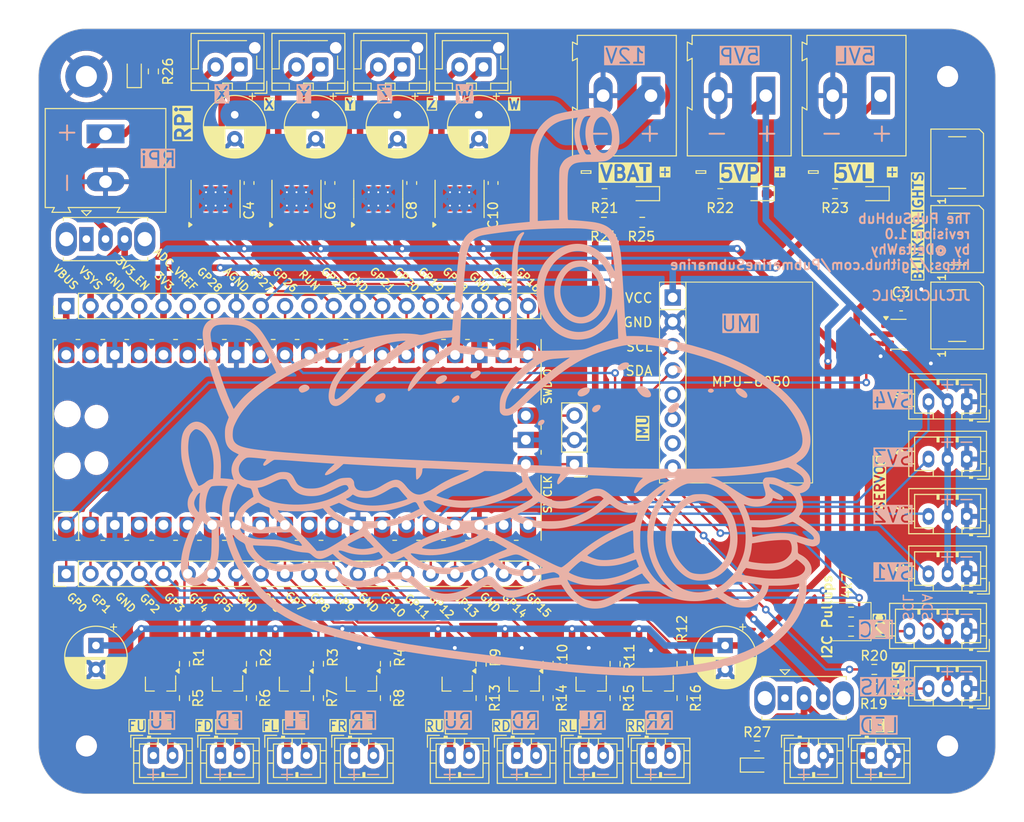
<source format=kicad_pcb>
(kicad_pcb (version 20241229) (generator "pcbnew") (generator_version "9.0")
  (layers (0 "F.Cu" jumper) (2 "B.Cu" signal) (13 "F.Paste" user) (15 "B.Paste" user) (5 "F.SilkS" user "F.Silkscreen") (7 "B.SilkS" user "B.Silkscreen") (1 "F.Mask" user) (3 "B.Mask" user) (25 "Edge.Cuts" user))
  (net 0 "")
  (net 1 "GND")
  (net 2 "+12V")
  (net 3 "+5VP")
  (net 4 "SV1")
  (net 5 "SV2")
  (net 6 "SV3")
  (net 7 "SV4")
  (net 8 "Net-(J13-Pin_3)")
  (net 9 "SCL")
  (net 10 "SDA")
  (net 11 "+3.3V")
  (net 12 "SENS1")
  (net 13 "IN_X2")
  (net 14 "IN_X1")
  (net 15 "IN_Y1")
  (net 16 "IN_Y2")
  (net 17 "IN_Z1")
  (net 18 "IN_Z2")
  (net 19 "IN_W1")
  (net 20 "IN_W2")
  (net 21 "Net-(D10-DIN)")
  (net 22 "Net-(D9-DIN)")
  (net 23 "Net-(D10-DOUT)")
  (net 25 "Net-(Q1-G)")
  (net 26 "Net-(Q2-G)")
  (net 27 "Net-(Q3-G)")
  (net 28 "Net-(Q4-G)")
  (net 29 "Net-(Q5-G)")
  (net 30 "Net-(Q6-G)")
  (net 31 "Net-(Q7-G)")
  (net 32 "Net-(Q8-G)")
  (net 33 "FU")
  (net 34 "FD")
  (net 35 "FL")
  (net 36 "FR")
  (net 37 "RU")
  (net 38 "RD")
  (net 39 "RL")
  (net 40 "RR")
  (net 41 "LED_DATA")
  (net 42 "/FU-")
  (net 43 "/FD-")
  (net 44 "/FL-")
  (net 45 "/FR-")
  (net 46 "/RU-")
  (net 47 "/RD-")
  (net 48 "/RL-")
  (net 49 "/RR-")
  (net 50 "+5VL")
  (net 52 "BAT_SENS")
  (net 57 "Net-(D12-A)")
  (net 58 "Net-(D13-A)")
  (net 59 "Net-(D14-A)")
  (net 60 "Net-(J26-Pin_4)")
  (net 61 "Net-(J27-Pin_1)")
  (net 62 "Net-(J27-Pin_3)")
  (net 63 "/XA")
  (net 64 "/XB")
  (net 65 "/YB")
  (net 66 "/YA")
  (net 67 "/ZA")
  (net 68 "/ZB")
  (net 69 "/WA")
  (net 70 "/WB")
  (net 71 "Net-(D15-A)")
  (net 72 "Net-(D16-A)")
  (net 73 "/PI_PWR")
  (net 74 "/LED_PWR")
  (net 77 "/GPIO28_ADC2")
  (net 78 "/RUN")
  (net 79 "/ADC_VREF")
  (net 80 "/VBUS")
  (footprint "Connector_JST:JST_PH_B3B-PH-K_1x03_P2.00mm_Vertical" (layer "F.Cu") (at 147 79 180)
    (property "Reference" "J18" (hide yes))
    (property "Value" "Servo4")
  )
  (footprint "Resistor_SMD:R_0603_1608Metric_Pad0.98x0.95mm_HandSolder" (layer "F.Cu") (at 62 44.4625 90)
    (property "Reference" "R26")
    (property "Value" "330")
  )
  (footprint "MountingHole:MountingHole_2.2mm_M2_Pad" (layer "F.Cu") (at 55 45)
    (property "Reference" "H4" (hide yes))
    (property "Value" "MountingHole_Pad" (hide yes))
  )
  (footprint "Capacitor_THT:CP_Radial_D6.3mm_P2.50mm" (layer "F.Cu") (at 78.9525 49 -90)
    (property "Reference" "C7" (hide yes))
    (property "Value" "100uF")
  )
  (footprint "Resistor_SMD:R_0603_1608Metric_Pad0.98x0.95mm_HandSolder" (layer "F.Cu") (at 110.25 106.4125 -90)
    (property "Reference" "R11")
    (property "Value" "470")
  )
  (footprint "Connector_JST:JST_XH_B2B-XH-AM_1x02_P2.50mm_Vertical" (layer "F.Cu") (at 88 44 180)
    (property "Reference" "J21" (hide yes))
    (property "Value" "Conn_01x02")
  )
  (footprint "Connector_JST:JST_XH_B2B-XH-AM_1x02_P2.50mm_Vertical" (layer "F.Cu") (at 71 44 180)
    (property "Reference" "J19" (hide yes))
    (property "Value" "Conn_01x02")
  )
  (footprint "Capacitor_SMD:C_0603_1608Metric_Pad1.08x0.95mm_HandSolder" (layer "F.Cu") (at 97.5 56.1375 -90)
    (property "Reference" "C10")
    (property "Value" "0.22uF")
  )
  (footprint "Connector_JST:JST_PH_B2B-PH-K_1x02_P2.00mm_Vertical" (layer "F.Cu") (at 93 116)
    (property "Reference" "J8" (hide yes))
    (property "Value" "Conn_01x02")
  )
  (footprint "LED_SMD:LED_WS2812B_PLCC4_5.0x5.0mm_P3.2mm" (layer "F.Cu") (at 146 70 90)
    (property "Reference" "D9" (hide yes))
    (property "Value" "WS2812B")
  )
  (footprint "Capacitor_THT:CP_Radial_D6.3mm_P2.50mm" (layer "F.Cu") (at 121.75 104.5 -90)
    (property "Reference" "C2" (hide yes))
    (property "Value" "100uF")
  )
  (footprint "Package_TO_SOT_SMD:SOT-23_Handsoldering" (layer "F.Cu") (at 83.75 108.5 -90)
    (property "Reference" "Q4" (hide yes))
    (property "Value" "AO3400A")
  )
  (footprint "Resistor_SMD:R_0603_1608Metric_Pad0.98x0.95mm_HandSolder" (layer "F.Cu") (at 110.25 110 -90)
    (property "Reference" "R15")
    (property "Value" "10k")
  )
  (footprint "Capacitor_THT:CP_Radial_D6.3mm_P2.50mm" (layer "F.Cu") (at 96 49 -90)
    (property "Reference" "C11" (hide yes))
    (property "Value" "100uF")
  )
  (footprint "Connector_JST:JST_PH_B2B-PH-K_1x02_P2.00mm_Vertical" (layer "F.Cu") (at 107 116)
    (property "Reference" "J10" (hide yes))
    (property "Value" "Conn_01x02")
  )
  (footprint "Package_SO:SOIC-8-1EP_3.9x4.9mm_P1.27mm_EP2.62x3.51mm_ThermalVias" (layer "F.Cu") (at 76.9525 57.8 90)
    (property "Reference" "U4" (hide yes))
    (property "Value" "A4950E")
  )
  (footprint "TerminalBlock:TerminalBlock_Altech_AK300-2_P5.00mm" (layer "F.Cu") (at 57 51 -90)
    (property "Reference" "J12" (hide yes))
    (property "Value" "Screw_Terminal_01x02")
  )
  (footprint "Resistor_SMD:R_0603_1608Metric_Pad0.98x0.95mm_HandSolder" (layer "F.Cu") (at 117.25 110 -90)
    (property "Reference" "R16")
    (property "Value" "10k")
  )
  (footprint "Package_SO:SOIC-8-1EP_3.9x4.9mm_P1.27mm_EP2.62x3.51mm_ThermalVias" (layer "F.Cu") (at 85.5 57.8 90)
    (property "Reference" "U5" (hide yes))
    (property "Value" "A4950E")
  )
  (footprint "Connector_JST:JST_PH_B3B-PH-K_1x03_P2.00mm_Vertical" (layer "F.Cu") (at 147 91 180)
    (property "Reference" "J16" (hide yes))
    (property "Value" "Servo2")
  )
  (footprint "MountingHole:MountingHole_2.2mm_M2" (layer "F.Cu") (at 145 115)
    (property "Reference" "H2" (hide yes))
    (property "Value" "MountingHole" (hide yes))
  )
  (footprint "MCU_RaspberryPi_and_Boards:RPi_Pico_SMD_TH" (layer "F.Cu") (at 77.02 83 90)
    (property "Reference" "U1" (hide yes))
    (property "Value" "Pico")
  )
  (footprint "Package_SO:SOIC-8-1EP_3.9x4.9mm_P1.27mm_EP2.62x3.51mm_ThermalVias" (layer "F.Cu") (at 68.5 57.8 90)
    (property "Reference" "U3" (hide yes))
    (property "Value" "A4950E")
  )
  (footprint "Connector_JST:JST_PH_B2B-PH-K_1x02_P2.00mm_Vertical" (layer "F.Cu") (at 76 116)
    (property "Reference" "J4" (hide yes))
    (property "Value" "Conn_01x02")
  )
  (footprint "pubmarine-submarine:MPU-6050_Module" (layer "F.Cu") (at 116.27 68.11)
    (property "Reference" "U7" (hide yes))
    (property "Value" "MPU-6050")
  )
  (footprint "LED_SMD:LED_WS2812B_PLCC4_5.0x5.0mm_P3.2mm" (layer "F.Cu") (at 146 62 90)
    (property "Reference" "D10" (hide yes))
    (property "Value" "WS2812B")
  )
  (footprint "Diode_SMD:D_0603_1608Metric" (layer "F.Cu") (at 84 113)
    (property "Reference" "D4" (hide yes))
    (property "Value" "1N5822")
  )
  (footprint "Connector_JST:JST_PH_B2B-PH-K_1x02_P2.00mm_Vertical" (layer "F.Cu") (at 114 116)
    (property "Reference" "J11" (hide yes))
    (property "Value" "Conn_01x02")
  )
  (footprint "Capacitor_SMD:C_0603_1608Metric_Pad1.08x0.95mm_HandSolder" (layer "F.Cu") (at 89 56.1375 -90)
    (property "Reference" "C8")
    (property "Value" "0.22uF")
  )
  (footprint "Package_TO_SOT_SMD:SOT-23-5" (layer "F.Cu") (at 139.8625 71.95)
    (property "Reference" "U2" (hide yes))
    (property "Value" "SN74LV1T34DBV")
  )
  (footprint "Capacitor_SMD:C_0603_1608Metric_Pad1.08x0.95mm_HandSolder" (layer "F.Cu") (at 72 56.1375 -90)
    (property "Reference" "C4")
    (property "Value" "0.22uF")
  )
  (footprint "Package_TO_SOT_SMD:SOT-23_Handsoldering" (layer "F.Cu") (at 76.75 108.5 -90)
    (property "Reference" "Q3" (hide yes))
    (property "Value" "AO3400A")
  )
  (footprint "Resistor_SMD:R_0603_1608Metric_Pad0.98x0.95mm_HandSolder" (layer "F.Cu") (at 109.1475 57.25)
    (property "Reference" "R21")
    (property "Value" "1K")
  )
  (footprint "Package_TO_SOT_SMD:SOT-23_Handsoldering" (layer "F.Cu") (at 62.75 108.5 -90)
    (property "Reference" "Q1" (hide yes))
    (property "Value" "AO3400A")
  )
  (footprint "Package_TO_SOT_SMD:SOT-23_Handsoldering" (layer "F.Cu") (at 69.75 108.5 -90)
    (property "Reference" "Q2" (hide yes))
    (property "Value" "AO3400A")
  )
  (footprint "Connector_JST:JST_PH_B2B-PH-K_1x02_P2.00mm_Vertical" (layer "F.Cu") (at 83 116)
    (property "Reference" "J5" (hide yes))
    (property "Value" "Conn_01x02")
  )
  (footprint "Resistor_SMD:R_0603_1608Metric_Pad0.98x0.95mm_HandSolder" (layer "F.Cu") (at 96.25 110 -90)
    (property "Reference" "R13")
    (property "Value" "10k")
  )
  (footprint "Diode_SMD:D_0603_1608Metric" (layer "F.Cu") (at 101 113)
    (property "Reference" "D6" (hide yes))
    (property "Value" "1N5822")
  )
  (footprint "Connector_JST:JST_PH_B2B-PH-K_1x02_P2.00mm_Vertical" (layer "F.Cu") (at 100 116)
    (property "Reference" "J9" (hide yes))
    (property "Value" "Conn_01x02")
  )
  (footprint "Resistor_SMD:R_0603_1608Metric_Pad0.98x0.95mm_HandSolder" (layer "F.Cu") (at 103.25 106.4125 -90)
    (property "Reference" "R10")
    (property "Value" "470")
  )
  (footprint "TerminalBlock:TerminalBlock_Altech_AK300-2_P5.00mm" (layer "F.Cu") (at 138 47 180)
    (property "Reference" "J7" (hide yes))
    (property "Value" "Screw_Terminal_01x02")
  )
  (footprint "Capacitor_THT:CP_Radial_D6.3mm_P2.50mm" (layer "F.Cu") (at 87.5 49 -90)
    (property "Reference" "C9" (hide yes))
    (property "Value" "100uF")
  )
  (footprint "Package_TO_SOT_SMD:SOT-23_Handsoldering" (layer "F.Cu") (at 107.75 108.5 -90)
    (property "Reference" "Q7" (hide yes))
    (property "Value" "AO3400A")
  )
  (footprint "Connector_JST:JST_PH_B2B-PH-K_1x02_P2.00mm_Vertical" (layer "F.Cu") (at 137 116)
    (property "Reference" "J24" (hide yes))
    (property "Value" "Conn_01x02")
  )
  (footprint "Resistor_SMD:R_0603_1608Metric_Pad0.98x0.95mm_HandSolder" (layer "F.Cu") (at 96.25 106.4125 -90)
    (property "Reference" "R9")
    (property "Value" "470")
  )
  (footprint "MountingHole:MountingHole_2.2mm_M2" (layer "F.Cu") (at 55 115)
    (property "Reference" "H3" (hide yes))
    (property "Value" "MountingHole" (hide yes))
  )
  (footprint "LED_SMD:LED_0603_1608Metric_Pad1.05x0.95mm_HandSolder" (layer "F.Cu") (at 137.235 57.25 180)
    (property "Reference" "D14" (hide yes))
    (property "Value" "LED")
  )
  (footprint "Connector_PinHeader_2.54mm:PinHeader_1x20_P2.54mm_Vertical" (layer "F.Cu") (at 52.9 69 90)
    (property "Reference" "J26" (hide yes))
    (property "Value" "Conn_01x20")
  )
  (footprint "LED_SMD:LED_0603_1608Metric_Pad1.05x0.95mm_HandSolder" (layer "F.Cu") (at 125 117)
    (property "Reference" "D16" (hide yes))
    (property "Value" "LED")
  )
  (footprint "Capacitor_SMD:C_0603_1608Metric_Pad1.08x0.95mm_HandSolder" (layer "F.Cu") (at 140.1375 69)
    (property "Reference" "C3")
    (property "Value" "0.1uF")
  )
  (footprint "Package_TO_SOT_SMD:SOT-23_Handsoldering" (layer "F.Cu") (at 93.75 108.5 -90)
    (property "Reference" "Q5" (hide yes))
    (property "Value" "AO3400A")
  )
  (footprint "Connector_JST:JST_PH_B3B-PH-K_1x03_P2.00mm_Vertical" (layer "F.Cu") (at 147 109 180)
    (property "Reference" "J13" (hide yes))
    (property "Value" "Conn_01x03")
  )
  (footprint "Resistor_SMD:R_0603_1608Metric_Pad0.98x0.95mm_HandSolder" (layer "F.Cu") (at 86.25 106.4125 -90)
    (property "Reference" "R4")
    (property "Value" "470")
  )
  (footprint "Button_Switch_THT:SW_Slide_SPDT_Straight_CK_OS102011MS2Q" (layer "F.Cu") (at 55 62)
    (property "Reference" "SW1" (hide yes))
    (property "Value" "SW_SPDT")
  )
  (footprint "Resistor_SMD:R_0603_1608Metric_Pad0.98x0.95mm_HandSolder" (layer "F.Cu") (at 65.25 110 -90)
    (property "Reference" "R5")
    (property "Value" "10k")
  )
  (footprint "Resistor_SMD:R_0603_1608Metric_Pad0.98x0.95mm_HandSolder" (layer "F.Cu") (at 137.3375 109 180)
    (property "Reference" "R19")
    (property "Value" "10K")
  )
  (footprint "Capacitor_SMD:C_0603_1608Metric_Pad1.08x0.95mm_HandSolder" (layer "F.Cu") (at 80.4525 56.1375 -90)
    (property "Reference" "C6")
    (property "Value" "0.22uF")
  )
  (footprint "TerminalBlock:TerminalBlock_Altech_AK300-2_P5.00mm" (layer "F.Cu") (at 126 47 180)
    (property "Reference" "J6" (hide yes))
    (property "Value" "Screw_Terminal_01x02")
  )
  (footprint "Resistor_SMD:R_0603_1608Metric_Pad0.98x0.95mm_HandSolder" (layer "F.Cu") (at 86.25 110 -90)
    (property "Reference" "R8")
    (property "Value" "10k")
  )
  (footprint "Resistor_SMD:R_0603_1608Metric_Pad0.98x0.95mm_HandSolder" (layer "F.Cu") (at 79.25 106.4125 -90)
    (property "Reference" "R3")
    (property "Value" "470")
  )
  (footprint "Capacitor_THT:CP_Radial_D6.3mm_P2.50mm" (layer "F.Cu") (at 56 104.5 -90)
    (property "Reference" "C1" (hide yes))
    (property "Value" "100uF")
  )
  (footprint "Diode_SMD:D_0603_1608Metric" (layer "F.Cu") (at 108 113)
    (property "Reference" "D7" (hide yes))
    (property "Value" "1N5822")
  )
  (footprint "MountingHole:MountingHole_2.2mm_M2" (layer "F.Cu") (at 145 45)
    (property "Reference" "H1" (hide yes))
    (property "Value" "MountingHole" (hide yes))
  )
  (footprint "Diode_SMD:D_0603_1608Metric" (layer "F.Cu") (at 115 113)
    (property "Reference" "D8" (hide yes))
    (property "Value" "1N5822")
  )
  (footprint "Package_SO:SOIC-8-1EP_3.9x4.9mm_P1.27mm_EP2.62x3.51mm_ThermalVias" (layer "F.Cu") (at 94 57.8 90)
    (property "Reference" "U6" (hide yes))
    (property "Value" "A4950E")
  )
  (footprint "Connector_JST:JST_PH_B4B-PH-K_1x04_P2.00mm_Vertical" (layer "F.Cu") (at 147 103 180)
    (property "Reference" "J14" (hide yes))
    (property "Value" "Conn_01x04")
  )
  (footprint "Resistor_SMD:R_0603_1608Metric_Pad0.98x0.95mm_HandSolder" (layer "F.Cu") (at 65.25 106.4125 -90)
    (property "Reference" "R1")
    (property "Value" "470")
  )
  (footprint "Connector_JST:JST_XH_B2B-XH-AM_1x02_P2.50mm_Vertical" (layer "F.Cu") (at 79.4525 44 180)
    (property "Reference" "J20" (hide yes))
    (property "Value" "Conn_01x02")
  )
  (footprint "Resistor_SMD:R_0603_1608Metric_Pad0.98x0.95mm_HandSolder" (layer "F.Cu") (at 133.235 57.25)
    (property "Reference" "R23")
    (property "Value" "330")
  )
  (footprint "LED_SMD:LED_0603_1608Metric_Pad1.05x0.95mm_HandSolder" (layer "F.Cu") (at 113.235 57.25 180)
    (property "Reference" "D12" (hide yes))
    (property "Value" "LED")
  )
  (footprint "LED_SMD:LED_0603_1608Metric_Pad1.05x0.95mm_HandSolder" (layer "F.Cu") (at 125.235 57.25 180)
    (property "Reference" "D13" (hide yes))
    (property "Value" "LED")
  )
  (footprint "Resistor_SMD:R_0603_1608Metric_Pad0.98x0.95mm_HandSolder" (layer "F.Cu") (at 109.0875 60.25)
    (property "Reference" "R24")
    (property "Value" "39k")
  )
  (footprint "Connector_JST:JST_PH_B2B-PH-K_1x02_P2.00mm_Vertical" (layer "F.Cu") (at 69 116)
    (property "Reference" "J3" (hide yes))
    (property "Value" "Conn_01x02")
  )
  (footprint "Resistor_SMD:R_0603_1608Metric_Pad0.98x0.95mm_HandSolder" (layer "F.Cu") (at 72.25 106.4125 -90)
    (property "Reference" "R2")
    (property "Value" "470")
  )
  (footprint "Package_TO_SOT_SMD:SOT-23_Handsoldering" (layer "F.Cu") (at 114.75 108.5 -90)
    (property "Reference" "Q8" (hide yes))
    (property "Value" "AO3400A")
  )
  (footprint "Connector_JST:JST_PH_B2B-PH-K_1x02_P2.00mm_Vertical" (layer "F.Cu") (at 130 116)
    (property "Reference" "J23" (hide yes))
    (property "Value" "Conn_01x02")
  )
  (footprint "Resistor_SMD:R_0603_1608Metric_Pad0.98x0.95mm_HandSolder" (layer "F.Cu") (at 117.25 106.4125 -90)
    (property "Reference" "R12")
    (property "Value" "470")
  )
  (footprint "Resistor_SMD:R_0603_1608Metric_Pad0.98x0.95mm_HandSolder" (layer "F.Cu") (at 125.0875 115)
    (property "Reference" "R27")
    (property "Value" "1K")
  )
  (footprint "Capacitor_THT:CP_Radial_D6.3mm_P2.50mm" (layer "F.Cu") (at 70.5 49 -90)
    (property "Reference" "C5" (hide yes))
    (property "Value" "100uF")
  )
  (footprint "Diode_SMD:D_0603_1608Metric" (layer "F.Cu") (at 70 113)
    (property "Reference" "D2" (hide yes))
    (property "Value" "1N5822")
  )
  (footprint "Resistor_SMD:R_0603_1608Metric_Pad0.98x0.95mm_HandSolder" (layer "F.Cu") (at 137.3375 107)
    (property "Reference" "R20")
    (property "Value" "20K")
  )
  (footprint "LED_SMD:LED_WS2812B_PLCC4_5.0x5.0mm_P3.2mm" (layer "F.Cu") (at 146 54 90)
    (property "Reference" "D11" (hide yes))
    (property "Value" "WS2812B")
  )
  (footprint "Connector_JST:JST_PH_B3B-PH-K_1x03_P2.00mm_Vertical" (layer "F.Cu") (at 147 97 180)
    (property "Reference" "J15" (hide yes))
    (property "Value" "Servo1")
  )
  (footprint "Resistor_SMD:R_0603_1608Metric_Pad0.98x0.95mm_HandSolder" (layer "F.Cu") (at 134.9125 103 180)
    (property "Reference" "R18" (hide yes))
    (property "Value" "4.7K")
  )
  (footprint "Button_Switch_THT:SW_Slide_SPDT_Straight_CK_OS102011MS2Q" (layer "F.Cu") (at 128 110)
    (property "Reference" "SW2" (hide yes))
    (property "Value" "SW_SPDT")
  )
  (footprint "Resistor_SMD:R_0603_1608Metric_Pad0.98x0.95mm_HandSolder" (layer "F.Cu") (at 113.0875 60.25)
    (property "Reference" "R25")
    (property "Value" "13k")
  )
  (footprint "Resistor_SMD:R_0603_1608Metric_Pad0.98x0.95mm_HandSolder" (layer "F.Cu") (at 134.9125 101 180)
    (property "Reference" "R17" (hide yes))
    (property "Value" "4.7K")
  )
  (footprint "Diode_SMD:D_0603_1608Metric" (layer "F.Cu") (at 94 113)
    (property "Reference" "D5" (hide yes))
    (property "Value" "1N5822")
  )
  (footprint "Connector_JST:JST_XH_B2B-XH-AM_1x02_P2.50mm_Vertical" (layer "F.Cu") (at 96.5 44 180)
    (property "Reference" "J22" (hide yes))
    (property "Value" "Conn_01x02")
  )
  (footprint "Resistor_SMD:R_0603_1608Metric_Pad0.98x0.95mm_HandSolder" (layer "F.Cu") (at 121.235 57.25)
    (property "Reference" "R22")
    (property "Value" "330")
  )
  (footprint "Resistor_SMD:R_0603_1608Metric_Pad0.98x0.95mm_HandSolder" (layer "F.Cu") (at 103.25 110 -90)
    (property "Reference" "R14")
    (property "Value" "10k")
  )
  (footprint "Package_TO_SOT_SMD:SOT-23_Handsoldering" (layer "F.Cu") (at 100.75 108.5 -90)
    (property "Reference" "Q6" (hide yes))
    (property "Value" "AO3400A")
  )
  (footprint "LED_SMD:LED_0603_1608Metric_Pad1.05x0.95mm_HandSolder" (layer "F.Cu") (at 60 44.5 90)
    (property "Reference" "D15" (hide yes))
    (property "Value" "LED")
  )
  (footprint "Connector_PinHeader_2.54mm:PinHeader_1x20_P2.54mm_Vertical" (layer "F.Cu") (at 52.89 97 90)
    (property "Reference" "J25" (hide yes))
    (property "Value" "Conn_01x20")
  )
  (footprint "Connector_JST:JST_PH_B3B-PH-K_1x03_P2.00mm_Vertical" (layer "F.Cu") (at 147 85 180)
    (property "Reference" "J17" (hide yes))
    (property "Value" "Servo3")
  )
  (footprint "Diode_SMD:D_0603_1608Metric" (layer "F.Cu") (at 63 113)
    (property "Reference" "D1" (hide yes))
    (property "Value" "1N5822")
  )
  (footprint "TerminalBlock:TerminalBlock_Altech_AK300-2_P5.00mm" (layer "F.Cu") (at 114 47 180)
    (property "Reference" "J1" (hide yes))
    (property "Value" "Screw_Terminal_01x02")
  )
  (footprint "Resistor_SMD:R_0603_1608Metric_Pad0.98x0.95mm_HandSolder" (layer "F.Cu") (at 79.25 110 -90)
    (property "Reference" "R7")
    (property "Value" "10k")
  )
  (footprint "Connector_PinHeader_2.54mm:PinHeader_1x03_P2.54mm_Vertical" (layer "F.Cu") (at 106 85.54 180)
    (property "Reference" "J27" (hide yes))
    (property "Value" "Conn_01x03")
  )
  (footprint "Resistor_SMD:R_0603_1608Metric_Pad0.98x0.95mm_HandSolder" (layer "F.Cu") (at 72.25 110 -90)
    (property "Reference" "R6")
    (property "Value" "10k")
  )
  (footprint "Connector_JST:JST_PH_B2B-PH-K_1x02_P2.00mm_Vertical" (layer "F.Cu") (at 62 116)
    (property "Reference" "J2" (hide yes))
    (property "Value" "Conn_01x02")
  )
  (footprint "Diode_SMD:D_0603_1608Metric" (layer "F.Cu") (at 77 113)
    (property "Reference" "D3" (hide yes))
    (property "Value" "1N5822")
  )
  (gr_line (start 137 100) (end 137 104) (stroke (width 0.1)) (layer "F.SilkS"))
  (gr_line (start 133 100) (end 137 100) (stroke (width 0.1)) (layer "F.SilkS"))
  (gr_line (start 137 104) (end 133 104) (stroke (width 0.1)) (layer "F.SilkS"))
  (gr_poly (pts (xy 116.468946 75.181116) (xy 116.452752 75.182065) (xy 116.436815 75.18385) (xy 116.42109 75.186466) (xy 116.405532 75.189911) (xy 116.390095 75.19418) (xy 116.374735 75.199269) (xy 116.359405 75.205175) (xy 116.344061 75.211893) (xy 116.328658 75.21942) (xy 116.31315 75.227753) (xy 116.28164 75.246816) (xy 116.249168 75.269052) (xy 116.227994 75.284391) (xy 116.209425 75.298832) (xy 116.193419 75.312631) (xy 116.186364 75.319371) (xy 116.179935 75.326048) (xy 116.174125 75.332694) (xy 116.168931 75.339341) (xy 116.164346 75.346022) (xy 116.160366 75.352769) (xy 116.156986 75.359614) (xy 116.154199 75.366589) (xy 116.152002 75.373727) (xy 116.150389 75.38106) (xy 116.149355 75.388621) (xy 116.148894 75.396441) (xy 116.149001 75.404553) (xy 116.149672 75.412989) (xy 116.150901 75.421782) (xy 116.152683 75.430964) (xy 116.155013 75.440567) (xy 116.157886 75.450624) (xy 116.165238 75.472226) (xy 116.174698 75.49603) (xy 116.186225 75.522294) (xy 116.199779 75.551275) (xy 116.219435 75.590953) (xy 116.242515 75.629244) (xy 116.268763 75.666085) (xy 116.297923 75.701414) (xy 116.329738 75.735166) (xy 116.363955 75.767279) (xy 116.400316 75.797689) (xy 116.438565 75.826333) (xy 116.478448 75.853148) (xy 116.519707 75.87807) (xy 116.562089 75.901036) (xy 116.605335 75.921983) (xy 116.649192 75.940848) (xy 116.693402 75.957566) (xy 116.737711 75.972075) (xy 116.781862 75.984312) (xy 116.8256 75.994213) (xy 116.868668 76.001715) (xy 116.910812 76.006755) (xy 116.951774 76.009269) (xy 116.9913 76.009193) (xy 117.029134 76.006466) (xy 117.06502 76.001023) (xy 117.098701 75.992801) (xy 117.129923 75.981737) (xy 117.158429 75.967768) (xy 117.183963 75.950829) (xy 117.206271 75.930859) (xy 117.225095 75.907793) (xy 117.240181 75.881569) (xy 117.251272 75.852122) (xy 117.258113 75.819391) (xy 117.261813 75.781826) (xy 117.262247 75.745761) (xy 117.2612 75.728242) (xy 117.259291 75.711039) (xy 117.256503 75.694133) (xy 117.252821 75.677506) (xy 117.248229 75.661136) (xy 117.242713 75.645006) (xy 117.236256 75.629095) (xy 117.228843 75.613385) (xy 117.220458 75.597855) (xy 117.211087 75.582487) (xy 117.200713 75.567261) (xy 117.18932 75.552158) (xy 117.16342 75.522242) (xy 117.133262 75.492585) (xy 117.098721 75.463032) (xy 117.059675 75.433426) (xy 117.015998 75.403614) (xy 116.967567 75.373441) (xy 116.914258 75.342751) (xy 116.855946 75.311389) (xy 116.79991 75.282776) (xy 116.747976 75.257769) (xy 116.699785 75.236339) (xy 116.654972 75.218454) (xy 116.633721 75.210831) (xy 116.613178 75.204082) (xy 116.5933 75.198205) (xy 116.57404 75.193194) (xy 116.555354 75.189046) (xy 116.537197 75.185757) (xy 116.519522 75.183324) (xy 116.502286 75.181742) (xy 116.485442 75.181007)) (fill yes) (layer "B.SilkS"))
  (gr_poly (pts (xy 108.321369 48.25245) (xy 108.027282 48.274182) (xy 107.669281 48.311871) (xy 107.238024 48.365931) (xy 106.724167 48.436776) (xy 106.259548 48.506753) (xy 105.821057 48.57855) (xy 105.412992 48.651338) (xy 105.039654 48.724292) (xy 104.705342 48.796583) (xy 104.414355 48.867387) (xy 104.170993 48.935875) (xy 104.068516 48.968992) (xy 103.979556 49.00122) (xy 103.767955 49.095787) (xy 103.559723 49.209401) (xy 103.35575 49.340937) (xy 103.156923 49.489267) (xy 102.964132 49.653266) (xy 102.778266 49.831806) (xy 102.600213 50.023762) (xy 102.430862 50.228006) (xy 102.271103 50.443412) (xy 102.121824 50.668854) (xy 101.983913 50.903205) (xy 101.85826 51.145338) (xy 101.745754 51.394128) (xy 101.647283 51.648446) (xy 101.563736 51.907168) (xy 101.496002 52.169166) (xy 101.460117 52.351149) (xy 101.431178 52.577285) (xy 101.408192 52.875851) (xy 101.390167 53.275124) (xy 101.365031 54.4889) (xy 101.347833 56.444832) (xy 101.31961 60.191334) (xy 100.070776 60.311274) (xy 99.257335 60.396659) (xy 98.491105 60.487665) (xy 97.782918 60.58264) (xy 97.143606 60.67993) (xy 96.583999 60.777881) (xy 96.114928 60.87484) (xy 95.917729 60.922431) (xy 95.747226 60.969154) (xy 95.604773 61.014801) (xy 95.491724 61.059167) (xy 95.340498 61.132255) (xy 95.196382 61.216566) (xy 95.059378 61.312081) (xy 94.929484 61.418779) (xy 94.806701 61.536639) (xy 94.691028 61.66564) (xy 94.582466 61.805763) (xy 94.481015 61.956985) (xy 94.386674 62.119287) (xy 94.299444 62.292648) (xy 94.219325 62.477047) (xy 94.146316 62.672463) (xy 94.080418 62.878876) (xy 94.021631 63.096265) (xy 93.969954 63.324609) (xy 93.925387 63.563888) (xy 93.780308 64.923295) (xy 93.542625 67.491187) (xy 93.318171 70.081568) (xy 93.212778 71.508444) (xy 93.21206 71.511069) (xy 93.20993 71.513651) (xy 93.201574 71.518683) (xy 93.187989 71.523528) (xy 93.169452 71.528178) (xy 93.118645 71.536846) (xy 93.051383 71.544604) (xy 92.9699 71.55137) (xy 92.876427 71.557061) (xy 92.773198 71.561594) (xy 92.662445 71.564886) (xy 92.424085 71.573623) (xy 92.192258 71.589801) (xy 91.961588 71.614248) (xy 91.726702 71.64779) (xy 91.482224 71.691253) (xy 91.222781 71.745466) (xy 90.942997 71.811254) (xy 90.6375 71.889444) (xy 90.461497 71.934505) (xy 90.383563 71.953223) (xy 90.311622 71.96948) (xy 90.245139 71.98334) (xy 90.183575 71.994864) (xy 90.126394 72.004114) (xy 90.073057 72.011153) (xy 90.023027 72.016042) (xy 89.975767 72.018843) (xy 89.93074 72.019618) (xy 89.887407 72.01843) (xy 89.845233 72.015339) (xy 89.803678 72.01041) (xy 89.762206 72.003702) (xy 89.720279 71.995279) (xy 89.648538 71.979141) (xy 89.552489 71.962755) (xy 89.436265 71.946535) (xy 89.304001 71.930894) (xy 89.159831 71.916245) (xy 89.007888 71.903002) (xy 88.852307 71.891578) (xy 88.697223 71.882385) (xy 88.129757 71.868136) (xy 87.505798 71.890433) (xy 86.831693 71.947622) (xy 86.113787 72.038049) (xy 85.358425 72.160061) (xy 84.571955 72.312004) (xy 83.760721 72.492224) (xy 82.93107 72.699068) (xy 82.089347 72.930882) (xy 81.241898 73.186012) (xy 80.395069 73.462805) (xy 79.555207 73.759607) (xy 78.728655 74.074765) (xy 77.921762 74.406624) (xy 77.140872 74.753531) (xy 76.392331 75.113833) (xy 76.223617 75.195564) (xy 76.063916 75.270267) (xy 75.916949 75.336206) (xy 75.786435 75.391645) (xy 75.728511 75.414884) (xy 75.676096 75.434846) (xy 75.629655 75.451316) (xy 75.589653 75.464075) (xy 75.556554 75.472906) (xy 75.530825 75.477594) (xy 75.52087 75.478315) (xy 75.512931 75.477919) (xy 75.507067 75.476379) (xy 75.503335 75.473666) (xy 75.477442 75.434336) (xy 75.423188 75.341594) (xy 75.243159 75.020346) (xy 74.990372 74.55887) (xy 74.691946 74.006112) (xy 74.466916 73.590825) (xy 74.258939 73.213891) (xy 74.066217 72.872987) (xy 73.886951 72.565786) (xy 73.719343 72.289962) (xy 73.561596 72.043192) (xy 73.41191 71.823148) (xy 73.268487 71.627506) (xy 73.129529 71.453941) (xy 73.061162 71.37471) (xy 72.993237 71.300126) (xy 72.925529 71.229898) (xy 72.857814 71.163736) (xy 72.789865 71.101349) (xy 72.72146 71.042446) (xy 72.652372 70.986737) (xy 72.582378 70.933931) (xy 72.511252 70.883737) (xy 72.438769 70.835864) (xy 72.288835 70.745921) (xy 72.130777 70.661776) (xy 72.005234 70.600736) (xy 71.879506 70.544533) (xy 71.75291 70.493043) (xy 71.624763 70.446142) (xy 71.494383 70.403705) (xy 71.361089 70.36561) (xy 71.224199 70.331731) (xy 71.083029 70.301944) (xy 70.936899 70.276127) (xy 70.785125 70.254154) (xy 70.627026 70.235902) (xy 70.461919 70.221247) (xy 70.289123 70.210064) (xy 70.107956 70.20223) (xy 69.717776 70.196112) (xy 69.451547 70.19882) (xy 69.205202 70.207191) (xy 68.977791 70.221599) (xy 68.870889 70.231182) (xy 68.768364 70.242414) (xy 68.670097 70.255341) (xy 68.575969 70.270009) (xy 68.485862 70.286465) (xy 68.399656 70.304756) (xy 68.317233 70.324928) (xy 68.238473 70.347028) (xy 68.163259 70.371101) (xy 68.091471 70.397195) (xy 68.02299 70.425356) (xy 67.957698 70.455631) (xy 67.895475 70.488065) (xy 67.836203 70.522707) (xy 67.779763 70.559601) (xy 67.726036 70.598795) (xy 67.674902 70.640335) (xy 67.626245 70.684268) (xy 67.579943 70.73064) (xy 67.53588 70.779497) (xy 67.493935 70.830887) (xy 67.45399 70.884855) (xy 67.415926 70.941448) (xy 67.379624 71.000713) (xy 67.344966 71.062696) (xy 67.311832 71.127444) (xy 67.259849 71.248691) (xy 67.217767 71.380397) (xy 67.185732 71.523761) (xy 67.163886 71.679982) (xy 67.152377 71.850259) (xy 67.151347 72.035791) (xy 67.160942 72.237777) (xy 67.181306 72.457416) (xy 67.212584 72.695906) (xy 67.25492 72.954447) (xy 67.308461 73.234237) (xy 67.373349 73.536475) (xy 67.537749 74.213093) (xy 67.749277 74.99389) (xy 67.942203 75.650594) (xy 68.14042 76.288033) (xy 68.344591 76.907447) (xy 68.555376 77.510076) (xy 68.773437 78.097161) (xy 68.999436 78.669942) (xy 69.234033 79.22966) (xy 69.47789 79.777554) (xy 69.873001 80.638333) (xy 69.668387 81.202777) (xy 69.611296 81.370429) (xy 69.587323 81.446514) (xy 69.566193 81.518734) (xy 69.54775 81.58806) (xy 69.531839 81.655463) (xy 69.518306 81.721916) (xy 69.506994 81.788389) (xy 69.497749 81.855854) (xy 69.490416 81.925283) (xy 69.48484 81.997647) (xy 69.480866 82.073918) (xy 69.477104 82.242067) (xy 69.47789 82.4375) (xy 69.482568 82.61733) (xy 69.494151 82.786722) (xy 69.512926 82.946151) (xy 69.525102 83.022278) (xy 69.539185 83.096092) (xy 69.555211 83.167653) (xy 69.573215 83.237021) (xy 69.593236 83.304254) (xy 69.615307 83.369412) (xy 69.639467 83.432555) (xy 69.66575 83.493742) (xy 69.694194 83.553033) (xy 69.724834 83.610486) (xy 69.757706 83.666162) (xy 69.792847 83.72012) (xy 69.830292 83.772418) (xy 69.870078 83.823118) (xy 69.912242 83.872277) (xy 69.956819 83.919956) (xy 70.003845 83.966213) (xy 70.053357 84.011109) (xy 70.105391 84.054703) (xy 70.159983 84.097054) (xy 70.217169 84.138221) (xy 70.276985 84.178265) (xy 70.339468 84.217244) (xy 70.404653 84.255217) (xy 70.543277 84.328387) (xy 70.917221 84.51889) (xy 70.712613 84.765832) (xy 70.617859 84.887707) (xy 70.532034 85.009923) (xy 70.45514 85.132491) (xy 70.387175 85.255421) (xy 70.32814 85.378722) (xy 70.278034 85.502406) (xy 70.236859 85.626483) (xy 70.204613 85.750963) (xy 70.181296 85.875856) (xy 70.16691 86.001173) (xy 70.161453 86.126925) (xy 70.164925 86.253121) (xy 70.177328 86.379771) (xy 70.19866 86.506887) (xy 70.228921 86.634478) (xy 70.268112 86.762555) (xy 70.40217 87.17883) (xy 70.254001 87.129443) (xy 70.214465 87.120595) (xy 70.155994 87.110259) (xy 70.081483 87.098932) (xy 69.993826 87.087108) (xy 69.895916 87.075285) (xy 69.790647 87.063959) (xy 69.680913 87.053624) (xy 69.569607 87.044778) (xy 69.026334 87.002441) (xy 69.061612 86.113443) (xy 69.067842 85.759652) (xy 69.065733 85.664067) (xy 68.292833 85.664067) (xy 68.291186 86.035155) (xy 68.27139 86.409778) (xy 68.222 87.080053) (xy 67.996219 87.12239) (xy 67.971291 87.128736) (xy 67.944296 87.137107) (xy 67.915481 87.14738) (xy 67.885096 87.159431) (xy 67.853387 87.173135) (xy 67.820604 87.188369) (xy 67.786994 87.205009) (xy 67.752804 87.222931) (xy 67.718285 87.24201) (xy 67.683682 87.262122) (xy 67.649245 87.283144) (xy 67.615222 87.304951) (xy 67.581859 87.32742) (xy 67.549407 87.350427) (xy 67.518112 87.373846) (xy 67.488223 87.397555) (xy 67.438513 87.438117) (xy 67.387531 87.477634) (xy 67.33566 87.51589) (xy 67.283283 87.552669) (xy 67.230781 87.587752) (xy 67.178538 87.620923) (xy 67.126936 87.651965) (xy 67.076357 87.680661) (xy 67.027184 87.706793) (xy 66.979798 87.730146) (xy 66.934583 87.750501) (xy 66.89192 87.767642) (xy 66.852193 87.781351) (xy 66.815783 87.791413) (xy 66.783074 87.797608) (xy 66.768226 87.799189) (xy 66.754446 87.799722) (xy 66.744413 87.79731) (xy 66.732881 87.790186) (xy 66.705622 87.76246) (xy 66.673257 87.717866) (xy 66.636375 87.657728) (xy 66.551419 87.496112) (xy 66.455466 87.288193) (xy 66.353229 87.044556) (xy 66.24942 86.775784) (xy 66.148754 86.492461) (xy 66.055942 86.205169) (xy 65.945465 85.825477) (xy 65.89665 85.640566) (xy 65.852104 85.458932) (xy 65.811815 85.280563) (xy 65.775775 85.105451) (xy 65.743972 84.933583) (xy 65.716396 84.764951) (xy 65.693037 84.599543) (xy 65.673885 84.43735) (xy 65.658928 84.27836) (xy 65.648157 84.122565) (xy 65.641562 83.969952) (xy 65.639132 83.820513) (xy 65.640857 83.674237) (xy 65.646725 83.531112) (xy 65.656599 83.384572) (xy 65.667837 83.24878) (xy 65.680646 83.123075) (xy 65.695232 83.006796) (xy 65.711803 82.899282) (xy 65.730565 82.79987) (xy 65.751724 82.7079) (xy 65.775488 82.622709) (xy 65.802064 82.543637) (xy 65.831657 82.470022) (xy 65.84765 82.435055) (xy 65.864475 82.401203) (xy 65.882158 82.368385) (xy 65.900724 82.336517) (xy 65.940612 82.275305) (xy 65.984344 82.216903) (xy 66.032128 82.160651) (xy 66.08417 82.105887) (xy 66.13163 82.059736) (xy 66.176443 82.019125) (xy 66.219107 81.983971) (xy 66.260117 81.954192) (xy 66.280158 81.941292) (xy 66.29997 81.929704) (xy 66.319618 81.919419) (xy 66.339162 81.910426) (xy 66.358664 81.902714) (xy 66.378188 81.896273) (xy 66.397794 81.891094) (xy 66.417544 81.887165) (xy 66.437502 81.884476) (xy 66.457728 81.883017) (xy 66.478285 81.882778) (xy 66.499235 81.883748) (xy 66.520639 81.885916) (xy 66.54256 81.889274) (xy 66.56506 81.893809) (xy 66.588201 81.899513) (xy 66.636653 81.914382) (xy 66.688412 81.933798) (xy 66.743974 81.95768) (xy 66.803836 81.985943) (xy 66.894151 82.035159) (xy 66.982477 82.092676) (xy 67.152809 82.231593) (xy 67.314129 82.400647) (xy 67.465734 82.597793) (xy 67.606921 82.820984) (xy 67.736987 83.068173) (xy 67.85523 83.337315) (xy 67.960946 83.626362) (xy 68.053433 83.933268) (xy 68.131988 84.255988) (xy 68.195908 84.592474) (xy 68.244491 84.94068) (xy 68.277034 85.29856) (xy 68.292833 85.664067) (xy 69.065733 85.664067) (xy 69.060193 85.413014) (xy 69.038838 85.074065) (xy 69.003955 84.743343) (xy 68.955718 84.421385) (xy 68.894304 84.108729) (xy 68.819888 83.805912) (xy 68.732646 83.513471) (xy 68.632753 83.231945) (xy 68.520386 82.96187) (xy 68.39572 82.703784) (xy 68.25893 82.458225) (xy 68.110193 82.225729) (xy 67.949684 82.006835) (xy 67.777578 81.802079) (xy 67.594052 81.611999) (xy 67.525864 81.548582) (xy 67.45758 81.489297) (xy 67.389226 81.434144) (xy 67.320829 81.383121) (xy 67.252416 81.336227) (xy 67.184016 81.293461) (xy 67.115654 81.254821) (xy 67.047357 81.220306) (xy 66.979154 81.189915) (xy 66.911071 81.163647) (xy 66.843136 81.141499) (xy 66.775374 81.123472) (xy 66.707815 81.109563) (xy 66.640484 81.099771) (xy 66.573408 81.094096) (xy 66.506616 81.092535) (xy 66.440134 81.095088) (xy 66.373989 81.101752) (xy 66.308208 81.112528) (xy 66.242819 81.127413) (xy 66.177848 81.146407) (xy 66.113323 81.169507) (xy 66.049271 81.196713) (xy 65.985719 81.228024) (xy 65.922694 81.263437) (xy 65.860223 81.302953) (xy 65.798334 81.346568) (xy 65.737053 81.394284) (xy 65.676407 81.446097) (xy 65.616425 81.502006) (xy 65.557132 81.562011) (xy 65.498556 81.626111) (xy 65.414925 81.725966) (xy 65.338497 81.827662) (xy 65.269035 81.932045) (xy 65.206302 82.039962) (xy 65.150059 82.152262) (xy 65.100069 82.269791) (xy 65.056094 82.393398) (xy 65.017897 82.523929) (xy 64.985239 82.662233) (xy 64.957883 82.809156) (xy 64.935592 82.965546) (xy 64.918126 83.132251) (xy 64.90525 83.310118) (xy 64.896724 83.499995) (xy 64.892312 83.702729) (xy 64.891775 83.919168) (xy 64.898018 84.201623) (xy 64.907321 84.443151) (xy 64.921419 84.65574) (xy 64.930809 84.75493) (xy 64.942049 84.85138) (xy 64.955356 84.94659) (xy 64.970948 85.042059) (xy 64.98904 85.139284) (xy 65.00985 85.239766) (xy 65.060493 85.45649) (xy 65.124612 85.70422) (xy 65.211097 86.018097) (xy 65.30982 86.340655) (xy 65.417803 86.664039) (xy 65.532071 86.980395) (xy 65.649646 87.281868) (xy 65.767551 87.560603) (xy 65.88281 87.808746) (xy 65.938518 87.918891) (xy 65.992447 88.018441) (xy 66.13356 88.272442) (xy 65.92189 88.56878) (xy 65.874098 88.638559) (xy 65.829932 88.710214) (xy 65.78938 88.783596) (xy 65.752432 88.858553) (xy 65.719076 88.934936) (xy 65.689299 89.012596) (xy 65.663091 89.091383) (xy 65.640439 89.171146) (xy 65.621332 89.251736) (xy 65.605759 89.333003) (xy 65.593707 89.414797) (xy 65.585166 89.496968) (xy 65.580123 89.579367) (xy 65.578567 89.661843) (xy 65.580486 89.744247) (xy 65.585869 89.826429) (xy 65.594704 89.908238) (xy 65.606979 89.989526) (xy 65.622683 90.070142) (xy 65.641804 90.149936) (xy 65.66433 90.228759) (xy 65.690251 90.306461) (xy 65.719554 90.382891) (xy 65.752227 90.4579) (xy 65.788259 90.531338) (xy 65.827639 90.603055) (xy 65.870354 90.672902) (xy 65.916394 90.740728) (xy 65.965746 90.806384) (xy 66.018398 90.86972) (xy 66.07434 90.930585) (xy 66.13356 90.98883) (xy 66.345224 91.179336) (xy 65.936002 92.117718) (xy 65.690544 92.706128) (xy 65.481798 93.243854) (xy 65.390468 93.496268) (xy 65.307448 93.739081) (xy 65.232448 93.973315) (xy 65.165179 94.199994) (xy 65.105351 94.420141) (xy 65.052675 94.63478) (xy 65.006862 94.844932) (xy 64.967623 95.051623) (xy 64.934667 95.255874) (xy 64.907706 95.458709) (xy 64.886449 95.661151) (xy 64.870608 95.864224) (xy 64.863649 96.000443) (xy 64.861234 96.133852) (xy 64.863279 96.264329) (xy 64.869699 96.39175) (xy 64.880407 96.515994) (xy 64.89532 96.636936) (xy 64.914351 96.754455) (xy 64.937415 96.868427) (xy 64.964428 96.978731) (xy 64.995304 97.085243) (xy 65.029957 97.18784) (xy 65.068302 97.2864) (xy 65.110254 97.3808) (xy 65.155728 97.470918) (xy 65.204639 97.55663) (xy 65.256901 97.637814) (xy 65.312428 97.714347) (xy 65.371137 97.786107) (xy 65.432941 97.85297) (xy 65.497755 97.914814) (xy 65.565493 97.971516) (xy 65.636072 98.022954) (xy 65.709405 98.069004) (xy 65.785406 98.109544) (xy 65.863992 98.144452) (xy 65.945076 98.173604) (xy 66.028574 98.196878) (xy 66.114399 98.214151) (xy 66.202467 98.225301) (xy 66.292693 98.230204) (xy 66.384991 98.228737) (xy 66.479275 98.220779) (xy 66.596957 98.202484) (xy 66.711972 98.176613) (xy 66.824465 98.143031) (xy 66.934581 98.101606) (xy 67.042464 98.052201) (xy 67.148259 97.994683) (xy 67.252112 97.928918) (xy 67.354166 97.854771) (xy 67.454566 97.772108) (xy 67.553457 97.680794) (xy 67.650984 97.580695) (xy 67.747292 97.471676) (xy 67.842524 97.353604) (xy 67.936827 97.226344) (xy 68.030344 97.089762) (xy 68.123221 96.943722) (xy 68.233084 96.761774) (xy 68.332725 96.582524) (xy 68.422506 96.404204) (xy 68.502789 96.225046) (xy 68.573935 96.043285) (xy 68.636307 95.857151) (xy 68.690266 95.664879) (xy 68.736173 95.4647) (xy 68.774391 95.254847) (xy 68.805281 95.033553) (xy 68.829205 94.799051) (xy 68.846525 94.549573) (xy 68.857603 94.283353) (xy 68.8628 93.998621) (xy 68.856998 93.366559) (xy 68.855376 93.269209) (xy 68.087612 93.269209) (xy 68.080887 93.811053) (xy 68.070607 94.233327) (xy 68.0595 94.569858) (xy 68.052965 94.711422) (xy 68.045417 94.838093) (xy 68.036588 94.952052) (xy 68.026208 95.055479) (xy 68.01401 95.150555) (xy 67.999723 95.23946) (xy 67.98308 95.324377) (xy 67.963812 95.407485) (xy 67.94165 95.490965) (xy 67.916325 95.576997) (xy 67.855112 95.765445) (xy 67.815631 95.879353) (xy 67.773753 95.988466) (xy 67.729229 96.093114) (xy 67.68181 96.193628) (xy 67.63125 96.290339) (xy 67.5773 96.383577) (xy 67.519711 96.473673) (xy 67.458237 96.560959) (xy 67.392628 96.645763) (xy 67.322637 96.728418) (xy 67.248015 96.809254) (xy 67.168516 96.888601) (xy 67.08389 96.966791) (xy 66.99389 97.044153) (xy 66.898267 97.121019) (xy 66.796774 97.19772) (xy 66.726113 97.245937) (xy 66.657047 97.287455) (xy 66.589643 97.322353) (xy 66.523966 97.350711) (xy 66.460082 97.372609) (xy 66.398057 97.388128) (xy 66.337957 97.397348) (xy 66.279848 97.400349) (xy 66.223795 97.39721) (xy 66.169866 97.388012) (xy 66.118124 97.372835) (xy 66.068637 97.35176) (xy 66.02147 97.324865) (xy 65.976689 97.292232) (xy 65.93436 97.253941) (xy 65.894549 97.210071) (xy 65.857322 97.160702) (xy 65.822745 97.105915) (xy 65.790883 97.04579) (xy 65.761803 96.980407) (xy 65.73557 96.909846) (xy 65.71225 96.834187) (xy 65.691909 96.75351) (xy 65.674613 96.667896) (xy 65.649421 96.482174) (xy 65.637199 96.277663) (xy 65.638474 96.055003) (xy 65.653775 95.814834) (xy 65.67644 95.588235) (xy 65.70479 95.36332) (xy 65.738887 95.13979) (xy 65.778791 94.917346) (xy 65.824567 94.695686) (xy 65.876274 94.474513) (xy 65.933976 94.253525) (xy 65.997735 94.032424) (xy 66.067612 93.81091) (xy 66.143669 93.588682) (xy 66.22597 93.365441) (xy 66.314574 93.140888) (xy 66.409546 92.914722) (xy 66.510945 92.686644) (xy 66.618836 92.456354) (xy 66.733279 92.223553) (xy 66.811043 92.071598) (xy 66.884424 91.929978) (xy 66.951686 91.801752) (xy 67.011092 91.68998) (xy 67.060907 91.59772) (xy 67.099394 91.528033) (xy 67.124817 91.483977) (xy 67.132087 91.472517) (xy 67.13544 91.468612) (xy 67.176894 91.523291) (xy 67.221764 91.581718) (xy 67.276553 91.652054) (xy 67.291233 91.672287) (xy 67.308662 91.693202) (xy 67.328613 91.714655) (xy 67.350858 91.736501) (xy 67.37517 91.758594) (xy 67.401322 91.780791) (xy 67.429087 91.802946) (xy 67.458236 91.824915) (xy 67.488542 91.846554) (xy 67.519779 91.867717) (xy 67.551719 91.88826) (xy 67.584134 91.908038) (xy 67.616796 91.926907) (xy 67.64948 91.944721) (xy 67.681956 91.961336) (xy 67.713998 91.976608) (xy 67.75137 91.992728) (xy 67.786746 92.009324) (xy 67.820117 92.026375) (xy 67.851473 92.043859) (xy 67.880804 92.061757) (xy 67.908098 92.080047) (xy 67.933345 92.098709) (xy 67.956536 92.117723) (xy 67.97766 92.137067) (xy 67.996706 92.156722) (xy 68.005446 92.166659) (xy 68.013664 92.176665) (xy 68.021357 92.186739) (xy 68.028524 92.196877) (xy 68.035164 92.207078) (xy 68.041276 92.217338) (xy 68.046857 92.227654) (xy 68.051908 92.238025) (xy 68.056427 92.248447) (xy 68.060412 92.258919) (xy 68.063862 92.269437) (xy 68.066775 92.279999) (xy 68.074038 92.341446) (xy 68.079895 92.45275) (xy 68.08706 92.799464) (xy 68.087612 93.269209) (xy 68.855376 93.269209) (xy 68.835837 92.096557) (xy 69.075723 92.117718) (xy 69.31561 92.138888) (xy 69.47789 92.844446) (xy 69.556833 93.171728) (xy 69.647733 93.504457) (xy 69.749982 93.841299) (xy 69.862969 94.180922) (xy 69.986085 94.521991) (xy 70.118719 94.863175) (xy 70.260263 95.203138) (xy 70.410106 95.54055) (xy 70.567638 95.874075) (xy 70.73225 96.20238) (xy 70.903332 96.524134) (xy 71.080273 96.838001) (xy 71.262465 97.14265) (xy 71.449298 97.436746) (xy 71.640161 97.718956) (xy 71.834445 97.987948) (xy 72.382353 98.679654) (xy 72.964327 99.325306) (xy 73.587145 99.927797) (xy 74.257588 100.490023) (xy 74.982436 101.014876) (xy 75.768469 101.50525) (xy 76.622467 101.96404) (xy 77.55121 102.39414) (xy 78.561477 102.798442) (xy 79.660049 103.179842) (xy 80.853706 103.541232) (xy 82.149227 103.885508) (xy 83.553393 104.215562) (xy 85.072983 104.53429) (xy 86.714777 104.844583) (xy 88.485556 105.149337) (xy 90.551882 105.472155) (xy 92.907514 105.808367) (xy 98.096104 106.474013) (xy 103.270142 107.052349) (xy 105.607585 107.279423) (xy 107.648447 107.449447) (xy 109.774524 107.581324) (xy 111.762606 107.653835) (xy 113.623522 107.666485) (xy 114.509678 107.650207) (xy 115.368105 107.618777) (xy 116.200156 107.572134) (xy 117.007185 107.510215) (xy 117.790546 107.432959) (xy 118.551594 107.340303) (xy 119.291681 107.232186) (xy 120.012163 107.108545) (xy 120.714392 106.969318) (xy 121.399724 106.814444) (xy 121.91816 106.683256) (xy 122.41819 106.54348) (xy 122.900422 106.394795) (xy 123.365467 106.236881) (xy 123.813934 106.069416) (xy 124.246433 105.892082) (xy 124.663574 105.704556) (xy 125.065966 105.50652) (xy 125.45422 105.297652) (xy 125.828945 105.077632) (xy 126.19075 104.846141) (xy 126.540247 104.602856) (xy 126.878043 104.347459) (xy 127.204751 104.079629) (xy 127.520978 103.799044) (xy 127.827335 103.505386) (xy 128.118609 103.203468) (xy 128.391765 102.898459) (xy 128.646711 102.590576) (xy 128.883353 102.280037) (xy 129.101598 101.96706) (xy 129.301353 101.651859) (xy 129.482525 101.334654) (xy 129.645022 101.015661) (xy 129.78875 100.695096) (xy 129.913615 100.373178) (xy 130.019526 100.050122) (xy 130.106389 99.726147) (xy 130.174111 99.401468) (xy 130.222599 99.076304) (xy 130.25176 98.750872) (xy 130.261501 98.425387) (xy 130.257712 98.016165) (xy 129.478335 98.016165) (xy 129.478335 98.432443) (xy 129.46982 98.659637) (xy 129.444614 98.895987) (xy 129.403223 99.1404) (xy 129.346153 99.391778) (xy 129.273911 99.649027) (xy 129.187004 99.911051) (xy 129.085936 100.176754) (xy 128.971217 100.445041) (xy 128.84335 100.714816) (xy 128.702844 100.984984) (xy 128.550203 101.254449) (xy 128.385936 101.522116) (xy 128.210548 101.786889) (xy 128.024546 102.047673) (xy 127.828435 102.303371) (xy 127.622723 102.55289) (xy 127.266721 102.937729) (xy 126.873842 103.306248) (xy 126.444749 103.658169) (xy 125.980102 103.993213) (xy 125.480563 104.311101) (xy 124.946794 104.611553) (xy 124.379455 104.89429) (xy 123.779209 105.159034) (xy 123.146717 105.405505) (xy 122.482641 105.633424) (xy 121.787641 105.842512) (xy 121.062379 106.032491) (xy 120.307518 106.20308) (xy 119.523717 106.354002) (xy 118.711639 106.484976) (xy 117.871945 106.595724) (xy 116.422718 106.733237) (xy 114.867822 106.81742) (xy 113.197502 106.847861) (xy 111.402001 106.824145) (xy 109.471562 106.745859) (xy 107.396429 106.61259) (xy 105.166846 106.423923) (xy 102.773056 106.179446) (xy 98.573843 105.700632) (xy 94.862455 105.243482) (xy 91.593583 104.800553) (xy 88.721917 104.364404) (xy 86.202147 103.927594) (xy 83.988963 103.48268) (xy 82.037055 103.022222) (xy 80.301114 102.538778) (xy 79.464918 102.269081) (xy 78.670053 101.980605) (xy 77.915351 101.672429) (xy 77.199644 101.343635) (xy 76.521764 100.993301) (xy 75.880544 100.620509) (xy 75.274815 100.224339) (xy 74.703409 99.80387) (xy 74.16516 99.358183) (xy 73.658897 98.886358) (xy 73.183455 98.387476) (xy 72.737665 97.860615) (xy 72.320358 97.304858) (xy 71.930368 96.719283) (xy 71.566526 96.102971) (xy 71.227664 95.455002) (xy 71.13225 95.254069) (xy 71.033197 95.036848) (xy 70.933482 94.810202) (xy 70.836083 94.580992) (xy 70.743975 94.356082) (xy 70.660135 94.142334) (xy 70.58754 93.94661) (xy 70.529166 93.775775) (xy 70.478069 93.620208) (xy 70.431272 93.473158) (xy 70.389766 93.337849) (xy 70.354543 93.217505) (xy 70.326597 93.115352) (xy 70.306918 93.034613) (xy 70.30049 93.003282) (xy 70.2965 92.978513) (xy 70.295074 92.960711) (xy 70.295361 92.954548) (xy 70.296335 92.950277) (xy 70.297944 92.94736) (xy 70.300118 92.945215) (xy 70.302843 92.943826) (xy 70.306103 92.94318) (xy 70.309886 92.943263) (xy 70.314177 92.944061) (xy 70.324224 92.947742) (xy 70.336132 92.95411) (xy 70.349787 92.963052) (xy 70.365074 92.974453) (xy 70.381882 92.988201) (xy 70.400094 93.004181) (xy 70.419599 93.02228) (xy 70.440282 93.042383) (xy 70.462029 93.064378) (xy 70.484727 93.088151) (xy 70.508262 93.113587) (xy 70.557388 93.168997) (xy 70.582963 93.198723) (xy 70.611835 93.229535) (xy 70.643663 93.261194) (xy 70.678105 93.293463) (xy 70.714821 93.326103) (xy 70.75347 93.358879) (xy 70.79371 93.39155) (xy 70.835201 93.423881) (xy 70.877601 93.455633) (xy 70.92057 93.486568) (xy 70.963766 93.516449) (xy 71.006848 93.545038) (xy 71.049476 93.572097) (xy 71.091307 93.597389) (xy 71.132002 93.620676) (xy 71.171219 93.64172) (xy 71.23032 93.671059) (xy 71.283531 93.698495) (xy 71.331242 93.724444) (xy 71.373849 93.749317) (xy 71.411742 93.77353) (xy 71.445314 93.797494) (xy 71.460604 93.809512) (xy 71.47496 93.821623) (xy 71.488432 93.833879) (xy 71.50107 93.846331) (xy 71.512923 93.859032) (xy 71.524039 93.872032) (xy 71.534468 93.885384) (xy 71.544258 93.899138) (xy 71.553459 93.913348) (xy 71.562121 93.928063) (xy 71.570291 93.943337) (xy 71.578019 93.959221) (xy 71.592347 93.993024) (xy 71.605496 94.029887) (xy 71.61786 94.070222) (xy 71.629831 94.114444) (xy 71.658036 94.211692) (xy 71.689776 94.3077) (xy 71.725113 94.402551) (xy 71.764109 94.496327) (xy 71.806825 94.58911) (xy 71.853324 94.680984) (xy 71.903667 94.772031) (xy 71.957918 94.862334) (xy 72.016137 94.951975) (xy 72.078386 95.041038) (xy 72.144728 95.129604) (xy 72.215225 95.217757) (xy 72.289939 95.305579) (xy 72.368931 95.393152) (xy 72.452264 95.480561) (xy 72.539999 95.567886) (xy 72.775196 95.783778) (xy 73.02325 95.979051) (xy 73.28445 96.153757) (xy 73.559087 96.307948) (xy 73.847448 96.441674) (xy 74.149825 96.554989) (xy 74.466505 96.647943) (xy 74.797779 96.720588) (xy 75.143936 96.772976) (xy 75.505265 96.805158) (xy 75.882055 96.817187) (xy 76.274596 96.809114) (xy 76.683178 96.78099) (xy 77.10809 96.732868) (xy 77.54962 96.664798) (xy 78.00806 96.576834) (xy 78.118095 96.555419) (xy 78.244089 96.533838) (xy 78.381493 96.512589) (xy 78.52576 96.492166) (xy 78.816691 96.455785) (xy 78.954261 96.440819) (xy 79.080502 96.428665) (xy 79.230925 96.41879) (xy 79.368428 96.413494) (xy 79.494645 96.413551) (xy 79.61121 96.419737) (xy 79.666382 96.425371) (xy 79.719754 96.432827) (xy 79.771529 96.442203) (xy 79.821911 96.453596) (xy 79.871105 96.467102) (xy 79.919314 96.482819) (xy 79.966743 96.500843) (xy 80.013596 96.521271) (xy 80.060077 96.544201) (xy 80.10639 96.569728) (xy 80.152739 96.59795) (xy 80.199328 96.628964) (xy 80.246362 96.662867) (xy 80.294044 96.699756) (xy 80.392171 96.782877) (xy 80.495341 96.879103) (xy 80.605188 96.98921) (xy 80.723345 97.113972) (xy 80.851443 97.254165) (xy 80.972441 97.383266) (xy 81.087516 97.501153) (xy 81.197858 97.608518) (xy 81.304655 97.706054) (xy 81.409095 97.794454) (xy 81.512367 97.87441) (xy 81.61566 97.946614) (xy 81.720161 98.011759) (xy 81.827061 98.070537) (xy 81.937547 98.123642) (xy 82.052807 98.171765) (xy 82.174031 98.215599) (xy 82.302407 98.255836) (xy 82.439123 98.293169) (xy 82.585368 98.32829) (xy 82.742331 98.361892) (xy 82.887989 98.389232) (xy 83.032148 98.410288) (xy 83.176121 98.424895) (xy 83.32122 98.432887) (xy 83.468758 98.434099) (xy 83.620048 98.428366) (xy 83.776402 98.415522) (xy 83.939133 98.395403) (xy 84.109553 98.367842) (xy 84.288975 98.332675) (xy 84.478712 98.289735) (xy 84.680076 98.238858) (xy 85.122937 98.112631) (xy 85.628058 97.95267) (xy 85.979705 97.83734) (xy 86.262395 97.748386) (xy 86.382998 97.712741) (xy 86.4925 97.682419) (xy 86.592949 97.656995) (xy 86.68639 97.636047) (xy 86.774871 97.61915) (xy 86.860437 97.605881) (xy 86.945135 97.595816) (xy 87.031011 97.588532) (xy 87.120111 97.583603) (xy 87.214483 97.580608) (xy 87.427225 97.57872) (xy 87.572321 97.580311) (xy 87.706938 97.5855) (xy 87.832501 97.594905) (xy 87.950436 97.609147) (xy 88.062171 97.628846) (xy 88.16913 97.654623) (xy 88.272741 97.687096) (xy 88.37443 97.726887) (xy 88.475622 97.774616) (xy 88.577745 97.830902) (xy 88.682224 97.896365) (xy 88.790486 97.971627) (xy 88.903957 98.057306) (xy 89.024063 98.154024) (xy 89.152231 98.262399) (xy 89.289886 98.383053) (xy 89.472094 98.5437) (xy 89.648865 98.692575) (xy 89.821048 98.830143) (xy 89.989489 98.956869) (xy 90.155036 99.073219) (xy 90.318537 99.179657) (xy 90.48084 99.276649) (xy 90.64279 99.364659) (xy 90.805237 99.444153) (xy 90.969028 99.515596) (xy 91.13501 99.579452) (xy 91.30403 99.636188) (xy 91.476937 99.686268) (xy 91.654577 99.730157) (xy 91.837798 99.768321) (xy 92.027447 99.801223) (xy 92.274143 99.832875) (xy 92.519681 99.851039) (xy 92.764393 99.855622) (xy 93.008609 99.846532) (xy 93.252659 99.823675) (xy 93.496875 99.786959) (xy 93.741587 99.73629) (xy 93.987126 99.671575) (xy 94.233823 99.592722) (xy 94.482007 99.499637) (xy 94.732011 99.392227) (xy 94.984164 99.270399) (xy 95.238798 99.134061) (xy 95.496243 98.983119) (xy 95.75683 98.81748) (xy 96.020889 98.637051) (xy 96.17865 98.526674) (xy 96.319895 98.431035) (xy 96.44663 98.350155) (xy 96.505182 98.315256) (xy 96.560859 98.284054) (xy 96.61391 98.256553) (xy 96.664587 98.232754) (xy 96.71314 98.21266) (xy 96.75982 98.196274) (xy 96.804877 98.183598) (xy 96.848562 98.174636) (xy 96.891126 98.169388) (xy 96.932819 98.167859) (xy 96.973892 98.170051) (xy 97.014595 98.175966) (xy 97.05518 98.185607) (xy 97.095896 98.198976) (xy 97.136995 98.216076) (xy 97.178726 98.23691) (xy 97.221342 98.261481) (xy 97.265091 98.28979) (xy 97.310226 98.32184) (xy 97.356996 98.357634) (xy 97.456445 98.440465) (xy 97.565445 98.538303) (xy 97.685998 98.651169) (xy 97.891792 98.837889) (xy 98.092439 99.001272) (xy 98.289902 99.141463) (xy 98.486145 99.258607) (xy 98.584423 99.308581) (xy 98.683132 99.352847) (xy 98.782519 99.391424) (xy 98.882828 99.424329) (xy 98.984304 99.451581) (xy 99.087194 99.473198) (xy 99.191743 99.489197) (xy 99.298196 99.499598) (xy 99.406799 99.504417) (xy 99.517797 99.503673) (xy 99.74796 99.485569) (xy 99.99065 99.44543) (xy 100.247829 99.383401) (xy 100.521463 99.299627) (xy 100.813514 99.194252) (xy 101.125947 99.06742) (xy 101.460724 98.919278) (xy 101.868981 98.735833) (xy 102.053897 98.656719) (xy 102.227795 98.585461) (xy 102.392019 98.521644) (xy 102.547913 98.464855) (xy 102.69682 98.414681) (xy 102.840084 98.370708) (xy 102.979049 98.332523) (xy 103.115058 98.299712) (xy 103.249455 98.271862) (xy 103.383583 98.24856) (xy 103.518786 98.229391) (xy 103.656408 98.213944) (xy 103.797791 98.201803) (xy 103.944281 98.192556) (xy 104.628668 98.150222) (xy 104.988501 98.714669) (xy 105.143682 98.94559) (xy 105.304899 99.162062) (xy 105.472068 99.364023) (xy 105.645109 99.551412) (xy 105.823937 99.724166) (xy 106.00847 99.882224) (xy 106.198626 100.025522) (xy 106.394321 100.154001) (xy 106.595473 100.267596) (xy 106.802 100.366246) (xy 107.013818 100.44989) (xy 107.230845 100.518465) (xy 107.452999 100.571909) (xy 107.680196 100.61016) (xy 107.912353 100.633156) (xy 108.14939 100.640835) (xy 108.313781 100.637879) (xy 108.474317 100.628763) (xy 108.632104 100.613116) (xy 108.788247 100.590564) (xy 108.943854 100.560736) (xy 109.100028 100.52326) (xy 109.257877 100.477764) (xy 109.418507 100.423875) (xy 109.583022 100.361222) (xy 109.752529 100.289433) (xy 109.928135 100.208135) (xy 110.110943 100.116957) (xy 110.302062 100.015527) (xy 110.502595 99.903471) (xy 110.71365 99.780419) (xy 110.936333 99.645999) (xy 111.152911 99.515642) (xy 111.361582 99.396891) (xy 111.563535 99.289448) (xy 111.759959 99.193011) (xy 111.952043 99.107282) (xy 112.140974 99.03196) (xy 112.327941 98.966746) (xy 112.514133 98.911341) (xy 112.700738 98.865444) (xy 112.888946 98.828755) (xy 113.079944 98.800975) (xy 113.274921 98.781805) (xy 113.475065 98.770944) (xy 113.681566 98.768093) (xy 113.895611 98.772951) (xy 114.11839 98.78522) (xy 114.334121 98.800792) (xy 114.426789 98.808754) (xy 114.510745 98.817191) (xy 114.587052 98.826372) (xy 114.656775 98.836567) (xy 114.72098 98.848042) (xy 114.78073 98.861068) (xy 114.83709 98.875914) (xy 114.891125 98.892846) (xy 114.943899 98.912136) (xy 114.996476 98.93405) (xy 115.049922 98.958859) (xy 115.1053 98.98683) (xy 115.163675 99.018233) (xy 115.226112 99.053335) (xy 115.505468 99.204535) (xy 115.800037 99.340532) (xy 116.108167 99.461171) (xy 116.428202 99.566296) (xy 116.758491 99.655753) (xy 117.097378 99.729387) (xy 117.44321 99.787042) (xy 117.794335 99.828564) (xy 118.149097 99.853798) (xy 118.505843 99.862588) (xy 118.862921 99.85478) (xy 119.218675 99.830218) (xy 119.571453 99.788748) (xy 119.9196 99.730214) (xy 120.261464 99.654462) (xy 120.59539 99.561337) (xy 120.919946 99.462558) (xy 121.576112 99.878836) (xy 121.72879 99.973408) (xy 121.872818 100.058958) (xy 122.009466 100.135888) (xy 122.140005 100.204602) (xy 122.265708 100.265502) (xy 122.387846 100.318992) (xy 122.507689 100.365475) (xy 122.626508 100.405354) (xy 122.745576 100.439032) (xy 122.866163 100.466911) (xy 122.98954 100.489396) (xy 123.11698 100.506888) (xy 123.249752 100.519792) (xy 123.389129 100.52851) (xy 123.536381 100.533445) (xy 123.692779 100.535) (xy 123.894538 100.533746) (xy 123.981552 100.531884) (xy 124.06066 100.528937) (xy 124.132864 100.524708) (xy 124.199167 100.519001) (xy 124.26057 100.51162) (xy 124.318077 100.502369) (xy 124.372691 100.49105) (xy 124.425413 100.477468) (xy 124.477246 100.461426) (xy 124.529193 100.442728) (xy 124.582256 100.421178) (xy 124.637438 100.396578) (xy 124.69574 100.368734) (xy 124.758167 100.337448) (xy 124.900386 100.263129) (xy 125.038336 100.180779) (xy 125.171553 100.090967) (xy 125.299571 99.994261) (xy 125.421926 99.891231) (xy 125.538151 99.782443) (xy 125.647783 99.668467) (xy 125.750355 99.549872) (xy 125.845404 99.427224) (xy 125.932463 99.301094) (xy 126.011068 99.172049) (xy 126.080754 99.040658) (xy 126.141055 98.907489) (xy 126.191507 98.77311) (xy 126.231644 98.638091) (xy 126.261002 98.503) (xy 126.31039 98.241946) (xy 127.171168 98.241946) (xy 127.464249 98.237261) (xy 127.741786 98.228276) (xy 127.780889 98.226261) (xy 125.589109 98.226261) (xy 125.588188 98.241173) (xy 125.585985 98.258773) (xy 125.582552 98.278862) (xy 125.572203 98.325729) (xy 125.557554 98.380203) (xy 125.539019 98.440712) (xy 125.517012 98.505687) (xy 125.491946 98.573556) (xy 125.460854 98.647062) (xy 125.423457 98.721737) (xy 125.380231 98.797093) (xy 125.331652 98.872646) (xy 125.278195 98.947909) (xy 125.220334 99.022397) (xy 125.158547 99.095624) (xy 125.093307 99.167105) (xy 125.02509 99.236353) (xy 124.954373 99.302883) (xy 124.88163 99.366209) (xy 124.807336 99.425845) (xy 124.731968 99.481305) (xy 124.656 99.532105) (xy 124.579908 99.577757) (xy 124.504168 99.617776) (xy 124.374255 99.671869) (xy 124.236456 99.715162) (xy 124.09165 99.747768) (xy 123.940716 99.769801) (xy 123.784531 99.781375) (xy 123.623974 99.782604) (xy 123.459923 99.7736) (xy 123.293258 99.754478) (xy 123.124857 99.725352) (xy 122.955597 99.686335) (xy 122.786359 99.63754) (xy 122.618019 99.579082) (xy 122.451458 99.511074) (xy 122.287552 99.43363) (xy 122.127181 99.346863) (xy 121.971223 99.250888) (xy 121.562001 98.982779) (xy 121.766612 98.841665) (xy 121.814788 98.80435) (xy 121.878178 98.75215) (xy 121.954136 98.687383) (xy 122.040015 98.612362) (xy 122.230956 98.440824) (xy 122.330726 98.348937) (xy 122.429834 98.256057) (xy 122.494877 98.195336) (xy 122.555291 98.140041) (xy 122.611404 98.089975) (xy 122.663549 98.044942) (xy 122.712056 98.004746) (xy 122.757256 97.969191) (xy 122.799479 97.93808) (xy 122.839057 97.911216) (xy 122.876319 97.888404) (xy 122.911597 97.869447) (xy 122.928595 97.861353) (xy 122.945221 97.854149) (xy 122.961516 97.84781) (xy 122.977522 97.842312) (xy 122.99328 97.837631) (xy 123.008831 97.833742) (xy 123.024217 97.83062) (xy 123.039478 97.828241) (xy 123.054658 97.82658) (xy 123.069795 97.825613) (xy 123.084933 97.825315) (xy 123.100112 97.825662) (xy 123.291907 97.842021) (xy 123.609215 97.881118) (xy 124.43714 97.99941) (xy 125.217441 98.124316) (xy 125.475217 98.171679) (xy 125.550971 98.188514) (xy 125.583668 98.199612) (xy 125.585468 98.202027) (xy 125.586901 98.205284) (xy 125.588698 98.214233) (xy 125.589109 98.226261) (xy 127.780889 98.226261) (xy 128.006094 98.214661) (xy 128.259487 98.196084) (xy 128.504282 98.172216) (xy 128.742793 98.142726) (xy 128.977335 98.107282) (xy 129.210223 98.065555) (xy 129.478335 98.016165) (xy 130.257712 98.016165) (xy 130.254446 97.663388) (xy 130.50139 97.374106) (xy 130.556612 97.30557) (xy 130.605901 97.235009) (xy 130.649319 97.162591) (xy 130.686929 97.088482) (xy 130.718793 97.012848) (xy 130.744972 96.935856) (xy 130.765529 96.857673) (xy 130.780526 96.778466) (xy 130.790024 96.698401) (xy 130.794085 96.617644) (xy 130.792773 96.536363) (xy 130.786148 96.454724) (xy 130.783274 96.434922) (xy 130.10203 96.434922) (xy 130.101691 96.474186) (xy 130.098231 96.513444) (xy 130.091703 96.552629) (xy 130.082155 96.591676) (xy 130.069638 96.630519) (xy 130.054203 96.669093) (xy 130.0359 96.70733) (xy 130.014779 96.745165) (xy 129.990891 96.782533) (xy 129.964286 96.819367) (xy 129.935015 96.855602) (xy 129.903127 96.891171) (xy 129.868674 96.926009) (xy 129.831705 96.96005) (xy 129.792271 96.993228) (xy 129.750423 97.025478) (xy 129.706211 97.056732) (xy 129.659684 97.086926) (xy 129.610895 97.115993) (xy 129.559892 97.143868) (xy 129.506727 97.170485) (xy 129.451449 97.195778) (xy 129.334758 97.242126) (xy 129.210223 97.282388) (xy 129.068673 97.318091) (xy 128.909935 97.351055) (xy 128.548875 97.408395) (xy 128.143002 97.453664) (xy 127.708272 97.486117) (xy 127.260644 97.50501) (xy 126.816075 97.509599) (xy 126.390523 97.499139) (xy 125.999946 97.472885) (xy 125.66573 97.433929) (xy 125.280169 97.38348) (xy 124.871952 97.325919) (xy 124.469772 97.26563) (xy 124.102318 97.206994) (xy 123.798281 97.154394) (xy 123.586353 97.112211) (xy 123.523895 97.096396) (xy 123.495223 97.084829) (xy 123.492014 97.07782) (xy 123.49154 97.067531) (xy 123.493646 97.054195) (xy 123.498172 97.038047) (xy 123.513858 96.998248) (xy 123.537336 96.950005) (xy 123.567346 96.895188) (xy 123.602628 96.835669) (xy 123.641919 96.773318) (xy 123.683959 96.710006) (xy 123.727488 96.647603) (xy 123.771244 96.58798) (xy 123.813967 96.533008) (xy 123.854395 96.484558) (xy 123.891268 96.4445) (xy 123.923324 96.414705) (xy 123.937153 96.404241) (xy 123.949304 96.397043) (xy 123.95962 96.393348) (xy 123.967945 96.393387) (xy 124.19031 96.438928) (xy 124.419652 96.480232) (xy 124.654182 96.517195) (xy 124.892113 96.549714) (xy 125.131655 96.577685) (xy 125.371022 96.601005) (xy 125.608426 96.619571) (xy 125.842077 96.633279) (xy 126.070189 96.642026) (xy 126.290973 96.645709) (xy 126.502642 96.644224) (xy 126.703407 96.637468) (xy 126.89148 96.625338) (xy 127.065073 96.60773) (xy 127.222398 96.584541) (xy 127.361668 96.555667) (xy 127.468067 96.527889) (xy 127.572894 96.497485) (xy 127.676067 96.464478) (xy 127.777505 96.428886) (xy 127.877123 96.390732) (xy 127.97484 96.350035) (xy 128.070572 96.306816) (xy 128.164237 96.261097) (xy 128.255753 96.212896) (xy 128.345036 96.162237) (xy 128.432004 96.109137) (xy 128.516574 96.05362) (xy 128.598664 95.995705) (xy 128.67819 95.935412) (xy 128.755071 95.872763) (xy 128.829223 95.807779) (xy 128.901722 95.743492) (xy 128.970004 95.683754) (xy 129.032498 95.629804) (xy 129.087633 95.582882) (xy 129.133839 95.544229) (xy 129.169544 95.515084) (xy 129.193177 95.496688) (xy 129.199976 95.491908) (xy 129.203168 95.49028) (xy 129.213386 95.491904) (xy 129.226703 95.496655) (xy 129.261804 95.514823) (xy 129.306805 95.543346) (xy 129.360044 95.580789) (xy 129.419856 95.625714) (xy 129.484577 95.676686) (xy 129.622091 95.791021) (xy 129.759275 95.912302) (xy 129.823583 95.971956) (xy 129.882816 96.029036) (xy 129.935311 96.082106) (xy 129.979403 96.129729) (xy 130.013429 96.170469) (xy 130.035724 96.20289) (xy 130.055162 96.240809) (xy 130.071179 96.279118) (xy 130.083823 96.317749) (xy 130.093147 96.356637) (xy 130.099198 96.395717) (xy 130.10203 96.434922) (xy 130.783274 96.434922) (xy 130.774273 96.372894) (xy 130.757209 96.291039) (xy 130.735019 96.209326) (xy 130.707765 96.127923) (xy 130.675509 96.046994) (xy 130.638312 95.966708) (xy 130.596237 95.88723) (xy 130.549346 95.808728) (xy 130.4977 95.731367) (xy 130.441363 95.655316) (xy 130.380395 95.58074) (xy 130.314859 95.507806) (xy 130.244816 95.43668) (xy 130.17033 95.36753) (xy 130.091462 95.300522) (xy 130.008273 95.235823) (xy 129.920826 95.173599) (xy 129.829183 95.114017) (xy 129.733406 95.057243) (xy 129.633557 95.003445) (xy 129.540401 94.955847) (xy 129.502712 94.934952) (xy 129.470397 94.915029) (xy 129.443043 94.895354) (xy 129.431097 94.885383) (xy 129.420236 94.875203) (xy 129.410409 94.864724) (xy 129.401564 94.853854) (xy 129.393649 94.842504) (xy 129.386612 94.830582) (xy 129.380402 94.817999) (xy 129.374968 94.804665) (xy 129.370256 94.790488) (xy 129.366217 94.775378) (xy 129.362798 94.759245) (xy 129.359947 94.741998) (xy 129.355744 94.703803) (xy 129.353195 94.660067) (xy 129.351885 94.610068) (xy 129.351334 94.488388) (xy 129.352699 94.40911) (xy 129.351706 94.329688) (xy 128.711906 94.329688) (xy 128.710271 94.429408) (xy 128.702394 94.527515) (xy 128.688016 94.622677) (xy 128.666878 94.71356) (xy 128.638723 94.798831) (xy 128.616907 94.850735) (xy 128.58888 94.905492) (xy 128.555209 94.962482) (xy 128.516464 95.021083) (xy 128.473212 95.080677) (xy 128.426023 95.140643) (xy 128.375465 95.20036) (xy 128.322105 95.25921) (xy 128.266513 95.316571) (xy 128.209258 95.371824) (xy 128.150906 95.424348) (xy 128.092028 95.473524) (xy 128.033191 95.51873) (xy 127.974964 95.559348) (xy 127.917914 95.594758) (xy 127.862612 95.624337) (xy 127.780316 95.663866) (xy 127.694712 95.700459) (xy 127.605636 95.734159) (xy 127.512921 95.765005) (xy 127.416404 95.793041) (xy 127.315917 95.818307) (xy 127.211296 95.840844) (xy 127.102376 95.860694) (xy 126.988991 95.877898) (xy 126.870976 95.892498) (xy 126.748166 95.904535) (xy 126.620394 95.91405) (xy 126.349306 95.92568) (xy 126.05639 95.927719) (xy 125.934318 95.92479) (xy 125.802459 95.918844) (xy 125.518514 95.899056) (xy 125.222828 95.870669) (xy 124.933674 95.835998) (xy 124.669325 95.797359) (xy 124.552163 95.777274) (xy 124.448054 95.757065) (xy 124.359282 95.737022) (xy 124.288133 95.717433) (xy 124.236889 95.698588) (xy 124.219445 95.689535) (xy 124.207835 95.680777) (xy 124.207244 95.675935) (xy 124.208069 95.666844) (xy 124.213677 95.636789) (xy 124.224082 95.592347) (xy 124.238703 95.535254) (xy 124.27828 95.390064) (xy 124.327779 95.215109) (xy 124.357076 95.115505) (xy 124.386208 95.004326) (xy 124.414347 94.885208) (xy 124.440668 94.761791) (xy 124.464342 94.637713) (xy 124.484544 94.516611) (xy 124.500447 94.402123) (xy 124.511223 94.297888) (xy 124.560612 93.818109) (xy 125.555445 93.662887) (xy 125.97944 93.601234) (xy 126.423279 93.549337) (xy 126.867117 93.508355) (xy 127.291112 93.479444) (xy 127.67542 93.463763) (xy 127.846489 93.461245) (xy 128.000196 93.462468) (xy 128.134058 93.467577) (xy 128.245597 93.476717) (xy 128.332331 93.490033) (xy 128.391779 93.507669) (xy 128.417178 93.520684) (xy 128.441759 93.537129) (xy 128.46549 93.556837) (xy 128.488338 93.579642) (xy 128.510272 93.605378) (xy 128.531259 93.633876) (xy 128.570263 93.698497) (xy 128.605091 93.772172) (xy 128.635485 93.853567) (xy 128.661187 93.94135) (xy 128.681939 94.034187) (xy 128.697481 94.130744) (xy 128.707557 94.229689) (xy 128.711906 94.329688) (xy 129.351706 94.329688) (xy 129.351665 94.326442) (xy 129.348482 94.242946) (xy 129.343397 94.161187) (xy 129.336658 94.083727) (xy 129.328514 94.01313) (xy 129.319212 93.951959) (xy 129.314205 93.925709) (xy 129.309001 93.902777) (xy 129.259613 93.684057) (xy 129.951057 93.916885) (xy 130.094951 93.961025) (xy 130.23835 94.002768) (xy 130.377449 94.041037) (xy 130.508446 94.074758) (xy 130.627536 94.102857) (xy 130.730916 94.124258) (xy 130.775527 94.132112) (xy 130.814784 94.137888) (xy 130.848211 94.141452) (xy 130.875334 94.142669) (xy 130.901949 94.142839) (xy 130.92884 94.142044) (xy 130.955954 94.14031) (xy 130.983235 94.137666) (xy 131.038084 94.129754) (xy 131.092954 94.118524) (xy 131.147411 94.104194) (xy 131.20102 94.08698) (xy 131.253348 94.0671) (xy 131.30396 94.04477) (xy 131.352422 94.020208) (xy 131.3983 93.99363) (xy 131.44116 93.965254) (xy 131.480569 93.935297) (xy 131.498843 93.919794) (xy 131.516091 93.903976) (xy 131.532259 93.887872) (xy 131.547293 93.871508) (xy 131.561139 93.854911) (xy 131.573741 93.838109) (xy 131.585047 93.821129) (xy 131.595001 93.803997) (xy 131.611124 93.767583) (xy 131.625098 93.725009) (xy 131.636921 93.67706) (xy 131.646595 93.624523) (xy 131.654119 93.568182) (xy 131.659494 93.508823) (xy 131.662718 93.447232) (xy 131.663793 93.384194) (xy 131.662718 93.320495) (xy 131.661111 93.288807) (xy 131.025568 93.288807) (xy 131.024653 93.303518) (xy 131.022278 93.317597) (xy 131.018441 93.33104) (xy 131.013138 93.343845) (xy 131.006368 93.356009) (xy 130.998128 93.367529) (xy 130.988415 93.378404) (xy 130.977227 93.38863) (xy 130.96456 93.398205) (xy 130.950413 93.407127) (xy 130.934783 93.415392) (xy 130.917668 93.422998) (xy 130.903109 93.425582) (xy 130.880902 93.425479) (xy 130.815362 93.417708) (xy 130.724687 93.400676) (xy 130.612515 93.375375) (xy 130.482484 93.342798) (xy 130.33823 93.303936) (xy 130.183394 93.259783) (xy 130.109644 93.237696) (xy 123.893104 93.237696) (xy 123.888379 93.460665) (xy 123.876223 93.684057) (xy 123.863271 93.851758) (xy 123.848015 94.011644) (xy 123.830133 94.164834) (xy 123.809306 94.312442) (xy 123.785212 94.455586) (xy 123.757533 94.595381) (xy 123.725946 94.732944) (xy 123.690133 94.86939) (xy 123.649772 95.005837) (xy 123.604543 95.143399) (xy 123.554126 95.283194) (xy 123.4982 95.426337) (xy 123.436445 95.573946) (xy 123.36854 95.727135) (xy 123.213001 96.054721) (xy 123.090893 96.302368) (xy 123.035911 96.409691) (xy 122.983585 96.50793) (xy 122.932872 96.59852) (xy 122.882727 96.6829) (xy 122.832106 96.762504) (xy 122.779966 96.83877) (xy 122.725263 96.913134) (xy 122.666953 96.987034) (xy 122.603992 97.061905) (xy 122.535337 97.139184) (xy 122.459943 97.220308) (xy 122.376766 97.306713) (xy 122.182889 97.501114) (xy 122.001333 97.677446) (xy 121.918146 97.755794) (xy 121.839042 97.828313) (xy 121.763286 97.89554) (xy 121.690145 97.958013) (xy 121.618885 98.01627) (xy 121.548772 98.070847) (xy 121.479073 98.122282) (xy 121.409053 98.171113) (xy 121.337979 98.217877) (xy 121.265117 98.263111) (xy 121.189733 98.307353) (xy 121.111093 98.351139) (xy 121.028464 98.395009) (xy 120.941112 98.439499) (xy 120.716109 98.545451) (xy 120.491045 98.638475) (xy 120.266145 98.718666) (xy 120.041639 98.786117) (xy 119.817753 98.840922) (xy 119.594714 98.883177) (xy 119.37275 98.912975) (xy 119.152088 98.930411) (xy 118.932956 98.935579) (xy 118.715581 98.928573) (xy 118.50019 98.909488) (xy 118.422125 98.898111) (xy 116.319723 98.898111) (xy 115.89639 98.66528) (xy 115.639746 98.517442) (xy 115.393695 98.359672) (xy 115.158249 98.19196) (xy 114.933416 98.014295) (xy 114.895276 97.980887) (xy 113.885557 97.980887) (xy 113.882142 97.983772) (xy 113.872122 97.987102) (xy 113.833633 97.994888) (xy 113.77282 98.003831) (xy 113.692411 98.013519) (xy 113.595135 98.023538) (xy 113.48372 98.033473) (xy 113.360895 98.042913) (xy 113.229388 98.051443) (xy 113.063015 98.063219) (xy 112.899514 98.080162) (xy 112.738287 98.10248) (xy 112.578735 98.130378) (xy 112.420257 98.164065) (xy 112.262254 98.203746) (xy 112.104128 98.249628) (xy 111.945278 98.301918) (xy 111.785106 98.360822) (xy 111.62301 98.426548) (xy 111.458393 98.499302) (xy 111.290655 98.57929) (xy 111.119196 98.666719) (xy 110.943417 98.761797) (xy 110.762719 98.864729) (xy 110.576501 98.975723) (xy 110.318045 99.128144) (xy 110.071216 99.265414) (xy 109.835073 99.38776) (xy 109.608677 99.495409) (xy 109.391087 99.588588) (xy 109.181361 99.667525) (xy 108.97856 99.732448) (xy 108.781744 99.783584) (xy 108.58997 99.821159) (xy 108.4023 99.845402) (xy 108.217793 99.85654) (xy 108.035508 99.8548) (xy 107.854504 99.84041) (xy 107.673842 99.813597) (xy 107.49258 99.774588) (xy 107.309778 99.723611) (xy 107.20657 99.689947) (xy 107.105884 99.652407) (xy 107.007595 99.61092) (xy 106.91158 99.565412) (xy 106.817716 99.515811) (xy 106.725876 99.462046) (xy 106.635939 99.404043) (xy 106.547779 99.34173) (xy 106.461273 99.275035) (xy 106.376296 99.203886) (xy 106.292725 99.12821) (xy 106.210435 99.047934) (xy 106.129303 98.962987) (xy 106.049204 98.873295) (xy 105.970015 98.778788) (xy 105.891611 98.679391) (xy 105.839371 98.609684) (xy 105.786233 98.536142) (xy 105.679614 98.381402) (xy 105.576469 98.222858) (xy 105.481509 98.0682) (xy 105.438571 97.994732) (xy 105.399447 97.925119) (xy 105.364725 97.860322) (xy 105.334996 97.801302) (xy 105.310848 97.749021) (xy 105.29287 97.70444) (xy 105.281651 97.668519) (xy 105.27876 97.654107) (xy 105.27778 97.642221) (xy 105.278047 97.640381) (xy 105.278838 97.638827) (xy 105.28014 97.637558) (xy 105.281942 97.636571) (xy 105.286989 97.63543) (xy 105.293875 97.635386) (xy 105.302498 97.636416) (xy 105.312754 97.6385) (xy 105.32454 97.641618) (xy 105.337751 97.645749) (xy 105.352286 97.650872) (xy 105.36804 97.656966) (xy 105.384911 97.664011) (xy 105.402794 97.671987) (xy 105.421586 97.680872) (xy 105.441185 97.690646) (xy 105.461487 97.701288) (xy 105.482388 97.712777) (xy 105.536394 97.737072) (xy 105.611484 97.766907) (xy 105.704267 97.801206) (xy 105.811355 97.838894) (xy 106.054881 97.920143) (xy 106.314944 98.002054) (xy 106.497301 98.054861) (xy 106.669156 98.097746) (xy 106.839192 98.132032) (xy 107.016091 98.159042) (xy 107.208534 98.180099) (xy 107.425203 98.196525) (xy 107.674779 98.209644) (xy 107.965945 98.220779) (xy 108.19605 98.227063) (xy 108.428305 98.23004) (xy 108.658244 98.229709) (xy 108.881403 98.226071) (xy 109.093318 98.219125) (xy 109.289523 98.208873) (xy 109.465554 98.195313) (xy 109.616946 98.178445) (xy 109.770167 98.155594) (xy 109.930229 98.126934) (xy 110.096203 98.092775) (xy 110.267159 98.053429) (xy 110.620295 97.960411) (xy 110.982195 97.850361) (xy 111.345419 97.725758) (xy 111.702524 97.589084) (xy 112.046069 97.442819) (xy 112.210431 97.366865) (xy 112.368613 97.289444) (xy 112.483902 97.23194) (xy 112.58681 97.180979) (xy 112.678019 97.136322) (xy 112.75821 97.097731) (xy 112.794388 97.080637) (xy 112.828067 97.06497) (xy 112.859332 97.050701) (xy 112.88827 97.037801) (xy 112.914964 97.026238) (xy 112.939502 97.015984) (xy 112.961967 97.00701) (xy 112.982445 96.999284) (xy 113.001021 96.992778) (xy 113.017781 96.987462) (xy 113.03281 96.983306) (xy 113.039702 96.981654) (xy 113.046193 96.98028) (xy 113.052294 96.979182) (xy 113.058015 96.978355) (xy 113.063368 96.977796) (xy 113.068362 96.977501) (xy 113.073009 96.977467) (xy 113.077319 96.977689) (xy 113.081303 96.978164) (xy 113.084971 96.978888) (xy 113.088334 96.979857) (xy 113.091403 96.981068) (xy 113.094189 96.982518) (xy 113.096702 96.984201) (xy 113.098952 96.986115) (xy 113.100951 96.988256) (xy 113.102709 96.990621) (xy 113.104236 96.993204) (xy 113.105544 96.996004) (xy 113.106643 96.999015) (xy 113.107544 97.002235) (xy 113.108257 97.005659) (xy 113.108793 97.009285) (xy 113.109162 97.013107) (xy 113.109445 97.021328) (xy 113.111478 97.030053) (xy 113.117438 97.04284) (xy 113.127119 97.059451) (xy 113.140313 97.079648) (xy 113.176418 97.12985) (xy 113.224098 97.191546) (xy 113.2817 97.262832) (xy 113.347571 97.341807) (xy 113.420055 97.42657) (xy 113.497501 97.515219) (xy 113.574946 97.601209) (xy 113.647431 97.683231) (xy 113.713302 97.759299) (xy 113.770904 97.827429) (xy 113.818584 97.885637) (xy 113.854689 97.931939) (xy 113.867884 97.950005) (xy 113.877565 97.96435) (xy 113.883525 97.974727) (xy 113.885045 97.978349) (xy 113.885557 97.980887) (xy 114.895276 97.980887) (xy 114.719209 97.826666) (xy 114.515637 97.629064) (xy 114.322709 97.421479) (xy 114.140438 97.203898) (xy 113.968833 96.976314) (xy 113.807904 96.738714) (xy 113.657661 96.491089) (xy 113.524501 96.245218) (xy 112.735499 96.245218) (xy 112.51678 96.386331) (xy 112.462719 96.422119) (xy 112.392535 96.464935) (xy 112.309287 96.513208) (xy 112.216035 96.565368) (xy 112.011755 96.675059) (xy 111.804169 96.781442) (xy 111.425642 96.954819) (xy 111.039798 97.107142) (xy 110.648083 97.238361) (xy 110.251946 97.348424) (xy 109.852831 97.437278) (xy 109.452187 97.504873) (xy 109.051461 97.551157) (xy 108.652098 97.576077) (xy 108.255547 97.579583) (xy 107.863254 97.561622) (xy 107.476666 97.522143) (xy 107.09723 97.461094) (xy 106.726393 97.378424) (xy 106.456514 97.300373) (xy 104.422815 97.300373) (xy 104.422399 97.309417) (xy 104.421521 97.317884) (xy 104.420158 97.325794) (xy 104.418285 97.333163) (xy 104.415876 97.340011) (xy 104.412909 97.346355) (xy 104.409357 97.352213) (xy 104.405197 97.357603) (xy 104.400403 97.362544) (xy 104.394953 97.367054) (xy 104.38882 97.37115) (xy 104.38198 97.37485) (xy 104.374409 97.378174) (xy 104.366083 97.381138) (xy 104.356976 97.383761) (xy 104.347064 97.386062) (xy 104.324728 97.389766) (xy 104.298877 97.392395) (xy 104.269317 97.394093) (xy 104.235849 97.395006) (xy 104.198279 97.395279) (xy 104.13096 97.397452) (xy 104.049326 97.40374) (xy 103.850682 97.42725) (xy 103.617476 97.462996) (xy 103.364841 97.508169) (xy 103.107906 97.559955) (xy 102.861803 97.615545) (xy 102.641661 97.672127) (xy 102.462613 97.726889) (xy 102.377863 97.756283) (xy 102.259545 97.800642) (xy 101.944028 97.925329) (xy 101.55972 98.083087) (xy 101.150278 98.256057) (xy 100.860518 98.380246) (xy 100.619459 98.47963) (xy 100.514013 98.520951) (xy 100.416929 98.557186) (xy 100.326934 98.588709) (xy 100.242758 98.61589) (xy 100.16313 98.639103) (xy 100.086778 98.658719) (xy 100.012431 98.67511) (xy 99.938818 98.688649) (xy 99.864668 98.699707) (xy 99.788708 98.708657) (xy 99.709669 98.71587) (xy 99.626279 98.721719) (xy 99.48675 98.728584) (xy 99.358043 98.730001) (xy 99.23841 98.724991) (xy 99.126105 98.71257) (xy 99.072154 98.703274) (xy 99.019381 98.691757) (xy 98.967566 98.677896) (xy 98.916491 98.661569) (xy 98.865938 98.642654) (xy 98.815689 98.621026) (xy 98.765525 98.596564) (xy 98.715229 98.569145) (xy 98.66458 98.538646) (xy 98.613362 98.504944) (xy 98.508344 98.427442) (xy 98.398426 98.335656) (xy 98.281863 98.228605) (xy 98.156908 98.105306) (xy 98.021813 97.964779) (xy 97.874833 97.806041) (xy 97.714221 97.628109) (xy 97.624239 97.5332) (xy 97.533781 97.452243) (xy 97.488174 97.417017) (xy 97.442207 97.385302) (xy 97.395802 97.357106) (xy 97.348876 97.332436) (xy 97.301352 97.311302) (xy 97.253148 97.29371) (xy 97.204184 97.279668) (xy 97.15438 97.269184) (xy 97.103657 97.262266) (xy 97.051934 97.258921) (xy 96.99913 97.259158) (xy 96.945167 97.262983) (xy 96.889963 97.270406) (xy 96.833439 97.281432) (xy 96.775514 97.296071) (xy 96.716109 97.31433) (xy 96.655144 97.336216) (xy 96.592537 97.361738) (xy 96.462082 97.423719) (xy 96.324102 97.500335) (xy 96.177958 97.591648) (xy 96.023008 97.69772) (xy 95.858612 97.818612) (xy 95.543567 98.045644) (xy 95.228367 98.250435) (xy 94.913352 98.4329) (xy 94.598865 98.592959) (xy 94.285246 98.730528) (xy 93.972836 98.845525) (xy 93.661977 98.937867) (xy 93.353009 99.007471) (xy 93.046273 99.054255) (xy 92.74211 99.078136) (xy 92.440863 99.079031) (xy 92.142871 99.056858) (xy 91.848475 99.011534) (xy 91.558018 98.942977) (xy 91.271839 98.851103) (xy 90.99028 98.73583) (xy 90.917938 98.700775) (xy 90.843807 98.661762) (xy 90.76792 98.6188) (xy 90.690307 98.571901) (xy 90.610999 98.521074) (xy 90.530027 98.46633) (xy 90.447422 98.407679) (xy 90.363215 98.345132) (xy 90.277437 98.278699) (xy 90.190119 98.20839) (xy 90.101292 98.134215) (xy 90.010988 98.056185) (xy 89.826069 97.888602) (xy 89.635611 97.705722) (xy 89.45237 97.535976) (xy 89.262412 97.383923) (xy 89.065631 97.249565) (xy 88.861927 97.132901) (xy 88.651194 97.03393) (xy 88.433329 96.952653) (xy 88.20823 96.889071) (xy 87.975793 96.843182) (xy 87.735914 96.814987) (xy 87.488491 96.804487) (xy 87.23342 96.81168) (xy 86.970597 96.836568) (xy 86.699919 96.879149) (xy 86.421283 96.939425) (xy 86.134586 97.017394) (xy 85.839725 97.113058) (xy 85.511928 97.227058) (xy 85.212316 97.328541) (xy 84.938646 97.417891) (xy 84.688675 97.49549) (xy 84.460159 97.56172) (xy 84.250857 97.616964) (xy 84.058526 97.661604) (xy 83.880923 97.696022) (xy 83.715804 97.720601) (xy 83.560929 97.735723) (xy 83.414052 97.74177) (xy 83.272933 97.739126) (xy 83.135328 97.728172) (xy 82.998994 97.709291) (xy 82.861689 97.682865) (xy 82.72117 97.649276) (xy 82.591392 97.614463) (xy 82.471082 97.578129) (xy 82.358957 97.539253) (xy 82.253737 97.496812) (xy 82.154139 97.449781) (xy 82.058882 97.397139) (xy 81.966684 97.337861) (xy 81.876264 97.270924) (xy 81.78634 97.195306) (xy 81.695631 97.109983) (xy 81.602855 97.013932) (xy 81.50673 96.90613) (xy 81.405975 96.785554) (xy 81.299308 96.65118) (xy 81.185448 96.501986) (xy 81.063113 96.336947) (xy 80.990072 96.241847) (xy 80.920638 96.157237) (xy 80.853126 96.082528) (xy 80.785852 96.017131) (xy 80.71713 95.960457) (xy 80.645278 95.911917) (xy 80.568608 95.870922) (xy 80.485438 95.836882) (xy 80.394083 95.80921) (xy 80.292857 95.787314) (xy 80.180077 95.770607) (xy 80.054057 95.758499) (xy 79.913113 95.750401) (xy 79.75556 95.745725) (xy 79.38389 95.744278) (xy 79.161721 95.746551) (xy 78.941373 95.753208) (xy 78.725324 95.763998) (xy 78.516055 95.778674) (xy 78.316047 95.796988) (xy 78.12778 95.818693) (xy 77.953734 95.843539) (xy 77.79639 95.87128) (xy 77.647658 95.897642) (xy 77.470401 95.923425) (xy 77.271151 95.948051) (xy 77.056439 95.97094) (xy 76.832797 95.991514) (xy 76.606757 96.009193) (xy 76.384852 96.023399) (xy 76.173611 96.033554) (xy 75.97221 96.039896) (xy 75.782786 96.042952) (xy 75.604422 96.042577) (xy 75.436196 96.038625) (xy 75.277189 96.030953) (xy 75.126482 96.019416) (xy 74.983154 96.003868) (xy 74.846285 95.984166) (xy 74.714956 95.960164) (xy 74.588247 95.931718) (xy 74.465239 95.898684) (xy 74.34501 95.860916) (xy 74.226642 95.81827) (xy 74.109214 95.770601) (xy 73.991807 95.717764) (xy 73.873502 95.659616) (xy 73.76246 95.599175) (xy 73.649611 95.52965) (xy 73.535955 95.452043) (xy 73.422496 95.367356) (xy 73.310235 95.276593) (xy 73.200176 95.180755) (xy 73.093321 95.080846) (xy 72.990673 94.977866) (xy 72.893233 94.87282) (xy 72.802006 94.76671) (xy 72.717992 94.660537) (xy 72.642194 94.555305) (xy 72.575616 94.452016) (xy 72.519259 94.351672) (xy 72.474126 94.255276) (xy 72.456082 94.208872) (xy 72.44122 94.16383) (xy 72.438057 94.154094) (xy 72.435184 94.144727) (xy 72.4326 94.135727) (xy 72.430306 94.127091) (xy 72.428301 94.118817) (xy 72.426585 94.110903) (xy 72.425159 94.103345) (xy 72.424022 94.09614) (xy 72.423174 94.089288) (xy 72.422616 94.082784) (xy 72.422348 94.076626) (xy 72.422368 94.070812) (xy 72.422679 94.065339) (xy 72.423278 94.060205) (xy 72.424167 94.055406) (xy 72.425346 94.050941) (xy 72.426813 94.046807) (xy 72.428571 94.043) (xy 72.430617 94.03952) (xy 72.432953 94.036362) (xy 72.435579 94.033524) (xy 72.438493 94.031005) (xy 72.441698 94.028801) (xy 72.445191 94.026909) (xy 72.448975 94.025327) (xy 72.453047 94.024053) (xy 72.457409 94.023084) (xy 72.46206 94.022417) (xy 72.467001 94.022049) (xy 72.472231 94.021979) (xy 72.477751 94.022204) (xy 72.48356 94.02272) (xy 72.612873 94.031539) (xy 72.898952 94.04565) (xy 73.300127 94.062407) (xy 73.774722 94.079165) (xy 74.084271 94.095468) (xy 74.359342 94.11301) (xy 74.60382 94.132372) (xy 74.821592 94.154131) (xy 75.016543 94.178867) (xy 75.19256 94.207158) (xy 75.274683 94.222818) (xy 75.353529 94.239583) (xy 75.429585 94.257527) (xy 75.503335 94.276721) (xy 76.032499 94.427535) (xy 76.561667 94.573056) (xy 76.679626 94.602365) (xy 76.813461 94.631592) (xy 76.958541 94.659993) (xy 77.110235 94.686823) (xy 77.263914 94.711338) (xy 77.414947 94.732794) (xy 77.558704 94.750447) (xy 77.690555 94.763553) (xy 77.789444 94.770055) (xy 77.87776 94.776548) (xy 77.956506 94.78335) (xy 78.026685 94.790783) (xy 78.089298 94.799167) (xy 78.145348 94.808821) (xy 78.171225 94.814226) (xy 78.195838 94.820068) (xy 78.219311 94.826388) (xy 78.24177 94.833227) (xy 78.26334 94.840623) (xy 78.284147 94.848617) (xy 78.304315 94.85725) (xy 78.323971 94.866561) (xy 78.343239 94.87659) (xy 78.362244 94.887378) (xy 78.381113 94.898964) (xy 78.39997 94.911388) (xy 78.438151 94.938913) (xy 78.477788 94.970271) (xy 78.519886 95.005785) (xy 78.565445 95.045773) (xy 78.641986 95.112683) (xy 78.715748 95.173257) (xy 78.78709 95.22761) (xy 78.856376 95.275854) (xy 78.923967 95.318103) (xy 78.990225 95.354472) (xy 79.055511 95.385074) (xy 79.120187 95.410022) (xy 79.184616 95.42943) (xy 79.249158 95.443412) (xy 79.314175 95.452082) (xy 79.38003 95.455553) (xy 79.447083 95.453939) (xy 79.515697 95.447353) (xy 79.586234 95.43591) (xy 79.659054 95.419723) (xy 79.693718 95.410738) (xy 79.731318 95.399769) (xy 79.813835 95.372539) (xy 79.903627 95.339355) (xy 79.99772 95.301542) (xy 80.093136 95.260421) (xy 80.186898 95.217316) (xy 80.276029 95.173551) (xy 80.357553 95.130447) (xy 80.738559 94.918777) (xy 81.14072 95.299777) (xy 81.273095 95.419187) (xy 81.415557 95.53374) (xy 81.567114 95.643042) (xy 81.726774 95.746701) (xy 81.893545 95.844325) (xy 82.066434 95.93552) (xy 82.244449 96.019893) (xy 82.426598 96.097053) (xy 82.61189 96.166606) (xy 82.799331 96.22816) (xy 82.987929 96.281321) (xy 83.176693 96.325697) (xy 83.36463 96.360896) (xy 83.550748 96.386524) (xy 83.734055 96.402189) (xy 83.913559 96.407498) (xy 84.077963 96.401814) (xy 84.2591 96.385505) (xy 84.453198 96.359687) (xy 84.656484 96.325478) (xy 84.865186 96.283992) (xy 85.075532 96.236347) (xy 85.283748 96.183658) (xy 85.486063 96.127041) (xy 85.678705 96.067614) (xy 85.8579 96.006491) (xy 86.019876 95.944789) (xy 86.160862 95.883625) (xy 86.277084 95.824114) (xy 86.32473 95.795328) (xy 86.364771 95.767373) (xy 86.396734 95.74039) (xy 86.420149 95.714518) (xy 86.434544 95.689897) (xy 86.439447 95.666665) (xy 86.439965 95.652941) (xy 86.44161 95.64087) (xy 86.444516 95.630452) (xy 86.446484 95.625863) (xy 86.448817 95.621688) (xy 86.451533 95.617926) (xy 86.454648 95.614577) (xy 86.458179 95.611642) (xy 86.462142 95.60912) (xy 86.466556 95.607012) (xy 86.471435 95.605317) (xy 86.476798 95.604035) (xy 86.482661 95.603167) (xy 86.495954 95.60267) (xy 86.511448 95.603827) (xy 86.529278 95.606638) (xy 86.549578 95.611103) (xy 86.572482 95.617221) (xy 86.598125 95.624993) (xy 86.626642 95.634419) (xy 86.658166 95.645498) (xy 86.705268 95.659541) (xy 86.754188 95.669863) (xy 86.805259 95.676381) (xy 86.858809 95.679014) (xy 86.915171 95.677677) (xy 86.974675 95.67229) (xy 87.037652 95.662768) (xy 87.104432 95.649029) (xy 87.175346 95.630991) (xy 87.250725 95.608571) (xy 87.330899 95.581685) (xy 87.4162 95.550252) (xy 87.506958 95.514189) (xy 87.603503 95.473412) (xy 87.81528 95.377389) (xy 88.092775 95.241364) (xy 85.956527 95.241364) (xy 85.956085 95.249106) (xy 85.954796 95.256574) (xy 85.952675 95.263818) (xy 85.949737 95.27089) (xy 85.945998 95.277838) (xy 85.941474 95.284715) (xy 85.93618 95.291569) (xy 85.930132 95.298452) (xy 85.923344 95.305413) (xy 85.915833 95.312504) (xy 85.907614 95.319774) (xy 85.889114 95.335055) (xy 85.840417 95.367091) (xy 85.779669 95.399519) (xy 85.707883 95.432071) (xy 85.626072 95.464479) (xy 85.535249 95.496474) (xy 85.436426 95.527786) (xy 85.218834 95.58729) (xy 84.981398 95.640841) (xy 84.732221 95.686289) (xy 84.479407 95.721485) (xy 84.354168 95.734566) (xy 84.231058 95.744278) (xy 84.093144 95.751699) (xy 83.959541 95.755357) (xy 83.829762 95.75513) (xy 83.703322 95.750892) (xy 83.579734 95.742521) (xy 83.458513 95.729891) (xy 83.339173 95.712879) (xy 83.221228 95.691361) (xy 83.104193 95.665213) (xy 82.987581 95.63431) (xy 82.870908 95.598529) (xy 82.753687 95.557746) (xy 82.635432 95.511837) (xy 82.515657 95.460677) (xy 82.393878 95.404143) (xy 82.269607 95.342111) (xy 82.191949 95.301711) (xy 82.113009 95.257693) (xy 82.033655 95.21074) (xy 81.954756 95.161535) (xy 81.87718 95.110757) (xy 81.801795 95.059092) (xy 81.729469 95.007219) (xy 81.66107 94.955822) (xy 81.597467 94.905582) (xy 81.539527 94.857182) (xy 81.48812 94.811303) (xy 81.444112 94.768629) (xy 81.408372 94.72984) (xy 81.393875 94.712117) (xy 81.381769 94.69562) (xy 81.372165 94.680436) (xy 81.365171 94.66665) (xy 81.360895 94.654347) (xy 81.359445 94.643612) (xy 81.36196 94.621542) (xy 81.365142 94.611822) (xy 81.369643 94.602986) (xy 81.375487 94.595039) (xy 81.3827 94.587986) (xy 81.401338 94.576582) (xy 81.425764 94.568817) (xy 81.456184 94.564731) (xy 81.492806 94.564365) (xy 81.535835 94.567762) (xy 81.585479 94.574962) (xy 81.641944 94.586007) (xy 81.705437 94.600938) (xy 81.776165 94.619796) (xy 81.854334 94.642624) (xy 81.940151 94.669461) (xy 82.135556 94.73533) (xy 82.316303 94.79403) (xy 82.50567 94.845754) (xy 82.702189 94.89047) (xy 82.904392 94.928148) (xy 83.110812 94.958756) (xy 83.319981 94.982264) (xy 83.530432 94.998641) (xy 83.740697 95.007855) (xy 83.949308 95.009876) (xy 84.154797 95.004672) (xy 84.355698 94.992212) (xy 84.550542 94.972466) (xy 84.737862 94.945403) (xy 84.916191 94.910991) (xy 85.08406 94.8692) (xy 85.240002 94.819998) (xy 85.550442 94.707113) (xy 85.783279 94.975216) (xy 85.819349 95.019023) (xy 85.850913 95.058107) (xy 85.878094 95.09287) (xy 85.89008 95.108757) (xy 85.901018 95.123716) (xy 85.910921 95.137796) (xy 85.919807 95.151048) (xy 85.927691 95.163522) (xy 85.934587 95.175269) (xy 85.940512 95.186339) (xy 85.94548 95.196782) (xy 85.949509 95.20665) (xy 85.952612 95.215991) (xy 85.954806 95.224857) (xy 85.956105 95.233298) (xy 85.956527 95.241364) (xy 88.092775 95.241364) (xy 88.17511 95.201004) (xy 88.457333 95.462051) (xy 88.60265 95.593955) (xy 88.75765 95.722211) (xy 88.9216 95.846477) (xy 89.093767 95.966413) (xy 89.273417 96.081677) (xy 89.459816 96.191929) (xy 89.652229 96.296827) (xy 89.849924 96.396031) (xy 90.052167 96.489199) (xy 90.258223 96.57599) (xy 90.467359 96.656063) (xy 90.678842 96.729077) (xy 90.891937 96.794691) (xy 91.10591 96.852564) (xy 91.320028 96.902355) (xy 91.533557 96.943722) (xy 91.814909 96.985828) (xy 92.105594 97.014332) (xy 92.405023 97.02936) (xy 92.712606 97.031034) (xy 93.027755 97.019479) (xy 93.34988 96.994819) (xy 93.678392 96.957177) (xy 94.012702 96.906679) (xy 94.352222 96.843448) (xy 94.696361 96.767608) (xy 95.044532 96.679282) (xy 95.396144 96.578596) (xy 95.750608 96.465673) (xy 96.107336 96.340636) (xy 96.465738 96.203611) (xy 96.825226 96.054721) (xy 97.432001 95.786606) (xy 97.636612 95.998275) (xy 97.702906 96.064724) (xy 97.779349 96.133985) (xy 97.864846 96.205394) (xy 97.958301 96.278293) (xy 98.058619 96.352018) (xy 98.164704 96.425908) (xy 98.27546 96.499303) (xy 98.389793 96.57154) (xy 98.506605 96.641958) (xy 98.624803 96.709895) (xy 98.74329 96.774691) (xy 98.860971 96.835683) (xy 98.97675 96.892211) (xy 99.089532 96.943612) (xy 99.198221 96.989226) (xy 99.301721 97.02839) (xy 99.449641 97.076841) (xy 99.59078 97.117024) (xy 99.731588 97.149932) (xy 99.878515 97.176556) (xy 100.038009 97.197888) (xy 100.21652 97.214921) (xy 100.420497 97.228645) (xy 100.65639 97.240054) (xy 100.960013 97.247633) (xy 101.222708 97.247771) (xy 101.464402 97.238318) (xy 101.705021 97.217124) (xy 101.964492 97.182039) (xy 102.262741 97.130914) (xy 102.619695 97.061599) (xy 103.055279 96.971945) (xy 103.312297 96.916326) (xy 103.417567 96.894367) (xy 103.509371 96.876252) (xy 103.589226 96.861941) (xy 103.658653 96.851392) (xy 103.689931 96.847516) (xy 103.719172 96.844564) (xy 103.746565 96.842532) (xy 103.7723 96.841415) (xy 103.796568 96.841208) (xy 103.819558 96.841904) (xy 103.841461 96.8435) (xy 103.862465 96.84599) (xy 103.882762 96.849369) (xy 103.902541 96.853632) (xy 103.921991 96.858773) (xy 103.941303 96.864787) (xy 103.960667 96.87167) (xy 103.980273 96.879415) (xy 104.020968 96.897475) (xy 104.064909 96.918924) (xy 104.113614 96.943722) (xy 104.147097 96.959839) (xy 104.17874 96.97641) (xy 104.208522 96.993394) (xy 104.236424 97.01075) (xy 104.262424 97.028437) (xy 104.286502 97.046413) (xy 104.308636 97.064638) (xy 104.328807 97.083069) (xy 104.346994 97.101665) (xy 104.363175 97.120385) (xy 104.370508 97.129779) (xy 104.377331 97.139188) (xy 104.383643 97.148608) (xy 104.389441 97.158033) (xy 104.394721 97.167458) (xy 104.399483 97.176877) (xy 104.403723 97.186287) (xy 104.407438 97.195681) (xy 104.410626 97.205054) (xy 104.413284 97.214402) (xy 104.41541 97.223718) (xy 104.417001 97.232998) (xy 104.420359 97.258075) (xy 104.422362 97.280485) (xy 104.422815 97.300373) (xy 106.456514 97.300373) (xy 106.365601 97.27408) (xy 106.016303 97.148012) (xy 105.679944 97.000168) (xy 105.653758 96.986869) (xy 105.628213 96.973488) (xy 105.603453 96.960107) (xy 105.579623 96.946809) (xy 105.556869 96.933676) (xy 105.535333 96.920792) (xy 105.515163 96.908238) (xy 105.496501 96.896097) (xy 105.479492 96.884453) (xy 105.464282 96.873388) (xy 105.451015 96.862984) (xy 105.439836 96.853324) (xy 105.435075 96.848799) (xy 105.430889 96.844491) (xy 105.427298 96.840411) (xy 105.42432 96.836568) (xy 105.421971 96.832974) (xy 105.420272 96.829638) (xy 105.419239 96.82657) (xy 105.41889 96.823782) (xy 105.422063 96.815568) (xy 105.431375 96.801731) (xy 105.467176 96.758515) (xy 105.523813 96.696778) (xy 105.598806 96.619166) (xy 105.689673 96.528326) (xy 105.793935 96.426903) (xy 105.88125 96.343997) (xy 102.667224 96.343997) (xy 102.665017 96.352075) (xy 102.658498 96.360415) (xy 102.633131 96.377773) (xy 102.592345 96.395854) (xy 102.537357 96.414442) (xy 102.389659 96.452269) (xy 102.199792 96.489517) (xy 101.977515 96.52445) (xy 101.732582 96.555331) (xy 101.474751 96.580425) (xy 101.213779 96.597995) (xy 100.988133 96.607252) (xy 100.768906 96.608551) (xy 100.556067 96.601872) (xy 100.349583 96.587193) (xy 100.149425 96.564494) (xy 99.955561 96.533754) (xy 99.76796 96.494952) (xy 99.586591 96.448069) (xy 99.411423 96.393082) (xy 99.242426 96.329972) (xy 99.079567 96.258718) (xy 98.922817 96.179298) (xy 98.772144 96.091693) (xy 98.627517 95.995881) (xy 98.488905 95.891843) (xy 98.356277 95.779556) (xy 98.045834 95.511441) (xy 98.821945 95.257443) (xy 99.236129 95.125317) (xy 99.403492 95.074198) (xy 99.550432 95.03387) (xy 99.681497 95.004952) (xy 99.801235 94.988064) (xy 99.858277 94.984325) (xy 99.914193 94.983826) (xy 99.96955 94.986645) (xy 100.024918 94.992859) (xy 100.080865 95.002546) (xy 100.137959 95.015783) (xy 100.257862 95.053217) (xy 100.389175 95.105783) (xy 100.536446 95.174099) (xy 100.704222 95.258786) (xy 100.89705 95.360465) (xy 101.376056 95.617276) (xy 101.636133 95.754997) (xy 101.878433 95.885607) (xy 102.097748 96.005965) (xy 102.288869 96.112928) (xy 102.446586 96.203354) (xy 102.56569 96.274103) (xy 102.640972 96.322031) (xy 102.660553 96.336456) (xy 102.665543 96.341111) (xy 102.667224 96.343997) (xy 105.88125 96.343997) (xy 105.909111 96.317542) (xy 106.032721 96.20289) (xy 106.10987 96.132687) (xy 106.182597 96.06758) (xy 106.250941 96.007537) (xy 106.314944 95.952527) (xy 106.374648 95.90252) (xy 106.430093 95.857484) (xy 106.481322 95.817388) (xy 106.528376 95.782201) (xy 106.571295 95.751893) (xy 106.610121 95.726431) (xy 106.644896 95.705787) (xy 106.675661 95.689927) (xy 106.689552 95.683782) (xy 106.702457 95.678822) (xy 106.71438 95.675042) (xy 106.725325 95.672439) (xy 106.7353 95.67101) (xy 106.744308 95.67075) (xy 106.752354 95.671655) (xy 106.759445 95.673721) (xy 106.795867 95.688742) (xy 106.860318 95.711866) (xy 107.058425 95.777791) (xy 107.324001 95.862237) (xy 107.62728 95.955941) (xy 107.858018 96.027022) (xy 108.055021 96.082723) (xy 108.144387 96.105375) (xy 108.229536 96.124864) (xy 108.311874 96.141418) (xy 108.392806 96.155264) (xy 108.473738 96.16663) (xy 108.556076 96.175742) (xy 108.641225 96.182829) (xy 108.730591 96.188117) (xy 108.927595 96.194208) (xy 109.158334 96.195834) (xy 109.48537 96.190322) (xy 109.641592 96.183184) (xy 109.794216 96.172903) (xy 109.944195 96.159316) (xy 110.092479 96.142255) (xy 110.240018 96.121557) (xy 110.387764 96.097056) (xy 110.536668 96.068585) (xy 110.687681 96.035981) (xy 110.841752 95.999077) (xy 110.999834 95.957708) (xy 111.331831 95.860915) (xy 111.691278 95.744278) (xy 112.432112 95.49028) (xy 112.434088 95.492232) (xy 112.437335 95.497956) (xy 112.447436 95.519936) (xy 112.480619 95.600524) (xy 112.587335 95.864224) (xy 112.735499 96.245218) (xy 113.524501 96.245218) (xy 113.518116 96.233429) (xy 113.389278 95.965722) (xy 113.271158 95.68796) (xy 113.163766 95.400131) (xy 113.067113 95.102224) (xy 113.010296 94.905894) (xy 112.975783 94.770608) (xy 112.255723 94.770608) (xy 111.747722 94.996389) (xy 111.539548 95.084334) (xy 111.325877 95.165489) (xy 111.107823 95.239677) (xy 110.886503 95.306724) (xy 110.663034 95.366453) (xy 110.43853 95.41869) (xy 110.21411 95.463257) (xy 109.990889 95.49998) (xy 109.769982 95.528683) (xy 109.552507 95.54919) (xy 109.33958 95.561325) (xy 109.132316 95.564913) (xy 108.931833 95.559778) (xy 108.739245 95.545745) (xy 108.55567 95.522637) (xy 108.382223 95.49028) (xy 108.295855 95.46878) (xy 108.206882 95.444294) (xy 108.116503 95.417307) (xy 108.025917 95.388304) (xy 107.936324 95.357772) (xy 107.848922 95.326196) (xy 107.76491 95.294062) (xy 107.685487 95.261856) (xy 107.611851 95.230063) (xy 107.545202 95.199169) (xy 107.486739 95.16966) (xy 107.43766 95.142022) (xy 107.399165 95.11674) (xy 107.38426 95.105135) (xy 107.372451 95.0943) (xy 107.363888 95.084298) (xy 107.358719 95.075189) (xy 107.357096 95.067032) (xy 107.359167 95.05989) (xy 107.383724 95.037511) (xy 107.439204 94.993304) (xy 107.629043 94.849987) (xy 107.900902 94.651108) (xy 108.227002 94.417831) (xy 108.575397 94.179432) (xy 108.916021 93.959222) (xy 109.255652 93.753564) (xy 109.601071 93.55882) (xy 109.959057 93.371351) (xy 110.336392 93.18752) (xy 110.739854 93.003689) (xy 111.176224 92.81622) (xy 111.350201 92.744038) (xy 111.515 92.676653) (xy 111.666736 92.615551) (xy 111.801522 92.562222) (xy 111.915472 92.518153) (xy 112.0047 92.484832) (xy 112.06532 92.463749) (xy 112.083688 92.458261) (xy 112.093446 92.45639) (xy 112.096732 92.457477) (xy 112.099973 92.460702) (xy 112.106303 92.473354) (xy 112.112407 92.493922) (xy 112.118251 92.521984) (xy 112.129041 92.598892) (xy 112.138425 92.700687) (xy 112.146156 92.82398) (xy 112.151985 92.96538) (xy 112.155664 93.121498) (xy 112.156946 93.288943) (xy 112.15791 93.46077) (xy 112.160694 93.634334) (xy 112.165131 93.804756) (xy 112.171056 93.967157) (xy 112.178305 94.116661) (xy 112.186711 94.248388) (xy 112.196109 94.35746) (xy 112.206334 94.438998) (xy 112.255723 94.770608) (xy 112.975783 94.770608) (xy 112.965799 94.731476) (xy 112.94768 94.648374) (xy 112.932051 94.565821) (xy 112.918717 94.482172) (xy 112.90748 94.395785) (xy 112.890517 94.20822) (xy 112.879589 93.98998) (xy 112.873126 93.727919) (xy 112.869557 93.408889) (xy 112.871913 93.002423) (xy 112.877262 92.817545) (xy 112.885763 92.642919) (xy 112.897694 92.477059) (xy 112.913337 92.318474) (xy 112.932968 92.165677) (xy 112.956869 92.017179) (xy 112.985316 91.871493) (xy 113.018591 91.72713) (xy 113.056971 91.582601) (xy 113.100735 91.436418) (xy 113.150164 91.287094) (xy 113.205535 91.133139) (xy 113.267128 90.973066) (xy 113.335222 90.805386) (xy 113.404064 90.644696) (xy 113.438484 90.570791) (xy 112.604091 90.570791) (xy 112.602567 90.602734) (xy 112.59603 90.643441) (xy 112.584511 90.693574) (xy 112.568041 90.753795) (xy 112.520375 90.907144) (xy 112.453278 91.10878) (xy 112.298057 91.560333) (xy 111.380835 91.927221) (xy 110.990457 92.087176) (xy 110.60963 92.252701) (xy 110.237153 92.424572) (xy 109.871828 92.603564) (xy 109.512456 92.790452) (xy 109.157838 92.986011) (xy 108.806776 93.191016) (xy 108.45807 93.406244) (xy 108.110522 93.632467) (xy 107.762932 93.870463) (xy 107.414103 94.121006) (xy 107.062834 94.384872) (xy 106.707927 94.662834) (xy 106.348183 94.95567) (xy 105.982404 95.264153) (xy 105.60939 95.589059) (xy 105.45126 95.726489) (xy 105.296851 95.856396) (xy 105.149883 95.975885) (xy 105.014077 96.082062) (xy 104.893154 96.172034) (xy 104.839436 96.210039) (xy 104.790834 96.242906) (xy 104.747813 96.270275) (xy 104.710839 96.291784) (xy 104.680375 96.307071) (xy 104.656888 96.315774) (xy 104.625216 96.319461) (xy 104.584749 96.316822) (xy 104.533967 96.307155) (xy 104.471351 96.289758) (xy 104.30454 96.228959) (xy 104.072161 96.128804) (xy 103.762062 95.983669) (xy 103.362086 95.787933) (xy 102.24389 95.222165) (xy 101.297563 94.736876) (xy 100.594217 94.371117) (xy 98.953401 94.371117) (xy 98.952527 94.375114) (xy 98.947394 94.384147) (xy 98.93792 94.394462) (xy 98.924312 94.405934) (xy 98.906777 94.41844) (xy 98.88552 94.431855) (xy 98.86075 94.446055) (xy 98.832673 94.460917) (xy 98.801495 94.476317) (xy 98.730663 94.508232) (xy 98.64991 94.540809) (xy 98.560889 94.573056) (xy 98.451362 94.615623) (xy 98.311739 94.672825) (xy 97.964693 94.82088) (xy 97.564732 94.996716) (xy 97.156833 95.179831) (xy 96.720547 95.376009) (xy 96.317664 95.548044) (xy 95.941901 95.698252) (xy 95.586974 95.828946) (xy 95.246598 95.942441) (xy 94.914491 96.041054) (xy 94.584368 96.127098) (xy 94.249945 96.20289) (xy 94.071184 96.23778) (xy 93.887451 96.268361) (xy 93.69973 96.294621) (xy 93.509001 96.316551) (xy 93.316246 96.33414) (xy 93.122447 96.347377) (xy 92.928587 96.356253) (xy 92.735646 96.360757) (xy 92.544607 96.360879) (xy 92.356452 96.356608) (xy 92.172162 96.347934) (xy 91.992719 96.334848) (xy 91.819105 96.317337) (xy 91.652302 96.295393) (xy 91.493293 96.269005) (xy 91.343057 96.238162) (xy 91.202297 96.203953) (xy 91.056039 96.162591) (xy 90.905563 96.114698) (xy 90.752153 96.060893) (xy 90.597089 96.001796) (xy 90.441653 95.938027) (xy 90.287127 95.870207) (xy 90.134791 95.798956) (xy 89.985928 95.724893) (xy 89.84182 95.64864) (xy 89.703747 95.570815) (xy 89.572992 95.492039) (xy 89.450836 95.412933) (xy 89.33856 95.334116) (xy 89.237446 95.256208) (xy 89.148776 95.179831) (xy 89.018511 95.056703) (xy 88.969951 95.007485) (xy 88.933473 94.96607) (xy 88.909852 94.932137) (xy 88.903105 94.917877) (xy 88.899863 94.905367) (xy 88.900222 94.894568) (xy 88.904281 94.885439) (xy 88.912135 94.877941) (xy 88.923882 94.872033) (xy 88.939618 94.867675) (xy 88.95944 94.864827) (xy 89.011732 94.863503) (xy 89.081531 94.867739) (xy 89.169614 94.877215) (xy 89.403729 94.910605) (xy 89.720279 94.961111) (xy 90.080764 95.011928) (xy 90.443171 95.045185) (xy 90.80843 95.060686) (xy 91.177472 95.058235) (xy 91.551227 95.037634) (xy 91.930625 94.998689) (xy 92.316596 94.941202) (xy 92.71007 94.864978) (xy 93.111978 94.769819) (xy 93.52325 94.655529) (xy 93.944816 94.521913) (xy 94.377605 94.368773) (xy 94.822549 94.195913) (xy 95.280578 94.003138) (xy 95.752621 93.790249) (xy 96.239609 93.557052) (xy 96.49813 93.431927) (xy 96.709688 93.328631) (xy 96.853775 93.258407) (xy 96.89411 93.239212) (xy 96.909888 93.232501) (xy 97.240398 93.408888) (xy 97.929417 93.78636) (xy 98.618435 94.169125) (xy 98.85091 94.301307) (xy 98.948944 94.361389) (xy 98.951636 94.364239) (xy 98.953113 94.367487) (xy 98.953401 94.371117) (xy 100.594217 94.371117) (xy 100.36182 94.250264) (xy 99.545139 93.819214) (xy 98.956 93.50061) (xy 98.605977 93.309903) (xy 98.247357 93.120601) (xy 97.914442 92.950277) (xy 95.964447 92.950277) (xy 95.959869 92.95994) (xy 95.946429 92.972929) (xy 95.894718 93.008127) (xy 95.704273 93.110129) (xy 95.421224 93.244213) (xy 95.073683 93.398306) (xy 94.689761 93.560336) (xy 94.297571 93.718232) (xy 93.925224 93.859921) (xy 93.600833 93.973333) (xy 93.203434 94.097191) (xy 93.015287 94.150997) (xy 92.83332 94.199552) (xy 92.656894 94.24298) (xy 92.485366 94.281407) (xy 92.318097 94.314955) (xy 92.154444 94.343749) (xy 91.993769 94.367913) (xy 91.835429 94.38757) (xy 91.678784 94.402846) (xy 91.523194 94.413863) (xy 91.368016 94.420746) (xy 91.212611 94.423619) (xy 91.056338 94.422606) (xy 90.898556 94.417831) (xy 90.752595 94.408944) (xy 90.613247 94.39832) (xy 90.483822 94.386208) (xy 90.367626 94.372855) (xy 90.315522 94.365791) (xy 90.267966 94.35851) (xy 90.22537 94.351043) (xy 90.188149 94.34342) (xy 90.156716 94.335674) (xy 90.131483 94.327834) (xy 90.112866 94.319932) (xy 90.106166 94.315968) (xy 90.101276 94.311999) (xy 90.088596 94.290349) (xy 90.089883 94.265222) (xy 90.104589 94.236818) (xy 90.132171 94.205339) (xy 90.22378 94.133964) (xy 90.360347 94.052708) (xy 90.537512 93.963184) (xy 90.750912 93.867003) (xy 91.268972 93.661125) (xy 91.879637 93.447969) (xy 92.548013 93.240436) (xy 93.23921 93.051423) (xy 93.918335 92.893829) (xy 94.265104 92.823591) (xy 94.414862 92.795184) (xy 94.550688 92.771129) (xy 94.673946 92.751332) (xy 94.786001 92.735701) (xy 94.888217 92.724141) (xy 94.981958 92.71656) (xy 95.068589 92.712866) (xy 95.149473 92.712964) (xy 95.225975 92.716763) (xy 95.299459 92.724168) (xy 95.37129 92.735087) (xy 95.442831 92.749427) (xy 95.515447 92.767095) (xy 95.590503 92.787997) (xy 95.628421 92.799974) (xy 95.665316 92.812044) (xy 95.700991 92.824135) (xy 95.735251 92.836174) (xy 95.767898 92.848089) (xy 95.798737 92.859808) (xy 95.827571 92.871258) (xy 95.854203 92.882367) (xy 95.878438 92.893062) (xy 95.900078 92.903272) (xy 95.918928 92.912923) (xy 95.934791 92.921945) (xy 95.947471 92.930263) (xy 95.952556 92.934136) (xy 95.956771 92.937806) (xy 95.960092 92.941264) (xy 95.962495 92.944502) (xy 95.963955 92.947509) (xy 95.964447 92.950277) (xy 97.914442 92.950277) (xy 97.885429 92.935434) (xy 97.525485 92.757129) (xy 97.172818 92.588417) (xy 96.832718 92.432024) (xy 96.510478 92.29068) (xy 96.211389 92.167114) (xy 96.145588 92.140957) (xy 96.126206 92.131836) (xy 93.932446 92.131836) (xy 92.881167 92.392886) (xy 92.401499 92.518384) (xy 91.941014 92.656036) (xy 91.483174 92.812706) (xy 91.011444 92.995255) (xy 90.509287 93.210546) (xy 89.960166 93.465442) (xy 89.347546 93.766806) (xy 88.654889 94.121499) (xy 88.338946 94.283681) (xy 88.036315 94.4347) (xy 87.754354 94.571333) (xy 87.500423 94.690354) (xy 87.28188 94.788539) (xy 87.106084 94.862664) (xy 87.036516 94.889696) (xy 86.980393 94.909503) (xy 86.938637 94.921683) (xy 86.912167 94.925833) (xy 86.883126 94.923265) (xy 86.851161 94.915208) (xy 86.815661 94.901137) (xy 86.776016 94.880523) (xy 86.731617 94.852841) (xy 86.681855 94.817561) (xy 86.626118 94.774158) (xy 86.563798 94.722105) (xy 86.416969 94.589938) (xy 86.236488 94.416843) (xy 86.032147 94.213223) (xy 85.042447 94.213223) (xy 84.774332 94.28378) (xy 84.675845 94.307595) (xy 84.578775 94.328785) (xy 84.483048 94.347371) (xy 84.388592 94.363373) (xy 84.295335 94.376812) (xy 84.203205 94.387708) (xy 84.112129 94.396083) (xy 84.022035 94.401957) (xy 83.93285 94.40535) (xy 83.844502 94.406284) (xy 83.75692 94.404779) (xy 83.670029 94.400855) (xy 83.583759 94.394533) (xy 83.498036 94.385835) (xy 83.412789 94.37478) (xy 83.327945 94.361389) (xy 83.226308 94.341519) (xy 83.125705 94.319179) (xy 83.027004 94.29471) (xy 82.931072 94.268454) (xy 82.838778 94.24075) (xy 82.75099 94.21194) (xy 82.668577 94.182366) (xy 82.592406 94.152368) (xy 82.523345 94.122287) (xy 82.462264 94.092465) (xy 82.410029 94.063242) (xy 82.387501 94.048962) (xy 82.36751 94.034959) (xy 82.350165 94.021277) (xy 82.335574 94.007958) (xy 82.323846 93.995045) (xy 82.315089 93.98258) (xy 82.309413 93.970606) (xy 82.306924 93.959165) (xy 82.307733 93.948301) (xy 82.311948 93.938055) (xy 82.321138 93.928254) (xy 82.337853 93.914877) (xy 82.392201 93.878304) (xy 82.471685 93.830156) (xy 82.572998 93.77225) (xy 82.692832 93.706407) (xy 82.827879 93.634445) (xy 82.974833 93.558184) (xy 83.130386 93.479443) (xy 83.285939 93.402301) (xy 83.432894 93.330616) (xy 83.567942 93.265876) (xy 83.687777 93.209569) (xy 83.789091 93.163184) (xy 83.868577 93.128209) (xy 83.922927 93.106133) (xy 83.939643 93.100397) (xy 83.948834 93.098443) (xy 83.957967 93.102611) (xy 83.971958 93.112278) (xy 84.013436 93.146949) (xy 84.071121 93.200141) (xy 84.142861 93.26954) (xy 84.226507 93.352829) (xy 84.31991 93.447693) (xy 84.527386 93.662887) (xy 85.042447 94.213223) (xy 86.032147 94.213223) (xy 86.017476 94.198604) (xy 85.755057 93.931003) (xy 85.447382 93.612123) (xy 85.30713 93.463866) (xy 85.17617 93.323341) (xy 85.054677 93.190752) (xy 84.942827 93.066309) (xy 84.840795 92.950216) (xy 84.748758 92.84268) (xy 84.66689 92.74391) (xy 84.595369 92.65411) (xy 84.534368 92.573488) (xy 84.484065 92.50225) (xy 84.454732 92.45639) (xy 83.476114 92.45639) (xy 83.473671 92.461573) (xy 83.466495 92.469081) (xy 83.454813 92.47876) (xy 83.438851 92.490453) (xy 83.395002 92.519268) (xy 83.336765 92.554284) (xy 83.265961 92.594261) (xy 83.184409 92.637959) (xy 83.093927 92.684138) (xy 82.996335 92.731558) (xy 82.880911 92.790522) (xy 82.734398 92.869909) (xy 82.371918 93.076394) (xy 81.956523 93.32389) (xy 81.743864 93.454543) (xy 81.535837 93.585278) (xy 81.069273 93.873756) (xy 80.868543 93.995454) (xy 80.687294 94.103199) (xy 80.523864 94.197798) (xy 80.376588 94.280057) (xy 80.243802 94.350781) (xy 80.123842 94.410777) (xy 80.015044 94.460852) (xy 79.915744 94.501811) (xy 79.824279 94.53446) (xy 79.738983 94.559606) (xy 79.658194 94.578055) (xy 79.580247 94.590612) (xy 79.503478 94.598085) (xy 79.426224 94.601278) (xy 79.080502 94.608334) (xy 78.554937 94.020534) (xy 77.519019 94.020534) (xy 77.513362 94.039414) (xy 77.500046 94.053941) (xy 77.47889 94.064173) (xy 77.449715 94.070167) (xy 77.412338 94.071981) (xy 77.312258 94.063305) (xy 77.177203 94.038609) (xy 77.005727 93.998358) (xy 76.547723 93.873053) (xy 75.926669 93.69111) (xy 75.643055 93.608952) (xy 75.407975 93.54581) (xy 75.302098 93.520492) (xy 75.200511 93.498874) (xy 75.100598 93.480605) (xy 74.999744 93.465333) (xy 74.895335 93.452707) (xy 74.784756 93.442375) (xy 74.534628 93.427189) (xy 74.228442 93.416964) (xy 73.845279 93.408889) (xy 73.513612 93.400469) (xy 73.233208 93.390477) (xy 72.996461 93.378006) (xy 72.892081 93.370555) (xy 72.795763 93.362144) (xy 72.706556 93.352658) (xy 72.623509 93.341983) (xy 72.54567 93.330006) (xy 72.47209 93.316613) (xy 72.401817 93.30169) (xy 72.333901 93.285124) (xy 72.26739 93.2668) (xy 72.201334 93.246606) (xy 72.107673 93.215036) (xy 72.017269 93.181234) (xy 71.930234 93.145282) (xy 71.846681 93.107262) (xy 71.766726 93.067258) (xy 71.690481 93.025352) (xy 71.61806 92.981627) (xy 71.549577 92.936166) (xy 71.485145 92.889051) (xy 71.424879 92.840365) (xy 71.36889 92.790191) (xy 71.317295 92.738611) (xy 71.270205 92.685709) (xy 71.227734 92.631566) (xy 71.208267 92.604055) (xy 71.189998 92.576266) (xy 71.172939 92.548208) (xy 71.157107 92.519891) (xy 71.130486 92.466057) (xy 71.108836 92.418301) (xy 71.092168 92.37658) (xy 71.085704 92.35797) (xy 71.080491 92.340854) (xy 71.076528 92.325226) (xy 71.073816 92.311081) (xy 71.072358 92.298414) (xy 71.072154 92.28722) (xy 71.073206 92.277494) (xy 71.075515 92.26923) (xy 71.079083 92.262423) (xy 71.08391 92.257068) (xy 71.089997 92.253161) (xy 71.097347 92.250695) (xy 71.105961 92.249665) (xy 71.115839 92.250068) (xy 71.126983 92.251896) (xy 71.139395 92.255146) (xy 71.153075 92.259811) (xy 71.168025 92.265887) (xy 71.184246 92.273369) (xy 71.20174 92.282251) (xy 71.240551 92.304196) (xy 71.284467 92.331681) (xy 71.333499 92.364663) (xy 71.434005 92.426999) (xy 71.544877 92.484333) (xy 71.665898 92.536623) (xy 71.796852 92.583828) (xy 71.937521 92.625907) (xy 72.087687 92.662818) (xy 72.247135 92.69452) (xy 72.415647 92.720972) (xy 72.593006 92.742132) (xy 72.778994 92.757959) (xy 72.973396 92.768411) (xy 73.175993 92.773448) (xy 73.386569 92.773028) (xy 73.604906 92.767109) (xy 73.830789 92.75565) (xy 74.063998 92.738611) (xy 74.465614 92.712704) (xy 74.895673 92.690104) (xy 75.303241 92.67412) (xy 75.482675 92.669642) (xy 75.637387 92.668057) (xy 76.314725 92.668057) (xy 76.977945 93.352441) (xy 77.255151 93.645096) (xy 77.359379 93.76158) (xy 77.438761 93.858789) (xy 77.49185 93.937187) (xy 77.508083 93.969478) (xy 77.517199 93.997241) (xy 77.519019 94.020534) (xy 78.554937 94.020534) (xy 78.544278 94.008612) (xy 78.295061 93.737619) (xy 77.976638 93.401722) (xy 77.199314 92.603672) (xy 76.593107 91.997778) (xy 75.588003 91.997778) (xy 74.473221 92.068335) (xy 74.133891 92.087823) (xy 73.819025 92.101213) (xy 73.52762 92.108361) (xy 73.258674 92.109122) (xy 73.011184 92.103352) (xy 72.784147 92.090904) (xy 72.576561 92.071636) (xy 72.479749 92.059398) (xy 72.387424 92.045401) (xy 72.29946 92.029627) (xy 72.215732 92.012057) (xy 72.136115 91.992672) (xy 72.060484 91.971456) (xy 71.988713 91.94839) (xy 71.920677 91.923456) (xy 71.856251 91.896636) (xy 71.795308 91.867911) (xy 71.737725 91.837265) (xy 71.683376 91.804677) (xy 71.632134 91.770131) (xy 71.583876 91.733609) (xy 71.538476 91.695092) (xy 71.495807 91.654562) (xy 71.455746 91.612001) (xy 71.418167 91.567392) (xy 71.382447 91.519737) (xy 71.352008 91.471906) (xy 71.326841 91.423724) (xy 71.31623 91.399447) (xy 71.306934 91.375015) (xy 71.298949 91.350408) (xy 71.292277 91.325604) (xy 71.286914 91.300579) (xy 71.28286 91.275313) (xy 71.280113 91.249784) (xy 71.278672 91.223969) (xy 71.278536 91.197847) (xy 71.279704 91.171395) (xy 71.285945 91.117416) (xy 71.297384 91.061855) (xy 71.314012 91.004537) (xy 71.335818 90.945287) (xy 71.362791 90.883928) (xy 71.394921 90.820286) (xy 71.432198 90.754184) (xy 71.474612 90.685446) (xy 71.521431 90.615238) (xy 71.567051 90.549764) (xy 71.612092 90.488465) (xy 71.657174 90.430784) (xy 71.702918 90.376162) (xy 71.749943 90.324041) (xy 71.798871 90.273863) (xy 71.85032 90.22507) (xy 71.90491 90.177103) (xy 71.963263 90.129405) (xy 72.025998 90.081418) (xy 72.093736 90.032584) (xy 72.167095 89.982344) (xy 72.246697 89.93014) (xy 72.427109 89.817608) (xy 72.470802 89.791503) (xy 72.514381 89.766194) (xy 72.557567 89.741815) (xy 72.600082 89.718501) (xy 72.641645 89.696385) (xy 72.681979 89.675603) (xy 72.720803 89.656288) (xy 72.75784 89.638575) (xy 72.792809 89.622599) (xy 72.825433 89.608493) (xy 72.855431 89.596392) (xy 72.882525 89.586431) (xy 72.906435 89.578743) (xy 72.926884 89.573464) (xy 72.943591 89.570726) (xy 72.950454 89.570353) (xy 72.956277 89.570666) (xy 72.969474 89.571639) (xy 72.98512 89.574483) (xy 73.003019 89.579084) (xy 73.022975 89.585328) (xy 73.044792 89.593102) (xy 73.068272 89.602292) (xy 73.119439 89.624464) (xy 73.174905 89.650936) (xy 73.233099 89.680798) (xy 73.292451 89.713141) (xy 73.351388 89.747055) (xy 73.413511 89.782278) (xy 73.481917 89.818493) (xy 73.554292 89.854708) (xy 73.62832 89.88993) (xy 73.701687 89.923168) (xy 73.772077 89.953429) (xy 73.837176 89.979721) (xy 73.894669 90.001053) (xy 73.9407 90.014947) (xy 73.98114 90.02787) (xy 74.01635 90.040338) (xy 74.046692 90.052868) (xy 74.060151 90.059318) (xy 74.072529 90.065977) (xy 74.08387 90.07291) (xy 74.094221 90.080181) (xy 74.103625 90.087856) (xy 74.11213 90.095998) (xy 74.119779 90.104673) (xy 74.126618 90.113944) (xy 74.132692 90.123877) (xy 74.138047 90.134536) (xy 74.142727 90.145985) (xy 74.146779 90.15829) (xy 74.150246 90.171514) (xy 74.153174 90.185723) (xy 74.157596 90.217353) (xy 74.160406 90.253695) (xy 74.161965 90.295267) (xy 74.162778 90.396167) (xy 74.163258 90.457473) (xy 74.16563 90.512899) (xy 74.171289 90.564171) (xy 74.181629 90.613013) (xy 74.198047 90.661153) (xy 74.221937 90.710316) (xy 74.254694 90.762229) (xy 74.297715 90.818617) (xy 74.352394 90.881206) (xy 74.420126 90.951722) (xy 74.502307 91.031891) (xy 74.600331 91.12344) (xy 74.849494 91.347578) (xy 75.178775 91.637945) (xy 75.588003 91.997778) (xy 76.593107 91.997778) (xy 76.346584 91.751382) (xy 75.933903 91.347686) (xy 75.552725 90.981775) (xy 75.453489 90.885662) (xy 75.364732 90.798262) (xy 75.286353 90.719358) (xy 75.218246 90.648732) (xy 75.16031 90.586168) (xy 75.135123 90.557841) (xy 75.11244 90.531448) (xy 75.092248 90.506962) (xy 75.074533 90.484355) (xy 75.059284 90.463602) (xy 75.046487 90.444673) (xy 75.036128 90.427543) (xy 75.028197 90.412184) (xy 75.022678 90.39857) (xy 75.01956 90.386672) (xy 75.018897 90.381358) (xy 75.018829 90.376464) (xy 75.019355 90.371985) (xy 75.020473 90.367919) (xy 75.022181 90.364261) (xy 75.024478 90.361009) (xy 75.027363 90.358159) (xy 75.030832 90.355708) (xy 75.034886 90.353652) (xy 75.039522 90.351988) (xy 75.050535 90.349822) (xy 75.063858 90.349184) (xy 75.079478 90.350045) (xy 75.097382 90.352379) (xy 75.117557 90.356159) (xy 75.139991 90.361357) (xy 75.16467 90.367947) (xy 75.245583 90.385709) (xy 75.363506 90.4019) (xy 75.691741 90.42924) (xy 76.112083 90.449303) (xy 76.587244 90.461429) (xy 77.079933 90.464957) (xy 77.552862 90.459224) (xy 77.968741 90.443569) (xy 78.29028 90.417331) (xy 78.43937 90.399624) (xy 78.592676 90.378857) (xy 78.745817 90.35594) (xy 78.89441 90.331783) (xy 79.034073 90.307296) (xy 79.160426 90.283386) (xy 79.269084 90.260965) (xy 79.355667 90.240942) (xy 79.7155 90.149222) (xy 80.018887 90.49494) (xy 80.138851 90.627556) (xy 80.265874 90.755501) (xy 80.399904 90.878733) (xy 80.540889 90.99721) (xy 80.688779 91.110892) (xy 80.84352 91.219736) (xy 81.005062 91.323703) (xy 81.173353 91.422749) (xy 81.348342 91.516835) (xy 81.529975 91.605919) (xy 81.718203 91.689958) (xy 81.912973 91.768913) (xy 82.114234 91.842742) (xy 82.321933 91.911403) (xy 82.53602 91.974855) (xy 82.756442 92.033056) (xy 82.841264 92.055793) (xy 82.921063 92.079026) (xy 82.995777 92.102755) (xy 83.065344 92.126981) (xy 83.129703 92.151703) (xy 83.159909 92.164249) (xy 83.18879 92.17692) (xy 83.216338 92.189715) (xy 83.242544 92.202634) (xy 83.267402 92.215677) (xy 83.290903 92.228845) (xy 83.31304 92.242136) (xy 83.333806 92.255551) (xy 83.353191 92.26909) (xy 83.371189 92.282754) (xy 83.387791 92.296541) (xy 83.402991 92.310452) (xy 83.416779 92.324488) (xy 83.42915 92.338647) (xy 83.440094 92.352931) (xy 83.449603 92.367339) (xy 83.457672 92.381871) (xy 83.46429 92.396526) (xy 83.469451 92.411306) (xy 83.473148 92.42621) (xy 83.475371 92.441238) (xy 83.476114 92.45639) (xy 84.454732 92.45639) (xy 84.444634 92.440603) (xy 84.416252 92.388754) (xy 84.406258 92.366569) (xy 84.399093 92.34691) (xy 84.394778 92.329804) (xy 84.393335 92.315277) (xy 84.394319 92.312591) (xy 84.39724 92.309828) (xy 84.4087 92.304101) (xy 84.427333 92.298146) (xy 84.452756 92.292016) (xy 84.522443 92.279434) (xy 84.614703 92.26677) (xy 84.726475 92.254437) (xy 84.854701 92.242847) (xy 84.996322 92.232415) (xy 85.148279 92.223553) (xy 85.424537 92.204826) (xy 85.705033 92.177913) (xy 85.988878 92.143063) (xy 86.275183 92.100523) (xy 86.563059 92.050542) (xy 86.851616 91.993368) (xy 87.139968 91.929248) (xy 87.427223 91.858431) (xy 87.712495 91.781165) (xy 87.994893 91.697697) (xy 88.273529 91.608276) (xy 88.547514 91.513151) (xy 88.81596 91.412568) (xy 89.077976 91.306776) (xy 89.332676 91.196023) (xy 89.579169 91.080557) (xy 89.70869 91.016284) (xy 89.830853 90.956642) (xy 89.942928 90.902954) (xy 90.042188 90.856541) (xy 90.125904 90.818728) (xy 90.191347 90.790836) (xy 90.216363 90.781025) (xy 90.235788 90.77419) (xy 90.249281 90.770497) (xy 90.253696 90.76988) (xy 90.2565 90.770111) (xy 90.260607 90.771249) (xy 90.267525 90.774589) (xy 90.289132 90.787419) (xy 90.32 90.80769) (xy 90.358806 90.834493) (xy 90.404226 90.866918) (xy 90.454938 90.904056) (xy 90.509619 90.944996) (xy 90.566946 90.98883) (xy 90.689245 91.075671) (xy 90.822696 91.161334) (xy 90.966378 91.245467) (xy 91.119373 91.327719) (xy 91.28076 91.407738) (xy 91.449619 91.485174) (xy 91.625031 91.559674) (xy 91.806076 91.630888) (xy 91.991833 91.698464) (xy 92.181384 91.76205) (xy 92.373808 91.821295) (xy 92.568185 91.875848) (xy 92.763596 91.925358) (xy 92.959121 91.969472) (xy 93.15384 92.007839) (xy 93.346832 92.040109) (xy 93.932446 92.131836) (xy 96.126206 92.131836) (xy 96.121643 92.129688) (xy 96.104343 92.119266) (xy 96.098344 92.114288) (xy 96.094195 92.109422) (xy 96.091962 92.104634) (xy 96.091706 92.099889) (xy 96.093492 92.095155) (xy 96.097382 92.090398) (xy 96.111729 92.080679) (xy 96.135254 92.070464) (xy 96.168463 92.059484) (xy 96.211863 92.047471) (xy 96.265959 92.034156) (xy 96.408269 92.002544) (xy 96.599444 91.9625) (xy 96.878016 91.901342) (xy 97.157165 91.834397) (xy 97.435488 91.76183) (xy 97.711578 91.683805) (xy 97.98403 91.600489) (xy 98.251439 91.512047) (xy 98.512398 91.418644) (xy 98.765503 91.320446) (xy 99.280557 91.115832) (xy 99.605112 91.320446) (xy 99.743056 91.404855) (xy 99.889456 91.486059) (xy 100.043999 91.563998) (xy 100.206377 91.638608) (xy 100.376279 91.709828) (xy 100.553394 91.777596) (xy 100.737414 91.84185) (xy 100.928028 91.902528) (xy 101.124926 91.959569) (xy 101.327797 92.012909) (xy 101.536332 92.062487) (xy 101.750221 92.10824) (xy 101.969154 92.150108) (xy 102.19282 92.188028) (xy 102.653113 92.251776) (xy 103.077543 92.287372) (xy 103.503596 92.299083) (xy 103.930414 92.287168) (xy 104.357138 92.251885) (xy 104.782913 92.193492) (xy 105.206878 92.112248) (xy 105.628177 92.008411) (xy 106.045951 91.88224) (xy 106.459344 91.733992) (xy 106.867496 91.563927) (xy 107.269551 91.372302) (xy 107.66465 91.159377) (xy 108.051936 90.925408) (xy 108.43055 90.670656) (xy 108.799636 90.395378) (xy 109.158334 90.099832) (xy 109.252262 90.022386) (xy 109.34222 89.949901) (xy 109.426225 89.884031) (xy 109.502293 89.826429) (xy 109.53673 89.801245) (xy 109.568439 89.778749) (xy 109.597171 89.759146) (xy 109.622678 89.742644) (xy 109.644713 89.72945) (xy 109.663027 89.719769) (xy 109.677373 89.713809) (xy 109.68298 89.712289) (xy 109.687501 89.711776) (xy 109.696223 89.713404) (xy 109.708985 89.718184) (xy 109.72553 89.725962) (xy 109.7456 89.736581) (xy 109.795278 89.765726) (xy 109.855953 89.80438) (xy 109.925558 89.851302) (xy 110.002025 89.905252) (xy 110.083287 89.96499) (xy 110.167277 90.029275) (xy 110.2948 90.117692) (xy 110.430415 90.200166) (xy 110.572789 90.276377) (xy 110.720589 90.346004) (xy 110.872481 90.408728) (xy 111.027134 90.464227) (xy 111.183212 90.512181) (xy 111.339383 90.55227) (xy 111.494315 90.584173) (xy 111.646672 90.607571) (xy 111.795123 90.622142) (xy 111.938334 90.627566) (xy 112.074971 90.623523) (xy 112.203702 90.609693) (xy 112.323194 90.585755) (xy 112.379058 90.569895) (xy 112.432112 90.551388) (xy 112.471805 90.537029) (xy 112.506237 90.526142) (xy 112.535439 90.51939) (xy 112.559443 90.517433) (xy 112.569505 90.518459) (xy 112.578279 90.520933) (xy 112.585769 90.524936) (xy 112.591978 90.530552) (xy 112.596912 90.537862) (xy 112.600572 90.54695) (xy 112.602964 90.557899) (xy 112.604091 90.570791) (xy 113.438484 90.570791) (xy 113.478166 90.485586) (xy 113.557333 90.328316) (xy 113.641367 90.173145) (xy 113.730074 90.020329) (xy 113.823255 89.870128) (xy 113.920715 89.722801) (xy 114.022258 89.578605) (xy 114.127686 89.437798) (xy 114.236805 89.300641) (xy 114.349416 89.16739) (xy 114.465325 89.038304) (xy 114.584334 88.913642) (xy 114.706247 88.793661) (xy 114.830868 88.678621) (xy 114.958 88.56878) (xy 115.059072 88.485926) (xy 115.150429 88.414617) (xy 115.231782 88.354821) (xy 115.30284 88.306508) (xy 115.334419 88.286648) (xy 115.363315 88.269647) (xy 115.389494 88.255501) (xy 115.412918 88.244207) (xy 115.433552 88.235759) (xy 115.451358 88.230156) (xy 115.466302 88.227392) (xy 115.478347 88.227463) (xy 115.487457 88.230367) (xy 115.493595 88.236098) (xy 115.496726 88.244654) (xy 115.496813 88.25603) (xy 115.49382 88.270223) (xy 115.487711 88.287228) (xy 115.47845 88.307041) (xy 115.466 88.329659) (xy 115.450326 88.355078) (xy 115.431391 88.383295) (xy 115.383593 88.448102) (xy 115.322319 88.524052) (xy 115.247278 88.611111) (xy 115.075925 88.812285) (xy 114.913791 89.021282) (xy 114.617335 89.460961) (xy 114.358231 89.926581) (xy 114.136799 90.414577) (xy 113.95336 90.921383) (xy 113.808234 91.443433) (xy 113.701741 91.977163) (xy 113.634201 92.519006) (xy 113.605936 93.065397) (xy 113.617265 93.612769) (xy 113.668509 94.157558) (xy 113.759989 94.696197) (xy 113.892024 95.225121) (xy 114.064935 95.740765) (xy 114.279042 96.239562) (xy 114.534666 96.717947) (xy 114.673697 96.952916) (xy 114.804211 97.161013) (xy 114.868367 97.257749) (xy 114.932906 97.351085) (xy 114.998664 97.442127) (xy 115.06648 97.53198) (xy 115.137189 97.62175) (xy 115.211629 97.712544) (xy 115.290637 97.805467) (xy 115.37505 97.901625) (xy 115.563442 98.10807) (xy 115.783501 98.340725) (xy 116.319723 98.898111) (xy 118.422125 98.898111) (xy 118.287011 98.878418) (xy 118.076271 98.835457) (xy 117.868197 98.7807) (xy 117.663018 98.71424) (xy 117.46096 98.636173) (xy 117.26225 98.546592) (xy 117.067116 98.445592) (xy 116.875786 98.333267) (xy 116.688486 98.209711) (xy 116.505445 98.075019) (xy 116.326889 97.929286) (xy 116.153046 97.772604) (xy 115.984143 97.605069) (xy 115.820408 97.426775) (xy 115.662068 97.237816) (xy 115.509351 97.038287) (xy 115.362483 96.828282) (xy 115.221692 96.607894) (xy 115.087206 96.37722) (xy 114.959252 96.136352) (xy 114.838057 95.885385) (xy 114.737732 95.657123) (xy 114.647056 95.425031) (xy 114.565963 95.189498) (xy 114.494388 94.950911) (xy 114.379527 94.466125) (xy 114.301945 93.973773) (xy 114.261115 93.476956) (xy 114.256511 92.978775) (xy 114.287605 92.48233) (xy 114.353869 91.990722) (xy 114.454778 91.507052) (xy 114.589803 91.034419) (xy 114.758418 90.575926) (xy 114.960095 90.134671) (xy 115.194308 89.713757) (xy 115.323451 89.511896) (xy 115.46053 89.316283) (xy 115.605479 89.127305) (xy 115.758233 88.94535) (xy 115.918725 88.770805) (xy 116.08689 88.604059) (xy 116.194218 88.505745) (xy 116.301919 88.411876) (xy 116.410032 88.32243) (xy 116.518601 88.237388) (xy 116.627666 88.156727) (xy 116.737268 88.080429) (xy 116.847449 88.008471) (xy 116.95825 87.940833) (xy 117.069713 87.877495) (xy 117.181878 87.818436) (xy 117.294788 87.763635) (xy 117.408483 87.713071) (xy 117.523005 87.666724) (xy 117.638395 87.624573) (xy 117.754695 87.586598) (xy 117.871945 87.552777) (xy 117.972215 87.530454) (xy 118.081765 87.511118) (xy 118.19946 87.494779) (xy 118.324162 87.481448) (xy 118.454735 87.471135) (xy 118.590041 87.463851) (xy 118.870307 87.458407) (xy 119.155864 87.465201) (xy 119.297784 87.473213) (xy 119.437617 87.484315) (xy 119.574226 87.498517) (xy 119.706473 87.515831) (xy 119.833221 87.536266) (xy 119.953334 87.559832) (xy 120.003677 87.570709) (xy 120.059084 87.584665) (xy 120.18286 87.620908) (xy 120.320195 87.666741) (xy 120.466625 87.720347) (xy 120.617686 87.779906) (xy 120.768912 87.843599) (xy 120.915838 87.909607) (xy 121.054001 87.976111) (xy 121.242448 88.07165) (xy 121.32662 88.116738) (xy 121.405346 88.160989) (xy 121.479565 88.205115) (xy 121.550219 88.249831) (xy 121.618248 88.295849) (xy 121.684592 88.343882) (xy 121.750192 88.394644) (xy 121.815988 88.448847) (xy 121.882921 88.507206) (xy 121.951931 88.570432) (xy 122.02396 88.639239) (xy 122.099946 88.714341) (xy 122.267557 88.886279) (xy 122.425039 89.057292) (xy 122.495698 89.13727) (xy 122.561686 89.214581) (xy 122.623539 89.28999) (xy 122.681795 89.364263) (xy 122.736993 89.438163) (xy 122.789668 89.512457) (xy 122.840359 89.587908) (xy 122.889604 89.665281) (xy 122.937938 89.745342) (xy 122.985901 89.828854) (xy 123.034029 89.916584) (xy 123.08286 90.009294) (xy 123.184779 90.212719) (xy 123.283004 90.419989) (xy 123.373943 90.628984) (xy 123.457584 90.839612) (xy 123.533919 91.05178) (xy 123.602936 91.265395) (xy 123.664626 91.480364) (xy 123.718977 91.696594) (xy 123.76598 91.913992) (xy 123.805625 92.132465) (xy 123.8379 92.351919) (xy 123.862796 92.572263) (xy 123.880302 92.793402) (xy 123.890408 93.015244) (xy 123.893104 93.237696) (xy 130.109644 93.237696) (xy 130.021612 93.211331) (xy 129.677654 93.103513) (xy 129.328404 92.999665) (xy 129.01355 92.911692) (xy 128.881424 92.877379) (xy 128.772779 92.851498) (xy 128.600714 92.816589) (xy 128.411264 92.788522) (xy 128.206395 92.767193) (xy 127.988069 92.7525) (xy 127.75825 92.744339) (xy 127.518902 92.742606) (xy 127.271988 92.747199) (xy 127.019473 92.758013) (xy 126.76332 92.774946) (xy 126.505492 92.797894) (xy 126.247954 92.826754) (xy 125.992669 92.861422) (xy 125.741601 92.901795) (xy 125.496713 92.94777) (xy 125.25997 92.999244) (xy 125.033334 93.056112) (xy 124.955558 93.076231) (xy 124.882081 93.094035) (xy 124.814557 93.109193) (xy 124.75464 93.121375) (xy 124.728051 93.126246) (xy 124.703983 93.130249) (xy 124.682644 93.133343) (xy 124.664241 93.135486) (xy 124.648979 93.136636) (xy 124.637066 93.136753) (xy 124.628708 93.135796) (xy 124.625927 93.134901) (xy 124.624112 93.133722) (xy 124.620226 93.118523) (xy 124.61419 93.084885) (xy 124.597654 92.970562) (xy 124.588145 92.894012) (xy 124.578472 92.807291) (xy 124.569129 92.712468) (xy 124.560612 92.611609) (xy 124.518279 92.110666) (xy 125.252056 92.152997) (xy 125.42911 92.159806) (xy 125.612799 92.161831) (xy 125.801821 92.159246) (xy 125.994874 92.152227) (xy 126.190655 92.140949) (xy 126.387863 92.12559) (xy 126.781348 92.083325) (xy 127.164911 92.02684) (xy 127.349717 91.993703) (xy 127.528135 91.957538) (xy 127.698863 91.918521) (xy 127.8606 91.876827) (xy 128.012043 91.832632) (xy 128.15189 91.786111) (xy 128.360029 91.709272) (xy 128.547001 91.642354) (xy 128.69164 91.592635) (xy 128.74147 91.576499) (xy 128.772779 91.567392) (xy 128.788418 91.566891) (xy 128.811242 91.571817) (xy 128.876752 91.59684) (xy 128.96593 91.640239) (xy 129.075396 91.699792) (xy 129.341674 91.858472) (xy 129.64855 92.055103) (xy 129.968985 92.271909) (xy 130.275943 92.491113) (xy 130.542387 92.694939) (xy 130.651966 92.785529) (xy 130.741279 92.865609) (xy 130.769018 92.89244) (xy 130.79535 92.918689) (xy 130.82027 92.944354) (xy 130.843777 92.969432) (xy 130.865869 92.993921) (xy 130.886541 93.017819) (xy 130.905793 93.041122) (xy 130.923621 93.063829) (xy 130.940023 93.085935) (xy 130.954996 93.10744) (xy 130.968537 93.12834) (xy 130.980644 93.148633) (xy 130.991315 93.168316) (xy 131.000547 93.187387) (xy 131.008336 93.205843) (xy 131.014682 93.223681) (xy 131.01958 93.240899) (xy 131.023029 93.257494) (xy 131.025026 93.273464) (xy 131.025568 93.288807) (xy 131.661111 93.288807) (xy 131.659494 93.256919) (xy 131.654119 93.194253) (xy 131.646595 93.133282) (xy 131.636921 93.074791) (xy 131.625098 93.019566) (xy 131.611124 92.968392) (xy 131.595001 92.922055) (xy 131.569396 92.861969) (xy 131.535015 92.798224) (xy 131.492015 92.730965) (xy 131.440551 92.660337) (xy 131.380777 92.586485) (xy 131.312848 92.509552) (xy 131.23692 92.429685) (xy 131.153147 92.347027) (xy 131.061685 92.261723) (xy 130.962689 92.173918) (xy 130.856313 92.083756) (xy 130.742712 91.991383) (xy 130.622043 91.896943) (xy 130.494459 91.80058) (xy 130.360115 91.70244) (xy 130.219168 91.602667) (xy 130.069844 91.49824) (xy 129.930772 91.398277) (xy 129.80493 91.305259) (xy 129.695293 91.221666) (xy 129.604839 91.14998) (xy 129.567735 91.119377) (xy 129.536543 91.092681) (xy 129.511635 91.070201) (xy 129.493383 91.052249) (xy 129.482159 91.039133) (xy 129.479298 91.034486) (xy 129.478335 91.031164) (xy 129.47923 91.024578) (xy 129.481862 91.015511) (xy 129.486148 91.004128) (xy 129.492005 90.990596) (xy 129.5081 90.957745) (xy 129.529487 90.918278) (xy 129.555505 90.87352) (xy 129.585491 90.824793) (xy 129.618784 90.77342) (xy 129.654724 90.720724) (xy 129.671985 90.693317) (xy 129.689298 90.664183) (xy 129.70655 90.633582) (xy 129.723625 90.601771) (xy 129.756795 90.535556) (xy 129.787897 90.467604) (xy 129.816023 90.399983) (xy 129.840262 90.33476) (xy 129.850641 90.303694) (xy 129.859707 90.274003) (xy 129.867346 90.245945) (xy 129.873446 90.219778) (xy 129.884954 90.149692) (xy 129.893083 90.074822) (xy 129.897925 89.995837) (xy 129.899573 89.913411) (xy 129.898121 89.828216) (xy 129.893662 89.740922) (xy 129.888677 89.680952) (xy 129.199814 89.680952) (xy 129.199654 89.759471) (xy 129.194719 89.836605) (xy 129.184978 89.911868) (xy 129.1704 89.984775) (xy 129.150954 90.05484) (xy 129.126609 90.121577) (xy 129.097335 90.1845) (xy 129.010539 90.323702) (xy 128.901378 90.455422) (xy 128.770471 90.579452) (xy 128.618439 90.695587) (xy 128.445902 90.803618) (xy 128.253479 90.90334) (xy 128.041792 90.994545) (xy 127.81146 91.077028) (xy 127.563103 91.15058) (xy 127.297341 91.214997) (xy 127.014795 91.27007) (xy 126.716085 91.315594) (xy 126.40183 91.351361) (xy 126.072651 91.377165) (xy 125.729168 91.392799) (xy 125.372002 91.398056) (xy 124.356001 91.398056) (xy 124.271335 91.073501) (xy 124.248418 90.99633) (xy 124.217646 90.904607) (xy 124.180425 90.80164) (xy 124.138161 90.690735) (xy 124.092258 90.575201) (xy 124.044123 90.458343) (xy 123.995162 90.34347) (xy 123.946779 90.23389) (xy 123.713946 89.725888) (xy 124.130223 89.852887) (xy 124.227801 89.881403) (xy 124.327195 89.906146) (xy 124.42811 89.927186) (xy 124.530254 89.944595) (xy 124.633333 89.958443) (xy 124.737054 89.968802) (xy 124.841125 89.975742) (xy 124.94525 89.979335) (xy 125.049138 89.979652) (xy 125.152495 89.976764) (xy 125.255028 89.970741) (xy 125.356443 89.961656) (xy 125.456448 89.949578) (xy 125.554748 89.934579) (xy 125.651051 89.916731) (xy 125.745064 89.896103) (xy 125.836493 89.872768) (xy 125.925044 89.846795) (xy 126.010426 89.818257) (xy 126.092343 89.787225) (xy 126.170504 89.753769) (xy 126.244615 89.71796) (xy 126.314382 89.679869) (xy 126.379513 89.639569) (xy 126.439713 89.597128) (xy 126.494691 89.55262) (xy 126.544152 89.506114) (xy 126.587803 89.457682) (xy 126.625351 89.407394) (xy 126.656504 89.355323) (xy 126.680966 89.301538) (xy 126.698446 89.246112) (xy 126.702492 89.227853) (xy 126.706673 89.210172) (xy 126.710957 89.193153) (xy 126.715313 89.176879) (xy 126.719711 89.161431) (xy 126.724119 89.146892) (xy 126.728506 89.133346) (xy 126.732842 89.120875) (xy 126.737095 89.109562) (xy 126.741234 89.099488) (xy 126.745229 89.090738) (xy 126.749048 89.083393) (xy 126.75266 89.077537) (xy 126.754379 89.075192) (xy 126.756034 89.073251) (xy 126.757623 89.071723) (xy 126.75914 89.070619) (xy 126.760582 89.069949) (xy 126.761946 89.069723) (xy 126.770958 89.071955) (xy 126.791711 89.078321) (xy 126.862487 89.101471) (xy 126.962367 89.135205) (xy 127.079446 89.175555) (xy 127.164934 89.204291) (xy 127.245434 89.228419) (xy 127.320915 89.248089) (xy 127.391351 89.263445) (xy 127.456711 89.274637) (xy 127.516969 89.281811) (xy 127.572095 89.285114) (xy 127.622062 89.284694) (xy 127.66684 89.280698) (xy 127.706401 89.273274) (xy 127.740717 89.262568) (xy 127.76976 89.248727) (xy 127.793501 89.2319) (xy 127.811911 89.212234) (xy 127.824962 89.189875) (xy 127.832626 89.16497) (xy 127.834874 89.137669) (xy 127.831679 89.108116) (xy 127.82301 89.076461) (xy 127.808841 89.042849) (xy 127.789143 89.007429) (xy 127.763886 88.970347) (xy 127.733044 88.931752) (xy 127.696586 88.891789) (xy 127.654486 88.850607) (xy 127.606714 88.808352) (xy 127.553242 88.765173) (xy 127.494042 88.721216) (xy 127.429085 88.676628) (xy 127.358343 88.631557) (xy 127.281788 88.58615) (xy 127.19939 88.540555) (xy 127.111055 88.49207) (xy 127.026171 88.442067) (xy 126.945049 88.390843) (xy 126.868 88.3387) (xy 126.795332 88.285937) (xy 126.727357 88.232853) (xy 126.664384 88.179748) (xy 126.606724 88.126922) (xy 126.554685 88.074675) (xy 126.50858 88.023307) (xy 126.468716 87.973117) (xy 126.451222 87.948558) (xy 126.435406 87.924405) (xy 126.421304 87.900697) (xy 126.408958 87.877471) (xy 126.398404 87.854764) (xy 126.389682 87.832614) (xy 126.382831 87.811059) (xy 126.37789 87.790135) (xy 126.374896 87.76988) (xy 126.37389 87.750332) (xy 126.374134 87.733474) (xy 126.374854 87.717329) (xy 126.376029 87.701948) (xy 126.376781 87.694561) (xy 126.377638 87.687384) (xy 126.378599 87.680425) (xy 126.37966 87.673688) (xy 126.38082 87.667182) (xy 126.382075 87.660912) (xy 126.383424 87.654885) (xy 126.384863 87.649108) (xy 126.386389 87.643586) (xy 126.388001 87.638326) (xy 126.389696 87.633336) (xy 126.39147 87.62862) (xy 126.393322 87.624186) (xy 126.39525 87.62004) (xy 126.397249 87.616188) (xy 126.399318 87.612638) (xy 126.401455 87.609395) (xy 126.403656 87.606466) (xy 126.405919 87.603857) (xy 126.408241 87.601576) (xy 126.41062 87.599627) (xy 126.413054 87.598019) (xy 126.415539 87.596756) (xy 126.418073 87.595846) (xy 126.420654 87.595296) (xy 126.423279 87.595111) (xy 126.515883 87.61363) (xy 126.583021 87.625867) (xy 126.619195 87.631861) (xy 126.656113 87.637442) (xy 126.78354 87.662068) (xy 126.91353 87.694219) (xy 127.048647 87.734803) (xy 127.191453 87.784729) (xy 127.344511 87.844907) (xy 127.510386 87.916247) (xy 127.691639 87.999659) (xy 127.890835 88.096051) (xy 128.007143 88.154871) (xy 128.113209 88.210085) (xy 128.209869 88.262384) (xy 128.297962 88.312461) (xy 128.378324 88.361008) (xy 128.451793 88.408717) (xy 128.519205 88.456283) (xy 128.581397 88.504395) (xy 128.639208 88.553748) (xy 128.693473 88.605034) (xy 128.74503 88.658945) (xy 128.794717 88.716174) (xy 128.843371 88.777412) (xy 128.891828 88.843354) (xy 128.940925 88.91469) (xy 128.991501 88.992114) (xy 129.03292 89.061237) (xy 129.069843 89.133348) (xy 129.102239 89.207959) (xy 129.130077 89.284587) (xy 129.153326 89.362743) (xy 129.171955 89.441944) (xy 129.185934 89.521703) (xy 129.19523 89.601534) (xy 129.199814 89.680952) (xy 129.888677 89.680952) (xy 129.886287 89.652202) (xy 129.876092 89.562727) (xy 129.863167 89.47317) (xy 129.847607 89.384203) (xy 129.829505 89.296495) (xy 129.808953 89.210721) (xy 129.786045 89.127551) (xy 129.760874 89.047658) (xy 129.733532 88.971713) (xy 129.704112 88.900387) (xy 129.563001 88.582889) (xy 129.753501 88.540555) (xy 129.809426 88.526702) (xy 129.865867 88.509107) (xy 129.922514 88.487999) (xy 129.979059 88.463605) (xy 130.035189 88.436151) (xy 130.090597 88.405865) (xy 130.144971 88.372975) (xy 130.198001 88.337708) (xy 130.249378 88.300291) (xy 130.298791 88.260951) (xy 130.34593 88.219917) (xy 130.390486 88.177415) (xy 130.432147 88.133672) (xy 130.470605 88.088917) (xy 130.505548 88.043376) (xy 130.536668 87.997278) (xy 130.567758 87.940006) (xy 130.59489 87.877111) (xy 130.618074 87.809256) (xy 130.63732 87.737102) (xy 130.652638 87.66131) (xy 130.66404 87.582541) (xy 130.671535 87.501457) (xy 130.675133 87.41872) (xy 130.674845 87.334991) (xy 130.671729 87.272059) (xy 129.972736 87.272059) (xy 129.972618 87.299703) (xy 129.970983 87.327001) (xy 129.967827 87.353925) (xy 129.963147 87.380446) (xy 129.956939 87.406535) (xy 129.949199 87.432164) (xy 129.939922 87.457305) (xy 129.929106 87.481929) (xy 129.916745 87.506008) (xy 129.902837 87.529514) (xy 129.887377 87.552417) (xy 129.870362 87.57469) (xy 129.851788 87.596304) (xy 129.83165 87.617231) (xy 129.809946 87.637442) (xy 129.742642 87.69364) (xy 129.672362 87.740423) (xy 129.598114 87.777636) (xy 129.518904 87.805122) (xy 129.433741 87.822729) (xy 129.341633 87.830299) (xy 129.241588 87.827679) (xy 129.132612 87.814713) (xy 129.013715 87.791247) (xy 128.883904 87.757125) (xy 128.742186 87.712192) (xy 128.587571 87.656293) (xy 128.419064 87.589274) (xy 128.235675 87.510978) (xy 128.03641 87.421252) (xy 127.820279 87.31994) (xy 127.554566 87.195298) (xy 127.442286 87.143969) (xy 127.341604 87.099347) (xy 127.250925 87.060967) (xy 127.16866 87.028365) (xy 127.093216 87.001074) (xy 127.023001 86.978631) (xy 126.956425 86.96057) (xy 126.891894 86.946426) (xy 126.827819 86.935734) (xy 126.762607 86.928029) (xy 126.694666 86.922846) (xy 126.622405 86.919719) (xy 126.544232 86.918184) (xy 126.458556 86.917776) (xy 126.375764 86.917974) (xy 126.30157 86.918699) (xy 126.235314 86.920148) (xy 126.176334 86.922516) (xy 126.149366 86.924107) (xy 126.123969 86.926001) (xy 126.10006 86.928223) (xy 126.077557 86.930798) (xy 126.056376 86.93375) (xy 126.036436 86.937104) (xy 126.017653 86.940885) (xy 125.999945 86.945116) (xy 125.98323 86.949822) (xy 125.967424 86.955029) (xy 125.952444 86.96076) (xy 125.938209 86.967041) (xy 125.924636 86.973894) (xy 125.911641 86.981346) (xy 125.899142 86.989421) (xy 125.887057 86.998143) (xy 125.875302 87.007537) (xy 125.863795 87.017628) (xy 125.852454 87.028439) (xy 125.841196 87.039995) (xy 125.829937 87.052322) (xy 125.818596 87.065443) (xy 125.795335 87.094168) (xy 125.769298 87.128275) (xy 125.746786 87.162311) (xy 125.72785 87.197028) (xy 125.712542 87.233182) (xy 125.700913 87.271528) (xy 125.693015 87.312818) (xy 125.6889 87.357809) (xy 125.688619 87.407255) (xy 125.692225 87.461909) (xy 125.699768 87.522527) (xy 125.7113 87.589863) (xy 125.726874 87.664672) (xy 125.74654 87.747707) (xy 125.770351 87.839724) (xy 125.830613 88.05372) (xy 125.864011 88.168601) (xy 125.892749 88.272951) (xy 125.916794 88.367483) (xy 125.927047 88.41129) (xy 125.936115 88.452909) (xy 125.943995 88.492431) (xy 125.950683 88.529944) (xy 125.956174 88.565537) (xy 125.960465 88.599299) (xy 125.963552 88.63132) (xy 125.965431 88.661688) (xy 125.966099 88.690493) (xy 125.96555 88.717825) (xy 125.963782 88.743771) (xy 125.960791 88.768421) (xy 125.956572 88.791865) (xy 125.951122 88.814192) (xy 125.944437 88.83549) (xy 125.936513 88.855848) (xy 125.927346 88.875357) (xy 125.916933 88.894105) (xy 125.905269 88.912181) (xy 125.89235 88.929674) (xy 125.878173 88.946674) (xy 125.862734 88.963269) (xy 125.846029 88.979549) (xy 125.828054 88.995603) (xy 125.808805 89.01152) (xy 125.788279 89.027389) (xy 125.756929 89.048819) (xy 125.725992 89.068193) (xy 125.694889 89.085602) (xy 125.663043 89.101141) (xy 125.629874 89.114903) (xy 125.594802 89.126979) (xy 125.557251 89.137464) (xy 125.51664 89.146451) (xy 125.472391 89.154032) (xy 125.423926 89.1603) (xy 125.370665 89.165349) (xy 125.312029 89.169271) (xy 125.17632 89.174108) (xy 125.012168 89.175555) (xy 124.879923 89.172874) (xy 124.756556 89.166668) (xy 124.639369 89.155728) (xy 124.525665 89.138846) (xy 124.412747 89.114811) (xy 124.297917 89.082415) (xy 124.178477 89.040449) (xy 124.05173 88.987703) (xy 123.914979 88.922968) (xy 123.765526 88.845034) (xy 123.600672 88.752693) (xy 123.417722 88.644736) (xy 122.986741 88.377135) (xy 122.451001 88.032556) (xy 122.059225 87.783599) (xy 121.704655 87.566227) (xy 121.541582 87.46954) (xy 121.38812 87.380936) (xy 121.244373 87.300475) (xy 121.110445 87.228221) (xy 120.986439 87.164235) (xy 120.872458 87.10858) (xy 120.768606 87.061317) (xy 120.674985 87.022508) (xy 120.5917 86.992215) (xy 120.518854 86.9705) (xy 120.469339 86.96011) (xy 116.601945 86.96011) (xy 116.199779 87.129443) (xy 116.06061 87.188813) (xy 115.920863 87.253164) (xy 115.780455 87.322517) (xy 115.639303 87.396893) (xy 115.497323 87.476313) (xy 115.354435 87.560797) (xy 115.210554 87.650366) (xy 115.065598 87.745041) (xy 114.919485 87.844842) (xy 114.772131 87.94979) (xy 114.623455 88.059905) (xy 114.473372 88.175209) (xy 114.168661 88.421464) (xy 113.857335 88.68872) (xy 113.679204 88.84564) (xy 113.516753 88.986281) (xy 113.368295 89.111563) (xy 113.232146 89.222407) (xy 113.106622 89.319733) (xy 112.990039 89.40446) (xy 112.88071 89.477508) (xy 112.776952 89.539797) (xy 112.677081 89.592246) (xy 112.579411 89.635777) (xy 112.482257 89.671308) (xy 112.383936 89.699759) (xy 112.282762 89.722051) (xy 112.177051 89.739103) (xy 112.065118 89.751834) (xy 111.945279 89.761166) (xy 111.816363 89.766544) (xy 111.693484 89.766486) (xy 111.575565 89.760516) (xy 111.461532 89.748159) (xy 111.350311 89.728939) (xy 111.240826 89.702381) (xy 111.132002 89.668009) (xy 111.022765 89.625348) (xy 110.91204 89.573923) (xy 110.798751 89.513258) (xy 110.681825 89.442878) (xy 110.560185 89.362307) (xy 110.432758 89.271071) (xy 110.298468 89.168692) (xy 110.254216 89.133224) (xy 109.052502 89.133224) (xy 108.699722 89.493057) (xy 108.539603 89.650094) (xy 108.366637 89.803473) (xy 108.181537 89.952842) (xy 107.985017 90.097849) (xy 107.777789 90.238144) (xy 107.560567 90.373374) (xy 107.334065 90.503189) (xy 107.098994 90.627236) (xy 106.856068 90.745165) (xy 106.606001 90.856625) (xy 106.349505 90.961262) (xy 106.087294 91.058728) (xy 105.82008 91.148669) (xy 105.548577 91.230734) (xy 105.273498 91.304573) (xy 104.995557 91.369833) (xy 104.826002 91.403651) (xy 104.65248 91.43135) (xy 104.469696 91.453426) (xy 104.272361 91.470376) (xy 104.055182 91.482696) (xy 103.812868 91.490882) (xy 103.540128 91.495429) (xy 103.231668 91.496835) (xy 102.998921 91.495467) (xy 102.781242 91.491185) (xy 102.577165 91.483719) (xy 102.385221 91.472802) (xy 102.203943 91.458163) (xy 102.031864 91.439536) (xy 101.867516 91.41665) (xy 101.709431 91.389237) (xy 101.556141 91.357029) (xy 101.406179 91.319756) (xy 101.258078 91.27715) (xy 101.110369 91.228943) (xy 100.961586 91.174865) (xy 100.81026 91.114648) (xy 100.654924 91.048023) (xy 100.49411 90.974722) (xy 100.049612 90.763055) (xy 100.811612 90.375) (xy 100.972939 90.289796) (xy 101.136498 90.200045) (xy 101.297908 90.108474) (xy 101.452785 90.017812) (xy 101.596748 89.930788) (xy 101.725416 89.85013) (xy 101.834404 89.778568) (xy 101.919333 89.718829) (xy 102.257999 89.457779) (xy 102.801279 89.718829) (xy 102.941849 89.787234) (xy 103.078182 89.849675) (xy 103.210835 89.906307) (xy 103.340367 89.957287) (xy 103.467336 90.002767) (xy 103.5923 90.042905) (xy 103.715818 90.077854) (xy 103.838446 90.10777) (xy 103.960744 90.132807) (xy 104.083269 90.153122) (xy 104.206579 90.168868) (xy 104.331233 90.1802) (xy 104.457789 90.187275) (xy 104.586804 90.190246) (xy 104.718837 90.18927) (xy 104.854446 90.1845) (xy 104.995463 90.175001) (xy 105.13095 90.162092) (xy 105.262158 90.145338) (xy 105.390337 90.124306) (xy 105.516739 90.09856) (xy 105.642614 90.067668) (xy 105.769213 90.031195) (xy 105.897786 89.988707) (xy 106.029583 89.93977) (xy 106.165855 89.883949) (xy 106.307853 89.820812) (xy 106.456828 89.749922) (xy 106.614029 89.670848) (xy 106.780708 89.583153) (xy 107.147501 89.380169) (xy 107.321556 89.282171) (xy 107.484252 89.194477) (xy 107.636138 89.116974) (xy 107.777761 89.049548) (xy 107.909669 88.992085) (xy 108.032409 88.944471) (xy 108.090513 88.924323) (xy 108.14653 88.906594) (xy 108.200529 88.891271) (xy 108.252578 88.878339) (xy 108.302747 88.867784) (xy 108.351103 88.859593) (xy 108.397715 88.853749) (xy 108.442651 88.850241) (xy 108.48598 88.849053) (xy 108.527771 88.85017) (xy 108.568091 88.85358) (xy 108.60701 88.859267) (xy 108.644595 88.867218) (xy 108.680916 88.877418) (xy 108.71604 88.889853) (xy 108.750037 88.904509) (xy 108.782974 88.921371) (xy 108.81492 88.940426) (xy 108.845944 88.961658) (xy 108.876114 88.985055) (xy 109.052502 89.133224) (xy 110.254216 89.133224) (xy 110.156241 89.054697) (xy 110.005002 88.92861) (xy 109.865415 88.812755) (xy 109.73696 88.708206) (xy 109.618529 88.614365) (xy 109.509018 88.530632) (xy 109.407321 88.456407) (xy 109.312331 88.391092) (xy 109.222942 88.334086) (xy 109.13805 88.28479) (xy 109.056548 88.242604) (xy 108.977329 88.20693) (xy 108.899289 88.177168) (xy 108.821321 88.152718) (xy 108.74232 88.13298) (xy 108.661179 88.117356) (xy 108.576793 88.105246) (xy 108.488055 88.096051) (xy 108.394942 88.089912) (xy 108.305383 88.087618) (xy 108.218305 88.089541) (xy 108.132632 88.096052) (xy 108.04729 88.107525) (xy 107.961204 88.12433) (xy 107.873299 88.146841) (xy 107.7825 88.175429) (xy 107.687733 88.210465) (xy 107.587921 88.252323) (xy 107.481992 88.301375) (xy 107.368869 88.357991) (xy 107.247477 88.422546) (xy 107.116743 88.495409) (xy 106.822946 88.667553) (xy 106.655387 88.766021) (xy 106.498473 88.855352) (xy 106.350943 88.936002) (xy 106.211537 89.008425) (xy 106.078994 89.073076) (xy 105.952052 89.130409) (xy 105.829451 89.18088) (xy 105.70993 89.224942) (xy 105.592229 89.263052) (xy 105.475085 89.295663) (xy 105.357239 89.323231) (xy 105.237428 89.34621) (xy 105.114394 89.365054) (xy 104.986873 89.380219) (xy 104.853607 89.39216) (xy 104.713333 89.40133) (xy 104.535525 89.411776) (xy 104.456776 89.414756) (xy 104.383597 89.416104) (xy 104.31509 89.415714) (xy 104.250355 89.413486) (xy 104.188493 89.409314) (xy 104.128605 89.403096) (xy 104.069792 89.394728) (xy 104.011155 89.384107) (xy 103.951794 89.371129) (xy 103.890811 89.355692) (xy 103.827306 89.337691) (xy 103.76038 89.317024) (xy 103.612668 89.267276) (xy 103.497943 89.224465) (xy 103.384106 89.17813) (xy 103.271386 89.128385) (xy 103.16001 89.075343) (xy 103.050204 89.019117) (xy 102.997111 88.98997) (xy 101.624578 88.98997) (xy 101.62208 89.007961) (xy 101.616302 89.025955) (xy 101.607125 89.044147) (xy 101.594435 89.062732) (xy 101.578114 89.081904) (xy 101.558047 89.101859) (xy 101.534117 89.122792) (xy 101.474204 89.168373) (xy 101.397444 89.220206) (xy 101.302907 89.279853) (xy 101.189664 89.348874) (xy 100.903335 89.52128) (xy 100.635224 89.673786) (xy 100.310227 89.841755) (xy 99.940912 90.01948) (xy 99.539848 90.201257) (xy 99.119601 90.38138) (xy 98.69274 90.554145) (xy 98.271832 90.713845) (xy 97.869446 90.854776) (xy 97.425545 90.997156) (xy 96.988218 91.120034) (xy 96.557588 91.22342) (xy 96.133779 91.307324) (xy 95.716915 91.371756) (xy 95.307121 91.416727) (xy 94.90452 91.442247) (xy 94.509236 91.448326) (xy 94.121394 91.434975) (xy 93.741118 91.402203) (xy 93.36853 91.350022) (xy 93.003757 91.278442) (xy 92.646921 91.187473) (xy 92.298146 91.077125) (xy 91.957557 90.947408) (xy 91.625278 90.798333) (xy 91.504877 90.737121) (xy 91.387359 90.672767) (xy 91.273128 90.605602) (xy 91.162587 90.535956) (xy 91.056139 90.46416) (xy 90.954186 90.390545) (xy 90.857133 90.315442) (xy 90.765382 90.239181) (xy 90.720097 90.198611) (xy 89.826114 90.198611) (xy 89.282834 90.473779) (xy 89.003616 90.605988) (xy 88.711996 90.732409) (xy 88.409461 90.852546) (xy 88.097501 90.965902) (xy 87.777602 91.071983) (xy 87.451255 91.170292) (xy 87.119946 91.260332) (xy 86.785165 91.341607) (xy 86.562916 91.389094) (xy 86.357864 91.426495) (xy 86.15612 91.454965) (xy 85.943792 91.475664) (xy 85.70699 91.489748) (xy 85.431823 91.498375) (xy 85.104401 91.502702) (xy 84.710834 91.503888) (xy 84.310513 91.502689) (xy 83.983449 91.498265) (xy 83.842789 91.494456) (xy 83.714924 91.489376) (xy 83.598015 91.48287) (xy 83.490222 91.474782) (xy 83.389704 91.464958) (xy 83.294624 91.453243) (xy 83.20314 91.439482) (xy 83.113413 91.423519) (xy 83.023603 91.4052) (xy 82.931871 91.38437) (xy 82.735281 91.334555) (xy 82.570943 91.290134) (xy 82.413757 91.2441) (xy 82.263433 91.19633) (xy 82.119683 91.1467) (xy 81.982216 91.095086) (xy 81.850744 91.041363) (xy 81.724977 90.985407) (xy 81.604626 90.927096) (xy 81.489401 90.866303) (xy 81.379012 90.802907) (xy 81.273172 90.736782) (xy 81.171589 90.667804) (xy 81.073976 90.59585) (xy 80.980042 90.520795) (xy 80.889497 90.442516) (xy 80.802054 90.360888) (xy 80.406943 89.972833) (xy 80.900833 89.775277) (xy 81.401779 89.577719) (xy 82.022665 89.881112) (xy 82.366046 90.043114) (xy 82.524869 90.111361) (xy 82.678172 90.171712) (xy 82.828251 90.224622) (xy 82.9774 90.270545) (xy 83.127913 90.309936) (xy 83.282085 90.34325) (xy 83.442209 90.370942) (xy 83.610581 90.393466) (xy 83.789496 90.411277) (xy 83.981246 90.42483) (xy 84.188127 90.43458) (xy 84.412434 90.440981) (xy 84.922501 90.445556) (xy 85.259513 90.444151) (xy 85.554854 90.439603) (xy 85.814477 90.431417) (xy 86.044334 90.419096) (xy 86.250378 90.402145) (xy 86.438562 90.380068) (xy 86.61484 90.352369) (xy 86.785165 90.318551) (xy 87.071095 90.252449) (xy 87.363391 90.177334) (xy 87.655191 90.095438) (xy 87.939632 90.008994) (xy 88.209851 89.920235) (xy 88.458986 89.831393) (xy 88.680174 89.7447) (xy 88.866553 89.66239) (xy 88.955654 89.620422) (xy 89.035639 89.584613) (xy 89.107315 89.555171) (xy 89.140289 89.542902) (xy 89.171487 89.532302) (xy 89.201012 89.523397) (xy 89.228962 89.516213) (xy 89.25544 89.510776) (xy 89.280546 89.507111) (xy 89.30438 89.505245) (xy 89.327044 89.505203) (xy 89.348639 89.50701) (xy 89.369264 89.510694) (xy 89.389021 89.516279) (xy 89.408011 89.523792) (xy 89.426334 89.533258) (xy 89.444092 89.544704) (xy 89.461384 89.558154) (xy 89.478312 89.573636) (xy 89.494976 89.591174) (xy 89.511478 89.610794) (xy 89.527917 89.632524) (xy 89.544395 89.656387) (xy 89.561013 89.682411) (xy 89.577871 89.71062) (xy 89.612712 89.7737) (xy 89.649722 89.845834) (xy 89.826114 90.198611) (xy 90.720097 90.198611) (xy 90.679335 90.162094) (xy 90.599397 90.08451) (xy 90.52597 90.006761) (xy 90.459457 89.929178) (xy 90.400262 89.85209) (xy 90.348787 89.775829) (xy 90.305436 89.700726) (xy 90.286933 89.663712) (xy 90.270611 89.627112) (xy 90.257104 89.59472) (xy 90.24589 89.566091) (xy 90.237281 89.540852) (xy 90.231586 89.518631) (xy 90.229929 89.508536) (xy 90.229116 89.499055) (xy 90.229187 89.490144) (xy 90.23018 89.481754) (xy 90.232135 89.47384) (xy 90.23509 89.466354) (xy 90.239083 89.459251) (xy 90.244154 89.452484) (xy 90.25034 89.446007) (xy 90.257682 89.439772) (xy 90.266218 89.433733) (xy 90.275986 89.427845) (xy 90.287025 89.42206) (xy 90.299375 89.416331) (xy 90.328158 89.404859) (xy 90.362647 89.393057) (xy 90.403151 89.380551) (xy 90.503445 89.351944) (xy 90.603959 89.3247) (xy 90.647715 89.31469) (xy 90.688432 89.307295) (xy 90.727083 89.30267) (xy 90.764638 89.30097) (xy 90.802069 89.30235) (xy 90.840347 89.306965) (xy 90.880445 89.314969) (xy 90.923333 89.326519) (xy 90.969983 89.341769) (xy 91.021367 89.360874) (xy 91.078455 89.383988) (xy 91.142221 89.411268) (xy 91.293668 89.478943) (xy 91.499498 89.568305) (xy 91.7143 89.651115) (xy 91.937288 89.727269) (xy 92.167675 89.796664) (xy 92.404677 89.859197) (xy 92.647508 89.914763) (xy 92.895382 89.96326) (xy 93.147515 90.004584) (xy 93.40312 90.038632) (xy 93.661413 90.0653) (xy 93.921607 90.084486) (xy 94.182917 90.096085) (xy 94.444558 90.099995) (xy 94.705745 90.096112) (xy 94.965691 90.084333) (xy 95.223611 90.064554) (xy 95.505696 90.034767) (xy 95.785961 89.998243) (xy 96.064738 89.954855) (xy 96.342358 89.904481) (xy 96.619151 89.846996) (xy 96.895447 89.782277) (xy 97.171579 89.710199) (xy 97.447876 89.630638) (xy 97.724669 89.54347) (xy 98.002289 89.448572) (xy 98.281066 89.345819) (xy 98.561332 89.235087) (xy 98.843416 89.116252) (xy 99.127651 88.98919) (xy 99.414365 88.853778) (xy 99.703891 88.70989) (xy 99.870867 88.624298) (xy 100.035611 88.538459) (xy 100.341535 88.375629) (xy 100.587928 88.240582) (xy 100.678258 88.189471) (xy 100.741055 88.152499) (xy 100.966833 88.004336) (xy 101.051501 88.166607) (xy 101.060813 88.185334) (xy 101.07275 88.206944) (xy 101.103756 88.25778) (xy 101.14303 88.31705) (xy 101.189084 88.382685) (xy 101.24043 88.45262) (xy 101.295579 88.524788) (xy 101.353043 88.597121) (xy 101.411334 88.667553) (xy 101.518573 88.795974) (xy 101.559945 88.847715) (xy 101.591912 88.893223) (xy 101.604078 88.914128) (xy 101.613543 88.93406) (xy 101.620193 88.953214) (xy 101.62391 88.971786) (xy 101.624578 88.98997) (xy 102.997111 88.98997) (xy 102.942197 88.959822) (xy 102.836215 88.897572) (xy 102.732487 88.832478) (xy 102.631239 88.764657) (xy 102.532699 88.69422) (xy 102.437094 88.621283) (xy 102.344652 88.545958) (xy 102.2556 88.468359) (xy 102.170165 88.3886) (xy 102.088575 88.306794) (xy 102.011056 88.223056) (xy 101.942866 88.144537) (xy 101.873652 88.057925) (xy 101.804046 87.964389) (xy 101.734677 87.865096) (xy 101.666177 87.761214) (xy 101.599175 87.653911) (xy 101.534302 87.544355) (xy 101.472188 87.433714) (xy 101.437994 87.369336) (xy 100.571722 87.369336) (xy 100.569108 87.382248) (xy 100.558827 87.398387) (xy 100.516518 87.439697) (xy 100.447296 87.491962) (xy 100.353662 87.55388) (xy 100.103162 87.701468) (xy 99.785028 87.872041) (xy 99.41927 88.055182) (xy 99.025895 88.240473) (xy 98.624913 88.417496) (xy 98.236334 88.575833) (xy 97.827894 88.726477) (xy 97.420508 88.860894) (xy 97.014734 88.979064) (xy 96.611131 89.080966) (xy 96.210256 89.16658) (xy 95.812668 89.235885) (xy 95.418925 89.28886) (xy 95.029584 89.325485) (xy 94.645205 89.345739) (xy 94.266344 89.3496) (xy 93.893561 89.33705) (xy 93.527413 89.308066) (xy 93.168458 89.262629) (xy 92.817255 89.200718) (xy 92.656988 89.164071) (xy 88.55007 89.164071) (xy 88.549966 89.166729) (xy 88.549054 89.168503) (xy 88.518265 89.189563) (xy 88.46447 89.215286) (xy 88.297039 89.278192) (xy 88.065116 89.352179) (xy 87.787056 89.432202) (xy 87.481214 89.513217) (xy 87.165947 89.59018) (xy 86.859609 89.658048) (xy 86.580557 89.711776) (xy 86.290819 89.758988) (xy 86.006259 89.797436) (xy 85.726763 89.827119) (xy 85.452218 89.848037) (xy 85.18251 89.860192) (xy 84.917525 89.863582) (xy 84.65715 89.858207) (xy 84.401271 89.844069) (xy 84.149773 89.821166) (xy 83.902545 89.789498) (xy 83.659471 89.749067) (xy 83.420438 89.699871) (xy 83.185333 89.641911) (xy 82.954041 89.575186) (xy 82.72645 89.499698) (xy 82.502444 89.415445) (xy 82.432316 89.38599) (xy 82.370042 89.358407) (xy 82.315541 89.332581) (xy 82.291179 89.320291) (xy 82.268729 89.308398) (xy 82.248181 89.296887) (xy 82.229524 89.285744) (xy 82.212748 89.274956) (xy 82.197843 89.264507) (xy 82.184798 89.254384) (xy 82.173603 89.244572) (xy 82.164248 89.235057) (xy 82.156722 89.225825) (xy 82.151015 89.216862) (xy 82.147117 89.208154) (xy 82.145018 89.199685) (xy 82.144706 89.191443) (xy 82.146172 89.183413) (xy 82.149405 89.17558) (xy 82.154396 89.167931) (xy 82.161133 89.160451) (xy 82.169606 89.153126) (xy 82.179805 89.145942) (xy 82.19172 89.138885) (xy 82.205341 89.131939) (xy 82.220656 89.125092) (xy 82.237656 89.118329) (xy 82.256331 89.111636) (xy 82.276669 89.104998) (xy 82.292102 89.098899) (xy 82.309189 89.091259) (xy 82.327765 89.082193) (xy 82.347663 89.071815) (xy 82.390768 89.047575) (xy 82.43718 89.019449) (xy 82.485577 88.988347) (xy 82.534636 88.955178) (xy 82.583033 88.920852) (xy 82.629446 88.886279) (xy 82.834054 88.70989) (xy 83.137448 88.865109) (xy 83.176649 88.884379) (xy 83.217566 88.902523) (xy 83.260261 88.919572) (xy 83.304795 88.935555) (xy 83.351231 88.950505) (xy 83.399631 88.964453) (xy 83.450057 88.977429) (xy 83.50257 88.989465) (xy 83.614108 89.010838) (xy 83.734742 89.028821) (xy 83.864967 89.043662) (xy 84.005279 89.055609) (xy 84.158851 89.06191) (xy 84.308144 89.062031) (xy 84.454336 89.055578) (xy 84.598606 89.042159) (xy 84.742132 89.021382) (xy 84.886092 88.992853) (xy 85.031664 88.956179) (xy 85.180027 88.910969) (xy 85.332359 88.856829) (xy 85.489838 88.793367) (xy 85.653642 88.72019) (xy 85.824949 88.636904) (xy 86.004938 88.543119) (xy 86.194787 88.438439) (xy 86.395674 88.322474) (xy 86.608777 88.19483) (xy 86.71409 88.132898) (xy 86.764438 88.105088) (xy 86.813305 88.079378) (xy 86.860736 88.055767) (xy 86.906774 88.034251) (xy 86.951463 88.014828) (xy 86.994848 87.997495) (xy 87.036971 87.98225) (xy 87.077878 87.969091) (xy 87.117611 87.958013) (xy 87.156216 87.949016) (xy 87.193735 87.942096) (xy 87.230213 87.937251) (xy 87.265694 87.934478) (xy 87.300221 87.933775) (xy 87.333839 87.935139) (xy 87.366591 87.938567) (xy 87.398521 87.944057) (xy 87.429674 87.951607) (xy 87.460093 87.961213) (xy 87.489822 87.972873) (xy 87.518905 87.986585) (xy 87.547386 88.002346) (xy 87.57531 88.020153) (xy 87.602718 88.040004) (xy 87.629657 88.061897) (xy 87.65617 88.085828) (xy 87.6823 88.111794) (xy 87.708091 88.139795) (xy 87.733588 88.169826) (xy 87.758835 88.201886) (xy 87.804104 88.260356) (xy 87.859046 88.328335) (xy 87.92143 88.403424) (xy 87.989022 88.483227) (xy 88.130904 88.647379) (xy 88.266833 88.801608) (xy 88.298063 88.835804) (xy 88.328156 88.869463) (xy 88.356967 88.902378) (xy 88.384352 88.934342) (xy 88.410166 88.965148) (xy 88.434264 88.99459) (xy 88.456502 89.022461) (xy 88.476735 89.048554) (xy 88.494818 89.072663) (xy 88.510607 89.094581) (xy 88.523957 89.114101) (xy 88.534723 89.131017) (xy 88.54276 89.145121) (xy 88.547924 89.156208) (xy 88.549383 89.160556) (xy 88.55007 89.164071) (xy 92.656988 89.164071) (xy 92.474361 89.122311) (xy 92.140335 89.027389) (xy 92.029582 88.990485) (xy 91.926353 88.954407) (xy 91.83288 88.919983) (xy 91.790501 88.90365) (xy 91.751397 88.88804) (xy 91.715849 88.873257) (xy 91.684136 88.859404) (xy 91.656535 88.846584) (xy 91.633328 88.834902) (xy 91.614791 88.82446) (xy 91.601206 88.815361) (xy 91.596357 88.811348) (xy 91.59285 88.807709) (xy 91.59072 88.804458) (xy 91.590002 88.801608) (xy 91.593332 88.787615) (xy 91.603163 88.770857) (xy 91.641376 88.729565) (xy 91.70274 88.678763) (xy 91.785353 88.619487) (xy 92.006721 88.479645) (xy 92.290266 88.318305) (xy 92.620775 88.143735) (xy 92.983033 87.964205) (xy 93.361828 87.787981) (xy 93.741946 87.623333) (xy 94.249504 87.4045) (xy 94.79675 87.158548) (xy 95.064586 87.034291) (xy 95.317538 86.913919) (xy 95.54734 86.80099) (xy 95.745721 86.699057) (xy 96.613559 86.2475) (xy 97.227386 86.261609) (xy 97.540037 86.270538) (xy 97.945292 86.28542) (xy 98.390233 86.304272) (xy 98.821945 86.32511) (xy 99.602465 86.358626) (xy 100.091946 86.381558) (xy 100.374167 86.388611) (xy 100.46589 86.826053) (xy 100.534682 87.16913) (xy 100.559155 87.29536) (xy 100.567175 87.339913) (xy 100.571722 87.369336) (xy 101.437994 87.369336) (xy 101.413465 87.323155) (xy 101.358762 87.213847) (xy 101.30871 87.106958) (xy 101.263939 87.003655) (xy 101.22508 86.905106) (xy 101.192763 86.812479) (xy 101.167619 86.726943) (xy 101.150278 86.649664) (xy 101.140384 86.598249) (xy 101.131979 86.550555) (xy 101.125227 86.507657) (xy 101.122523 86.488342) (xy 101.120294 86.470629) (xy 101.118561 86.454653) (xy 101.117345 86.440547) (xy 101.116666 86.428446) (xy 101.116546 86.418485) (xy 101.117004 86.410797) (xy 101.117457 86.407848) (xy 101.118062 86.405517) (xy 101.118822 86.403822) (xy 101.119739 86.40278) (xy 101.120817 86.402406) (xy 101.122058 86.402719) (xy 101.259971 86.41176) (xy 101.616827 86.427415) (xy 102.773056 86.473275) (xy 103.409049 86.500505) (xy 103.945161 86.527074) (xy 104.323845 86.549675) (xy 104.436169 86.558453) (xy 104.487555 86.564999) (xy 104.498383 86.569809) (xy 104.502984 86.572859) (xy 104.507041 86.576354) (xy 104.510549 86.580304) (xy 104.513507 86.584719) (xy 104.515912 86.589609) (xy 104.517762 86.594985) (xy 104.519054 86.600857) (xy 104.519784 86.607236) (xy 104.519554 86.621553) (xy 104.517049 86.638021) (xy 104.51225 86.65672) (xy 104.505136 86.677735) (xy 104.495686 86.701148) (xy 104.48388 86.727041) (xy 104.469696 86.755497) (xy 104.453115 86.786599) (xy 104.434116 86.820429) (xy 104.412677 86.857071) (xy 104.388779 86.896606) (xy 104.370032 86.927147) (xy 104.352166 86.957871) (xy 104.319119 87.019611) (xy 104.28973 87.08131) (xy 104.264094 87.142451) (xy 104.242302 87.202517) (xy 104.224447 87.260991) (xy 104.217026 87.289469) (xy 104.210624 87.317356) (xy 104.205253 87.344587) (xy 104.200924 87.371097) (xy 104.19765 87.396821) (xy 104.195441 87.421695) (xy 104.19431 87.445654) (xy 104.194268 87.468634) (xy 104.195327 87.490571) (xy 104.197498 87.511399) (xy 104.200793 87.531053) (xy 104.205224 87.54947) (xy 104.210802 87.566585) (xy 104.217539 87.582333) (xy 104.225446 87.59665) (xy 104.234535 87.60947) (xy 104.244819 87.62073) (xy 104.256307 87.630365) (xy 104.269013 87.63831) (xy 104.282947 87.6445) (xy 104.288832 87.645166) (xy 104.295886 87.644531) (xy 104.313373 87.639457) (xy 104.33516 87.629463) (xy 104.360998 87.614735) (xy 104.390639 87.59546) (xy 104.423836 87.571823) (xy 104.46034 87.54401) (xy 104.499904 87.512209) (xy 104.587216 87.437381) (xy 104.68379 87.348828) (xy 104.787639 87.248038) (xy 104.89678 87.136499) (xy 105.41889 86.600277) (xy 107.161612 86.670834) (xy 108.937848 86.744034) (xy 110.745834 86.811944) (xy 111.481486 86.844465) (xy 112.127841 86.876325) (xy 112.614123 86.904216) (xy 112.77512 86.91564) (xy 112.869557 86.924832) (xy 113.165889 86.967163) (xy 112.904835 87.207052) (xy 112.851029 87.260932) (xy 112.793544 87.328527) (xy 112.733496 87.407676) (xy 112.672001 87.49622) (xy 112.610175 87.591999) (xy 112.549135 87.692852) (xy 112.489996 87.79662) (xy 112.433876 87.901143) (xy 112.381889 88.00426) (xy 112.335153 88.103811) (xy 112.294783 88.197637) (xy 112.261897 88.283576) (xy 112.237609 88.35947) (xy 112.223036 88.423158) (xy 112.219742 88.44975) (xy 112.219295 88.47248) (xy 112.221835 88.491079) (xy 112.227501 88.505276) (xy 112.245665 88.530219) (xy 112.255536 88.54053) (xy 112.265989 88.549373) (xy 112.277068 88.556729) (xy 112.288815 88.562575) (xy 112.301272 88.566892) (xy 112.314482 88.569658) (xy 112.328489 88.570853) (xy 112.343333 88.570457) (xy 112.359059 88.568449) (xy 112.375709 88.564807) (xy 112.411949 88.552543) (xy 112.452396 88.533498) (xy 112.497391 88.507509) (xy 112.547274 88.474408) (xy 112.602387 88.434032) (xy 112.663071 88.386214) (xy 112.729667 88.330789) (xy 112.802515 88.267592) (xy 112.881957 88.196458) (xy 112.968335 88.117221) (xy 113.079859 88.020414) (xy 113.200396 87.922201) (xy 113.32639 87.825146) (xy 113.454286 87.731811) (xy 113.580527 87.64476) (xy 113.70156 87.566557) (xy 113.759013 87.531574) (xy 113.813829 87.499764) (xy 113.865566 87.471447) (xy 113.913779 87.446945) (xy 114.030965 87.394889) (xy 114.154425 87.344694) (xy 114.283322 87.296566) (xy 114.416818 87.250711) (xy 114.554076 87.207338) (xy 114.694258 87.166651) (xy 114.836529 87.128858) (xy 114.98005 87.094166) (xy 115.123984 87.062781) (xy 115.267495 87.03491) (xy 115.409745 87.01076) (xy 115.549897 86.990537) (xy 115.687113 86.974449) (xy 115.820557 86.962701) (xy 115.949392 86.955501) (xy 116.07278 86.953055) (xy 116.601945 86.96011) (xy 120.469339 86.96011) (xy 120.456549 86.957426) (xy 120.429383 86.954149) (xy 120.40489 86.953055) (xy 120.399641 86.952993) (xy 120.394479 86.952808) (xy 120.38941 86.952502) (xy 120.38444 86.952076) (xy 120.379573 86.951531) (xy 120.374814 86.950868) (xy 120.370169 86.950089) (xy 120.365643 86.949195) (xy 120.361241 86.948188) (xy 120.356969 86.947068) (xy 120.35283 86.945837) (xy 120.348831 86.944496) (xy 120.344977 86.943046) (xy 120.341273 86.94149) (xy 120.337724 86.939827) (xy 120.334334 86.93806) (xy 120.331111 86.936189) (xy 120.328058 86.934216) (xy 120.32518 86.932143) (xy 120.322483 86.92997) (xy 120.319973 86.927699) (xy 120.317653 86.925331) (xy 120.31553 86.922867) (xy 120.313609 86.920309) (xy 120.311894 86.917658) (xy 120.310391 86.914916) (xy 120.309105 86.912083) (xy 120.308042 86.90916) (xy 120.307206 86.90615) (xy 120.306602 86.903054) (xy 120.306236 86.899872) (xy 120.306113 86.896606) (xy 120.306871 86.893961) (xy 120.309124 86.891318) (xy 120.317964 86.886051) (xy 120.332343 86.880826) (xy 120.351974 86.875662) (xy 120.405827 86.865603) (xy 120.47721 86.85604) (xy 120.563805 86.847138) (xy 120.6633 86.839063) (xy 120.773378 86.831979) (xy 120.891724 86.826053) (xy 121.82941 86.786945) (xy 122.756264 86.72882) (xy 123.660795 86.653166) (xy 124.531508 86.561472) (xy 125.356912 86.455225) (xy 126.125512 86.335915) (xy 126.825818 86.205029) (xy 126.859215 86.197442) (xy 94.979067 86.197442) (xy 94.976999 86.203843) (xy 94.96188 86.220076) (xy 94.931041 86.241436) (xy 94.817035 86.302179) (xy 94.624647 86.391366) (xy 94.343541 86.514287) (xy 93.473834 86.882501) (xy 93.232057 86.988018) (xy 92.993505 87.098247) (xy 92.758094 87.213272) (xy 92.525743 87.333175) (xy 92.296368 87.458039) (xy 92.069888 87.587946) (xy 91.846218 87.72298) (xy 91.625278 87.863223) (xy 91.473523 87.962339) (xy 91.325375 88.055885) (xy 91.181134 88.143747) (xy 91.0411 88.22581) (xy 90.905571 88.301962) (xy 90.774849 88.372089) (xy 90.649232 88.436076) (xy 90.529021 88.493811) (xy 90.414515 88.545179) (xy 90.306013 88.590067) (xy 90.203816 88.628361) (xy 90.108223 88.659947) (xy 90.019534 88.684712) (xy 89.938049 88.702543) (xy 89.864067 88.713324) (xy 89.797888 88.716943) (xy 89.704917 88.713782) (xy 89.613714 88.704224) (xy 89.52406 88.688154) (xy 89.43574 88.665459) (xy 89.348537 88.636026) (xy 89.262232 88.599741) (xy 89.176609 88.556489) (xy 89.091452 88.506158) (xy 89.006542 88.448634) (xy 88.921663 88.383802) (xy 88.836599 88.31155) (xy 88.751131 88.231764) (xy 88.665043 88.144329) (xy 88.578118 88.049133) (xy 88.490139 87.946061) (xy 88.400888 87.835) (xy 88.274553 87.682277) (xy 88.151216 87.549511) (xy 88.029407 87.436651) (xy 87.968618 87.387669) (xy 87.907661 87.343645) (xy 87.846353 87.304571) (xy 87.78451 87.270442) (xy 87.721948 87.24125) (xy 87.658485 87.216989) (xy 87.593936 87.197654) (xy 87.528119 87.183236) (xy 87.460849 87.173731) (xy 87.391944 87.16913) (xy 87.321221 87.169429) (xy 87.248494 87.17462) (xy 87.173582 87.184698) (xy 87.0963 87.199655) (xy 87.016466 87.219484) (xy 86.933895 87.244181) (xy 86.759811 87.308148) (xy 86.57258 87.391505) (xy 86.370736 87.494198) (xy 86.152809 87.616178) (xy 85.917334 87.757391) (xy 85.783938 87.837683) (xy 85.653508 87.911909) (xy 85.525869 87.980119) (xy 85.400844 88.042367) (xy 85.278259 88.098702) (xy 85.157937 88.149178) (xy 85.039703 88.193845) (xy 84.923381 88.232755) (xy 84.808796 88.265961) (xy 84.695771 88.293513) (xy 84.584131 88.315463) (xy 84.473701 88.331863) (xy 84.364304 88.342765) (xy 84.255765 88.34822) (xy 84.147908 88.34828) (xy 84.040558 88.342996) (xy 83.992493 88.339865) (xy 83.943777 88.335803) (xy 83.894751 88.330874) (xy 83.845757 88.325138) (xy 83.749225 88.311496) (xy 83.656911 88.295374) (xy 83.613187 88.286537) (xy 83.571542 88.277267) (xy 83.532314 88.267624) (xy 83.495846 88.257672) (xy 83.462479 88.247472) (xy 83.432553 88.237085) (xy 83.40641 88.226575) (xy 83.38439 88.216003) (xy 83.340341 88.194051) (xy 83.298234 88.168047) (xy 83.258195 88.13824) (xy 83.220347 88.104877) (xy 83.186291 88.069731) (xy 82.390023 88.069731) (xy 82.389716 88.079253) (xy 82.388662 88.088545) (xy 82.386849 88.097656) (xy 82.384263 88.106636) (xy 82.380891 88.115532) (xy 82.376722 88.124396) (xy 82.371741 88.133274) (xy 82.365935 88.142217) (xy 82.359293 88.151274) (xy 82.3518 88.160494) (xy 82.343445 88.169925) (xy 82.334213 88.179618) (xy 82.313071 88.199982) (xy 82.28827 88.221979) (xy 82.259708 88.246001) (xy 82.22728 88.272442) (xy 82.161019 88.322615) (xy 82.074895 88.379805) (xy 81.852231 88.510897) (xy 81.577643 88.657038) (xy 81.269486 88.809546) (xy 80.946116 88.95974) (xy 80.625887 89.098936) (xy 80.327156 89.218454) (xy 80.068277 89.309613) (xy 79.673729 89.425383) (xy 79.262386 89.524049) (xy 78.837794 89.605702) (xy 78.403496 89.670437) (xy 77.963039 89.718346) (xy 77.519968 89.749522) (xy 77.077826 89.764058) (xy 76.640159 89.762048) (xy 76.210513 89.743584) (xy 75.792432 89.708759) (xy 75.389461 89.657667) (xy 75.005145 89.590399) (xy 74.643029 89.50705) (xy 74.306659 89.407713) (xy 73.999578 89.29248) (xy 73.725333 89.161444) (xy 73.6464 89.116983) (xy 73.573431 89.073319) (xy 73.506106 89.030088) (xy 73.444103 88.986929) (xy 73.400004 88.953316) (xy 72.456082 88.953316) (xy 72.455849 88.95562) (xy 72.455331 88.956836) (xy 72.402015 88.985051) (xy 72.340679 89.021505) (xy 72.272397 89.065338) (xy 72.198245 89.115693) (xy 72.036629 89.232536) (xy 71.864429 89.365172) (xy 71.690244 89.506738) (xy 71.522674 89.650371) (xy 71.370319 89.789209) (xy 71.302533 89.854684) (xy 71.241775 89.916388) (xy 71.163621 90.000431) (xy 71.090469 90.083379) (xy 71.022194 90.165459) (xy 70.958674 90.246898) (xy 70.899784 90.327923) (xy 70.8454 90.408763) (xy 70.795398 90.489643) (xy 70.749654 90.570792) (xy 70.708044 90.652438) (xy 70.670444 90.734806) (xy 70.63673 90.818126) (xy 70.606778 90.902624) (xy 70.580464 90.988527) (xy 70.557664 91.076064) (xy 70.538254 91.165461) (xy 70.52211 91.256946) (xy 70.511628 91.320283) (xy 70.496465 91.390257) (xy 70.477229 91.465397) (xy 70.454531 91.544238) (xy 70.42898 91.625312) (xy 70.401187 91.70715) (xy 70.371761 91.788285) (xy 70.341312 91.867251) (xy 70.310449 91.942578) (xy 70.279782 92.012799) (xy 70.249922 92.076447) (xy 70.221478 92.132055) (xy 70.195059 92.178153) (xy 70.171276 92.213276) (xy 70.160563 92.226263) (xy 70.150738 92.235955) (xy 70.141876 92.24217) (xy 70.134054 92.244723) (xy 70.131327 92.243841) (xy 70.128441 92.241225) (xy 70.122217 92.230956) (xy 70.115436 92.21426) (xy 70.108148 92.191475) (xy 70.09226 92.129008) (xy 70.074966 92.046284) (xy 70.056681 91.946032) (xy 70.037816 91.83098) (xy 70.018786 91.703857) (xy 70.000003 91.567392) (xy 69.971534 91.315298) (xy 69.95217 91.062409) (xy 69.941757 90.809747) (xy 69.940139 90.558336) (xy 69.947161 90.309198) (xy 69.962669 90.063358) (xy 69.986507 89.821837) (xy 70.01852 89.58566) (xy 70.058554 89.35585) (xy 70.106452 89.133429) (xy 70.162061 88.919422) (xy 70.225225 88.71485) (xy 70.295789 88.520738) (xy 70.373599 88.338108) (xy 70.458498 88.167984) (xy 70.550333 88.011389) (xy 70.59217 87.945202) (xy 70.632354 87.88009) (xy 70.635582 87.874732) (xy 69.767295 87.874732) (xy 69.767166 87.884384) (xy 69.679815 88.086143) (xy 69.600175 88.279386) (xy 69.528018 88.465188) (xy 69.463115 88.644622) (xy 69.405241 88.818765) (xy 69.354168 88.988692) (xy 69.309668 89.155476) (xy 69.271514 89.320193) (xy 69.239478 89.483918) (xy 69.213334 89.647725) (xy 69.192853 89.81269) (xy 69.177809 89.979887) (xy 69.167973 90.150392) (xy 69.163119 90.325279) (xy 69.16302 90.505623) (xy 69.167447 90.692498) (xy 69.188614 91.398056) (xy 68.81467 91.398056) (xy 68.77561 91.397567) (xy 68.735363 91.396127) (xy 68.694226 91.393777) (xy 68.652501 91.39056) (xy 68.568481 91.381685) (xy 68.485702 91.369834) (xy 68.445527 91.362896) (xy 68.406562 91.355337) (xy 68.369105 91.3472) (xy 68.333456 91.338525) (xy 68.299917 91.329354) (xy 68.268785 91.319728) (xy 68.240361 91.309688) (xy 68.214944 91.299276) (xy 68.15951 91.274199) (xy 68.104509 91.24417) (xy 68.050211 91.209532) (xy 67.996884 91.170625) (xy 67.944797 91.12779) (xy 67.89422 91.081369) (xy 67.84542 91.031703) (xy 67.798666 90.979133) (xy 67.754228 90.923999) (xy 67.712373 90.866643) (xy 67.673371 90.807405) (xy 67.637491 90.746628) (xy 67.605001 90.684652) (xy 67.576169 90.621818) (xy 67.551265 90.558467) (xy 67.530557 90.49494) (xy 67.511671 90.418566) (xy 67.495966 90.337875) (xy 67.473767 90.165121) (xy 67.463289 89.979841) (xy 67.463859 89.785197) (xy 67.474806 89.584352) (xy 67.495457 89.380469) (xy 67.525142 89.176709) (xy 67.563188 88.976236) (xy 67.608923 88.782212) (xy 67.661677 88.5978) (xy 67.67176 88.568516) (xy 66.888075 88.568516) (xy 66.886805 88.588144) (xy 66.88354 88.612764) (xy 66.878415 88.642634) (xy 66.871564 88.678013) (xy 66.85322 88.76633) (xy 66.840362 88.835756) (xy 66.828415 88.930152) (xy 66.817626 89.045384) (xy 66.808243 89.177318) (xy 66.800513 89.321819) (xy 66.794685 89.474753) (xy 66.791006 89.631987) (xy 66.789725 89.789386) (xy 66.788774 89.943671) (xy 66.786086 90.087043) (xy 66.781911 90.216523) (xy 66.776495 90.329137) (xy 66.770086 90.421907) (xy 66.766587 90.45992) (xy 66.762933 90.491857) (xy 66.759154 90.517344) (xy 66.755283 90.536009) (xy 66.751349 90.547481) (xy 66.749369 90.550404) (xy 66.747385 90.551388) (xy 66.739163 90.550652) (xy 66.730394 90.548472) (xy 66.721108 90.544895) (xy 66.711337 90.539964) (xy 66.69046 90.526227) (xy 66.668012 90.507622) (xy 66.644241 90.484511) (xy 66.619395 90.457255) (xy 66.593723 90.426216) (xy 66.567471 90.391757) (xy 66.540889 90.354238) (xy 66.514224 90.314022) (xy 66.487725 90.271469) (xy 66.461639 90.226943) (xy 66.436214 90.180804) (xy 66.411699 90.133415) (xy 66.388342 90.085137) (xy 66.366391 90.036331) (xy 66.340518 89.970197) (xy 66.31849 89.906451) (xy 66.300347 89.844668) (xy 66.286133 89.784426) (xy 66.275887 89.725299) (xy 66.269651 89.666865) (xy 66.267467 89.6087) (xy 66.269376 89.55038) (xy 66.275418 89.491481) (xy 66.285637 89.43158) (xy 66.300072 89.370252) (xy 66.318765 89.307074) (xy 66.341758 89.241623) (xy 66.369092 89.173474) (xy 66.400808 89.102204) (xy 66.436948 89.027389) (xy 66.454777 88.991625) (xy 66.473753 88.955923) (xy 66.493702 88.920511) (xy 66.514446 88.885615) (xy 66.535811 88.851464) (xy 66.55762 88.818284) (xy 66.579697 88.786303) (xy 66.601868 88.755749) (xy 66.623957 88.726848) (xy 66.645787 88.699828) (xy 66.667183 88.674916) (xy 66.687969 88.65234) (xy 66.70797 88.632328) (xy 66.727009 88.615105) (xy 66.744912 88.600901) (xy 66.753382 88.595001) (xy 66.761502 88.589941) (xy 66.810299 88.560191) (xy 66.829824 88.549186) (xy 66.84628 88.541106) (xy 66.8598 88.536209) (xy 66.865502 88.535035) (xy 66.87052 88.534754) (xy 66.874871 88.535398) (xy 66.878573 88.536999) (xy 66.881641 88.539589) (xy 66.884093 88.543202) (xy 66.885946 88.547868) (xy 66.887216 88.553621) (xy 66.88792 88.560493) (xy 66.888075 88.568516) (xy 67.67176 88.568516) (xy 67.720775 88.426162) (xy 67.785548 88.270461) (xy 67.855323 88.133859) (xy 67.891876 88.073709) (xy 67.929428 88.01952) (xy 67.967895 87.971687) (xy 68.007192 87.930606) (xy 68.047236 87.896671) (xy 68.087942 87.870279) (xy 68.142226 87.851833) (xy 68.222895 87.836158) (xy 68.325743 87.823211) (xy 68.446565 87.812951) (xy 68.581153 87.805337) (xy 68.725301 87.800327) (xy 69.025452 87.797956) (xy 69.313365 87.805507) (xy 69.442217 87.8129) (xy 69.55539 87.822649) (xy 69.648678 87.834713) (xy 69.717874 87.849052) (xy 69.742123 87.85706) (xy 69.758772 87.865622) (xy 69.767295 87.874732) (xy 70.635582 87.874732) (xy 70.669891 87.817789) (xy 70.70379 87.760035) (xy 70.733059 87.708565) (xy 70.756706 87.665116) (xy 70.773738 87.631423) (xy 70.779463 87.618777) (xy 70.783163 87.609222) (xy 70.784754 87.604839) (xy 70.786871 87.600949) (xy 70.789506 87.597546) (xy 70.792646 87.594628) (xy 70.796283 87.592191) (xy 70.800405 87.590231) (xy 70.805003 87.588743) (xy 70.810066 87.587724) (xy 70.821545 87.587078) (xy 70.834761 87.588262) (xy 70.84963 87.591244) (xy 70.86607 87.595993) (xy 70.883998 87.602478) (xy 70.903332 87.610669) (xy 70.923988 87.620534) (xy 70.945885 87.632043) (xy 70.96894 87.645164) (xy 70.99307 87.659866) (xy 71.018191 87.676118) (xy 71.044223 87.69389) (xy 71.084699 87.721026) (xy 71.126932 87.746943) (xy 71.171191 87.771744) (xy 71.217744 87.795533) (xy 71.266861 87.818411) (xy 71.31881 87.840484) (xy 71.373859 87.861854) (xy 71.432278 87.882625) (xy 71.560297 87.922781) (xy 71.705019 87.96178) (xy 71.868591 88.000448) (xy 72.053165 88.039611) (xy 72.080989 88.046703) (xy 72.106427 88.055004) (xy 72.129735 88.064897) (xy 72.151172 88.076764) (xy 72.170997 88.090987) (xy 72.189468 88.107949) (xy 72.206844 88.128032) (xy 72.223382 88.151619) (xy 72.239341 88.179092) (xy 72.25498 88.210833) (xy 72.270557 88.247225) (xy 72.28633 88.288651) (xy 72.302557 88.335491) (xy 72.319498 88.38813) (xy 72.356552 88.512332) (xy 72.379318 88.600017) (xy 72.399768 88.681996) (xy 72.417572 88.756535) (xy 72.4324 88.821895) (xy 72.443921 88.876342) (xy 72.451804 88.918138) (xy 72.454277 88.93375) (xy 72.455717 88.945548) (xy 72.456082 88.953316) (xy 73.400004 88.953316) (xy 73.387102 88.943481) (xy 73.334783 88.899382) (xy 73.286826 88.85427) (xy 73.24291 88.807783) (xy 73.202714 88.75956) (xy 73.165919 88.709239) (xy 73.132204 88.656458) (xy 73.101248 88.600855) (xy 73.072731 88.54207) (xy 73.046333 88.479739) (xy 73.021733 88.413502) (xy 72.998611 88.342996) (xy 72.899832 88.018441) (xy 73.273776 87.940832) (xy 73.364259 87.917654) (xy 73.47905 87.881082) (xy 73.613354 87.832934) (xy 73.762375 87.775029) (xy 73.921318 87.709186) (xy 74.085388 87.637225) (xy 74.249789 87.560964) (xy 74.409726 87.482223) (xy 74.61847 87.378442) (xy 74.711535 87.33375) (xy 74.797779 87.293595) (xy 74.877739 87.257782) (xy 74.951953 87.226113) (xy 75.020958 87.198392) (xy 75.085291 87.174423) (xy 75.14549 87.154009) (xy 75.202093 87.136955) (xy 75.255636 87.123063) (xy 75.306657 87.112137) (xy 75.355694 87.103981) (xy 75.403285 87.098398) (xy 75.449965 87.095193) (xy 75.496274 87.094168) (xy 75.529476 87.094493) (xy 75.562793 87.095449) (xy 75.596006 87.097005) (xy 75.628898 87.099129) (xy 75.661253 87.10179) (xy 75.692854 87.104958) (xy 75.723482 87.108601) (xy 75.752923 87.112689) (xy 75.780957 87.11719) (xy 75.807369 87.122073) (xy 75.831941 87.127308) (xy 75.854456 87.132864) (xy 75.874698 87.138708) (xy 75.892448 87.144811) (xy 75.90749 87.151142) (xy 75.919607 87.157669) (xy 75.930158 87.166638) (xy 75.943158 87.180145) (xy 75.975722 87.219736) (xy 76.015727 87.274374) (xy 76.061602 87.341994) (xy 76.111776 87.420528) (xy 76.164679 87.507909) (xy 76.218739 87.602069) (xy 76.272385 87.700943) (xy 76.355403 87.843159) (xy 76.445728 87.976136) (xy 76.543392 88.099894) (xy 76.648425 88.214453) (xy 76.760857 88.319835) (xy 76.880721 88.41606) (xy 77.008047 88.503149) (xy 77.142866 88.581122) (xy 77.28521 88.65) (xy 77.435108 88.709803) (xy 77.592592 88.760553) (xy 77.757693 88.80227) (xy 77.930442 88.834975) (xy 78.110871 88.858687) (xy 78.299009 88.873429) (xy 78.494888 88.87922) (xy 78.634896 88.877429) (xy 78.769932 88.871834) (xy 78.901145 88.862105) (xy 79.02968 88.847911) (xy 79.156685 88.828921) (xy 79.283308 88.804806) (xy 79.410695 88.775233) (xy 79.539995 88.739872) (xy 79.672353 88.698393) (xy 79.808918 88.650465) (xy 79.950837 88.595757) (xy 80.099256 88.533939) (xy 80.255324 88.464679) (xy 80.420186 88.387647) (xy 80.780887 88.208944) (xy 80.974667 88.110275) (xy 81.151746 88.023171) (xy 81.312949 87.947457) (xy 81.387856 87.913816) (xy 81.459104 87.882956) (xy 81.526797 87.854856) (xy 81.591038 87.829493) (xy 81.65193 87.806846) (xy 81.709577 87.786893) (xy 81.764082 87.769611) (xy 81.815548 87.754979) (xy 81.864079 87.742974) (xy 81.909778 87.733576) (xy 81.952749 87.726761) (xy 81.993095 87.722508) (xy 82.030918 87.720795) (xy 82.066323 87.7216) (xy 82.099413 87.724901) (xy 82.130292 87.730676) (xy 82.159061 87.738903) (xy 82.185826 87.74956) (xy 82.210689 87.762625) (xy 82.233754 87.778076) (xy 82.255123 87.795891) (xy 82.274901 87.816049) (xy 82.293191 87.838527) (xy 82.310096 87.863303) (xy 82.325719 87.890355) (xy 82.340164 87.919662) (xy 82.354865 87.951064) (xy 82.367146 87.979386) (xy 82.376907 88.005021) (xy 82.380809 88.016954) (xy 82.384042 88.028362) (xy 82.386592 88.039295) (xy 82.388448 88.049801) (xy 82.389596 88.05993) (xy 82.390023 88.069731) (xy 83.186291 88.069731) (xy 83.184814 88.068207) (xy 83.151721 88.028478) (xy 83.12119 87.985938) (xy 83.093347 87.940834) (xy 83.068315 87.893416) (xy 83.046219 87.84393) (xy 83.027181 87.792625) (xy 83.011327 87.73975) (xy 82.99878 87.685551) (xy 82.989665 87.630278) (xy 82.984104 87.574177) (xy 82.982223 87.517498) (xy 82.981481 87.491046) (xy 82.979261 87.464624) (xy 82.975573 87.438263) (xy 82.970427 87.411997) (xy 82.963835 87.385854) (xy 82.955806 87.359866) (xy 82.946351 87.334064) (xy 82.93548 87.308479) (xy 82.923203 87.283142) (xy 82.909531 87.258084) (xy 82.894474 87.233336) (xy 82.878042 87.208929) (xy 82.860246 87.184894) (xy 82.841096 87.161262) (xy 82.820603 87.138065) (xy 82.798776 87.115332) (xy 82.768363 87.085453) (xy 82.740018 87.059191) (xy 82.712829 87.036361) (xy 82.685889 87.016776) (xy 82.658287 87.00025) (xy 82.629114 86.986597) (xy 82.597461 86.975631) (xy 82.562418 86.967166) (xy 82.523074 86.961016) (xy 82.478522 86.956996) (xy 82.427852 86.954918) (xy 82.370153 86.954597) (xy 82.230034 86.958482) (xy 82.050888 86.967163) (xy 81.872817 86.978767) (xy 81.794686 86.986109) (xy 81.721702 86.995166) (xy 81.652273 87.006456) (xy 81.584808 87.020495) (xy 81.517715 87.037799) (xy 81.449403 87.058887) (xy 81.378279 87.084274) (xy 81.302752 87.114477) (xy 81.221232 87.150013) (xy 81.132125 87.191398) (xy 80.924786 87.293786) (xy 80.668002 87.425775) (xy 80.307189 87.607925) (xy 80.14566 87.68545) (xy 79.994746 87.754521) (xy 79.852968 87.815572) (xy 79.718848 87.869037) (xy 79.590909 87.91535) (xy 79.467673 87.954944) (xy 79.347661 87.988255) (xy 79.229396 88.015716) (xy 79.1114 88.037762) (xy 78.992194 88.054825) (xy 78.870301 88.067342) (xy 78.744244 88.075744) (xy 78.612543 88.080468) (xy 78.473721 88.081945) (xy 78.385819 88.081517) (xy 78.304293 88.080168) (xy 78.228575 88.077806) (xy 78.158098 88.074339) (xy 78.092291 88.069672) (xy 78.030588 88.063714) (xy 77.97242 88.05637) (xy 77.917217 88.047549) (xy 77.864412 88.037157) (xy 77.813437 88.025101) (xy 77.763723 88.011287) (xy 77.714701 87.995624) (xy 77.665803 87.978017) (xy 77.616461 87.958375) (xy 77.566105 87.936603) (xy 77.514169 87.91261) (xy 77.438713 87.877909) (xy 77.370564 87.844687) (xy 77.308926 87.812105) (xy 77.253003 87.779327) (xy 77.202 87.745515) (xy 77.155121 87.709832) (xy 77.11157 87.671442) (xy 77.07055 87.629506) (xy 77.031268 87.583188) (xy 76.992926 87.531651) (xy 76.954728 87.474057) (xy 76.91588 87.40957) (xy 76.875584 87.337352) (xy 76.833046 87.256566) (xy 76.738058 87.065942) (xy 76.686614 86.966084) (xy 76.635076 86.87529) (xy 76.582857 86.793198) (xy 76.529366 86.719447) (xy 76.474015 86.653675) (xy 76.445458 86.623668) (xy 76.416215 86.59552) (xy 76.386213 86.569187) (xy 76.355377 86.544621) (xy 76.323634 86.521779) (xy 76.29091 86.500615) (xy 76.257133 86.481085) (xy 76.222227 86.463142) (xy 76.18612 86.446741) (xy 76.148738 86.431838) (xy 76.069855 86.406343) (xy 75.984987 86.386294) (xy 75.893546 86.371331) (xy 75.794942 86.36109) (xy 75.688588 86.355211) (xy 75.573892 86.353332) (xy 75.433442 86.355785) (xy 75.369253 86.359378) (xy 75.307545 86.365018) (xy 75.247159 86.373055) (xy 75.186938 86.383842) (xy 75.125726 86.397729) (xy 75.062363 86.415068) (xy 74.995694 86.436211) (xy 74.924559 86.461508) (xy 74.847802 86.491311) (xy 74.764266 86.525972) (xy 74.572223 86.611271) (xy 74.339169 86.720218) (xy 73.988788 86.881009) (xy 73.837772 86.947865) (xy 73.700419 87.006411) (xy 73.574889 87.057186) (xy 73.459344 87.100725) (xy 73.351942 87.137567) (xy 73.250846 87.16825) (xy 73.154215 87.19331) (xy 73.060208 87.213284) (xy 72.966988 87.228712) (xy 72.872713 87.240129) (xy 72.775545 87.248073) (xy 72.673644 87.253083) (xy 72.565169 87.255694) (xy 72.448282 87.256445) (xy 72.367915 87.254774) (xy 72.293181 87.252337) (xy 72.223595 87.249033) (xy 72.15867 87.244757) (xy 72.09792 87.239407) (xy 72.040861 87.232878) (xy 71.987005 87.225068) (xy 71.935868 87.215873) (xy 71.886963 87.205189) (xy 71.839805 87.192914) (xy 71.793908 87.178944) (xy 71.748787 87.163176) (xy 71.703954 87.145506) (xy 71.658925 87.125832) (xy 71.613215 87.104048) (xy 71.566336 87.080053) (xy 71.493123 87.039382) (xy 71.424303 86.995534) (xy 71.359889 86.94868) (xy 71.299892 86.898994) (xy 71.244324 86.846646) (xy 71.193196 86.791809) (xy 71.14652 86.734654) (xy 71.104307 86.675353) (xy 71.06657 86.614078) (xy 71.033319 86.551001) (xy 71.004567 86.486293) (xy 70.980325 86.420127) (xy 70.960604 86.352674) (xy 70.945417 86.284106) (xy 70.934775 86.214595) (xy 70.928689 86.144312) (xy 70.927172 86.073431) (xy 70.930234 86.002121) (xy 70.937888 85.930556) (xy 70.950145 85.858907) (xy 70.967017 85.787345) (xy 70.988515 85.716044) (xy 71.014651 85.645173) (xy 71.045436 85.574906) (xy 71.080883 85.505414) (xy 71.121003 85.43687) (xy 71.165807 85.369443) (xy 71.215307 85.303308) (xy 71.269515 85.238635) (xy 71.328442 85.175596) (xy 71.3921 85.114363) (xy 71.460501 85.055108) (xy 71.502519 85.021261) (xy 71.541653 84.991031) (xy 71.578493 84.964232) (xy 71.613627 84.940678) (xy 71.647646 84.920183) (xy 71.681137 84.902562) (xy 71.714691 84.887627) (xy 71.748895 84.875194) (xy 71.78434 84.865076) (xy 71.821614 84.857086) (xy 71.861307 84.85104) (xy 71.904007 84.84675) (xy 71.950304 84.844032) (xy 72.000787 84.842698) (xy 72.056044 84.842563) (xy 72.116666 84.843441) (xy 72.310955 84.853626) (xy 72.555764 84.871996) (xy 72.828189 84.896153) (xy 73.105326 84.9237) (xy 73.364273 84.952239) (xy 73.582128 84.979372) (xy 73.735986 85.002702) (xy 73.781759 85.012191) (xy 73.802945 85.01983) (xy 73.804001 85.02142) (xy 73.804533 85.023534) (xy 73.804075 85.029284) (xy 73.801674 85.036978) (xy 73.797433 85.04651) (xy 73.791455 85.05778) (xy 73.783845 85.070682) (xy 73.764139 85.100971) (xy 73.739141 85.136552) (xy 73.709678 85.176597) (xy 73.676577 85.220281) (xy 73.640665 85.266775) (xy 73.621421 85.289837) (xy 73.603377 85.312692) (xy 73.586535 85.335298) (xy 73.570895 85.357616) (xy 73.55646 85.379602) (xy 73.54323 85.401217) (xy 73.531206 85.422418) (xy 73.520391 85.443164) (xy 73.510785 85.463414) (xy 73.502389 85.483127) (xy 73.495205 85.502261) (xy 73.489234 85.520775) (xy 73.484477 85.538628) (xy 73.480936 85.555777) (xy 73.478613 85.572183) (xy 73.477507 85.587803) (xy 73.477621 85.602596) (xy 73.478956 85.616521) (xy 73.481512 85.629536) (xy 73.485293 85.641601) (xy 73.490298 85.652674) (xy 73.496529 85.662713) (xy 73.503987 85.671677) (xy 73.512674 85.679525) (xy 73.522591 85.686215) (xy 73.533739 85.691707) (xy 73.546119 85.695958) (xy 73.559733 85.698928) (xy 73.574582 85.700575) (xy 73.590668 85.700857) (xy 73.607991 85.699734) (xy 73.626553 85.697165) (xy 73.64272 85.693139) (xy 73.661956 85.686458) (xy 73.684023 85.677275) (xy 73.708686 85.665747) (xy 73.764841 85.636271) (xy 73.828521 85.59927) (xy 73.897823 85.555986) (xy 73.970845 85.507658) (xy 74.045686 85.455527) (xy 74.120444 85.400833) (xy 74.19552 85.345822) (xy 74.271258 85.292795) (xy 74.345672 85.243076) (xy 74.416778 85.197986) (xy 74.482593 85.15885) (xy 74.512896 85.141927) (xy 74.541132 85.126989) (xy 74.567053 85.114201) (xy 74.590411 85.103727) (xy 74.610958 85.095734) (xy 74.628445 85.090387) (xy 74.695611 85.083042) (xy 74.828426 85.081898) (xy 75.259917 85.096561) (xy 75.860741 85.131068) (xy 76.568722 85.182113) (xy 78.213547 85.305584) (xy 79.651999 85.407888) (xy 80.936111 85.492553) (xy 80.442221 85.958224) (xy 80.309414 86.088644) (xy 80.196669 86.207179) (xy 80.10387 86.313518) (xy 80.030905 86.407352) (xy 80.001824 86.449482) (xy 79.977659 86.48837) (xy 79.958396 86.523976) (xy 79.94402 86.556262) (xy 79.934517 86.585189) (xy 79.929873 86.610719) (xy 79.930073 86.632812) (xy 79.935104 86.651429) (xy 79.944952 86.666533) (xy 79.959601 86.678084) (xy 79.979038 86.686044) (xy 80.003249 86.690373) (xy 80.032219 86.691033) (xy 80.065934 86.687986) (xy 80.104381 86.681191) (xy 80.147544 86.670612) (xy 80.195409 86.656209) (xy 80.247963 86.637942) (xy 80.367079 86.589667) (xy 80.504778 86.525474) (xy 80.660947 86.445056) (xy 80.703543 86.422283) (xy 80.749044 86.396492) (xy 80.847145 86.337015) (xy 80.952028 86.26894) (xy 81.060465 86.194581) (xy 81.169234 86.116253) (xy 81.275109 86.036272) (xy 81.374866 85.956952) (xy 81.46528 85.880609) (xy 81.867447 85.520773) (xy 83.95589 85.640722) (xy 85.932326 85.75361) (xy 87.744723 85.845334) (xy 89.438055 85.929999) (xy 89.438055 86.508551) (xy 89.439034 86.623507) (xy 89.441914 86.733668) (xy 89.446613 86.836222) (xy 89.453049 86.928357) (xy 89.456892 86.96964) (xy 89.461138 87.007264) (xy 89.465777 87.040878) (xy 89.470798 87.070131) (xy 89.476191 87.09467) (xy 89.481947 87.114146) (xy 89.484957 87.121875) (xy 89.488053 87.128206) (xy 89.491235 87.133095) (xy 89.494501 87.136499) (xy 89.501866 87.14259) (xy 89.510672 87.146372) (xy 89.520833 87.147932) (xy 89.532259 87.147357) (xy 89.544864 87.144736) (xy 89.558559 87.140157) (xy 89.573257 87.133707) (xy 89.588869 87.125474) (xy 89.622486 87.104011) (xy 89.658708 87.076471) (xy 89.696831 87.043557) (xy 89.736154 87.005971) (xy 89.775972 86.964417) (xy 89.815584 86.919596) (xy 89.854286 86.872213) (xy 89.891375 86.822969) (xy 89.92615 86.772567) (xy 89.957907 86.721711) (xy 89.985943 86.671102) (xy 90.009555 86.621444) (xy 90.019966 86.596841) (xy 90.030004 86.570802) (xy 90.03963 86.543542) (xy 90.048801 86.51528) (xy 90.057476 86.486232) (xy 90.065613 86.456616) (xy 90.08011 86.396547) (xy 90.091962 86.336809) (xy 90.096792 86.307606) (xy 90.100837 86.279137) (xy 90.104055 86.25162) (xy 90.106405 86.22527) (xy 90.107845 86.200306) (xy 90.108334 86.176944) (xy 90.108565 86.140848) (xy 90.109519 86.109103) (xy 90.11159 86.08143) (xy 90.115169 86.05755) (xy 90.117648 86.046946) (xy 90.12065 86.037185) (xy 90.124227 86.028232) (xy 90.128426 86.020054) (xy 90.133297 86.012614) (xy 90.138889 86.005879) (xy 90.145251 85.999813) (xy 90.152431 85.994381) (xy 90.16048 85.989549) (xy 90.169447 85.985281) (xy 90.179379 85.981543) (xy 90.190327 85.978299) (xy 90.20234 85.975516) (xy 90.215466 85.973158) (xy 90.245256 85.969576) (xy 90.280089 85.967277) (xy 90.320358 85.96598) (xy 90.418777 85.965277) (xy 91.014091 85.983908) (xy 92.064487 86.029658) (xy 93.228654 86.087315) (xy 94.16528 86.141665) (xy 94.615069 86.164595) (xy 94.792341 86.173415) (xy 94.858652 86.176006) (xy 94.906113 86.176944) (xy 94.940955 86.179286) (xy 94.965244 86.184109) (xy 94.977689 86.192074) (xy 94.979067 86.197442) (xy 126.859215 86.197442) (xy 127.446335 86.064056) (xy 127.586316 86.030445) (xy 127.723486 85.998902) (xy 127.854372 85.97017) (xy 127.975501 85.944993) (xy 128.083402 85.924116) (xy 128.1746 85.908283) (xy 128.245624 85.898237) (xy 128.272486 85.895617) (xy 128.293001 85.894723) (xy 128.316915 85.896392) (xy 128.344826 85.901295) (xy 128.411595 85.920175) (xy 128.491222 85.950115) (xy 128.581618 85.989862) (xy 128.680695 86.038168) (xy 128.786366 86.09378) (xy 128.896544 86.155449) (xy 129.00914 86.221923) (xy 129.122067 86.291953) (xy 129.233237 86.364288) (xy 129.340562 86.437677) (xy 129.441954 86.51087) (xy 129.535327 86.582615) (xy 129.618591 86.651664) (xy 129.68966 86.716764) (xy 129.746445 86.776666) (xy 129.771518 86.805848) (xy 129.79514 86.835167) (xy 129.817307 86.864595) (xy 129.838016 86.894103) (xy 129.857262 86.923662) (xy 129.875042 86.953245) (xy 129.891352 86.982822) (xy 129.906188 87.012366) (xy 129.919545 87.041848) (xy 129.931421 87.071239) (xy 129.941811 87.100512) (xy 129.950712 87.129637) (xy 129.958119 87.158586) (xy 129.964029 87.187331) (xy 129.968438 87.215844) (xy 129.971341 87.244096) (xy 129.972736 87.272059) (xy 130.671729 87.272059) (xy 130.670682 87.25093) (xy 130.662653 87.167201) (xy 130.650769 87.084464) (xy 130.635041 87.00338) (xy 130.615478 86.924612) (xy 130.592091 86.84882) (xy 130.56489 86.776666) (xy 130.536568 86.717255) (xy 130.499709 86.653276) (xy 130.455036 86.585452) (xy 130.403274 86.514507) (xy 130.345145 86.441164) (xy 130.281373 86.366147) (xy 130.212681 86.290179) (xy 130.139793 86.213984) (xy 130.063432 86.138285) (xy 129.984323 86.063805) (xy 129.903187 85.991269) (xy 129.820749 85.921399) (xy 129.737733 85.85492) (xy 129.654861 85.792554) (xy 129.572858 85.735025) (xy 129.492446 85.683056) (xy 129.433121 85.646455) (xy 129.377683 85.611177) (xy 129.351808 85.594241) (xy 129.327371 85.577883) (xy 129.304524 85.562187) (xy 129.283425 85.547235) (xy 129.264227 85.53311) (xy 129.247086 85.519895) (xy 129.232157 85.507672) (xy 129.219594 85.496524) (xy 129.209553 85.486533) (xy 129.205527 85.481998) (xy 129.20219 85.477783) (xy 129.19956 85.473898) (xy 129.197657 85.470355) (xy 129.196502 85.467164) (xy 129.196112 85.464334) (xy 129.198229 85.458906) (xy 129.20445 85.450677) (xy 129.214576 85.439822) (xy 129.228414 85.426519) (xy 129.266434 85.393267) (xy 129.316939 85.352326) (xy 129.378358 85.3051) (xy 129.44912 85.252997) (xy 129.527655 85.19742) (xy 129.61239 85.139776) (xy 129.753955 85.033) (xy 129.885008 84.921551) (xy 130.005622 84.805225) (xy 130.11587 84.683813) (xy 130.215825 84.557109) (xy 130.305557 84.424907) (xy 130.385141 84.287) (xy 130.454647 84.143181) (xy 130.514149 83.993243) (xy 130.563719 83.836981) (xy 130.603429 83.674186) (xy 130.633351 83.504652) (xy 130.653558 83.328174) (xy 130.664123 83.144543) (xy 130.66438 83.095085) (xy 129.830051 83.095085) (xy 129.823936 83.215423) (xy 129.811549 83.331871) (xy 129.792804 83.444224) (xy 129.767612 83.552276) (xy 129.666914 83.806108) (xy 129.507728 84.046358) (xy 129.290107 84.273008) (xy 129.014101 84.486035) (xy 128.679763 84.68542) (xy 128.287145 84.871142) (xy 127.836297 85.043179) (xy 127.327272 85.201513) (xy 126.760122 85.346121) (xy 126.134897 85.476983) (xy 125.45165 85.594078) (xy 124.710433 85.697386) (xy 123.911296 85.786886) (xy 123.054292 85.862558) (xy 122.139473 85.92438) (xy 121.16689 85.972332) (xy 118.68146 86.011468) (xy 114.909494 86.015547) (xy 111.361101 85.989199) (xy 110.142653 85.966062) (xy 109.54639 85.937054) (xy 109.323037 85.923055) (xy 108.876112 85.904424) (xy 108.270436 85.884469) (xy 107.570834 85.866498) (xy 104.603091 85.766842) (xy 100.233057 85.577221) (xy 93.847778 85.295001) (xy 87.633598 85.016304) (xy 83.229166 84.801111) (xy 80.507264 84.641258) (xy 77.995706 84.474791) (xy 75.825462 84.310971) (xy 74.127499 84.159057) (xy 73.532569 84.097284) (xy 72.999795 84.035294) (xy 72.526015 83.971547) (xy 72.310259 83.938534) (xy 72.108066 83.904504) (xy 71.91904 83.869264) (xy 71.742786 83.832623) (xy 71.578909 83.794388) (xy 71.427012 83.754366) (xy 71.286702 83.712365) (xy 71.157582 83.668192) (xy 71.039257 83.621655) (xy 70.931332 83.572561) (xy 70.833412 83.520718) (xy 70.745101 83.465934) (xy 70.666004 83.408015) (xy 70.595725 83.34677) (xy 70.53387 83.282005) (xy 70.480043 83.213529) (xy 70.433848 83.141149) (xy 70.394891 83.064672) (xy 70.362775 82.983906) (xy 70.337107 82.898658) (xy 70.317489 82.808736) (xy 70.303528 82.713948) (xy 70.294827 82.6141) (xy 70.290991 82.509001) (xy 70.291626 82.398458) (xy 70.296335 82.282278) (xy 70.308338 82.1161) (xy 70.315884 82.041657) (xy 70.324888 81.971502) (xy 70.33567 81.904531) (xy 70.348549 81.839638) (xy 70.363847 81.775716) (xy 70.381884 81.711659) (xy 70.40298 81.646363) (xy 70.427456 81.57872) (xy 70.455631 81.507625) (xy 70.487827 81.431973) (xy 70.565562 81.262571) (xy 70.663223 81.061667) (xy 70.815922 80.772391) (xy 70.983575 80.488747) (xy 71.167083 80.20992) (xy 71.367345 79.935093) (xy 71.585259 79.663449) (xy 71.821725 79.394172) (xy 72.077642 79.126445) (xy 72.353909 78.859452) (xy 72.651426 78.592376) (xy 72.971091 78.324401) (xy 73.313804 78.054711) (xy 73.680464 77.782488) (xy 74.07197 77.506916) (xy 74.489221 77.227179) (xy 74.933117 76.94246) (xy 75.404556 76.651944) (xy 75.995445 76.308219) (xy 76.589827 75.986445) (xy 74.824253 75.986445) (xy 74.818942 75.995779) (xy 74.771946 76.015788) (xy 74.703918 76.05101) (xy 74.513902 76.161142) (xy 74.267164 76.31427) (xy 73.98198 76.498486) (xy 73.676621 76.701884) (xy 73.369361 76.912559) (xy 73.078471 77.118603) (xy 72.822226 77.308111) (xy 72.502272 77.556984) (xy 72.350223 77.679747) (xy 72.20332 77.801558) (xy 72.061461 77.922543) (xy 71.924542 78.042825) (xy 71.79246 78.162528) (xy 71.665111 78.281777) (xy 71.542393 78.400694) (xy 71.424202 78.519405) (xy 71.310434 78.638034) (xy 71.200986 78.756704) (xy 71.095755 78.875539) (xy 70.994638 78.994664) (xy 70.897531 79.114202) (xy 70.80433 79.234277) (xy 70.395108 79.763443) (xy 70.155221 79.248388) (xy 69.961912 78.817611) (xy 69.764645 78.343168) (xy 69.368198 77.296974) (xy 68.985806 76.177194) (xy 68.637396 75.051213) (xy 68.342895 73.986417) (xy 68.222087 73.498021) (xy 68.122229 73.050192) (xy 68.045811 72.651352) (xy 67.995324 72.309925) (xy 67.973259 72.034334) (xy 67.982107 71.833001) (xy 67.996389 71.753734) (xy 68.015332 71.677434) (xy 68.02651 71.640444) (xy 68.038803 71.604254) (xy 68.052193 71.568884) (xy 68.066665 71.534352) (xy 68.082202 71.500677) (xy 68.098786 71.46788) (xy 68.116401 71.43598) (xy 68.13503 71.404995) (xy 68.154657 71.374946) (xy 68.175264 71.345852) (xy 68.196835 71.317731) (xy 68.219353 71.290605) (xy 68.242802 71.264491) (xy 68.267163 71.239409) (xy 68.292421 71.215379) (xy 68.318559 71.19242) (xy 68.34556 71.170551) (xy 68.373407 71.149792) (xy 68.402084 71.130162) (xy 68.431573 71.111681) (xy 68.461858 71.094367) (xy 68.492921 71.078241) (xy 68.524748 71.063321) (xy 68.557319 71.049628) (xy 68.590619 71.03718) (xy 68.624631 71.025996) (xy 68.659338 71.016097) (xy 68.694723 71.007501) (xy 68.782095 70.990379) (xy 68.888999 70.976026) (xy 69.012813 70.964402) (xy 69.15091 70.955465) (xy 69.459453 70.945487) (xy 69.793627 70.945762) (xy 70.132432 70.955959) (xy 70.454864 70.975748) (xy 70.739925 71.004797) (xy 70.861877 71.022691) (xy 70.966611 71.042776) (xy 71.128491 71.08068) (xy 71.281369 71.12342) (xy 71.426164 71.1717) (xy 71.563797 71.226222) (xy 71.695188 71.287689) (xy 71.821256 71.356805) (xy 71.942921 71.434271) (xy 72.061103 71.520791) (xy 72.176722 71.617067) (xy 72.290698 71.723803) (xy 72.40395 71.841701) (xy 72.517399 71.971464) (xy 72.631964 72.113794) (xy 72.748565 72.269395) (xy 72.868122 72.43897) (xy 72.991556 72.623221) (xy 73.26252 73.052604) (xy 73.567798 73.56591) (xy 73.884154 74.120061) (xy 74.188355 74.671979) (xy 74.457168 75.178587) (xy 74.66736 75.596808) (xy 74.743211 75.759312) (xy 74.795695 75.883564) (xy 74.821907 75.964182) (xy 74.824253 75.986445) (xy 76.589827 75.986445) (xy 76.618002 75.971192) (xy 77.269497 75.642268) (xy 77.947203 75.322852) (xy 78.64839 75.014351) (xy 79.370331 74.718169) (xy 80.110295 74.435713) (xy 80.865555 74.168387) (xy 81.678818 73.906118) (xy 82.725576 73.583659) (xy 83.646657 73.310147) (xy 83.947828 73.225853) (xy 84.082889 73.194723) (xy 84.084693 73.195338) (xy 84.08484 73.197164) (xy 84.080312 73.204328) (xy 84.053013 73.231875) (xy 84.00339 73.275463) (xy 83.93384 73.333189) (xy 83.846761 73.403152) (xy 83.744551 73.48345) (xy 83.50433 73.667447) (xy 83.265181 73.853476) (xy 83.027489 74.050719) (xy 82.792546 74.257657) (xy 82.561645 74.47277) (xy 82.336076 74.694539) (xy 82.117131 74.921445) (xy 81.906104 75.151968) (xy 81.704285 75.384589) (xy 81.512967 75.617789) (xy 81.333442 75.850048) (xy 81.167 76.079848) (xy 81.014936 76.305669) (xy 80.878539 76.525991) (xy 80.759103 76.739296) (xy 80.657919 76.944064) (xy 80.576279 77.138775) (xy 80.535679 77.249962) (xy 80.498535 77.359868) (xy 80.46483 77.468368) (xy 80.434547 77.575338) (xy 80.40767 77.680654) (xy 80.384182 77.784193) (xy 80.364065 77.885831) (xy 80.347304 77.985442) (xy 80.33388 78.082904) (xy 80.323779 78.178092) (xy 80.316982 78.270882) (xy 80.313473 78.36115) (xy 80.313235 78.448773) (xy 80.316251 78.533626) (xy 80.322505 78.615585) (xy 80.33198 78.694526) (xy 80.344659 78.770325) (xy 80.360524 78.842858) (xy 80.379561 78.912001) (xy 80.40175 78.97763) (xy 80.427077 79.039621) (xy 80.455523 79.09785) (xy 80.487072 79.152193) (xy 80.521708 79.202526) (xy 80.559414 79.248725) (xy 80.600172 79.290666) (xy 80.643966 79.328224) (xy 80.690779 79.361277) (xy 80.740595 79.389699) (xy 80.793396 79.413367) (xy 80.849167 79.432156) (xy 80.907889 79.445944) (xy 80.99147 79.457116) (xy 81.076478 79.458263) (xy 81.164339 79.448455) (xy 81.256478 79.426761) (xy 81.354322 79.392251) (xy 81.459298 79.343996) (xy 81.572831 79.281064) (xy 81.696348 79.202527) (xy 81.831275 79.107452) (xy 81.979038 78.994912) (xy 82.141065 78.863974) (xy 82.31878 78.713709) (xy 82.726981 78.351479) (xy 83.215054 77.900778) (xy 83.997767 77.16842) (xy 84.703668 76.525276) (xy 85.345903 75.960679) (xy 85.937619 75.463965) (xy 86.21864 75.23773) (xy 86.491962 75.024467) (xy 86.759227 74.82284) (xy 87.022079 74.631518) (xy 87.282161 74.449167) (xy 87.541117 74.274454) (xy 87.80059 74.106046) (xy 88.062222 73.942608) (xy 88.27425 73.814424) (xy 88.491756 73.689381) (xy 88.713934 73.567811) (xy 88.939977 73.450044) (xy 89.169079 73.336411) (xy 89.400434 73.227243) (xy 89.86668 73.023625) (xy 90.099957 72.929836) (xy 90.332264 72.841834) (xy 90.562792 72.759951) (xy 90.790737 72.684518) (xy 90.920709 72.644781) (xy 88.347661 72.644781) (xy 88.344446 72.651443) (xy 88.097501 72.821659) (xy 87.850336 72.989779) (xy 87.554224 73.187665) (xy 86.998943 73.570387) (xy 86.453668 73.972706) (xy 85.908557 74.402971) (xy 85.353772 74.869534) (xy 84.779474 75.380745) (xy 84.175824 75.944955) (xy 83.532983 76.570516) (xy 82.84111 77.265777) (xy 82.623308 77.48728) (xy 82.421938 77.689083) (xy 82.236403 77.871663) (xy 82.066101 78.035495) (xy 81.910434 78.181053) (xy 81.768803 78.308815) (xy 81.640608 78.419254) (xy 81.525249 78.512847) (xy 81.472195 78.553475) (xy 81.422127 78.590069) (xy 81.374967 78.622689) (xy 81.330642 78.651395) (xy 81.289077 78.676246) (xy 81.250196 78.697301) (xy 81.213925 78.71462) (xy 81.180188 78.728262) (xy 81.148912 78.738287) (xy 81.12002 78.744754) (xy 81.093438 78.747722) (xy 81.069092 78.747252) (xy 81.046905 78.743401) (xy 81.026804 78.736231) (xy 81.008713 78.7258) (xy 80.992557 78.712167) (xy 80.98079 78.697604) (xy 80.970604 78.679173) (xy 80.954853 78.631441) (xy 80.945055 78.570438) (xy 80.940962 78.497633) (xy 80.942326 78.414492) (xy 80.948899 78.322484) (xy 80.960434 78.223075) (xy 80.976681 78.117735) (xy 80.997393 78.007929) (xy 81.022321 77.895126) (xy 81.051219 77.780794) (xy 81.083837 77.6664) (xy 81.119927 77.553411) (xy 81.159243 77.443295) (xy 81.201534 77.337521) (xy 81.246554 77.237555) (xy 81.29936 77.1324) (xy 81.354801 77.028341) (xy 81.413197 76.924985) (xy 81.474869 76.821939) (xy 81.540138 76.71881) (xy 81.609324 76.615206) (xy 81.682748 76.510733) (xy 81.760729 76.405) (xy 81.843589 76.297613) (xy 81.931647 76.18818) (xy 82.025224 76.076307) (xy 82.124641 75.961603) (xy 82.342275 75.722127) (xy 82.587112 75.46661) (xy 82.837568 75.213892) (xy 83.091227 74.97184) (xy 83.347656 74.740701) (xy 83.606421 74.520725) (xy 83.867087 74.312159) (xy 84.129221 74.115251) (xy 84.392388 73.93025) (xy 84.656155 73.757403) (xy 84.920087 73.596958) (xy 85.18375 73.449163) (xy 85.446711 73.314267) (xy 85.708535 73.192517) (xy 85.968787 73.084162) (xy 86.227035 72.989449) (xy 86.482843 72.908627) (xy 86.735779 72.841943) (xy 86.8488 72.816859) (xy 86.971878 72.792086) (xy 87.238156 72.744709) (xy 87.514522 72.702294) (xy 87.780883 72.667319) (xy 88.017148 72.642267) (xy 88.117716 72.634236) (xy 88.203225 72.629616) (xy 88.271164 72.628717) (xy 88.319021 72.631848) (xy 88.334634 72.635022) (xy 88.344286 72.63932) (xy 88.347661 72.644781) (xy 90.920709 72.644781) (xy 91.015292 72.615864) (xy 91.235651 72.55432) (xy 91.451008 72.500218) (xy 91.660556 72.453888) (xy 91.764694 72.434815) (xy 91.883797 72.415082) (xy 92.013649 72.395348) (xy 92.150033 72.376275) (xy 92.288733 72.358526) (xy 92.425531 72.342761) (xy 92.55621 72.329642) (xy 92.676553 72.31983) (xy 93.233945 72.27044) (xy 93.191614 72.538556) (xy 93.181388 72.595813) (xy 93.171989 72.655303) (xy 93.163583 72.715288) (xy 93.156334 72.774034) (xy 93.150409 72.829803) (xy 93.145972 72.88086) (xy 93.143189 72.925467) (xy 93.142224 72.961889) (xy 93.141471 72.981246) (xy 93.139179 72.999662) (xy 93.135294 73.017189) (xy 93.132739 73.025635) (xy 93.129766 73.033878) (xy 93.12637 73.041925) (xy 93.122544 73.049782) (xy 93.118281 73.057456) (xy 93.113574 73.064952) (xy 93.108419 73.072279) (xy 93.102807 73.079441) (xy 93.090189 73.093298) (xy 93.075669 73.106577) (xy 93.059197 73.119328) (xy 93.040719 73.131605) (xy 93.020184 73.143457) (xy 92.997541 73.154938) (xy 92.972739 73.166098) (xy 92.945724 73.17699) (xy 92.916446 73.187665) (xy 92.857906 73.212759) (xy 92.774893 73.254803) (xy 92.671374 73.311565) (xy 92.551319 73.380811) (xy 92.418696 73.460311) (xy 92.277475 73.54783) (xy 92.131623 73.641138) (xy 91.98511 73.738) (xy 91.811247 73.858366) (xy 91.627068 73.995816) (xy 91.434663 74.148253) (xy 91.236119 74.313577) (xy 91.033523 74.489692) (xy 90.828964 74.674499) (xy 90.624529 74.8659) (xy 90.422306 75.061796) (xy 90.224382 75.260091) (xy 90.032845 75.458685) (xy 89.849784 75.655481) (xy 89.677285 75.84838) (xy 89.517436 76.035285) (xy 89.372325 76.214098) (xy 89.24404 76.38272) (xy 89.134668 76.539053) (xy 89.058965 76.658519) (xy 88.9881 76.775774) (xy 88.922278 76.890258) (xy 88.861706 77.001414) (xy 88.806591 77.108684) (xy 88.75714 77.21151) (xy 88.71356 77.309334) (xy 88.676056 77.401597) (xy 88.644837 77.487741) (xy 88.620108 77.567209) (xy 88.602076 77.639442) (xy 88.595636 77.672671) (xy 88.590948 77.703883) (xy 88.588038 77.733006) (xy 88.586931 77.759972) (xy 88.587653 77.784711) (xy 88.590231 77.807153) (xy 88.59469 77.827228) (xy 88.601055 77.844867) (xy 88.609354 77.859999) (xy 88.619611 77.872555) (xy 88.638702 77.88836) (xy 88.65956 77.898118) (xy 88.683127 77.900911) (xy 88.710342 77.895817) (xy 88.742145 77.881918) (xy 88.779479 77.858293) (xy 88.823282 77.824023) (xy 88.874495 77.778188) (xy 88.934059 77.719867) (xy 89.002915 77.648142) (xy 89.172262 77.460798) (xy 89.390062 77.208796) (xy 89.663837 76.884778) (xy 89.858029 76.656755) (xy 90.054207 76.435771) (xy 90.252203 76.221919) (xy 90.451853 76.01529) (xy 90.652991 75.815979) (xy 90.855452 75.624079) (xy 91.059071 75.439682) (xy 91.263682 75.262882) (xy 91.46912 75.093771) (xy 91.67522 74.932442) (xy 91.881815 74.778989) (xy 92.088742 74.633504) (xy 92.295833 74.496081) (xy 92.502925 74.366813) (xy 92.709851 74.245792) (xy 92.916446 74.133111) (xy 93.096072 74.040465) (xy 93.175793 74.003987) (xy 93.254118 73.97403) (xy 93.335049 73.950563) (xy 93.422583 73.933557) (xy 93.520722 73.922978) (xy 93.633465 73.918798) (xy 93.764811 73.920984) (xy 93.91876 73.929505) (xy 94.310468 73.965431) (xy 94.840587 74.026326) (xy 95.541113 74.111944) (xy 96.108479 74.179179) (xy 96.666915 74.238393) (xy 97.223366 74.290165) (xy 97.784779 74.335075) (xy 98.358098 74.373701) (xy 98.950268 74.406622) (xy 100.218945 74.457663) (xy 101.75 74.5) (xy 101.143222 74.958612) (xy 100.916042 75.135639) (xy 100.690371 75.324438) (xy 100.467387 75.523552) (xy 100.248269 75.731524) (xy 100.034194 75.946895) (xy 99.826342 76.16821) (xy 99.625889 76.39401) (xy 99.434014 76.622838) (xy 99.251896 76.853237) (xy 99.080713 77.08375) (xy 98.921643 77.31292) (xy 98.775863 77.539289) (xy 98.644554 77.761399) (xy 98.528891 77.977795) (xy 98.430054 78.187017) (xy 98.349222 78.38761) (xy 98.310141 78.502842) (xy 98.292978 78.560096) (xy 98.277344 78.617577) (xy 98.263198 78.675638) (xy 98.2505 78.734628) (xy 98.239207 78.7949) (xy 98.229278 78.856805) (xy 98.220672 78.920694) (xy 98.213348 78.986919) (xy 98.202379 79.127782) (xy 98.19604 79.282205) (xy 98.194 79.453) (xy 98.192955 79.556993) (xy 98.192581 79.649949) (xy 98.193055 79.732734) (xy 98.194552 79.806218) (xy 98.197248 79.871268) (xy 98.1991 79.900902) (xy 98.201318 79.928753) (xy 98.203924 79.95493) (xy 98.206939 79.979541) (xy 98.210386 80.002694) (xy 98.214286 80.024499) (xy 98.218661 80.045064) (xy 98.223534 80.064497) (xy 98.228927 80.082907) (xy 98.23486 80.100402) (xy 98.241357 80.117091) (xy 98.248439 80.133082) (xy 98.256128 80.148485) (xy 98.264447 80.163406) (xy 98.273416 80.177956) (xy 98.283058 80.192242) (xy 98.293396 80.206374) (xy 98.30445 80.220458) (xy 98.328798 80.248923) (xy 98.356277 80.278503) (xy 98.382296 80.30498) (xy 98.407664 80.328924) (xy 98.432722 80.350451) (xy 98.457811 80.369672) (xy 98.483272 80.386703) (xy 98.509446 80.401656) (xy 98.536675 80.414645) (xy 98.565298 80.425785) (xy 98.595658 80.435188) (xy 98.628096 80.442969) (xy 98.662952 80.44924) (xy 98.700567 80.454117) (xy 98.741284 80.457712) (xy 98.785441 80.460139) (xy 98.833382 80.461512) (xy 98.885446 80.461944) (xy 98.978233 80.458938) (xy 99.069469 80.449473) (xy 99.16025 80.432876) (xy 99.251673 80.408476) (xy 99.344831 80.375601) (xy 99.440822 80.33358) (xy 99.54074 80.28174) (xy 99.645681 80.219409) (xy 99.75674 80.145917) (xy 99.875014 80.06059) (xy 100.001597 79.962758) (xy 100.137585 79.851749) (xy 100.284074 79.72689) (xy 100.442159 79.58751) (xy 100.797501 79.2625) (xy 101.489646 78.621844) (xy 102.142673 78.031594) (xy 102.760621 77.489072) (xy 103.347533 76.991602) (xy 103.907449 76.536506) (xy 104.44441 76.121109) (xy 104.962458 75.742732) (xy 105.465633 75.3987) (xy 105.957976 75.086335) (xy 106.44353 74.80296) (xy 106.926334 74.5459) (xy 107.270281 74.380053) (xy 105.524722 74.380053) (xy 104.78389 74.888055) (xy 104.297456 75.228637) (xy 103.838556 75.56616) (xy 103.391727 75.914101) (xy 102.941508 76.285937) (xy 102.472437 76.695145) (xy 101.969053 77.155203) (xy 101.415895 77.679587) (xy 100.797501 78.281775) (xy 100.371039 78.695587) (xy 100.187165 78.87112) (xy 100.021058 79.02713) (xy 99.871364 79.16466) (xy 99.736728 79.284755) (xy 99.615796 79.388458) (xy 99.507216 79.476813) (xy 99.409632 79.550864) (xy 99.364541 79.582851) (xy 99.321691 79.611654) (xy 99.280913 79.637403) (xy 99.242039 79.660229) (xy 99.204898 79.680261) (xy 99.169322 79.69763) (xy 99.13514 79.712468) (xy 99.102185 79.724904) (xy 99.070287 79.735068) (xy 99.039277 79.743092) (xy 99.008984 79.749106) (xy 98.979241 79.75324) (xy 98.949877 79.755624) (xy 98.920724 79.75639) (xy 98.89465 79.756047) (xy 98.871872 79.75464) (xy 98.852216 79.751599) (xy 98.835505 79.746357) (xy 98.8282 79.742733) (xy 98.821565 79.738346) (xy 98.815578 79.733123) (xy 98.810218 79.726995) (xy 98.805463 79.719891) (xy 98.80129 79.711738) (xy 98.794605 79.692006) (xy 98.789987 79.667231) (xy 98.78726 79.636843) (xy 98.786249 79.600275) (xy 98.786778 79.556957) (xy 98.791754 79.447802) (xy 98.800781 79.304831) (xy 98.819679 79.142036) (xy 98.8501 78.978788) (xy 98.892325 78.814629) (xy 98.946631 78.649106) (xy 99.013299 78.481765) (xy 99.092607 78.312149) (xy 99.184833 78.139805) (xy 99.290258 77.964277) (xy 99.409161 77.785112) (xy 99.541819 77.601853) (xy 99.688513 77.414048) (xy 99.849521 77.221239) (xy 100.025123 77.022974) (xy 100.215597 76.818796) (xy 100.421223 76.608252) (xy 100.642279 76.390887) (xy 100.790909 76.250407) (xy 100.94265 76.112386) (xy 101.096809 75.9773) (xy 101.252695 75.845625) (xy 101.409613 75.717836) (xy 101.566873 75.594409) (xy 101.723782 75.475818) (xy 101.879647 75.36254) (xy 102.033775 75.255049) (xy 102.185475 75.153822) (xy 102.334053 75.059333) (xy 102.478818 74.972058) (xy 102.619076 74.892473) (xy 102.754136 74.821052) (xy 102.883305 74.758272) (xy 103.00589 74.704608) (xy 103.109836 74.666891) (xy 103.220975 74.633061) (xy 103.339886 74.603034) (xy 103.467147 74.576728) (xy 103.603339 74.554059) (xy 103.749039 74.534945) (xy 103.904826 74.519304) (xy 104.07128 74.507052) (xy 104.664826 74.462076) (xy 104.933489 74.440579) (xy 105.136667 74.422387) (xy 105.524722 74.380053) (xy 107.270281 74.380053) (xy 107.41043 74.312476) (xy 107.89986 74.100012) (xy 108.398663 73.905831) (xy 108.910881 73.727257) (xy 109.440556 73.561612) (xy 109.955791 73.413582) (xy 110.398018 73.295484) (xy 110.597876 73.246678) (xy 110.786831 73.204175) (xy 110.967331 73.167585) (xy 111.141827 73.136513) (xy 111.312767 73.110568) (xy 111.482602 73.089356) (xy 111.65378 73.072486) (xy 111.828751 73.059563) (xy 112.009965 73.050196) (xy 112.199871 73.043991) (xy 112.615556 73.039499) (xy 113.062482 73.045782) (xy 113.497501 73.065957) (xy 113.935166 73.102006) (xy 114.390029 73.155915) (xy 114.876642 73.229667) (xy 115.409557 73.325248) (xy 116.003326 73.444641) (xy 116.6725 73.589831) (xy 117.593767 73.806638) (xy 118.489031 74.041387) (xy 119.357422 74.293665) (xy 120.198074 74.563058) (xy 121.010117 74.849152) (xy 121.792684 75.151535) (xy 122.544907 75.469793) (xy 123.265918 75.803513) (xy 123.954847 76.15228) (xy 124.610828 76.515683) (xy 125.232991 76.893306) (xy 125.82047 77.284738) (xy 126.372395 77.689564) (xy 126.887898 78.107372) (xy 127.366112 78.537747) (xy 127.806168 78.980276) (xy 128.071049 79.273856) (xy 128.32019 79.57406) (xy 128.552897 79.879246) (xy 128.76848 80.18777) (xy 128.966244 80.497988) (xy 129.145497 80.808259) (xy 129.305548 81.116938) (xy 129.445703 81.422382) (xy 129.56527 81.722947) (xy 129.663557 82.016991) (xy 129.739871 82.30287) (xy 129.79352 82.578941) (xy 129.823811 82.84356) (xy 129.830051 83.095085) (xy 130.66438 83.095085) (xy 130.665117 82.953553) (xy 130.656612 82.754998) (xy 130.62942 82.472957) (xy 130.583764 82.189273) (xy 130.519952 81.904245) (xy 130.43829 81.618173) (xy 130.222639 81.044096) (xy 129.939261 80.469441) (xy 129.590605 79.896604) (xy 129.179121 79.327984) (xy 128.707259 78.765979) (xy 128.177467 78.212986) (xy 127.592195 77.671403) (xy 126.953893 77.143628) (xy 126.26501 76.632058) (xy 125.527995 76.139093) (xy 124.745299 75.667128) (xy 123.91937 75.218563) (xy 123.052658 74.795794) (xy 122.147612 74.40122) (xy 121.551969 74.165333) (xy 120.932182 73.937249) (xy 120.292717 73.717992) (xy 119.638039 73.508583) (xy 118.300901 73.123408) (xy 116.956487 72.789909) (xy 115.640516 72.516273) (xy 115.004572 72.404498) (xy 110.576501 72.404498) (xy 110.343667 72.453888) (xy 110.089971 72.514824) (xy 109.779885 72.598746) (xy 109.431103 72.700198) (xy 109.06132 72.81372) (xy 108.68823 72.933858) (xy 108.329527 73.055153) (xy 108.002904 73.172149) (xy 107.726056 73.279388) (xy 107.494684 73.368878) (xy 107.302503 73.438359) (xy 107.215786 73.466577) (xy 107.132481 73.490972) (xy 107.050456 73.511935) (xy 106.967585 73.52986) (xy 106.881736 73.545139) (xy 106.790782 73.558165) (xy 106.692594 73.56933) (xy 106.585041 73.579028) (xy 106.333329 73.595592) (xy 106.018613 73.610998) (xy 105.383544 73.635086) (xy 104.558884 73.654213) (xy 102.664577 73.676262) (xy 100.98326 73.674499) (xy 100.424837 73.66386) (xy 100.1625 73.646277) (xy 99.964944 73.59689) (xy 100.007278 68.509831) (xy 100.034399 66.042703) (xy 100.049199 65.123868) (xy 100.065487 64.388506) (xy 100.08376 63.816855) (xy 100.104513 63.389153) (xy 100.128242 63.085639) (xy 100.141378 62.974277) (xy 100.155444 62.886552) (xy 100.174715 62.7884) (xy 100.195504 62.692346) (xy 100.217844 62.598338) (xy 100.241765 62.506325) (xy 100.267299 62.416255) (xy 100.294476 62.328076) (xy 100.323327 62.241737) (xy 100.353883 62.157186) (xy 100.386176 62.074371) (xy 100.420236 61.993241) (xy 100.456094 61.913744) (xy 100.493782 61.835828) (xy 100.53333 61.759442) (xy 100.574769 61.684533) (xy 100.618131 61.611051) (xy 100.663446 61.538943) (xy 100.688759 61.498398) (xy 100.709267 61.461392) (xy 100.725169 61.427867) (xy 100.736661 61.397763) (xy 100.743941 61.371024) (xy 100.747208 61.34759) (xy 100.746658 61.327405) (xy 100.742489 61.310409) (xy 100.7349 61.296545) (xy 100.724087 61.285755) (xy 100.710249 61.277979) (xy 100.693583 61.273161) (xy 100.674286 61.271242) (xy 100.652557 61.272164) (xy 100.628592 61.275869) (xy 100.60259 61.282298) (xy 100.574749 61.291394) (xy 100.545266 61.303098) (xy 100.482163 61.334099) (xy 100.414865 61.374836) (xy 100.344952 61.424843) (xy 100.274005 61.483657) (xy 100.203606 61.55081) (xy 100.169106 61.58737) (xy 100.135336 61.625839) (xy 100.102494 61.666162) (xy 100.070776 61.708279) (xy 100.016454 61.791628) (xy 99.964613 61.882945) (xy 99.915252 61.982262) (xy 99.868371 62.089609) (xy 99.823971 62.205018) (xy 99.782051 62.328519) (xy 99.742612 62.460144) (xy 99.705653 62.599923) (xy 99.671175 62.747888) (xy 99.639177 62.90407) (xy 99.609659 63.068499) (xy 99.582622 63.241206) (xy 99.53599 63.611581) (xy 99.49928 64.015442) (xy 99.466647 64.702367) (xy 99.434015 65.917798) (xy 99.379333 69.243612) (xy 99.338766 72.316305) (xy 99.321789 73.258001) (xy 99.314705 73.5171) (xy 99.30878 73.610998) (xy 99.259802 73.620041) (xy 99.141858 73.621168) (xy 98.730113 73.602399) (xy 97.420536 73.499873) (xy 95.876802 73.347077) (xy 95.172362 73.265469) (xy 94.595666 73.187665) (xy 94.038281 73.103) (xy 94.080612 71.684832) (xy 94.126692 70.629586) (xy 94.211138 69.354736) (xy 94.348501 67.664489) (xy 94.553335 65.363055) (xy 94.595888 64.923301) (xy 94.639422 64.523265) (xy 94.684754 64.160664) (xy 94.732701 63.833212) (xy 94.75791 63.681954) (xy 94.784079 63.538627) (xy 94.81131 63.402946) (xy 94.839705 63.274625) (xy 94.869366 63.153378) (xy 94.900395 63.03892) (xy 94.932895 62.930965) (xy 94.966967 62.829229) (xy 95.002713 62.733425) (xy 95.040235 62.643268) (xy 95.079636 62.558472) (xy 95.121017 62.478753) (xy 95.164481 62.403823) (xy 95.210129 62.333399) (xy 95.258065 62.267194) (xy 95.308388 62.204923) (xy 95.361203 62.1463) (xy 95.416611 62.09104) (xy 95.474713 62.038858) (xy 95.535613 61.989467) (xy 95.599412 61.942583) (xy 95.666211 61.897919) (xy 95.736114 61.855191) (xy 95.809222 61.814113) (xy 95.926466 61.755159) (xy 96.05264 61.703647) (xy 96.198657 61.657097) (xy 96.375431 61.613027) (xy 96.593878 61.568957) (xy 96.86491 61.522407) (xy 97.199443 61.470896) (xy 97.608389 61.411944) (xy 98.292556 61.317025) (xy 99.102402 61.218798) (xy 99.936061 61.127185) (xy 100.691669 61.052108) (xy 101.457237 60.995719) (xy 102.334179 60.948921) (xy 103.272471 60.912707) (xy 104.22209 60.888067) (xy 105.133015 60.875996) (xy 105.955221 60.877484) (xy 106.638687 60.893525) (xy 107.133389 60.92511) (xy 107.433781 60.959189) (xy 107.711229 60.998311) (xy 107.966765 61.043056) (xy 108.08664 61.067718) (xy 108.201425 61.094002) (xy 108.311248 61.121982) (xy 108.41624 61.151728) (xy 108.516529 61.183315) (xy 108.612245 61.216813) (xy 108.703517 61.252296) (xy 108.790474 61.289835) (xy 108.873245 61.329504) (xy 108.951959 61.371374) (xy 109.026746 61.415517) (xy 109.097735 61.462007) (xy 109.165055 61.510916) (xy 109.228835 61.562315) (xy 109.289204 61.616277) (xy 109.346292 61.672875) (xy 109.400227 61.73218) (xy 109.45114 61.794266) (xy 109.499158 61.859204) (xy 109.544412 61.927068) (xy 109.587031 61.997928) (xy 109.627143 62.071858) (xy 109.664878 62.148931) (xy 109.700365 62.229217) (xy 109.733733 62.31279) (xy 109.765112 62.399722) (xy 109.812503 62.569854) (xy 109.867748 62.822834) (xy 109.927459 63.13766) (xy 109.988244 63.493332) (xy 110.046714 63.868847) (xy 110.09948 64.243206) (xy 110.14315 64.595405) (xy 110.174335 64.904445) (xy 110.216669 65.398333) (xy 109.976779 64.953834) (xy 109.860932 64.749621) (xy 109.739739 64.553748) (xy 109.613394 64.366289) (xy 109.482091 64.187314) (xy 109.346023 64.016897) (xy 109.205384 63.85511) (xy 109.060369 63.702026) (xy 108.91117 63.557716) (xy 108.757981 63.422253) (xy 108.600997 63.295709) (xy 108.440412 63.178157) (xy 108.276418 63.06967) (xy 108.10921 62.970318) (xy 107.938981 62.880175) (xy 107.765926 62.799314) (xy 107.590237 62.727806) (xy 107.41211 62.665723) (xy 107.231737 62.613139) (xy 107.049313 62.570125) (xy 106.865031 62.536754) (xy 106.679085 62.513098) (xy 106.491669 62.49923) (xy 106.302976 62.495222) (xy 106.113201 62.501145) (xy 105.922537 62.517074) (xy 105.731178 62.543079) (xy 105.539317 62.579233) (xy 105.347149 62.625609) (xy 105.154868 62.682279) (xy 104.962666 62.749316) (xy 104.770738 62.82679) (xy 104.579278 62.914776) (xy 104.456878 62.978884) (xy 104.328669 63.056563) (xy 104.195954 63.146499) (xy 104.060035 63.24738) (xy 103.922214 63.357893) (xy 103.783793 63.476726) (xy 103.646076 63.602567) (xy 103.510363 63.734103) (xy 103.377958 63.87002) (xy 103.250162 64.009008) (xy 103.128277 64.149752) (xy 103.013607 64.290941) (xy 102.907454 64.431262) (xy 102.811118 64.569402) (xy 102.725904 64.704049) (xy 102.653113 64.833889) (xy 102.577002 64.984381) (xy 102.507247 65.129643) (xy 102.44359 65.27073) (xy 102.385773 65.408695) (xy 102.333536 65.544594) (xy 102.286623 65.679479) (xy 102.244773 65.814406) (xy 102.20773 65.950429) (xy 102.175234 66.088601) (xy 102.147027 66.229977) (xy 102.122851 66.375612) (xy 102.102447 66.526559) (xy 102.085558 66.683872) (xy 102.071924 66.848607) (xy 102.061288 67.021816) (xy 102.05339 67.204554) (xy 102.046159 67.410397) (xy 102.043165 67.605439) (xy 102.044677 67.790953) (xy 102.050964 67.968208) (xy 102.062295 68.138477) (xy 102.078938 68.30303) (xy 102.101163 68.463139) (xy 102.129237 68.620075) (xy 102.163429 68.77511) (xy 102.204009 68.929514) (xy 102.251244 69.084559) (xy 102.305405 69.241516) (xy 102.366758 69.401656) (xy 102.435574 69.566251) (xy 102.512121 69.736571) (xy 102.596667 69.913888) (xy 102.769799 70.244185) (xy 102.960428 70.55469) (xy 103.167532 70.844793) (xy 103.390087 71.113884) (xy 103.62707 71.361354) (xy 103.877458 71.586592) (xy 104.140227 71.78899) (xy 104.414355 71.967937) (xy 104.698818 72.122823) (xy 104.992593 72.253039) (xy 105.294657 72.357974) (xy 105.603987 72.43702) (xy 105.761057 72.466644) (xy 105.919559 72.489566) (xy 106.079367 72.505711) (xy 106.240351 72.515002) (xy 106.402384 72.517364) (xy 106.565339 72.512719) (xy 106.729087 72.500993) (xy 106.8935 72.482107) (xy 107.01147 72.464522) (xy 107.122558 72.445934) (xy 107.22765 72.426003) (xy 107.327638 72.404387) (xy 107.423408 72.380745) (xy 107.51585 72.354736) (xy 107.605854 72.326019) (xy 107.694307 72.294254) (xy 107.782098 72.259099) (xy 107.870117 72.220212) (xy 107.959252 72.177254) (xy 108.050393 72.129882) (xy 108.144427 72.077756) (xy 108.242243 72.020535) (xy 108.344732 71.957878) (xy 108.45278 71.889444) (xy 108.597467 71.792802) (xy 108.737813 71.690785) (xy 108.873778 71.583477) (xy 109.005318 71.47096) (xy 109.132394 71.353317) (xy 109.254964 71.23063) (xy 109.372986 71.102982) (xy 109.486419 70.970456) (xy 109.595222 70.833135) (xy 109.699353 70.6911) (xy 109.798772 70.544436) (xy 109.893436 70.393223) (xy 109.983305 70.237546) (xy 110.068337 70.077487) (xy 110.14849 69.913128) (xy 110.223724 69.744552) (xy 110.414223 69.285943) (xy 110.456557 69.603442) (xy 110.474636 69.821284) (xy 110.495361 70.187291) (xy 110.516087 70.651194) (xy 110.534167 71.162723) (xy 110.576501 72.404498) (xy 115.004572 72.404498) (xy 115.004358 72.40446) (xy 114.388706 72.310683) (xy 113.798023 72.235964) (xy 113.236776 72.181327) (xy 112.709428 72.147794) (xy 112.220445 72.136389) (xy 111.437279 72.136389) (xy 111.387891 71.727166) (xy 111.367274 71.469308) (xy 111.339383 71.061298) (xy 111.275001 70.019723) (xy 111.149324 67.847051) (xy 111.132196 67.574419) (xy 109.934005 67.574419) (xy 109.92759 67.883618) (xy 109.9022 68.193861) (xy 109.857545 68.504083) (xy 109.793335 68.81322) (xy 109.760206 68.940524) (xy 109.720133 69.076261) (xy 109.674768 69.216298) (xy 109.625765 69.3565) (xy 109.574777 69.492732) (xy 109.523459 69.620862) (xy 109.473464 69.736755) (xy 109.426445 69.836276) (xy 109.365839 69.942769) (xy 109.295807 70.052559) (xy 109.217341 70.164643) (xy 109.131435 70.27802) (xy 109.039079 70.391686) (xy 108.941265 70.504639) (xy 108.838987 70.615876) (xy 108.733237 70.724395) (xy 108.625006 70.829193) (xy 108.515286 70.929268) (xy 108.405071 71.023617) (xy 108.295351 71.111238) (xy 108.18712 71.191129) (xy 108.081369 71.262286) (xy 107.979091 71.323707) (xy 107.881277 71.374389) (xy 107.670506 71.467742) (xy 107.459148 71.545574) (xy 107.247613 71.60816) (xy 107.036306 71.65577) (xy 106.825635 71.688679) (xy 106.616007 71.707159) (xy 106.407828 71.711482) (xy 106.201505 71.70192) (xy 105.997446 71.678747) (xy 105.796057 71.642236) (xy 105.597746 71.592657) (xy 105.402918 71.530285) (xy 105.211983 71.455392) (xy 105.025345 71.36825) (xy 104.843412 71.269132) (xy 104.666592 71.158311) (xy 104.49529 71.036059) (xy 104.329914 70.902649) (xy 104.170872 70.758353) (xy 104.018569 70.603444) (xy 103.873413 70.438194) (xy 103.735811 70.262877) (xy 103.60617 70.077764) (xy 103.484896 69.883129) (xy 103.372398 69.679244) (xy 103.26908 69.466381) (xy 103.175351 69.244813) (xy 103.091618 69.014813) (xy 103.018288 68.776654) (xy 102.955766 68.530607) (xy 102.904461 68.276945) (xy 102.86478 68.015942) (xy 102.843999 67.816454) (xy 102.83182 67.617694) (xy 102.82808 67.419934) (xy 102.832616 67.223446) (xy 102.845265 67.028503) (xy 102.865864 66.835378) (xy 102.894251 66.644344) (xy 102.930263 66.455672) (xy 102.973737 66.269636) (xy 103.024511 66.086508) (xy 103.082421 65.90656) (xy 103.147304 65.730066) (xy 103.218999 65.557298) (xy 103.297342 65.388528) (xy 103.38217 65.224029) (xy 103.473321 65.064074) (xy 103.570631 64.908935) (xy 103.673939 64.758885) (xy 103.783081 64.614197) (xy 103.897894 64.475142) (xy 104.018217 64.341994) (xy 104.143885 64.215025) (xy 104.274736 64.094508) (xy 104.410607 63.980716) (xy 104.551337 63.87392) (xy 104.696761 63.774394) (xy 104.846717 63.68241) (xy 105.001042 63.598241) (xy 105.159574 63.52216) (xy 105.322149 63.454438) (xy 105.488605 63.395348) (xy 105.65878 63.345164) (xy 105.850735 63.300835) (xy 106.042824 63.270985) (xy 106.234852 63.255542) (xy 106.426621 63.254435) (xy 106.617936 63.26759) (xy 106.808599 63.294935) (xy 106.998416 63.336399) (xy 107.187188 63.391908) (xy 107.37472 63.46139) (xy 107.560815 63.544773) (xy 107.745278 63.641985) (xy 107.927911 63.752953) (xy 108.108519 63.877605) (xy 108.286905 64.015869) (xy 108.462872 64.167672) (xy 108.636224 64.332942) (xy 108.834944 64.546581) (xy 109.018161 64.774039) (xy 109.185586 65.01425) (xy 109.336928 65.26615) (xy 109.4719 65.528675) (xy 109.590212 65.80076) (xy 109.691573 66.081341) (xy 109.775696 66.369353) (xy 109.842289 66.663731) (xy 109.891065 66.963411) (xy 109.921733 67.267329) (xy 109.934005 67.574419) (xy 111.132196 67.574419) (xy 111.026292 65.888693) (xy 110.921782 64.380127) (xy 110.851668 63.556831) (xy 110.795978 63.176668) (xy 110.728939 62.824018) (xy 110.649788 62.49795) (xy 110.605431 62.344594) (xy 110.557759 62.197534) (xy 110.506677 62.056656) (xy 110.452088 61.921841) (xy 110.393897 61.792974) (xy 110.332009 61.669939) (xy 110.266328 61.55262) (xy 110.196758 61.440899) (xy 110.123204 61.334662) (xy 110.04557 61.233791) (xy 109.963761 61.13817) (xy 109.87768 61.047683) (xy 109.787233 60.962214) (xy 109.692324 60.881647) (xy 109.592857 60.805865) (xy 109.488736 60.734752) (xy 109.379866 60.668191) (xy 109.266152 60.606067) (xy 109.147497 60.548263) (xy 109.023807 60.494663) (xy 108.894985 60.44515) (xy 108.760936 60.399609) (xy 108.621564 60.357923) (xy 108.476774 60.319976) (xy 108.170557 60.254832) (xy 107.934788 60.217873) (xy 107.611294 60.177442) (xy 107.228103 60.136018) (xy 106.813245 60.096082) (xy 106.000643 60.030598) (xy 105.658958 60.01001) (xy 105.397723 60.000833) (xy 105.377773 59.998457) (xy 105.360158 59.989436) (xy 105.344735 59.970928) (xy 105.331358 59.940089) (xy 105.319882 59.894078) (xy 105.310164 59.830053) (xy 105.295419 59.63659) (xy 105.285966 59.336963) (xy 105.280646 58.908434) (xy 105.27778 57.573721) (xy 105.279434 56.691418) (xy 105.282245 56.32682) (xy 105.28704 56.008049) (xy 105.294316 55.731197) (xy 105.299039 55.607271) (xy 105.304568 55.492359) (xy 105.310966 55.385974) (xy 105.318293 55.287627) (xy 105.326613 55.19683) (xy 105.335987 55.113095) (xy 105.346477 55.035933) (xy 105.358146 54.964856) (xy 105.371054 54.899376) (xy 105.385265 54.839004) (xy 105.40084 54.783251) (xy 105.417842 54.731631) (xy 105.436331 54.683653) (xy 105.456371 54.63883) (xy 105.478024 54.596674) (xy 105.50135 54.556696) (xy 105.526413 54.518408) (xy 105.553275 54.481322) (xy 105.581996 54.444948) (xy 105.61264 54.408799) (xy 105.679944 54.335223) (xy 105.739825 54.278384) (xy 105.803789 54.226785) (xy 105.872941 54.180209) (xy 105.948387 54.138439) (xy 106.031233 54.101258) (xy 106.122585 54.068448) (xy 106.223549 54.039794) (xy 106.33523 54.015077) (xy 106.458735 53.994081) (xy 106.59517 53.976588) (xy 106.745639 53.962382) (xy 106.91125 53.951246) (xy 107.292319 53.937314) (xy 107.747223 53.933056) (xy 108.012652 53.932136) (xy 108.252068 53.929004) (xy 108.467567 53.923103) (xy 108.661249 53.913873) (xy 108.835211 53.900758) (xy 108.915452 53.892568) (xy 108.991551 53.883198) (xy 109.063768 53.872577) (xy 109.132367 53.860636) (xy 109.19761 53.847305) (xy 109.259758 53.832513) (xy 109.319075 53.816193) (xy 109.375822 53.798273) (xy 109.430261 53.778683) (xy 109.482656 53.757355) (xy 109.533268 53.734218) (xy 109.582359 53.709203) (xy 109.630192 53.682239) (xy 109.677028 53.653258) (xy 109.723131 53.622188) (xy 109.768763 53.588962) (xy 109.814185 53.553508) (xy 109.85966 53.515756) (xy 109.951818 53.433084) (xy 110.047336 53.340387) (xy 110.102965 53.283972) (xy 110.153706 53.230709) (xy 110.199961 53.179948) (xy 110.242134 53.131036) (xy 110.244003 53.128721) (xy 107.747223 53.128721) (xy 107.746854 53.130043) (xy 107.74576 53.131363) (xy 107.741476 53.133985) (xy 107.734526 53.136566) (xy 107.725064 53.139084) (xy 107.699225 53.143852) (xy 107.665201 53.148124) (xy 107.624233 53.151735) (xy 107.577559 53.154519) (xy 107.52642 53.15631) (xy 107.472058 53.156944) (xy 107.423413 53.15668) (xy 107.380225 53.155497) (xy 107.341833 53.152805) (xy 107.307575 53.148014) (xy 107.291789 53.144648) (xy 107.276789 53.140537) (xy 107.262992 53.135779) (xy 106.540723 53.135779) (xy 106.18089 53.17811) (xy 106.092283 53.191365) (xy 106.001538 53.209736) (xy 105.909325 53.232882) (xy 105.816315 53.260462) (xy 105.723182 53.292134) (xy 105.630597 53.327559) (xy 105.539232 53.366393) (xy 105.449757 53.408298) (xy 105.362846 53.452931) (xy 105.27917 53.499951) (xy 105.199401 53.549018) (xy 105.12421 53.59979) (xy 105.05427 53.651927) (xy 104.990252 53.705086) (xy 104.932827 53.758928) (xy 104.882669 53.81311) (xy 104.840914 53.865682) (xy 104.796017 53.92677) (xy 104.749467 53.994308) (xy 104.702751 54.066228) (xy 104.657358 54.140463) (xy 104.614777 54.214947) (xy 104.576495 54.287611) (xy 104.559431 54.322615) (xy 104.544 54.356389) (xy 104.49712 54.466687) (xy 104.461318 54.590545) (xy 104.435108 54.75872) (xy 104.417001 55.001972) (xy 104.405508 55.351056) (xy 104.399142 55.836732) (xy 104.395834 57.340887) (xy 104.395834 60.000833) (xy 104.007779 60.007887) (xy 103.521826 60.028174) (xy 103.207082 60.044599) (xy 102.892999 60.064331) (xy 102.173334 60.106666) (xy 102.173334 56.564776) (xy 102.175387 55.244065) (xy 102.178775 54.696984) (xy 102.184468 54.217041) (xy 102.193014 53.797952) (xy 102.20496 53.433434) (xy 102.220854 53.117201) (xy 102.241244 52.842972) (xy 102.266677 52.604461) (xy 102.281456 52.496636) (xy 102.297702 52.395385) (xy 102.315482 52.299921) (xy 102.334866 52.20946) (xy 102.355921 52.123216) (xy 102.378717 52.040402) (xy 102.429803 51.881928) (xy 102.488671 51.727754) (xy 102.555869 51.571595) (xy 102.631946 51.407167) (xy 102.72594 51.2223) (xy 102.827944 51.046093) (xy 102.937864 50.878609) (xy 103.055609 50.719911) (xy 103.181084 50.570059) (xy 103.314197 50.429117) (xy 103.454855 50.297145) (xy 103.602965 50.174207) (xy 103.758434 50.060364) (xy 103.921168 49.955678) (xy 104.091074 49.860211) (xy 104.268061 49.774025) (xy 104.452034 49.697183) (xy 104.642901 49.629745) (xy 104.840568 49.571774) (xy 105.044943 49.523333) (xy 105.446118 49.448479) (xy 105.867799 49.374285) (xy 106.200843 49.319934) (xy 106.300021 49.306194) (xy 106.326804 49.303732) (xy 106.336111 49.304608) (xy 106.333218 49.314931) (xy 106.324867 49.339557) (xy 106.293779 49.425437) (xy 106.246816 49.549681) (xy 106.187945 49.699722) (xy 106.146692 49.817646) (xy 106.110265 49.94329) (xy 106.078696 50.075776) (xy 106.052015 50.214225) (xy 106.030254 50.35776) (xy 106.013444 50.505501) (xy 106.001615 50.65657) (xy 105.994799 50.810088) (xy 105.993026 50.965178) (xy 105.996328 51.12096) (xy 106.004736 51.276556) (xy 106.01828 51.431087) (xy 106.036992 51.583675) (xy 106.060903 51.733442) (xy 106.090043 51.879509) (xy 106.124445 52.020997) (xy 106.155961 52.145077) (xy 106.191363 52.271471) (xy 106.229245 52.396542) (xy 106.268202 52.516652) (xy 106.306829 52.628163) (xy 106.343719 52.727437) (xy 106.377467 52.810836) (xy 106.406668 52.874722) (xy 106.540723 53.135779) (xy 107.262992 53.135779) (xy 107.262492 53.135606) (xy 107.248815 53.129783) (xy 107.235675 53.122993) (xy 107.22299 53.115164) (xy 107.210678 53.10622) (xy 107.198654 53.09609) (xy 107.186837 53.084698) (xy 107.175145 53.071973) (xy 107.151801 53.042222) (xy 107.127961 53.00625) (xy 107.102963 52.963468) (xy 107.076146 52.913285) (xy 107.046849 52.855113) (xy 106.978168 52.712445) (xy 106.934964 52.618758) (xy 106.892826 52.518251) (xy 106.851989 52.411873) (xy 106.812693 52.300575) (xy 106.775174 52.185309) (xy 106.73967 52.067025) (xy 106.70642 51.946673) (xy 106.67566 51.825206) (xy 106.647629 51.703573) (xy 106.622564 51.582726) (xy 106.600704 51.463615) (xy 106.582284 51.347192) (xy 106.567544 51.234406) (xy 106.556722 51.12621) (xy 106.550054 51.023553) (xy 106.547778 50.927386) (xy 106.550042 50.83764) (xy 106.556625 50.741227) (xy 106.567219 50.639419) (xy 106.581513 50.533488) (xy 106.599196 50.424704) (xy 106.61996 50.314339) (xy 106.643493 50.203663) (xy 106.669487 50.093949) (xy 106.69763 49.986468) (xy 106.727612 49.882489) (xy 106.759124 49.783286) (xy 106.791856 49.690129) (xy 106.825498 49.60429) (xy 106.859738 49.527039) (xy 106.894269 49.459648) (xy 106.928778 49.403388) (xy 106.951058 49.370455) (xy 106.973069 49.340343) (xy 106.995038 49.312898) (xy 107.017194 49.287964) (xy 107.039763 49.265386) (xy 107.062972 49.24501) (xy 107.08705 49.22668) (xy 107.112223 49.210242) (xy 107.13872 49.19554) (xy 107.166766 49.182419) (xy 107.19659 49.170724) (xy 107.228419 49.160301) (xy 107.262481 49.150994) (xy 107.299002 49.142648) (xy 107.338211 49.135108) (xy 107.380334 49.128219) (xy 107.410405 49.124497) (xy 107.439659 49.12126) (xy 107.467941 49.118499) (xy 107.495097 49.116203) (xy 107.520972 49.114362) (xy 107.54541 49.112965) (xy 107.568256 49.112002) (xy 107.589356 49.111463) (xy 107.608554 49.111338) (xy 107.625695 49.111615) (xy 107.640624 49.112285) (xy 107.653187 49.113338) (xy 107.663228 49.114762) (xy 107.670592 49.116549) (xy 107.673222 49.117574) (xy 107.675124 49.118687) (xy 107.67628 49.119884) (xy 107.676669 49.121166) (xy 107.676016 49.124783) (xy 107.674092 49.130261) (xy 107.666636 49.146301) (xy 107.654716 49.168294) (xy 107.638744 49.195249) (xy 107.619134 49.226172) (xy 107.596299 49.260071) (xy 107.570654 49.295956) (xy 107.542612 49.332832) (xy 107.493312 49.40755) (xy 107.447277 49.487312) (xy 107.364997 49.66082) (xy 107.295759 49.851049) (xy 107.239554 50.055697) (xy 107.196371 50.272457) (xy 107.166201 50.499026) (xy 107.149033 50.733097) (xy 107.144855 50.972368) (xy 107.153659 51.214532) (xy 107.175434 51.457285) (xy 107.210169 51.698323) (xy 107.257855 51.93534) (xy 107.31848 52.166032) (xy 107.392034 52.388094) (xy 107.478508 52.599221) (xy 107.57789 52.797108) (xy 107.643043 52.918376) (xy 107.671775 52.972726) (xy 107.696952 53.021123) (xy 107.717829 53.062244) (xy 107.733663 53.094765) (xy 107.739456 53.107388) (xy 107.743709 53.117365) (xy 107.746329 53.124531) (xy 107.747223 53.128721) (xy 110.244003 53.128721) (xy 110.280628 53.083324) (xy 110.315845 53.036159) (xy 110.348189 52.98889) (xy 110.378063 52.940867) (xy 110.40587 52.891439) (xy 110.432013 52.839954) (xy 110.456895 52.785761) (xy 110.48092 52.728209) (xy 110.504489 52.666647) (xy 110.528008 52.600423) (xy 110.576501 52.451389) (xy 110.619262 52.30019) (xy 110.652679 52.163874) (xy 110.666065 52.098713) (xy 110.677332 52.034173) (xy 110.686552 51.969219) (xy 110.693799 51.902818) (xy 110.699144 51.833937) (xy 110.70266 51.761542) (xy 110.704419 51.684599) (xy 110.704493 51.602076) (xy 110.699954 51.419305) (xy 109.922884 51.419305) (xy 109.917843 51.566436) (xy 109.906215 51.708437) (xy 109.88831 51.844968) (xy 109.864441 51.975689) (xy 109.834919 52.10026) (xy 109.800054 52.218342) (xy 109.760159 52.329596) (xy 109.715544 52.43368) (xy 109.666521 52.530256) (xy 109.613402 52.618983) (xy 109.556497 52.699522) (xy 109.496119 52.771534) (xy 109.432577 52.834677) (xy 109.366185 52.888614) (xy 109.297253 52.933003) (xy 109.226092 52.967505) (xy 109.153014 52.99178) (xy 109.07833 53.005489) (xy 109.002351 53.008291) (xy 108.92539 52.999847) (xy 108.847757 52.979818) (xy 108.769763 52.947863) (xy 108.69172 52.903642) (xy 108.613939 52.846816) (xy 108.536732 52.777046) (xy 108.46041 52.69399) (xy 108.385285 52.597311) (xy 108.311667 52.486667) (xy 108.265053 52.405654) (xy 108.221776 52.320273) (xy 108.181824 52.23087) (xy 108.145186 52.137788) (xy 108.081806 51.941971) (xy 108.03154 51.73558) (xy 107.994297 51.521376) (xy 107.969983 51.302118) (xy 107.958506 51.080565) (xy 107.959772 50.859478) (xy 107.973689 50.641615) (xy 108.000163 50.429737) (xy 108.039101 50.226602) (xy 108.090411 50.03497) (xy 108.153999 49.857601) (xy 108.190368 49.775128) (xy 108.229772 49.697254) (xy 108.272199 49.624327) (xy 108.317637 49.556689) (xy 108.366075 49.494687) (xy 108.417502 49.438666) (xy 108.444189 49.412796) (xy 108.471259 49.388147) (xy 108.498597 49.364779) (xy 108.526091 49.342754) (xy 108.553625 49.322135) (xy 108.581088 49.302984) (xy 108.608364 49.285363) (xy 108.635341 49.269333) (xy 108.661904 49.254956) (xy 108.68794 49.242296) (xy 108.713336 49.231413) (xy 108.737976 49.222369) (xy 108.761749 49.215228) (xy 108.78454 49.21005) (xy 108.806235 49.206898) (xy 108.826721 49.205833) (xy 108.867163 49.207884) (xy 108.907746 49.21397) (xy 108.948408 49.223995) (xy 108.989082 49.237859) (xy 109.029704 49.255464) (xy 109.070211 49.276713) (xy 109.150616 49.329746) (xy 109.229781 49.396175) (xy 109.307189 49.475212) (xy 109.382323 49.566073) (xy 109.454667 49.667972) (xy 109.523704 49.780123) (xy 109.588916 49.901742) (xy 109.649788 50.032042) (xy 109.705802 50.170238) (xy 109.756441 50.315545) (xy 109.801189 50.467178) (xy 109.83953 50.624349) (xy 109.870946 50.786275) (xy 109.895368 50.950529) (xy 109.911958 51.111012) (xy 109.921026 51.267384) (xy 109.922884 51.419305) (xy 110.699954 51.419305) (xy 110.699876 51.416152) (xy 110.689389 51.195501) (xy 110.679941 51.03386) (xy 110.667382 50.879351) (xy 110.651578 50.731498) (xy 110.632394 50.589825) (xy 110.609696 50.453857) (xy 110.583349 50.323119) (xy 110.55322 50.197135) (xy 110.519174 50.07543) (xy 110.481076 49.957528) (xy 110.438793 49.842955) (xy 110.392189 49.731233) (xy 110.341131 49.621889) (xy 110.285484 49.514447) (xy 110.225114 49.40843) (xy 110.159886 49.303365) (xy 110.089667 49.198775) (xy 110.030888 49.118332) (xy 109.971004 49.041073) (xy 109.910065 48.967038) (xy 109.848124 48.896269) (xy 109.785232 48.828808) (xy 109.721441 48.764694) (xy 109.656803 48.703971) (xy 109.591368 48.646679) (xy 109.52519 48.59286) (xy 109.458319 48.542554) (xy 109.390807 48.495804) (xy 109.322707 48.45265) (xy 109.254069 48.413135) (xy 109.184945 48.377299) (xy 109.115387 48.345184) (xy 109.045447 48.316831) (xy 108.982248 48.296086) (xy 108.913582 48.278867) (xy 108.83828 48.265223) (xy 108.755176 48.255206) (xy 108.6631 48.248869) (xy 108.560886 48.246263)) (fill yes) (layer "B.SilkS"))
  (gr_poly (pts (xy 120.223736 77.638842) (xy 120.200376 77.641316) (xy 120.177348 77.645012) (xy 120.154775 77.649907) (xy 120.132779 77.655977) (xy 120.11148 77.6632) (xy 120.091 77.671552) (xy 120.071461 77.681011) (xy 120.052983 77.691551) (xy 120.035689 77.703151) (xy 120.0197 77.715788) (xy 120.005137 77.729437) (xy 119.992122 77.744076) (xy 119.980776 77.759681) (xy 119.971221 77.776229) (xy 119.963578 77.793697) (xy 119.957968 77.812062) (xy 119.954513 77.8313) (xy 119.953334 77.851388) (xy 119.954513 77.871476) (xy 119.957968 77.890714) (xy 119.963578 77.909079) (xy 119.971221 77.926547) (xy 119.980776 77.943095) (xy 119.992122 77.9587) (xy 120.005137 77.973338) (xy 120.0197 77.986988) (xy 120.035689 77.999624) (xy 120.052983 78.011224) (xy 120.071461 78.021765) (xy 120.091 78.031223) (xy 120.11148 78.039575) (xy 120.132779 78.046798) (xy 120.154775 78.052869) (xy 120.177348 78.057764) (xy 120.200376 78.06146) (xy 120.223736 78.063934) (xy 120.247309 78.065163) (xy 120.270972 78.065123) (xy 120.294604 78.063791) (xy 120.318084 78.061144) (xy 120.34129 78.057159) (xy 120.3641 78.051812) (xy 120.386394 78.045079) (xy 120.408049 78.036939) (xy 120.428945 78.027367) (xy 120.44896 78.016341) (xy 120.467972 78.003837) (xy 120.48586 77.989831) (xy 120.502503 77.974301) (xy 120.517779 77.957223) (xy 120.530182 77.941823) (xy 120.54093 77.927292) (xy 120.550025 77.913505) (xy 120.553953 77.906851) (xy 120.557467 77.900337) (xy 120.560567 77.893948) (xy 120.563254 77.887666) (xy 120.565528 77.881478) (xy 120.567389 77.875367) (xy 120.568835 77.869319) (xy 120.569869 77.863317) (xy 120.570489 77.857345) (xy 120.570696 77.85139) (xy 120.570489 77.845434) (xy 120.569869 77.839463) (xy 120.568835 77.833461) (xy 120.567389 77.827412) (xy 120.565528 77.821301) (xy 120.563254 77.815113) (xy 120.560567 77.808832) (xy 120.557467 77.802442) (xy 120.553953 77.795928) (xy 120.550025 77.789275) (xy 120.54093 77.775488) (xy 120.530182 77.760956) (xy 120.517779 77.745556) (xy 120.502503 77.728478) (xy 120.48586 77.712948) (xy 120.467972 77.698942) (xy 120.44896 77.686437) (xy 120.428945 77.675411) (xy 120.408049 77.665839) (xy 120.386394 77.657698) (xy 120.3641 77.650966) (xy 120.34129 77.645618) (xy 120.318084 77.641633) (xy 120.294604 77.638985) (xy 120.270972 77.637653) (xy 120.247309 77.637613)) (fill yes) (layer "B.SilkS"))
  (gr_poly (pts (xy 93.787959 78.347894) (xy 93.756648 78.352001) (xy 93.724196 78.359058) (xy 93.690824 78.368894) (xy 93.656753 78.381342) (xy 93.622204 78.396231) (xy 93.587398 78.413393) (xy 93.552556 78.432658) (xy 93.517899 78.453857) (xy 93.483647 78.476821) (xy 93.450022 78.50138) (xy 93.417244 78.527366) (xy 93.385535 78.554608) (xy 93.355115 78.582939) (xy 93.326206 78.612188) (xy 93.299027 78.642186) (xy 93.273801 78.672765) (xy 93.250747 78.703754) (xy 93.230088 78.734985) (xy 93.212043 78.766288) (xy 93.196834 78.797494) (xy 93.184682 78.828435) (xy 93.175807 78.858939) (xy 93.170431 78.88884) (xy 93.168774 78.917966) (xy 93.171058 78.94615) (xy 93.177502 78.973221) (xy 93.184028 78.991762) (xy 93.191676 79.009024) (xy 93.200412 79.025006) (xy 93.210202 79.039711) (xy 93.221009 79.053139) (xy 93.232799 79.065292) (xy 93.245538 79.076172) (xy 93.25919 79.085779) (xy 93.27372 79.094114) (xy 93.289094 79.10118) (xy 93.305277 79.106977) (xy 93.322234 79.111507) (xy 93.33993 79.11477) (xy 93.35833 79.116769) (xy 93.377399 79.117504) (xy 93.397103 79.116977) (xy 93.417406 79.11519) (xy 93.438273 79.112142) (xy 93.45967 79.107836) (xy 93.481563 79.102274) (xy 93.526692 79.087382) (xy 93.573381 79.067478) (xy 93.621353 79.042572) (xy 93.670327 79.012673) (xy 93.720024 78.977793) (xy 93.770166 78.937942) (xy 93.788974 78.921806) (xy 93.807027 78.905177) (xy 93.824312 78.888097) (xy 93.840818 78.870612) (xy 93.856533 78.852766) (xy 93.871446 78.834601) (xy 93.885546 78.816163) (xy 93.898819 78.797494) (xy 93.911256 78.77864) (xy 93.922844 78.759643) (xy 93.933571 78.740549) (xy 93.943426 78.7214) (xy 93.952398 78.70224) (xy 93.960474 78.683115) (xy 93.967644 78.664066) (xy 93.973894 78.645139) (xy 93.979215 78.626378) (xy 93.983594 78.607826) (xy 93.987019 78.589527) (xy 93.98948 78.571525) (xy 93.990964 78.553864) (xy 93.991459 78.536588) (xy 93.990955 78.519741) (xy 93.989438 78.503367) (xy 93.986899 78.48751) (xy 93.983325 78.472213) (xy 93.978705 78.457521) (xy 93.973026 78.443478) (xy 93.966278 78.430127) (xy 93.958448 78.417512) (xy 93.949526 78.405678) (xy 93.939499 78.394668) (xy 93.919671 78.377525) (xy 93.897378 78.364346) (xy 93.872839 78.354963) (xy 93.846276 78.349206) (xy 93.817909 78.346906)) (fill yes) (layer "B.SilkS"))
  (gr_poly (pts (xy 119.029056 88.667553) (xy 118.81863 88.673893) (xy 118.728268 88.678283) (xy 118.646072 88.683871) (xy 118.570738 88.690948) (xy 118.500965 88.699802) (xy 118.435449 88.710723) (xy 118.37289 88.724001) (xy 118.311984 88.739924) (xy 118.25143 88.758782) (xy 118.189925 88.780865) (xy 118.126166 88.806462) (xy 118.058853 88.835862) (xy 117.986681 88.869355) (xy 117.822557 88.949777) (xy 117.646395 89.042833) (xy 117.475236 89.147195) (xy 117.309285 89.262595) (xy 117.148751 89.388765) (xy 116.993838 89.525436) (xy 116.844755 89.672338) (xy 116.701708 89.829204) (xy 116.564903 89.995764) (xy 116.434548 90.17175) (xy 116.310848 90.356893) (xy 116.194011 90.550924) (xy 116.084243 90.753575) (xy 115.981752 90.964577) (xy 115.886743 91.183661) (xy 115.799424 91.410559) (xy 115.720001 91.645001) (xy 115.680908 91.783244) (xy 115.645711 91.93239) (xy 115.614504 92.090942) (xy 115.587379 92.2574) (xy 115.564429 92.430267) (xy 115.545748 92.608042) (xy 115.531429 92.789228) (xy 115.521564 92.972326) (xy 115.516246 93.155838) (xy 115.515569 93.338264) (xy 115.519626 93.518107) (xy 115.528509 93.693867) (xy 115.542312 93.864046) (xy 115.561127 94.027145) (xy 115.585048 94.181666) (xy 115.614168 94.326111) (xy 115.652081 94.485127) (xy 115.696878 94.644423) (xy 115.748331 94.803616) (xy 115.806212 94.962323) (xy 115.870294 95.120162) (xy 115.94035 95.276751) (xy 116.016152 95.431706) (xy 116.097474 95.584647) (xy 116.184087 95.735189) (xy 116.275764 95.882952) (xy 116.372278 96.027551) (xy 116.473402 96.168606) (xy 116.578908 96.305733) (xy 116.688569 96.43855) (xy 116.802157 96.566675) (xy 116.919446 96.689724) (xy 117.093301 96.857689) (xy 117.266174 97.009842) (xy 117.438902 97.146408) (xy 117.612323 97.267617) (xy 117.787273 97.373695) (xy 117.964591 97.464869) (xy 118.145112 97.541367) (xy 118.329674 97.603417) (xy 118.519115 97.651245) (xy 118.714271 97.685079) (xy 118.91598 97.705147) (xy 119.125078 97.711675) (xy 119.342403 97.704892) (xy 119.568793 97.685023) (xy 119.805083 97.652298) (xy 120.052112 97.606942) (xy 120.292245 97.545989) (xy 120.527893 97.464273) (xy 120.758208 97.362692) (xy 120.982343 97.242147) (xy 121.199449 97.103535) (xy 121.40868 96.947757) (xy 121.609188 96.775711) (xy 121.800126 96.588296) (xy 121.980646 96.386412) (xy 122.1499 96.170958) (xy 122.307041 95.942833) (xy 122.451222 95.702936) (xy 122.581595 95.452167) (xy 122.697312 95.191423) (xy 122.797526 94.921605) (xy 122.88139 94.643612) (xy 122.939714 94.401015) (xy 122.98517 94.15044) (xy 123.017955 93.893332) (xy 123.038266 93.631139) (xy 123.046298 93.365309) (xy 123.042466 93.111671) (xy 122.26932 93.111671) (xy 122.265978 93.523615) (xy 122.250414 93.731176) (xy 122.225388 93.93932) (xy 122.19075 94.147693) (xy 122.146351 94.355936) (xy 122.09204 94.563693) (xy 122.027667 94.770608) (xy 121.989656 94.884492) (xy 121.95211 94.991121) (xy 121.914667 95.091177) (xy 121.876966 95.185342) (xy 121.838644 95.274298) (xy 121.799341 95.358727) (xy 121.758694 95.439311) (xy 121.716342 95.516733) (xy 121.671922 95.591675) (xy 121.625074 95.664818) (xy 121.575435 95.736845) (xy 121.522644 95.808438) (xy 121.466339 95.880279) (xy 121.406159 95.95305) (xy 121.341741 96.027433) (xy 121.272723 96.10411) (xy 121.15316 96.227969) (xy 121.029927 96.342898) (xy 120.902994 96.448897) (xy 120.77233 96.545966) (xy 120.637905 96.634105) (xy 120.499686 96.713315) (xy 120.357643 96.783594) (xy 120.211744 96.844944) (xy 120.06196 96.897365) (xy 119.908259 96.940855) (xy 119.75061 96.975417) (xy 119.588981 97.001048) (xy 119.423343 97.01775) (xy 119.253663 97.025522) (xy 119.079911 97.024365) (xy 118.902057 97.014279) (xy 118.772447 97.002664) (xy 118.652646 96.988496) (xy 118.541381 96.971041) (xy 118.437382 96.949566) (xy 118.339378 96.923337) (xy 118.246096 96.89162) (xy 118.20083 96.873474) (xy 118.156267 96.853681) (xy 118.11225 96.832149) (xy 118.068619 96.808786) (xy 117.98188 96.756202) (xy 117.894779 96.695195) (xy 117.806045 96.62503) (xy 117.714408 96.544975) (xy 117.618594 96.454294) (xy 117.517335 96.352255) (xy 117.409357 96.238124) (xy 117.29339 96.111166) (xy 117.152575 95.948516) (xy 117.021144 95.783303) (xy 116.899057 95.615444) (xy 116.786271 95.444857) (xy 116.682746 95.271459) (xy 116.58844 95.095166) (xy 116.503312 94.915898) (xy 116.42732 94.73357) (xy 116.360423 94.5481) (xy 116.30258 94.359406) (xy 116.25375 94.167404) (xy 116.21389 93.972012) (xy 116.18296 93.773148) (xy 116.160919 93.570728) (xy 116.147724 93.36467) (xy 116.143335 93.154892) (xy 116.146251 92.992139) (xy 116.154926 92.830754) (xy 116.169246 92.670906) (xy 116.1891 92.512766) (xy 116.214374 92.356501) (xy 116.244957 92.202281) (xy 116.280735 92.050276) (xy 116.321598 91.900654) (xy 116.367432 91.753585) (xy 116.418124 91.609238) (xy 116.473563 91.467783) (xy 116.533637 91.329388) (xy 116.598231 91.194222) (xy 116.667236 91.062456) (xy 116.740537 90.934258) (xy 116.818022 90.809798) (xy 116.89958 90.689245) (xy 116.985097 90.572767) (xy 117.074462 90.460535) (xy 117.167561 90.352717) (xy 117.264284 90.249482) (xy 117.364516 90.151001) (xy 117.468146 90.057442) (xy 117.575061 89.968974) (xy 117.685149 89.885767) (xy 117.798298 89.80799) (xy 117.914395 89.735812) (xy 118.033327 89.669402) (xy 118.154983 89.60893) (xy 118.27925 89.554564) (xy 118.406015 89.506475) (xy 118.535167 89.464831) (xy 118.626798 89.438873) (xy 118.714243 89.416573) (xy 118.798113 89.397952) (xy 118.879016 89.383031) (xy 118.957562 89.371831) (xy 119.034362 89.364373) (xy 119.110025 89.360676) (xy 119.185161 89.360762) (xy 119.26038 89.364652) (xy 119.336291 89.372366) (xy 119.413504 89.383924) (xy 119.492629 89.399348) (xy 119.574276 89.418657) (xy 119.659054 89.441874) (xy 119.747574 89.469018) (xy 119.840445 89.50011) (xy 120.01829 89.567333) (xy 120.19057 89.644411) (xy 120.357134 89.730987) (xy 120.517834 89.826705) (xy 120.672517 89.931208) (xy 120.821036 90.044139) (xy 120.963241 90.165142) (xy 121.09898 90.29386) (xy 121.228105 90.429937) (xy 121.350465 90.573016) (xy 121.465911 90.72274) (xy 121.574293 90.878754) (xy 121.769265 91.208222) (xy 121.934182 91.558568) (xy 122.067844 91.926938) (xy 122.169054 92.31048) (xy 122.236613 92.706342) (xy 122.26932 93.111671) (xy 123.042466 93.111671) (xy 123.042248 93.097287) (xy 123.026313 92.828521) (xy 122.998688 92.560458) (xy 122.959571 92.294545) (xy 122.909157 92.032228) (xy 122.847643 91.774956) (xy 122.775226 91.524173) (xy 122.692101 91.281329) (xy 122.598465 91.047868) (xy 122.494514 90.82524) (xy 122.380445 90.614889) (xy 122.286647 90.466002) (xy 122.183041 90.318748) (xy 122.070402 90.173768) (xy 121.949505 90.031702) (xy 121.821126 89.893192) (xy 121.686038 89.758878) (xy 121.545019 89.629401) (xy 121.398841 89.505402) (xy 121.248282 89.387521) (xy 121.094116 89.2764) (xy 120.937118 89.172679) (xy 120.778063 89.076998) (xy 120.617726 88.989999) (xy 120.456883 88.912323) (xy 120.296309 88.844609) (xy 120.136778 88.7875) (xy 120.075426 88.767394) (xy 120.015387 88.749356) (xy 119.956154 88.733302) (xy 119.897221 88.719149) (xy 119.838081 88.706816) (xy 119.778227 88.696218) (xy 119.717154 88.687275) (xy 119.654356 88.679902) (xy 119.589324 88.674018) (xy 119.521554 88.669539) (xy 119.375771 88.664467) (xy 119.212956 88.664026)) (fill yes) (layer "B.SilkS"))
  (gr_poly (pts (xy 92.322814 76.232896) (xy 92.282341 76.236397) (xy 92.240922 76.24228) (xy 92.198758 76.250482) (xy 92.156049 76.26094) (xy 92.112994 76.27359) (xy 92.069795 76.288369) (xy 92.026652 76.305214) (xy 91.983764 76.324062) (xy 91.941332 76.344849) (xy 91.899557 76.367511) (xy 91.858638 76.391986) (xy 91.818776 76.41821) (xy 91.780171 76.446121) (xy 91.743023 76.475654) (xy 91.707533 76.506746) (xy 91.6739 76.539334) (xy 91.642326 76.573355) (xy 91.613009 76.608746) (xy 91.586152 76.645442) (xy 91.561953 76.683381) (xy 91.540613 76.7225) (xy 91.523455 76.760755) (xy 91.510259 76.797439) (xy 91.500895 76.832514) (xy 91.495233 76.865939) (xy 91.493141 76.897675) (xy 91.49449 76.92768) (xy 91.499149 76.955916) (xy 91.506987 76.982342) (xy 91.517874 77.006917) (xy 91.53168 77.029603) (xy 91.548273 77.050358) (xy 91.567524 77.069144) (xy 91.589302 77.085919) (xy 91.613476 77.100644) (xy 91.639917 77.113279) (xy 91.668493 77.123783) (xy 91.699074 77.132117) (xy 91.73153 77.13824) (xy 91.765729 77.142113) (xy 91.801543 77.143696) (xy 91.838839 77.142948) (xy 91.877488 77.139829) (xy 91.917359 77.134299) (xy 91.958322 77.126319) (xy 92.000246 77.115848) (xy 92.043001 77.102846) (xy 92.086456 77.087274) (xy 92.130481 77.06909) (xy 92.174945 77.048256) (xy 92.219718 77.02473) (xy 92.264669 76.998473) (xy 92.309668 76.969446) (xy 92.370367 76.927596) (xy 92.425505 76.886666) (xy 92.475146 76.846583) (xy 92.497923 76.826838) (xy 92.519349 76.807276) (xy 92.539432 76.787891) (xy 92.558179 76.768672) (xy 92.575598 76.749611) (xy 92.591696 76.730699) (xy 92.606482 76.711926) (xy 92.619963 76.693283) (xy 92.632147 76.674762) (xy 92.643042 76.656354) (xy 92.652655 76.638049) (xy 92.660994 76.619838) (xy 92.668067 76.601712) (xy 92.673882 76.583663) (xy 92.678446 76.56568) (xy 92.681768 76.547756) (xy 92.683854 76.529881) (xy 92.684713 76.512046) (xy 92.684353 76.494243) (xy 92.682781 76.476461) (xy 92.680004 76.458691) (xy 92.676032 76.440926) (xy 92.670871 76.423156) (xy 92.664529 76.405371) (xy 92.657014 76.387563) (xy 92.648334 76.369723) (xy 92.631479 76.342841) (xy 92.611476 76.319037) (xy 92.588525 76.298249) (xy 92.562827 76.280412) (xy 92.53458 76.265464) (xy 92.503986 76.253342) (xy 92.471245 76.243982) (xy 92.436557 76.23732) (xy 92.400123 76.233295) (xy 92.362142 76.231841)) (fill yes) (layer "B.SilkS"))
  (gr_poly (pts (xy 77.786421 77.226095) (xy 77.736719 77.232733) (xy 77.686149 77.243382) (xy 77.634772 77.258062) (xy 77.582652 77.276793) (xy 77.529849 77.299596) (xy 77.476426 77.326492) (xy 77.422446 77.357501) (xy 77.399233 77.372337) (xy 77.377226 77.387721) (xy 77.356431 77.403622) (xy 77.336854 77.420008) (xy 77.318502 77.43685) (xy 77.301381 77.454115) (xy 77.285498 77.471772) (xy 77.270859 77.489792) (xy 77.257471 77.508142) (xy 77.245339 77.526792) (xy 77.234471 77.545711) (xy 77.224873 77.564867) (xy 77.216552 77.58423) (xy 77.209513 77.603769) (xy 77.203764 77.623452) (xy 77.19931 77.643249) (xy 77.196159 77.663129) (xy 77.194316 77.683061) (xy 77.193789 77.703013) (xy 77.194583 77.722954) (xy 77.196706 77.742855) (xy 77.200163 77.762683) (xy 77.204961 77.782408) (xy 77.211106 77.801998) (xy 77.218606 77.821423) (xy 77.227466 77.840652) (xy 77.237692 77.859653) (xy 77.249292 77.878396) (xy 77.262272 77.89685) (xy 77.276638 77.914983) (xy 77.292397 77.932765) (xy 77.309555 77.950165) (xy 77.336067 77.976127) (xy 77.362899 77.998452) (xy 77.390372 78.017138) (xy 77.418807 78.032186) (xy 77.448522 78.043596) (xy 77.47984 78.051368) (xy 77.51308 78.055502) (xy 77.548563 78.055998) (xy 77.586608 78.052856) (xy 77.627538 78.046076) (xy 77.671672 78.035658) (xy 77.71933 78.021602) (xy 77.770832 78.003908) (xy 77.826501 77.982576) (xy 77.886654 77.957606) (xy 77.951614 77.928998) (xy 77.985202 77.91294) (xy 78.01717 77.896532) (xy 78.04751 77.879792) (xy 78.076215 77.862742) (xy 78.103276 77.845403) (xy 78.128686 77.827796) (xy 78.152438 77.80994) (xy 78.174523 77.791857) (xy 78.194934 77.773567) (xy 78.213663 77.755091) (xy 78.230702 77.736449) (xy 78.246043 77.717663) (xy 78.259679 77.698753) (xy 78.271602 77.679739) (xy 78.281805 77.660643) (xy 78.290279 77.641485) (xy 78.297016 77.622285) (xy 78.302009 77.603065) (xy 78.305251 77.583845) (xy 78.306733 77.564645) (xy 78.306447 77.545487) (xy 78.304387 77.526391) (xy 78.300544 77.507377) (xy 78.29491 77.488467) (xy 78.287477 77.469681) (xy 78.278239 77.451039) (xy 78.267186 77.432563) (xy 78.254312 77.414273) (xy 78.239609 77.39619) (xy 78.223069 77.378334) (xy 78.204683 77.360726) (xy 78.184445 77.343387) (xy 78.145346 77.314865) (xy 78.104821 77.290168) (xy 78.062932 77.269315) (xy 78.01974 77.252328) (xy 77.975309 77.239227) (xy 77.929699 77.230032) (xy 77.882973 77.224765) (xy 77.835194 77.223445)) (fill yes) (layer "B.SilkS"))
  (gr_poly (pts (xy 112.937398 77.374627) (xy 112.904191 77.376295) (xy 112.871911 77.379448) (xy 112.840642 77.384066) (xy 112.810466 77.39013) (xy 112.781469 77.397619) (xy 112.753734 77.406516) (xy 112.727346 77.4168) (xy 112.702387 77.428453) (xy 112.678942 77.441454) (xy 112.657096 77.455784) (xy 112.636932 77.471425) (xy 112.618533 77.488356) (xy 112.601985 77.506558) (xy 112.587371 77.526012) (xy 112.574774 77.546699) (xy 112.56428 77.568599) (xy 112.555971 77.591692) (xy 112.549933 77.61596) (xy 112.546248 77.641383) (xy 112.545001 77.667941) (xy 112.545899 77.683222) (xy 112.548548 77.6999) (xy 112.552879 77.717882) (xy 112.558823 77.737078) (xy 112.575278 77.778741) (xy 112.597367 77.824156) (xy 112.62454 77.872589) (xy 112.65625 77.923306) (xy 112.69195 77.975574) (xy 112.731091 78.028658) (xy 112.773127 78.081824) (xy 112.817508 78.13434) (xy 112.863688 78.18547) (xy 112.911118 78.234482) (xy 112.959251 78.280642) (xy 113.007539 78.323215) (xy 113.055435 78.361469) (xy 113.102389 78.394668) (xy 113.128668 78.41143) (xy 113.15585 78.427315) (xy 113.212577 78.456417) (xy 113.271867 78.481902) (xy 113.333018 78.503697) (xy 113.395326 78.52173) (xy 113.458089 78.535929) (xy 113.520603 78.546221) (xy 113.582167 78.552534) (xy 113.642078 78.554795) (xy 113.699631 78.552933) (xy 113.754126 78.546875) (xy 113.780007 78.54225) (xy 113.804859 78.536549) (xy 113.828595 78.529762) (xy 113.851126 78.521881) (xy 113.872366 78.512897) (xy 113.892227 78.502801) (xy 113.910619 78.491583) (xy 113.927456 78.479234) (xy 113.94265 78.465747) (xy 113.956113 78.451111) (xy 113.971854 78.429694) (xy 113.984729 78.406534) (xy 113.994806 78.381746) (xy 114.002153 78.355446) (xy 114.006838 78.327751) (xy 114.008931 78.298778) (xy 114.008499 78.268641) (xy 114.005612 78.237458) (xy 114.000336 78.205345) (xy 113.992742 78.172418) (xy 113.982898 78.138794) (xy 113.970871 78.104588) (xy 113.956731 78.069917) (xy 113.940546 78.034897) (xy 113.922384 77.999645) (xy 113.902314 77.964276) (xy 113.880404 77.928908) (xy 113.856723 77.893655) (xy 113.804321 77.823965) (xy 113.745656 77.756135) (xy 113.714146 77.723208) (xy 113.681276 77.691095) (xy 113.647114 77.659912) (xy 113.611728 77.629776) (xy 113.575187 77.600802) (xy 113.53756 77.573108) (xy 113.498915 77.546808) (xy 113.45932 77.52202) (xy 113.418844 77.49886) (xy 113.377556 77.477444) (xy 113.339784 77.459788) (xy 113.301931 77.443849) (xy 113.26408 77.429607) (xy 113.226317 77.417044) (xy 113.188723 77.406139) (xy 113.151384 77.396874) (xy 113.114384 77.389229) (xy 113.077806 77.383185) (xy 113.041734 77.378722) (xy 113.006253 77.375821) (xy 112.971446 77.374462)) (fill yes) (layer "B.SilkS"))
  (gr_poly (pts (xy 111.334014 74.893295) (xy 111.27702 74.897835) (xy 111.219911 74.906274) (xy 111.162994 74.918373) (xy 111.106573 74.933893) (xy 111.050953 74.952595) (xy 110.996438 74.974239) (xy 110.943335 74.998588) (xy 110.891947 75.025402) (xy 110.84258 75.054442) (xy 110.795538 75.085469) (xy 110.751126 75.118243) (xy 110.70965 75.152527) (xy 110.671414 75.188081) (xy 110.636722 75.224665) (xy 110.605881 75.262042) (xy 110.579194 75.299971) (xy 110.556968 75.338215) (xy 110.539505 75.376533) (xy 110.527112 75.414687) (xy 110.520094 75.452438) (xy 110.518754 75.489547) (xy 110.523399 75.525775) (xy 110.534333 75.560883) (xy 110.551861 75.594632) (xy 110.576287 75.626782) (xy 110.607918 75.657096) (xy 110.647056 75.685333) (xy 110.663042 75.694638) (xy 110.680515 75.702724) (xy 110.699394 75.70961) (xy 110.719596 75.715319) (xy 110.763638 75.723284) (xy 110.81198 75.726784) (xy 110.863959 75.725984) (xy 110.918916 75.721051) (xy 110.976187 75.712149) (xy 111.035112 75.699443) (xy 111.095029 75.6831) (xy 111.155277 75.663283) (xy 111.215194 75.64016) (xy 111.274119 75.613894) (xy 111.331391 75.584652) (xy 111.386347 75.552598) (xy 111.438327 75.517899) (xy 111.486668 75.480719) (xy 111.506717 75.46258) (xy 111.525843 75.443922) (xy 111.544033 75.424804) (xy 111.561275 75.405286) (xy 111.577556 75.385426) (xy 111.592863 75.365285) (xy 111.607183 75.344922) (xy 111.620503 75.324396) (xy 111.632811 75.303766) (xy 111.644092 75.283093) (xy 111.654335 75.262435) (xy 111.663526 75.241852) (xy 111.671652 75.221403) (xy 111.678701 75.201148) (xy 111.68466 75.181146) (xy 111.689515 75.161457) (xy 111.693255 75.14214) (xy 111.695865 75.123255) (xy 111.697333 75.10486) (xy 111.697646 75.087016) (xy 111.696791 75.069781) (xy 111.694755 75.053216) (xy 111.691526 75.037379) (xy 111.68709 75.022331) (xy 111.681434 75.00813) (xy 111.674546 74.994836) (xy 111.666412 74.982508) (xy 111.657021 74.971206) (xy 111.646357 74.960989) (xy 111.63441 74.951917) (xy 111.621166 74.944049) (xy 111.606612 74.937445) (xy 111.554759 74.918905) (xy 111.501268 74.905459) (xy 111.446443 74.896868) (xy 111.390591 74.892893)) (fill yes) (layer "B.SilkS"))
  (gr_poly (pts (xy 116.656829 79.117262) (xy 116.611877 79.125193) (xy 116.565124 79.137264) (xy 116.516903 79.15322) (xy 116.467548 79.17281) (xy 116.417392 79.195779) (xy 116.366769 79.221875) (xy 116.316011 79.250844) (xy 116.265452 79.282433) (xy 116.215425 79.316389) (xy 116.166264 79.352458) (xy 116.071872 79.429925) (xy 116.027308 79.470816) (xy 115.984942 79.512807) (xy 115.945108 79.555646) (xy 115.90814 79.599079) (xy 115.874371 79.642853) (xy 115.844134 79.686716) (xy 115.817762 79.730412) (xy 115.795589 79.77369) (xy 115.777948 79.816297) (xy 115.765172 79.857978) (xy 115.757595 79.898481) (xy 115.75555 79.937552) (xy 115.75937 79.974939) (xy 115.769389 80.010388) (xy 115.779951 80.034534) (xy 115.793031 80.056711) (xy 115.808502 80.076935) (xy 115.826234 80.095221) (xy 115.8461 80.111585) (xy 115.867973 80.126042) (xy 115.891724 80.138607) (xy 115.917226 80.149296) (xy 115.94435 80.158125) (xy 115.972969 80.16511) (xy 116.002955 80.170264) (xy 116.03418 80.173605) (xy 116.066516 80.175148) (xy 116.099835 80.174908) (xy 116.168911 80.169141) (xy 116.240384 80.156428) (xy 116.313233 80.136894) (xy 116.386432 80.110663) (xy 116.45896 80.077859) (xy 116.529793 80.038605) (xy 116.564254 80.016599) (xy 116.597907 79.993026) (xy 116.630625 79.967904) (xy 116.66228 79.941246) (xy 116.692744 79.91307) (xy 116.721889 79.883389) (xy 116.739435 79.863683) (xy 116.756342 79.842985) (xy 116.772589 79.821378) (xy 116.788159 79.798944) (xy 116.817186 79.751925) (xy 116.843267 79.702591) (xy 116.866248 79.651604) (xy 116.885973 79.599624) (xy 116.902287 79.547313) (xy 116.915036 79.495334) (xy 116.924063 79.444346) (xy 116.929216 79.395012) (xy 116.930337 79.347993) (xy 116.929338 79.325559) (xy 116.927272 79.303951) (xy 116.924122 79.283253) (xy 116.919867 79.263547) (xy 116.914488 79.244916) (xy 116.907966 79.227443) (xy 116.900281 79.21121) (xy 116.891414 79.1963) (xy 116.881345 79.182795) (xy 116.870056 79.170779) (xy 116.842909 79.148557) (xy 116.811961 79.131994) (xy 116.777546 79.120836) (xy 116.739997 79.11483) (xy 116.699647 79.113723)) (fill yes) (layer "B.SilkS"))
  (gr_poly (pts (xy 85.969367 78.100095) (xy 85.933878 78.10465) (xy 85.895298 78.113049) (xy 85.853266 78.125335) (xy 85.807421 78.141548) (xy 85.7574 78.161729) (xy 85.702842 78.185921) (xy 85.643385 78.214164) (xy 85.578668 78.246499) (xy 85.529408 78.273538) (xy 85.483488 78.302904) (xy 85.440899 78.334361) (xy 85.401631 78.367671) (xy 85.365675 78.402598) (xy 85.333023 78.438907) (xy 85.303665 78.47636) (xy 85.277593 78.514721) (xy 85.254797 78.553754) (xy 85.235268 78.593223) (xy 85.218998 78.63289) (xy 85.205976 78.67252) (xy 85.196195 78.711876) (xy 85.189644 78.750722) (xy 85.186316 78.788821) (xy 85.186201 78.825937) (xy 85.18929 78.861833) (xy 85.195573 78.896274) (xy 85.205043 78.929021) (xy 85.217689 78.959841) (xy 85.233503 78.988494) (xy 85.252476 79.014747) (xy 85.274598 79.038361) (xy 85.299861 79.0591) (xy 85.328256 79.076729) (xy 85.359773 79.09101) (xy 85.394404 79.101707) (xy 85.432139 79.108585) (xy 85.47297 79.111405) (xy 85.516887 79.109933) (xy 85.563881 79.103931) (xy 85.613943 79.093164) (xy 85.657214 79.081382) (xy 85.699659 79.067288) (xy 85.741198 79.051008) (xy 85.781748 79.032668) (xy 85.821228 79.012396) (xy 85.859557 78.990318) (xy 85.896654 78.96656) (xy 85.932436 78.94125) (xy 85.966824 78.914513) (xy 85.999735 78.886476) (xy 86.031088 78.857267) (xy 86.060801 78.827011) (xy 86.088794 78.795835) (xy 86.114984 78.763866) (xy 86.139291 78.73123) (xy 86.161632 78.698054) (xy 86.181928 78.664465) (xy 86.200095 78.630589) (xy 86.216054 78.596553) (xy 86.229721 78.562483) (xy 86.241017 78.528506) (xy 86.24986 78.494749) (xy 86.256167 78.461338) (xy 86.259859 78.4284) (xy 86.260853 78.396061) (xy 86.259068 78.364449) (xy 86.254423 78.333689) (xy 86.246836 78.303908) (xy 86.236226 78.275233) (xy 86.222511 78.247791) (xy 86.205611 78.221707) (xy 86.185443 78.19711) (xy 86.161653 78.172394) (xy 86.137667 78.151193) (xy 86.113122 78.133547) (xy 86.087658 78.119498) (xy 86.074468 78.113835) (xy 86.060912 78.109087) (xy 86.046945 78.105258) (xy 86.032523 78.102355) (xy 86.017599 78.100382) (xy 86.002128 78.099344)) (fill yes) (layer "B.SilkS"))
  (gr_poly (pts (xy 106.657417 64.242517) (xy 106.477225 64.248279) (xy 106.341775 64.257008) (xy 106.212847 64.270162) (xy 106.089852 64.288028) (xy 105.9722 64.310897) (xy 105.859302 64.339057) (xy 105.750569 64.372798) (xy 105.645413 64.41241) (xy 105.543243 64.458181) (xy 105.443472 64.510402) (xy 105.345508 64.569361) (xy 105.248765 64.635348) (xy 105.152652 64.708653) (xy 105.05658 64.789564) (xy 104.959961 64.878372) (xy 104.862205 64.975365) (xy 104.762723 65.080833) (xy 104.65201 65.2084) (xy 104.548731 65.340855) (xy 104.452877 65.477878) (xy 104.364442 65.619149) (xy 104.283417 65.764348) (xy 104.209795 65.913153) (xy 104.143568 66.065246) (xy 104.084728 66.220304) (xy 104.033267 66.378008) (xy 103.989178 66.538038) (xy 103.952453 66.700073) (xy 103.923084 66.863793) (xy 103.901063 67.028876) (xy 103.886383 67.195004) (xy 103.879036 67.361855) (xy 103.879014 67.529109) (xy 103.88631 67.696446) (xy 103.900915 67.863546) (xy 103.922821 68.030087) (xy 103.952022 68.195749) (xy 103.98851 68.360213) (xy 104.032276 68.523158) (xy 104.083313 68.684263) (xy 104.141613 68.843207) (xy 104.207168 68.999672) (xy 104.279971 69.153335) (xy 104.360014 69.303877) (xy 104.447289 69.450978) (xy 104.541788 69.594317) (xy 104.643504 69.733573) (xy 104.752429 69.868426) (xy 104.868555 69.998556) (xy 104.998924 70.127803) (xy 105.133137 70.245729) (xy 105.270819 70.352424) (xy 105.411599 70.447975) (xy 105.555102 70.532473) (xy 105.700955 70.606006) (xy 105.848784 70.668664) (xy 105.998217 70.720536) (xy 106.148879 70.761711) (xy 106.300398 70.792279) (xy 106.4524 70.812327) (xy 106.604512 70.821946) (xy 106.756361 70.821224) (xy 106.907572 70.810251) (xy 107.057774 70.789116) (xy 107.206591 70.757908) (xy 107.353652 70.716716) (xy 107.498582 70.665629) (xy 107.641009 70.604737) (xy 107.780558 70.534128) (xy 107.916857 70.453892) (xy 108.049533 70.364118) (xy 108.178211 70.264895) (xy 108.302518 70.156312) (xy 108.422082 70.038458) (xy 108.536528 69.911423) (xy 108.645484 69.775295) (xy 108.748576 69.630164) (xy 108.84543 69.476118) (xy 108.935674 69.313248) (xy 109.018934 69.141642) (xy 109.094836 68.961389) (xy 109.11643 68.906913) (xy 109.136287 68.851682) (xy 109.154491 68.795274) (xy 109.171123 68.737263) (xy 109.186268 68.677227) (xy 109.200007 68.614742) (xy 109.223598 68.480727) (xy 109.242559 68.331831) (xy 109.257552 68.164661) (xy 109.269238 67.975829) (xy 109.278277 67.761944) (xy 109.284235 67.588201) (xy 108.63534 67.588201) (xy 108.632986 67.754218) (xy 108.625267 67.918365) (xy 108.612194 68.078853) (xy 108.593778 68.233895) (xy 108.57003 68.381702) (xy 108.540958 68.520486) (xy 108.506574 68.648459) (xy 108.466888 68.763833) (xy 108.422966 68.865218) (xy 108.373472 68.965384) (xy 108.31879 69.063937) (xy 108.259302 69.160486) (xy 108.195391 69.254637) (xy 108.127438 69.345997) (xy 108.055826 69.434174) (xy 107.980939 69.518776) (xy 107.903157 69.599408) (xy 107.822864 69.675679) (xy 107.740441 69.747197) (xy 107.656272 69.813567) (xy 107.570739 69.874397) (xy 107.484224 69.929295) (xy 107.397109 69.977868) (xy 107.309778 70.019723) (xy 107.197756 70.063633) (xy 107.0854 70.098893) (xy 106.972913 70.12566) (xy 106.860496 70.144091) (xy 106.748353 70.154341) (xy 106.636687 70.156567) (xy 106.5257 70.150925) (xy 106.415596 70.137572) (xy 106.306577 70.116664) (xy 106.198846 70.088357) (xy 106.092606 70.052808) (xy 105.98806 70.010172) (xy 105.88541 69.960607) (xy 105.784859 69.904268) (xy 105.686611 69.841312) (xy 105.590868 69.771896) (xy 105.497832 69.696174) (xy 105.407707 69.614305) (xy 105.320696 69.526443) (xy 105.237001 69.432746) (xy 105.156825 69.33337) (xy 105.080372 69.228471) (xy 105.007843 69.118205) (xy 104.939441 69.002729) (xy 104.875371 68.882199) (xy 104.815833 68.756771) (xy 104.761032 68.626602) (xy 104.71117 68.491848) (xy 104.666449 68.352666) (xy 104.627073 68.209211) (xy 104.593245 68.061639) (xy 104.565167 67.910109) (xy 104.549964 67.806055) (xy 104.538712 67.701686) (xy 104.531351 67.597137) (xy 104.527822 67.492549) (xy 104.528066 67.388059) (xy 104.532022 67.283806) (xy 104.539632 67.179927) (xy 104.550836 67.076561) (xy 104.565575 66.973846) (xy 104.583788 66.87192) (xy 104.605418 66.770922) (xy 104.630404 66.67099) (xy 104.658687 66.572262) (xy 104.690208 66.474877) (xy 104.724906 66.378971) (xy 104.762723 66.284685) (xy 104.8036 66.192155) (xy 104.847476 66.101521) (xy 104.894293 66.01292) (xy 104.943991 65.926491) (xy 104.99651 65.842372) (xy 105.051791 65.760701) (xy 105.109775 65.681617) (xy 105.170402 65.605257) (xy 105.233613 65.53176) (xy 105.299349 65.461264) (xy 105.367549 65.393907) (xy 105.438155 65.329828) (xy 105.511107 65.269165) (xy 105.586345 65.212056) (xy 105.663811 65.158639) (xy 105.743445 65.109053) (xy 105.807384 65.074594) (xy 105.876935 65.042729) (xy 105.951261 65.013572) (xy 106.029525 64.987236) (xy 106.110889 64.963835) (xy 106.194517 64.943484) (xy 106.279571 64.926295) (xy 106.365215 64.912382) (xy 106.45061 64.901859) (xy 106.53492 64.894839) (xy 106.617308 64.891437) (xy 106.696937 64.891766) (xy 106.772968 64.895939) (xy 106.844566 64.904071) (xy 106.910893 64.916275) (xy 106.971112 64.932664) (xy 107.083872 64.973487) (xy 107.196848 65.024097) (xy 107.309432 65.083864) (xy 107.421014 65.152158) (xy 107.530983 65.228348) (xy 107.63873 65.311804) (xy 107.743646 65.401895) (xy 107.845119 65.497991) (xy 107.942542 65.599461) (xy 108.035303 65.705675) (xy 108.122793 65.816003) (xy 108.204402 65.929813) (xy 108.279521 66.046477) (xy 108.347539 66.165362) (xy 108.407847 66.285839) (xy 108.459836 66.407277) (xy 108.500765 66.523891) (xy 108.536247 66.65294) (xy 108.566293 66.792633) (xy 108.590913 66.941184) (xy 108.610118 67.096804) (xy 108.623917 67.257706) (xy 108.632321 67.422101) (xy 108.63534 67.588201) (xy 109.284235 67.588201) (xy 109.286684 67.516805) (xy 109.289037 67.410849) (xy 109.289963 67.314247) (xy 109.289319 67.225706) (xy 109.286959 67.143935) (xy 109.282739 67.067641) (xy 109.276514 66.995534) (xy 109.268139 66.92632) (xy 109.25747 66.858708) (xy 109.244361 66.791406) (xy 109.228669 66.723122) (xy 109.210248 66.652565) (xy 109.188954 66.578442) (xy 109.137167 66.414331) (xy 109.077383 66.239123) (xy 109.01178 66.070675) (xy 108.940327 65.908966) (xy 108.862994 65.753975) (xy 108.779748 65.605681) (xy 108.69056 65.464064) (xy 108.595398 65.329102) (xy 108.494231 65.200776) (xy 108.387029 65.079065) (xy 108.273759 64.963947) (xy 108.154392 64.855403) (xy 108.028896 64.753411) (xy 107.89724 64.657951) (xy 107.759393 64.569002) (xy 107.615324 64.486544) (xy 107.465002 64.410556) (xy 107.345003 64.356123) (xy 107.290812 64.333506) (xy 107.239225 64.313762) (xy 107.189292 64.296747) (xy 107.140061 64.282315) (xy 107.090583 64.270322) (xy 107.039905 64.260624) (xy 106.987078 64.253076) (xy 106.93115 64.247533) (xy 106.871171 64.24385) (xy 106.80619 64.241883) (xy 106.735255 64.241487)) (fill yes) (layer "B.SilkS"))
  (gr_poly (pts (xy 102.643714 80.887492) (xy 102.614583 80.891218) (xy 102.584872 80.897211) (xy 102.55479 80.905363) (xy 102.524542 80.91557) (xy 102.494336 80.927725) (xy 102.464377 80.941722) (xy 102.434873 80.957455) (xy 102.406031 80.974819) (xy 102.378057 80.993707) (xy 102.351158 81.014014) (xy 102.32554 81.035633) (xy 102.30141 81.058459) (xy 102.278976 81.082386) (xy 102.258443 81.107307) (xy 102.240018 81.133117) (xy 102.223909 81.15971) (xy 102.210321 81.18698) (xy 102.199462 81.214821) (xy 102.191538 81.243127) (xy 102.186756 81.271792) (xy 102.185323 81.30071) (xy 102.187445 81.329776) (xy 102.190601 81.351285) (xy 102.194831 81.370883) (xy 102.200219 81.388641) (xy 102.203373 81.396853) (xy 102.206848 81.404632) (xy 102.210653 81.411987) (xy 102.214799 81.418928) (xy 102.219296 81.425462) (xy 102.224156 81.431601) (xy 102.229387 81.437351) (xy 102.235001 81.442723) (xy 102.241007 81.447726) (xy 102.247417 81.452368) (xy 102.25424 81.456659) (xy 102.261486 81.460607) (xy 102.269167 81.464222) (xy 102.277292 81.467513) (xy 102.285872 81.470488) (xy 102.294917 81.473158) (xy 102.314444 81.477614) (xy 102.335956 81.480954) (xy 102.359534 81.48325) (xy 102.385262 81.484575) (xy 102.413223 81.485) (xy 102.435183 81.484124) (xy 102.45736 81.481548) (xy 102.479678 81.47735) (xy 102.502065 81.471606) (xy 102.524446 81.464394) (xy 102.546749 81.455792) (xy 102.568899 81.445878) (xy 102.590823 81.434729) (xy 102.612448 81.422422) (xy 102.633699 81.409035) (xy 102.654503 81.394646) (xy 102.674787 81.379331) (xy 102.694476 81.363169) (xy 102.713498 81.346237) (xy 102.731778 81.328613) (xy 102.749242 81.310373) (xy 102.765818 81.291597) (xy 102.781432 81.27236) (xy 102.796009 81.252741) (xy 102.809476 81.232817) (xy 102.82176 81.212666) (xy 102.832787 81.192365) (xy 102.842484 81.171991) (xy 102.850776 81.151623) (xy 102.85759 81.131337) (xy 102.862853 81.111212) (xy 102.86649 81.091324) (xy 102.868429 81.071752) (xy 102.868594 81.052572) (xy 102.866914 81.033863) (xy 102.863314 81.015702) (xy 102.857721 80.998166) (xy 102.845746 80.973405) (xy 102.831125 80.95197) (xy 102.814066 80.933755) (xy 102.794774 80.918653) (xy 102.773456 80.906558) (xy 102.750319 80.897365) (xy 102.725569 80.890968) (xy 102.699414 80.887261) (xy 102.67206 80.886138)) (fill yes) (layer "B.SilkS"))
  (gr_poly (pts (xy 107.235213 77.509744) (xy 107.171067 77.515256) (xy 107.104286 77.525068) (xy 107.035768 77.539013) (xy 106.966414 77.556928) (xy 106.897121 77.578645) (xy 106.828789 77.604001) (xy 106.762317 77.63283) (xy 106.698605 77.664966) (xy 106.638552 77.700243) (xy 106.583057 77.738498) (xy 106.540214 77.773261) (xy 106.501595 77.808659) (xy 106.467123 77.84454) (xy 106.436722 77.880753) (xy 106.410316 77.917146) (xy 106.387828 77.95357) (xy 106.369182 77.989872) (xy 106.354302 78.025902) (xy 106.343111 78.061508) (xy 106.335534 78.096538) (xy 106.331495 78.130843) (xy 106.330916 78.164271) (xy 106.333722 78.19667) (xy 106.339837 78.22789) (xy 106.349184 78.257779) (xy 106.361688 78.286187) (xy 106.377271 78.312961) (xy 106.395858 78.337951) (xy 106.417372 78.361006) (xy 106.441738 78.381975) (xy 106.468879 78.400705) (xy 106.498718 78.417048) (xy 106.53118 78.43085) (xy 106.566189 78.441961) (xy 106.603667 78.45023) (xy 106.64354 78.455505) (xy 106.68573 78.457636) (xy 106.730161 78.456471) (xy 106.776758 78.45186) (xy 106.825444 78.44365) (xy 106.876143 78.431691) (xy 106.928778 78.415832) (xy 106.978317 78.398605) (xy 107.026357 78.380048) (xy 107.072847 78.360235) (xy 107.117735 78.339241) (xy 107.16097 78.317141) (xy 107.202499 78.29401) (xy 107.242271 78.269924) (xy 107.280234 78.244956) (xy 107.316337 78.219182) (xy 107.350528 78.192676) (xy 107.382755 78.165515) (xy 107.412967 78.137772) (xy 107.441111 78.109522) (xy 107.467137 78.080842) (xy 107.490993 78.051804) (xy 107.512626 78.022485) (xy 107.531986 77.992959) (xy 107.54902 77.963302) (xy 107.563677 77.933587) (xy 107.575905 77.903891) (xy 107.585653 77.874288) (xy 107.592869 77.844852) (xy 107.597501 77.81566) (xy 107.599497 77.786785) (xy 107.598806 77.758303) (xy 107.595377 77.730289) (xy 107.589156 77.702817) (xy 107.580094 77.675963) (xy 107.568138 77.649801) (xy 107.553236 77.624407) (xy 107.535337 77.599855) (xy 107.514389 77.57622) (xy 107.500724 77.56367) (xy 107.484939 77.552463) (xy 107.467146 77.542579) (xy 107.447458 77.533998) (xy 107.425987 77.526697) (xy 107.402846 77.520658) (xy 107.352002 77.51228) (xy 107.295824 77.508697)) (fill yes) (layer "B.SilkS"))
  (gr_poly (pts (xy 95.859991 75.740988) (xy 95.810724 75.747219) (xy 95.759577 75.757811) (xy 95.706807 75.772754) (xy 95.652672 75.792038) (xy 95.597432 75.815653) (xy 95.541345 75.843588) (xy 95.484668 75.875833) (xy 95.443017 75.902687) (xy 95.404053 75.930266) (xy 95.367776 75.958464) (xy 95.334187 75.987179) (xy 95.303284 76.016307) (xy 95.275069 76.045746) (xy 95.249541 76.075391) (xy 95.2267 76.105139) (xy 95.206547 76.134888) (xy 95.18908 76.164533) (xy 95.174301 76.193971) (xy 95.162208 76.2231) (xy 95.152803 76.251815) (xy 95.146085 76.280013) (xy 95.142055 76.307591) (xy 95.140711 76.334445) (xy 95.142055 76.360473) (xy 95.146085 76.385571) (xy 95.152803 76.409635) (xy 95.162208 76.432562) (xy 95.174301 76.454249) (xy 95.18908 76.474592) (xy 95.206547 76.493488) (xy 95.2267 76.510834) (xy 95.249541 76.526527) (xy 95.275069 76.540462) (xy 95.303284 76.552537) (xy 95.334187 76.562649) (xy 95.367776 76.570693) (xy 95.404053 76.576567) (xy 95.443017 76.580167) (xy 95.484668 76.58139) (xy 95.513546 76.58047) (xy 95.542062 76.577669) (xy 95.570351 76.572925) (xy 95.598547 76.566176) (xy 95.626785 76.55736) (xy 95.655198 76.546414) (xy 95.683922 76.533278) (xy 95.71309 76.517888) (xy 95.742837 76.500183) (xy 95.773297 76.480101) (xy 95.804604 76.45758) (xy 95.836894 76.432558) (xy 95.8703 76.404973) (xy 95.904956 76.374763) (xy 95.940998 76.341866) (xy 95.978558 76.306219) (xy 96.021084 76.263251) (xy 96.058814 76.224075) (xy 96.091915 76.188351) (xy 96.12055 76.155739) (xy 96.133245 76.140492) (xy 96.144886 76.125896) (xy 96.155493 76.111906) (xy 96.165088 76.098482) (xy 96.17369 76.085579) (xy 96.181321 76.073155) (xy 96.188001 76.061168) (xy 96.193751 76.049575) (xy 96.198591 76.038334) (xy 96.202543 76.027401) (xy 96.205626 76.016734) (xy 96.207862 76.006291) (xy 96.209271 75.996029) (xy 96.209874 75.985905) (xy 96.209692 75.975876) (xy 96.208745 75.965901) (xy 96.207053 75.955936) (xy 96.204638 75.945938) (xy 96.201521 75.935866) (xy 96.197721 75.925676) (xy 96.19326 75.915326) (xy 96.188158 75.904773) (xy 96.182435 75.893975) (xy 96.176114 75.882889) (xy 96.1663 75.865587) (xy 96.155403 75.8494) (xy 96.143454 75.834327) (xy 96.130486 75.820366) (xy 96.11653 75.807516) (xy 96.10162 75.795776) (xy 96.085788 75.785145) (xy 96.069065 75.77562) (xy 96.051485 75.767202) (xy 96.033079 75.759888) (xy 96.01388 75.753678) (xy 95.993921 75.748569) (xy 95.973232 75.744561) (xy 95.951847 75.741653) (xy 95.907118 75.739129)) (fill yes) (layer "B.SilkS"))
  (gr_poly (pts (xy 123.13015 77.576149) (xy 123.110753 77.577189) (xy 123.091927 77.579237) (xy 123.073669 77.582294) (xy 123.055977 77.586357) (xy 123.038848 77.591425) (xy 123.022281 77.597496) (xy 123.006271 77.604571) (xy 122.990816 77.612646) (xy 122.975915 77.621721) (xy 122.961564 77.631795) (xy 122.947761 77.642867) (xy 122.934503 77.654934) (xy 122.921788 77.667997) (xy 122.909612 77.682052) (xy 122.895971 77.698789) (xy 122.88416 77.71474) (xy 122.874188 77.730112) (xy 122.866066 77.745112) (xy 122.862702 77.752537) (xy 122.859805 77.759947) (xy 122.857375 77.767367) (xy 122.855414 77.774823) (xy 122.853924 77.782341) (xy 122.852904 77.789947) (xy 122.852358 77.797667) (xy 122.852286 77.805526) (xy 122.852689 77.813551) (xy 122.853569 77.821767) (xy 122.854927 77.8302) (xy 122.856765 77.838875) (xy 122.861882 77.857059) (xy 122.868933 77.876524) (xy 122.877926 77.897477) (xy 122.888873 77.920126) (xy 122.901783 77.944676) (xy 122.916668 77.971335) (xy 122.94741 78.019545) (xy 122.983682 78.068623) (xy 123.024893 78.118115) (xy 123.070456 78.167566) (xy 123.119782 78.216521) (xy 123.17228 78.264525) (xy 123.227362 78.311123) (xy 123.284438 78.355861) (xy 123.34292 78.398284) (xy 123.402219 78.437937) (xy 123.461745 78.474365) (xy 123.52091 78.507114) (xy 123.579123 78.535729) (xy 123.635797 78.559755) (xy 123.690341 78.578737) (xy 123.742168 78.592221) (xy 123.775108 78.598164) (xy 123.805268 78.602722) (xy 123.819367 78.604462) (xy 123.832844 78.605833) (xy 123.845725 78.606826) (xy 123.858033 78.607435) (xy 123.869794 78.607651) (xy 123.881031 78.607466) (xy 123.89177 78.606873) (xy 123.902034 78.605865) (xy 123.911849 78.604432) (xy 123.921239 78.602568) (xy 123.930228 78.600264) (xy 123.938841 78.597514) (xy 123.947103 78.594309) (xy 123.955038 78.590641) (xy 123.962671 78.586503) (xy 123.970026 78.581887) (xy 123.977128 78.576786) (xy 123.984001 78.57119) (xy 123.99067 78.565094) (xy 123.99716 78.558488) (xy 124.003494 78.551366) (xy 124.009698 78.543719) (xy 124.015796 78.53554) (xy 124.021813 78.526821) (xy 124.027773 78.517554) (xy 124.0337 78.507732) (xy 124.045557 78.486389) (xy 124.055194 78.466802) (xy 124.062961 78.446439) (xy 124.068888 78.425353) (xy 124.073007 78.403595) (xy 124.075348 78.381218) (xy 124.075942 78.358272) (xy 124.074821 78.334809) (xy 124.072015 78.310881) (xy 124.067555 78.286539) (xy 124.061473 78.261836) (xy 124.053799 78.236823) (xy 124.044564 78.211552) (xy 124.0338 78.186073) (xy 124.021537 78.16044) (xy 124.007807 78.134704) (xy 123.99264 78.108915) (xy 123.976067 78.083127) (xy 123.95812 78.057391) (xy 123.918226 78.006279) (xy 123.873205 77.955995) (xy 123.823306 77.90695) (xy 123.768777 77.859559) (xy 123.709866 77.814235) (xy 123.646821 77.771392) (xy 123.57989 77.731442) (xy 123.520272 77.697789) (xy 123.463115 77.668259) (xy 123.408397 77.642843) (xy 123.381946 77.631674) (xy 123.356097 77.62153) (xy 123.330847 77.612409) (xy 123.306194 77.604309) (xy 123.282136 77.597231) (xy 123.258669 77.591171) (xy 123.235792 77.58613) (xy 123.213501 77.582106) (xy 123.191794 77.579097) (xy 123.170668 77.577102) (xy 123.150121 77.57612)) (fill yes) (layer "B.SilkS"))
  (gr_poly (pts (xy 108.457694 79.335431) (xy 108.413972 79.340992) (xy 108.369258 79.349283) (xy 108.324152 79.360188) (xy 108.279252 79.373595) (xy 108.235158 79.389389) (xy 108.192469 79.407457) (xy 108.151786 79.427685) (xy 108.113708 79.449959) (xy 108.078833 79.474167) (xy 108.048177 79.499577) (xy 108.019703 79.525481) (xy 107.993402 79.551793) (xy 107.969265 79.578428) (xy 107.947283 79.605301) (xy 107.927447 79.632327) (xy 107.909748 79.659419) (xy 107.894176 79.686494) (xy 107.880724 79.713465) (xy 107.86938 79.740248) (xy 107.860138 79.766757) (xy 107.852987 79.792906) (xy 107.847919 79.818611) (xy 107.844924 79.843787) (xy 107.843994 79.868347) (xy 107.845119 79.892208) (xy 107.84829 79.915283) (xy 107.853499 79.937487) (xy 107.860736 79.958735) (xy 107.869992 79.978942) (xy 107.881259 79.998022) (xy 107.894527 80.015891) (xy 107.909786 80.032462) (xy 107.927029 80.047651) (xy 107.946246 80.061373) (xy 107.967428 80.073541) (xy 107.990566 80.084072) (xy 108.015651 80.092879) (xy 108.042674 80.099877) (xy 108.071625 80.104981) (xy 108.102496 80.108107) (xy 108.135278 80.109167) (xy 108.167835 80.107623) (xy 108.200602 80.103099) (xy 108.23346 80.095755) (xy 108.266288 80.085754) (xy 108.298966 80.073258) (xy 108.331375 80.058426) (xy 108.363393 80.041422) (xy 108.394901 80.022406) (xy 108.425778 80.00154) (xy 108.455905 79.978986) (xy 108.485161 79.954904) (xy 108.513426 79.929458) (xy 108.54058 79.902807) (xy 108.566503 79.875113) (xy 108.591074 79.846538) (xy 108.614175 79.817244) (xy 108.635683 79.787392) (xy 108.65548 79.757143) (xy 108.673444 79.726659) (xy 108.689457 79.696101) (xy 108.703397 79.665631) (xy 108.715145 79.63541) (xy 108.724581 79.605601) (xy 108.731584 79.576363) (xy 108.736033 79.54786) (xy 108.73781 79.520251) (xy 108.736794 79.4937) (xy 108.732865 79.468367) (xy 108.725902 79.444413) (xy 108.715785 79.422001) (xy 108.702395 79.401291) (xy 108.685611 79.382446) (xy 108.676301 79.373638) (xy 108.665619 79.365725) (xy 108.65364 79.358693) (xy 108.640439 79.352528) (xy 108.626091 79.347216) (xy 108.61067 79.342742) (xy 108.576912 79.336253) (xy 108.539763 79.332947) (xy 108.499824 79.332711)) (fill yes) (layer "B.SilkS"))
  (gr_arc (start 50 45) (mid 51.464466 41.464466) (end 55 40) (stroke (width 0.05)) (layer "Edge.Cuts"))
  (gr_line (start 150 45) (end 150 115) (stroke (width 0.05)) (layer "Edge.Cuts"))
  (gr_line (start 145 120) (end 55 120) (stroke (width 0.05)) (layer "Edge.Cuts"))
  (gr_arc (start 145 40) (mid 148.535534 41.464466) (end 150 45) (stroke (width 0.05)) (layer "Edge.Cuts"))
  (gr_arc (start 55 120) (mid 51.464466 118.535534) (end 50 115) (stroke (width 0.05)) (layer "Edge.Cuts"))
  (gr_line (start 55 40) (end 145 40) (stroke (width 0.05)) (layer "Edge.Cuts"))
  (gr_arc (start 150 115) (mid 148.535534 118.535534) (end 145 120) (stroke (width 0.05)) (layer "Edge.Cuts"))
  (gr_line (start 50 115) (end 50 45) (stroke (width 0.05)) (layer "Edge.Cuts"))
  (gr_text "BLINKENLIGHTS" (at 142.5 66.5 90) (layer "F.SilkS" knockout) (effects (font (size 1 1) (thickness 0.2) (bold yes)) (justify left bottom)))
  (gr_text "4k7" (at 134.5 98.25 90) (layer "F.SilkS") (effects (font (size 1 1))))
  (gr_text "+" (at 114.75 55.5 0) (layer "F.SilkS" knockout) (effects (font (size 1 1)) (justify left bottom)))
  (gr_text "RR" (at 111.25 113.5 0) (layer "F.SilkS" knockout) (effects (font (size 1 1)) (justify left bottom)))
  (gr_text "RD" (at 97.25 113.5 0) (layer "F.SilkS" knockout) (effects (font (size 1 1)) (justify left bottom)))
  (gr_text "RL" (at 104.25 113.5 0) (layer "F.SilkS" knockout) (effects (font (size 1 1)) (justify left bottom)))
  (gr_text "FL" (at 73.25 113.5 0) (layer "F.SilkS" knockout) (effects (font (size 1 1)) (justify left bottom)))
  (gr_text "-" (at 106.5 55.5 0) (layer "F.SilkS" knockout) (effects (font (size 1 1)) (justify left bottom)))
  (gr_text "FD" (at 66.25 113.5 0) (layer "F.SilkS" knockout) (effects (font (size 1 1)) (justify left bottom)))
  (gr_text "X" (at 73.5 48.5 0) (layer "F.SilkS" knockout) (effects (font (size 1 1) (thickness 0.2) (bold yes)) (justify left bottom)))
  (gr_text "3" (at 140.5 85 90) (layer "F.SilkS") (effects (font (size 1 1) (thickness 0.2) (bold yes)) (justify left bottom)))
  (gr_text "4" (at 140.5 79 90) (layer "F.SilkS") (effects (font (size 1 1) (thickness 0.2) (bold yes)) (justify left bottom)))
  (gr_text "I2C" (at 138.5 103.75 90) (layer "F.SilkS" knockout) (effects (font (size 1 1) (thickness 0.2) (bold yes)) (justify left bottom)))
  (gr_text "I2C Pullups" (at 133 106 90) (layer "F.SilkS") (effects (font (size 1 1) (thickness 0.2) (bold yes)) (justify left bottom)))
  (gr_text "2" (at 140.5 91 90) (layer "F.SilkS") (effects (font (size 1 1) (thickness 0.2) (bold yes)) (justify left bottom)))
  (gr_text "VBAT" (at 108.5 56 0) (layer "F.SilkS" knockout) (effects (font (size 1.5 1.5) (thickness 0.3) (bold yes)) (justify left bottom)))
  (gr_text "Z" (at 90.5 48.5 0) (layer "F.SilkS" knockout) (effects (font (size 1 1) (thickness 0.2) (bold yes)) (justify left bottom)))
  (gr_text "MPU-6050" (at 120.25 77.5 0) (layer "F.SilkS") (effects (font (size 1 1)) (justify left bottom)))
  (gr_text "ADC_VREF" (at 64 65.5 -45) (layer "F.SilkS") (effects (font (size 0.8 0.8) (thickness 0.15) (bold yes)) (justify bottom)))
  (gr_text "SENS" (at 140.5 110.25 90) (layer "F.SilkS" knockout) (effects (font (size 1 1) (thickness 0.2) (bold yes)) (justify left bottom)))
  (gr_text "W" (at 99 48.5 0) (layer "F.SilkS" knockout) (effects (font (size 1 1) (thickness 0.2) (bold yes)) (justify left bottom)))
  (gr_text "Y" (at 82 48.5 0) (layer "F.SilkS" knockout) (effects (font (size 1 1) (thickness 0.2) (bold yes)) (justify left bottom)))
  (gr_text "RPi" (at 66 52 90) (layer "F.SilkS" knockout) (effects (font (size 1.5 1.5) (thickness 0.3) (bold yes)) (justify left bottom)))
  (gr_text "FU" (at 59.25 113.5 0) (layer "F.SilkS" knockout) (effects (font (size 1 1)) (justify left bottom)))
  (gr_text "IMU" (at 113.75 83.25 90) (layer "F.SilkS" knockout) (effects (font (size 1 1) (thickness 0.2) (bold yes)) (justify left bottom)))
  (gr_text "+" (at 126.75 55.5 0) (layer "F.SilkS" knockout) (effects (font (size 1 1)) (justify left bottom)))
  (gr_text "5VL" (at 133 56 0) (layer "F.SilkS" knockout) (effects (font (size 1.5 1.5) (thickness 0.3) (bold yes)) (justify left bottom)))
  (gr_text "5VP" (at 121 56 0) (layer "F.SilkS" knockout) (effects (font (size 1.5 1.5) (thickness 0.3) (bold yes)) (justify left bottom)))
  (gr_text "+" (at 138.5 55.5 0) (layer "F.SilkS" knockout) (effects (font (size 1 1)) (justify left bottom)))
  (gr_text "1" (at 140.5 97 90) (layer "F.SilkS") (effects (font (size 1 1) (thickness 0.2) (bold yes)) (justify left bottom)))
  (gr_text "-" (at 130.25 55.5 0) (layer "F.SilkS" knockout) (effects (font (size 1 1)) (justify left bottom)))
  (gr_text "LED" (at 136.5 113.5 0) (layer "F.SilkS" knockout) (effects (font (size 1 1) (thickness 0.2) (bold yes)) (justify left bottom)))
  (gr_text "RU" (at 90.25 113.5 0) (layer "F.SilkS" knockout) (effects (font (size 1 1)) (justify left bottom)))
  (gr_text "FR" (at 80.25 113.5 0) (layer "F.SilkS" knockout) (effects (font (size 1 1)) (justify left bottom)))
  (gr_text "-" (at 118.5 55.5 0) (layer "F.SilkS" knockout) (effects (font (size 1 1)) (justify left bottom)))
  (gr_text "SERVOS" (at 138.5 90.5 90) (layer "F.SilkS" knockout) (effects (font (size 1 1) (thickness 0.2) (bold yes)) (justify left bottom)))
  (gr_text "-" (at 65 118.75 0) (layer "B.SilkS") (effects (font (size 1.5 1.5)) (justify left bottom mirror)))
  (gr_text "+" (at 139.5 52 0) (layer "B.SilkS") (effects (font (size 2 2) (thickness 0.2)) (justify left bottom mirror)))
  (gr_text "-" (at 96 118.75 0) (layer "B.SilkS") (effects (font (size 1.5 1.5)) (justify left bottom mirror)))
  (gr_text "+" (at 146 108 0) (layer "B.SilkS") (effects (font (size 1.5 1.5)) (justify left bottom mirror)))
  (gr_text "+" (at 146 84 0) (layer "B.SilkS") (effects (font (size 1.5 1.5)) (justify left bottom mirror)))
  (gr_text "-" (at 134.25 52 0) (layer "B.SilkS") (effects (font (size 2 2) (thickness 0.2)) (justify left bottom mirror)))
  (gr_text "+" (at 70 118.75 0) (layer "B.SilkS") (effects (font (size 1.5 1.5)) (justify left bottom mirror)))
  (gr_text "+" (at 146 78 0) (layer "B.SilkS") (effects (font (size 1.5 1.5)) (justify left bottom mirror)))
  (gr_text "RPi" (at 64.5 54.5 0) (layer "B.SilkS" knockout) (effects (font (size 1.5 1.5) (thickness 0.2)) (justify left bottom mirror)))
  (gr_text "-" (at 117 118.75 0) (layer "B.SilkS") (effects (font (size 1.5 1.5)) (justify left bottom mirror)))
  (gr_text "SCL" (at 140.25 102 270) (layer "B.SilkS") (effects (font (size 1 1)) (justify left bottom mirror)))
  (gr_text "+" (at 101 118.75 0) (layer "B.SilkS") (effects (font (size 1.5 1.5)) (justify left bottom mirror)))
  (gr_text "5VL" (at 137.5 43.75 0) (layer "B.SilkS" knockout) (effects (font (size 1.5 1.5) (thickness 0.2)) (justify left bottom mirror)))
  (gr_text "Z" (at 87 47.75 0) (layer "B.SilkS" knockout) (effects (font (size 1.5 1.5) (thickness 0.2)) (justify left bottom mirror)))
  (gr_text "W" (at 95.5 47.75 0) (layer "B.SilkS" knockout) (effects (font (size 1.5 1.5) (thickness 0.2)) (justify left bottom mirror)))
  (gr_text "-" (at 79 118.75 0) (layer "B.SilkS") (effects (font (size 1.5 1.5)) (justify left bottom mirror)))
  (gr_text "-" (at 110 118.75 0) (layer "B.SilkS") (effects (font (size 1.5 1.5)) (justify left bottom mirror)))
  (gr_text "+" (at 115.25 52 0) (layer "B.SilkS") (effects (font (size 2 2) (thickness 0.2)) (justify left bottom mirror)))
  (gr_text "+" (at 115 118.75 0) (layer "B.SilkS") (effects (font (size 1.5 1.5)) (justify left bottom mirror)))
  (gr_text "RR" (at 116.5 113.25 0) (layer "B.SilkS" knockout) (effects (font (size 1.5 1.5) (thickness 0.2)) (justify left bottom mirror)))
  (gr_text "SENS" (at 141.75 109.75 0) (layer "B.SilkS" knockout) (effects (font (size 1.5 1.5) (thickness 0.2)) (justify left bottom mirror)))
  (gr_text "+" (at 146 90 0) (layer "B.SilkS") (effects (font (size 1.5 1.5)) (justify left bottom mirror)))
  (gr_text "X" (at 70 47.75 0) (layer "B.SilkS" knockout) (effects (font (size 1.5 1.5) (thickness 0.2)) (justify left bottom mirror)))
  (gr_text "-" (at 86 118.75 0) (layer "B.SilkS") (effects (font (size 1.5 1.5)) (justify left bottom mirror)))
  (gr_text "-" (at 148 108 0) (layer "B.SilkS") (effects (font (size 1.5 1.5)) (justify left bottom mirror)))
  (gr_text "+" (at 94 118.75 0) (layer "B.SilkS") (effects (font (size 1.5 1.5)) (justify left bottom mirror)))
  (gr_text "RL" (at 109.5 113.25 0) (layer "B.SilkS" knockout) (effects (font (size 1.5 1.5) (thickness 0.2)) (justify left bottom mirror)))
  (gr_text "-" (at 72 118.75 0) (layer "B.SilkS") (effects (font (size 1.5 1.5)) (justify left bottom mirror)))
  (gr_text "-" (at 148 90 0) (layer "B.SilkS") (effects (font (size 1.5 1.5)) (justify left bottom mirror)))
  (gr_text "FD" (at 71.5 113.25 0) (layer "B.SilkS" knockout) (effects (font (size 1.5 1.5) (thickness 0.2)) (justify left bottom mirror)))
  (gr_text "-" (at 148 96 0) (layer "B.SilkS") (effects (font (size 1.5 1.5)) (justify left bottom mirror)))
  (gr_text "+" (at 108 118.75 0) (layer "B.SilkS") (effects (font (size 1.5 1.5)) (justify left bottom mirror)))
  (gr_text "+" (at 54 49.5 90) (layer "B.SilkS") (effects (font (size 2 2) (thickness 0.2)) (justify left bottom mirror)))
  (gr_text "+" (at 127.5 52 0) (layer "B.SilkS") (effects (font (size 2 2) (thickness 0.2)) (justify left bottom mirror)))
  (gr_text "SV2" (at 141.5 91.75 0) (layer "B.SilkS" knockout) (effects (font (size 1.5 1.5) (thickness 0.2)) (justify left bottom mirror)))
  (gr_text "-" (at 110 52 0) (layer "B.SilkS") (effects (font (size 2 2) (thickness 0.2)) (justify left bottom mirror)))
  (gr_text "+" (at 146 96 0) (layer "B.SilkS") (effects (font (size 1.5 1.5)) (justify left bottom mirror)))
  (gr_text "-" (at 140 118.75 0) (layer "B.SilkS") (effects (font (size 1.5 1.5)) (justify left bottom mirror)))
  (gr_text "-" (at 148 84 0) (layer "B.SilkS") (effects (font (size 1.5 1.5)) (justify left bottom mirror)))
  (gr_text "FR" (at 85.5 113.25 0) (layer "B.SilkS" knockout) (effects (font (size 1.5 1.5) (thickness 0.2)) (justify left bottom mirror)))
  (gr_text "-" (at 54 54.75 90) (layer "B.SilkS") (effects (font (size 2 2) (thickness 0.2)) (justify left bottom mirror)))
  (gr_text "-" (at 103 118.75 0) (layer "B.SilkS") (effects (font (size 1.5 1.5)) (justify left bottom mirror)))
  (gr_text "RD" (at 102.5 113.25 0) (layer "B.SilkS" knockout) (effects (font (size 1.5 1.5) (thickness 0.2)) (justify left bottom mirror)))
  (gr_text "+" (at 77 118.75 0) (layer "B.SilkS") (effects (font (size 1.5 1.5)) (justify left bottom mirror)))
  (gr_text "The PubSubHub\nrevision 1.0\nby @DeltaWhy\nhttps://github.com/PubmarineSubmarine\n\nJLCJLCJLCJLC" (at 147.5 68.5 0) (layer "B.SilkS") (effects (font (size 1 1) (thickness 0.2) (bold yes)) (justify left bottom mirror)))
  (gr_text "+" (at 146 102 0) (layer "B.SilkS") (effects (font (size 1.5 1.5)) (justify left bottom mirror)))
  (gr_text "12V" (at 113.5 43.75 0) (layer "B.SilkS" knockout) (effects (font (size 1.5 1.5) (thickness 0.2)) (justify left bottom mirror)))
  (gr_text "FL" (at 78.5 113.25 0) (layer "B.SilkS" knockout) (effects (font (size 1.5 1.5) (thickness 0.2)) (justify left bottom mirror)))
  (gr_text "LED" (at 140 113.75 0) (layer "B.SilkS" knockout) (effects (font (size 1.5 1.5) (thickness 0.2)) (justify left bottom mirror)))
  (gr_text "RU" (at 95.5 113.25 0) (layer "B.SilkS" knockout) (effects (font (size 1.5 1.5) (thickness 0.2)) (justify left bottom mirror)))
  (gr_text "+" (at 131 118.75 0) (layer "B.SilkS") (effects (font (size 1.5 1.5)) (justify left bottom mirror)))
  (gr_text "SV1" (at 141.5 97.75 0) (layer "B.SilkS" knockout) (effects (font (size 1.5 1.5) (thickness 0.2)) (justify left bottom mirror)))
  (gr_text "5VP" (at 125.5 43.75 0) (layer "B.SilkS" knockout) (effects (font (size 1.5 1.5) (thickness 0.2)) (justify left bottom mirror)))
  (gr_text "-" (at 148 78 0) (layer "B.SilkS") (effects (font (size 1.5 1.5)) (justify left bottom mirror)))
  (gr_text "SV4" (at 141.5 79.75 0) (layer "B.SilkS" knockout) (effects (font (size 1.5 1.5) (thickness 0.2)) (justify left bottom mirror)))
  (gr_text "-" (at 148 102 0) (layer "B.SilkS") (effects (font (size 1.5 1.5)) (justify left bottom mirror)))
  (gr_text "I2C" (at 139.5 103.75 0) (layer "B.SilkS" knockout) (effects (font (size 1.5 1.5) (thickness 0.2)) (justify left bottom mirror)))
  (gr_text "-" (at 133 118.75 0) (layer "B.SilkS") (effects (font (size 1.5 1.5)) (justify left bottom mirror)))
  (gr_text "+" (at 63 118.75 0) (layer "B.SilkS") (effects (font (size 1.5 1.5)) (justify left bottom mirror)))
  (gr_text "IMU" (at 125.5 71.75 0) (layer "B.SilkS" knockout) (effects (font (size 1.5 1.5) (thickness 0.2)) (justify left bottom mirror)))
  (gr_text "FU" (at 64.5 113.25 0) (layer "B.SilkS" knockout) (effects (font (size 1.5 1.5) (thickness 0.2)) (justify left bottom mirror)))
  (gr_text "+" (at 138 118.75 0) (layer "B.SilkS") (effects (font (size 1.5 1.5)) (justify left bottom mirror)))
  (gr_text "+" (at 84 118.75 0) (layer "B.SilkS") (effects (font (size 1.5 1.5)) (justify left bottom mirror)))
  (gr_text "-" (at 122.25 52 0) (layer "B.SilkS") (effects (font (size 2 2) (thickness 0.2)) (justify left bottom mirror)))
  (gr_text "SV3" (at 141.5 85.75 0) (layer "B.SilkS" knockout) (effects (font (size 1.5 1.5) (thickness 0.2)) (justify left bottom mirror)))
  (gr_text "SDA" (at 142.25 102 270) (layer "B.SilkS") (effects (font (size 1 1)) (justify left bottom mirror)))
  (gr_text "Y" (at 78.5 47.75 0) (layer "B.SilkS" knockout) (effects (font (size 1.5 1.5) (thickness 0.2)) (justify left bottom mirror)))
  (segment (start 60.075 45) (end 60 45.075) (width 0.25) (layer "F.Cu") (net 1))
  (via (at 70.25 66.75) (size 0.8) (drill 0.4) (layers "F.Cu" "B.Cu") (net 1))
  (via (at 107.5 104.75) (size 0.8) (drill 0.4) (layers "F.Cu" "B.Cu") (net 1))
  (via (at 100.5 104.75) (size 0.8) (drill 0.4) (layers "F.Cu" "B.Cu") (net 1))
  (via (at 143.25 75) (size 0.8) (drill 0.4) (layers "F.Cu" "B.Cu") (net 1))
  (via (at 93.5 104.75) (size 0.8) (drill 0.4) (layers "F.Cu" "B.Cu") (net 1))
  (via (at 142.25 67.25) (size 0.8) (drill 0.4) (layers "F.Cu" "B.Cu") (net 1))
  (via (at 138 74.25) (size 0.8) (drill 0.4) (layers "F.Cu" "B.Cu") (net 1))
  (via (at 83.5 104.75) (size 0.8) (drill 0.4) (layers "F.Cu" "B.Cu") (net 1))
  (via (at 114 105) (size 0.8) (drill 0.4) (layers "F.Cu" "B.Cu") (net 1))
  (segment (start 78.9525 49) (end 80.4525 50.5) (width 0.684) (layer "F.Cu") (net 2))
  (segment (start 87.5 49) (end 89 50.5) (width 0.684) (layer "F.Cu") (net 2))
  (segment (start 108.235 52.765) (end 114 47) (width 0.684) (layer "F.Cu") (net 2))
  (segment (start 70.45 55.275) (end 70.405 55.32) (width 0.684) (layer "F.Cu") (net 2))
  (segment (start 96 49) (end 97.5 50.5) (width 0.684) (layer "F.Cu") (net 2))
  (segment (start 108.235 56) (end 108.235 52.765) (width 0.684) (layer "F.Cu") (net 2))
  (segment (start 108.175 85.175) (end 124.75 101.75) (width 0.684) (layer "F.Cu") (net 2))
  (segment (start 80.4525 55.275) (end 78.9025 55.275) (width 0.684) (layer "F.Cu") (net 2))
  (segment (start 89 50.5) (end 89 55.275) (width 0.684) (layer "F.Cu") (net 2))
  (segment (start 72 50.5) (end 72 55.275) (width 0.684) (layer "F.Cu") (net 2))
  (segment (start 108.175 59) (end 108.175 85.175) (width 0.684) (layer "F.Cu") (net 2))
  (segment (start 97.5 55.275) (end 95.95 55.275) (width 0.684) (layer "F.Cu") (net 2))
  (segment (start 72 55.275) (end 70.45 55.275) (width 0.684) (layer "F.Cu") (net 2))
  (segment (start 97.5 50.5) (end 97.5 55.275) (width 0.684) (layer "F.Cu") (net 2))
  (segment (start 108.235 56) (end 108.235 58.94) (width 0.684) (layer "F.Cu") (net 2))
  (segment (start 95.95 55.275) (end 95.905 55.32) (width 0.684) (layer "F.Cu") (net 2))
  (segment (start 87.45 55.275) (end 87.405 55.32) (width 0.684) (layer "F.Cu") (net 2))
  (segment (start 70.5 49) (end 72 50.5) (width 0.684) (layer "F.Cu") (net 2))
  (segment (start 108.235 58.94) (end 108.175 59) (width 0.684) (layer "F.Cu") (net 2))
  (segment (start 78.9025 55.275) (end 78.8575 55.32) (width 0.684) (layer "F.Cu") (net 2))
  (segment (start 89 55.275) (end 87.45 55.275) (width 0.684) (layer "F.Cu") (net 2))
  (segment (start 80.4525 50.5) (end 80.4525 55.275) (width 0.684) (layer "F.Cu") (net 2))
  (via (at 124.75 101.75) (size 0.8) (drill 0.4) (layers "F.Cu" "B.Cu") (net 2))
  (segment (start 124.75 101.75) (end 132 109) (width 0.684) (layer "B.Cu") (net 2))
  (segment (start 105.18 50.68) (end 110.32 50.68) (width 3) (layer "B.Cu") (net 2))
  (segment (start 132 109) (end 132 110) (width 0.684) (layer "B.Cu") (net 2))
  (segment (start 110.32 50.68) (end 114 47) (width 3) (layer "B.Cu") (net 2))
  (segment (start 103.5 49) (end 105.18 50.68) (width 3) (layer "B.Cu") (net 2))
  (segment (start 70.5 49) (end 103.5 49) (width 3) (layer "B.Cu") (net 2))
  (segment (start 62 116) (end 62 113.2125) (width 0.684) (layer "F.Cu") (net 3))
  (segment (start 91.75 111.5375) (end 91.75 102.75) (width 0.684) (layer "F.Cu") (net 3))
  (segment (start 132.5 96.5) (end 132.5 74.75) (width 0.684) (layer "F.Cu") (net 3))
  (segment (start 105.75 111.5375) (end 105.75 102.75) (width 0.684) (layer "F.Cu") (net 3))
  (segment (start 98.75 111.5375) (end 98.75 102.75) (width 0.684) (layer "F.Cu") (net 3))
  (segment (start 100.2125 113) (end 98.75 111.5375) (width 0.684) (layer "F.Cu") (net 3))
  (segment (start 76.2125 113) (end 74.75 111.5375) (width 0.684) (layer "F.Cu") (net 3))
  (segment (start 76 116) (end 76 113.2125) (width 0.684) (layer "F.Cu") (net 3))
  (segment (start 121.75 104.5) (end 124.5 104.5) (width 0.684) (layer "F.Cu") (net 3))
  (segment (start 60.75 111.5375) (end 60.75 102.75) (width 0.684) (layer "F.Cu") (net 3))
  (segment (start 107.2125 113) (end 105.75 111.5375) (width 0.684) (layer "F.Cu") (net 3))
  (segment (start 69 116) (end 69 113.2125) (width 0.684) (layer "F.Cu") (net 3))
  (segment (start 83 116) (end 83 113.2125) (width 0.684) (layer "F.Cu") (net 3))
  (segment (start 93.2125 113) (end 91.75 111.5375) (width 0.684) (layer "F.Cu") (net 3))
  (segment (start 100 116) (end 100 113.2125) (width 0.684) (layer "F.Cu") (net 3))
  (segment (start 69.2125 113) (end 67.75 111.5375) (width 0.684) (layer "F.Cu") (net 3))
  (segment (start 100 113.2125) (end 100.2125 113) (width 0.684) (layer "F.Cu") (net 3))
  (segment (start 67.75 111.5375) (end 67.75 102.75) (width 0.684) (layer "F.Cu") (net 3))
  (segment (start 114.2125 113) (end 112.75 111.5375) (width 0.684) (layer "F.Cu") (net 3))
  (segment (start 76 113.2125) (end 76.2125 113) (width 0.684) (layer "F.Cu") (net 3))
  (segment (start 120.3225 52.6775) (end 126 47) (width 0.684) (layer "F.Cu") (net 3))
  (segment (start 62 113.2125) (end 62.2125 113) (width 0.684) (layer "F.Cu") (net 3))
  (segment (start 114 116) (end 114 113.2125) (width 0.684) (layer "F.Cu") (net 3))
  (segment (start 83 113.2125) (end 83.2125 113) (width 0.684) (layer "F.Cu") (net 3))
  (segment (start 120.3225 57.25) (end 120.3225 52.6775) (width 0.684) (layer "F.Cu") (net 3))
  (segment (start 107 113.2125) (end 107.2125 113) (width 0.684) (layer "F.Cu") (net 3))
  (segment (start 107 116) (end 107 113.2125) (width 0.684) (layer "F.Cu") (net 3))
  (segment (start 83.2125 113) (end 81.75 111.5375) (width 0.684) (layer "F.Cu") (net 3))
  (segment (start 69 113.2125) (end 69.2125 113) (width 0.684) (layer "F.Cu") (net 3))
  (segment (start 93 116) (end 93 113.2125) (width 0.684) (layer "F.Cu") (net 3))
  (segment (start 81.75 111.5375) (end 81.75 102.75) (width 0.684) (layer "F.Cu") (net 3))
  (segment (start 114 113.2125) (end 114.2125 113) (width 0.684) (layer "F.Cu") (net 3))
  (segment (start 93 113.2125) (end 93.2125 113) (width 0.684) (layer "F.Cu") (net 3))
  (segment (start 62.2125 113) (end 60.75 111.5375) (width 0.684) (layer "F.Cu") (net 3))
  (segment (start 124.5 104.5) (end 132.5 96.5) (width 0.684) (layer "F.Cu") (net 3))
  (segment (start 74.75 111.5375) (end 74.75 102.75) (width 0.684) (layer "F.Cu") (net 3))
  (segment (start 112.75 111.5375) (end 112.75 102.75) (width 0.684) (layer "F.Cu") (net 3))
  (via (at 112.75 102.75) (size 0.8) (drill 0.4) (layers "F.Cu" "B.Cu") (net 3))
  (via (at 105.75 102.75) (size 0.8) (drill 0.4) (layers "F.Cu" "B.Cu") (net 3))
  (via (at 81.75 102.75) (size 0.8) (drill 0.4) (layers "F.Cu" "B.Cu") (net 3))
  (via (at 98.75 102.75) (size 0.8) (drill 0.4) (layers "F.Cu" "B.Cu") (net 3))
  (via (at 60.75 102.75) (size 0.8) (drill 0.4) (layers "F.Cu" "B.Cu") (net 3))
  (via (at 91.75 102.75) (size 0.8) (drill 0.4) (layers "F.Cu" "B.Cu") (net 3))
  (via (at 67.75 102.75) (size 0.8) (drill 0.4) (layers "F.Cu" "B.Cu") (net 3))
  (via (at 74.75 102.75) (size 0.8) (drill 0.4) (layers "F.Cu" "B.Cu") (net 3))
  (via (at 132.5 74.75) (size 0.8) (drill 0.4) (layers "F.Cu" "B.Cu") (net 3))
  (segment (start 145 85) (end 145 91) (width 0.684) (layer "B.Cu") (net 3))
  (segment (start 132.5 71.25) (end 134.875 68.875) (width 0.684) (layer "B.Cu") (net 3))
  (segment (start 56 104.5) (end 59 104.5) (width 0.684) (layer "B.Cu") (net 3))
  (segment (start 59 104.5) (end 60.75 102.75) (width 0.684) (layer "B.Cu") (net 3))
  (segment (start 126 47) (end 126 60) (width 0.684) (layer "B.Cu") (net 3))
  (segment (start 60.75 102.75) (end 112.75 102.75) (width 0.684) (layer "B.Cu") (net 3))
  (segment (start 145 91) (end 145 97) (width 0.684) (layer "B.Cu") (net 3))
  (segment (start 126 47) (end 125.5 47.5) (width 0.684) (layer "B.Cu") (net 3))
  (segment (start 132.5 74.75) (end 132.5 71.25) (width 0.684) (layer "B.Cu") (net 3))
  (segment (start 113.75 102.75) (end 115.5 104.5) (width 0.684) (layer "B.Cu") (net 3))
  (segment (start 115.5 104.5) (end 121.75 104.5) (width 0.684) (layer "B.Cu") (net 3))
  (segment (start 145 79) (end 145 85) (width 0.684) (layer "B.Cu") (net 3))
  (segment (start 112.75 102.75) (end 113.75 102.75) (width 0.684) (layer "B.Cu") (net 3))
  (segment (start 134.875 68.875) (end 145 79) (width 0.684) (layer "B.Cu") (net 3))
  (segment (start 126 60) (end 134.875 68.875) (width 0.684) (layer "B.Cu") (net 3))
  (segment (start 101.15 91.89) (end 101.15 97) (width 0.25) (layer "F.Cu") (net 4))
  (segment (start 101.15 91.89) (end 137.89 91.89) (width 0.25) (layer "B.Cu") (net 4))
  (segment (start 137.89 91.89) (end 143 97) (width 0.25) (layer "B.Cu") (net 4))
  (segment (start 98.61 91.89) (end 98.61 97) (width 0.25) (layer "F.Cu") (net 5))
  (segment (start 99.785 90.715) (end 142.715 90.715) (width 0.25) (layer "B.Cu") (net 5))
  (segment (start 142.715 90.715) (end 143 91) (width 0.25) (layer "B.Cu") (net 5))
  (segment (start 98.61 91.89) (end 99.785 90.715) (width 0.25) (layer "B.Cu") (net 5))
  (segment (start 93.53 91.89) (end 93.53 97) (width 0.25) (layer "F.Cu") (net 6))
  (segment (start 95.42 90) (end 138 90) (width 0.25) (layer "B.Cu") (net 6))
  (segment (start 93.53 91.89) (end 95.42 90) (width 0.25) (layer "B.Cu") (net 6))
  (segment (start 138 90) (end 143 85) (width 0.25) (layer "B.Cu") (net 6))
  (segment (start 90.99 91.89) (end 90.99 97) (width 0.25) (layer "F.Cu") (net 7))
  (segment (start 93.38 89.5) (end 135.5 89.5) (width 0.25) (layer "B.Cu") (net 7))
  (segment (start 143 82) (end 143 79) (width 0.25) (layer "B.Cu") (net 7))
  (segment (start 135.5 89.5) (end 143 82) (width 0.25) (layer "B.Cu") (net 7))
  (segment (start 90.99 91.89) (end 93.38 89.5) (width 0.25) (layer "B.Cu") (net 7))
  (segment (start 138.25 109) (end 143 109) (width 0.25) (layer "F.Cu") (net 8))
  (segment (start 132 102.29099) (end 133.51001 103.801) (width 0.25) (layer "F.Cu") (net 9))
  (segment (start 119.5 93) (end 113 86.5) (width 0.25) (layer "F.Cu") (net 9))
  (segment (start 113 76.46) (end 116.27 73.19) (width 0.25) (layer "F.Cu") (net 9))
  (segment (start 133.51001 103.801) (end 135.024 103.801) (width 0.25) (layer "F.Cu") (net 9))
  (segment (start 135.024 103.801) (end 135.825 103) (width 0.25) (layer "F.Cu") (net 9))
  (segment (start 113 86.5) (end 113 76.46) (width 0.25) (layer "F.Cu") (net 9))
  (segment (start 63.05 91.89) (end 63.05 97) (width 0.25) (layer "F.Cu") (net 9))
  (segment (start 132 98.75) (end 132 102.29099) (width 0.25) (layer "F.Cu") (net 9))
  (segment (start 135.825 103) (end 141 103) (width 0.25) (layer "F.Cu") (net 9))
  (via (at 119.5 93) (size 0.8) (drill 0.4) (layers "F.Cu" "B.Cu") (net 9))
  (via (at 132 98.75) (size 0.8) (drill 0.4) (layers "F.Cu" "B.Cu") (net 9))
  (segment (start 132 98.75) (end 125.25 98.75) (width 0.25) (layer "B.Cu") (net 9))
  (segment (start 63.05 97) (end 64.8 98.75) (width 0.25) (layer "B.Cu") (net 9))
  (segment (start 125.25 98.75) (end 119.5 93) (width 0.25) (layer "B.Cu") (net 9))
  (segment (start 64.8 98.75) (end 132 98.75) (width 0.25) (layer "B.Cu") (net 9))
  (segment (start 121.25 92.75) (end 114 85.5) (width 0.25) (layer "F.Cu") (net 10))
  (segment (start 114 78) (end 116.27 75.73) (width 0.25) (layer "F.Cu") (net 10))
  (segment (start 60.51 91.89) (end 60.51 97) (width 0.25) (layer "F.Cu") (net 10))
  (segment (start 135.825 101) (end 141 101) (width 0.25) (layer "F.Cu") (net 10))
  (segment (start 135.75 99.5) (end 135.75 100.925) (width 0.25) (layer "F.Cu") (net 10))
  (segment (start 114 85.5) (end 114 78) (width 0.25) (layer "F.Cu") (net 10))
  (segment (start 135.75 100.925) (end 135.825 101) (width 0.25) (layer "F.Cu") (net 10))
  (segment (start 141 101) (end 143 103) (width 0.25) (layer "F.Cu") (net 10))
  (via (at 135.75 99.5) (size 0.8) (drill 0.4) (layers "F.Cu" "B.Cu") (net 10))
  (via (at 121.25 92.75) (size 0.8) (drill 0.4) (layers "F.Cu" "B.Cu") (net 10))
  (segment (start 63.01 99.5) (end 135.75 99.5) (width 0.25) (layer "B.Cu") (net 10))
  (segment (start 129 92.75) (end 121.25 92.75) (width 0.25) (layer "B.Cu") (net 10))
  (segment (start 60.51 97) (end 63.01 99.5) (width 0.25) (layer "B.Cu") (net 10))
  (segment (start 135.75 99.5) (end 129 92.75) (width 0.25) (layer "B.Cu") (net 10))
  (segment (start 78.8575 60.28) (end 78.8575 62.3575) (width 0.684) (layer "F.Cu") (net 11))
  (segment (start 134 103) (end 134 101) (width 0.684) (layer "F.Cu") (net 11))
  (segment (start 95.905 60.28) (end 95.905 62.405) (width 0.684) (layer "F.Cu") (net 11))
  (segment (start 70.405 61.905) (end 71.5 63) (width 0.684) (layer "F.Cu") (net 11))
  (segment (start 70.405 60.28) (end 70.405 61.905) (width 0.684) (layer "F.Cu") (net 11))
  (segment (start 134 101) (end 134 74) (width 0.684) (layer "F.Cu") (net 11))
  (segment (start 95.905 62.405) (end 96.5 63) (width 0.684) (layer "F.Cu") (net 11))
  (segment (start 134 74) (end 123 63) (width 0.684) (layer "F.Cu") (net 11))
  (segment (start 63.06 74.1) (end 63.05 74.11) (width 0.684) (layer "F.Cu") (net 11))
  (segment (start 87.405 62.405) (end 88 63) (width 0.684) (layer "F.Cu") (net 11))
  (segment (start 78.8575 62.3575) (end 79.5 63) (width 0.684) (layer "F.Cu") (net 11))
  (segment (start 63.06 69) (end 63.06 74.1) (width 0.684) (layer "F.Cu") (net 11))
  (segment (start 87.405 60.28) (end 87.405 62.405) (width 0.684) (layer "F.Cu") (net 11))
  (via (at 96.5 63) (size 0.8) (drill 0.4) (layers "F.Cu" "B.Cu") (net 11))
  (via (at 123 63) (size 0.8) (drill 0.4) (layers "F.Cu" "B.Cu") (net 11))
  (via (at 71.5 63) (size 0.8) (drill 0.4) (layers "F.Cu" "B.Cu") (net 11))
  (via (at 79.5 63) (size 0.8) (drill 0.4) (layers "F.Cu" "B.Cu") (net 11))
  (via (at 88 63) (size 0.8) (drill 0.4) (layers "F.Cu" "B.Cu") (net 11))
  (segment (start 63.06 63.44) (end 63.5 63) (width 0.684) (layer "B.Cu") (net 11))
  (segment (start 71.5 63) (end 79.5 63) (width 0.684) (layer "B.Cu") (net 11))
  (segment (start 63.5 63) (end 71.5 63) (width 0.684) (layer "B.Cu") (net 11))
  (segment (start 123 63) (end 96.5 63) (width 0.684) (layer "B.Cu") (net 11))
  (segment (start 88 63) (end 96.5 63) (width 0.684) (layer "B.Cu") (net 11))
  (segment (start 79.5 63) (end 88 63) (width 0.684) (layer "B.Cu") (net 11))
  (segment (start 63.06 69) (end 63.06 63.44) (width 0.684) (layer "B.Cu") (net 11))
  (segment (start 75.76 69) (end 75.76 74.1) (width 0.25) (layer "F.Cu") (net 12))
  (segment (start 110.25 85) (end 126 100.75) (width 0.25) (layer "F.Cu") (net 12))
  (segment (start 134.75 107) (end 136.425 107) (width 0.25) (layer "F.Cu") (net 12))
  (segment (start 110.25 76) (end 110.25 85) (width 0.25) (layer "F.Cu") (net 12))
  (segment (start 136.425 107) (end 136.425 109) (width 0.25) (layer "F.Cu") (net 12))
  (segment (start 75.76 74.1) (end 75.75 74.11) (width 0.25) (layer "F.Cu") (net 12))
  (via (at 134.75 107) (size 0.8) (drill 0.4) (layers "F.Cu" "B.Cu") (net 12))
  (via (at 126 100.75) (size 0.8) (drill 0.4) (layers "F.Cu" "B.Cu") (net 12))
  (via (at 110.25 76) (size 0.8) (drill 0.4) (layers "F.Cu" "B.Cu") (net 12))
  (segment (start 132.25 107) (end 134.75 107) (width 0.25) (layer "B.Cu") (net 12))
  (segment (start 77.64 76) (end 110.25 76) (width 0.25) (layer "B.Cu") (net 12))
  (segment (start 126 100.75) (end 132.25 107) (width 0.25) (layer "B.Cu") (net 12))
  (segment (start 75.75 74.11) (end 77.64 76) (width 0.25) (layer "B.Cu") (net 12))
  (segment (start 79.665 67.825) (end 80.84 69) (width 0.25) (layer "F.Cu") (net 13))
  (segment (start 80.84 69) (end 80.84 74.1) (width 0.25) (layer "F.Cu") (net 13))
  (segment (start 73.89869 67.825) (end 79.665 67.825) (width 0.25) (layer "F.Cu") (net 13))
  (segment (start 67.865 60.28) (end 67.865 61.79131) (width 0.25) (layer "F.Cu") (net 13))
  (segment (start 67.865 61.79131) (end 73.89869 67.825) (width 0.25) (layer "F.Cu") (net 13))
  (segment (start 80.84 74.1) (end 80.83 74.11) (width 0.25) (layer "F.Cu") (net 13))
  (segment (start 69.135 61.56131) (end 75.02169 67.448) (width 0.25) (layer "F.Cu") (net 14))
  (segment (start 75.02169 67.448) (end 84.368 67.448) (width 0.25) (layer "F.Cu") (net 14))
  (segment (start 69.135 60.28) (end 69.135 61.56131) (width 0.25) (layer "F.Cu") (net 14))
  (segment (start 85.92 69) (end 85.92 74.1) (width 0.25) (layer "F.Cu") (net 14))
  (segment (start 84.368 67.448) (end 85.92 69) (width 0.25) (layer "F.Cu") (net 14))
  (segment (start 85.92 74.1) (end 85.91 74.11) (width 0.25) (layer "F.Cu") (net 14))
  (segment (start 91 74.1) (end 90.99 74.11) (width 0.25) (layer "F.Cu") (net 15))
  (segment (start 82.26769 66.694) (end 88.694 66.694) (width 0.25) (layer "F.Cu") (net 15))
  (segment (start 77.5875 62.01381) (end 82.26769 66.694) (width 0.25) (layer "F.Cu") (net 15))
  (segment (start 88.694 66.694) (end 91 69) (width 0.25) (layer "F.Cu") (net 15))
  (segment (start 77.5875 60.28) (end 77.5875 62.01381) (width 0.25) (layer "F.Cu") (net 15))
  (segment (start 91 69) (end 91 74.1) (width 0.25) (layer "F.Cu") (net 15))
  (segment (start 82.071 67.071) (end 86.531 67.071) (width 0.25) (layer "F.Cu") (net 16))
  (segment (start 76.3175 60.28) (end 76.3175 61.3175) (width 0.25) (layer "F.Cu") (net 16))
  (segment (start 76.3175 61.3175) (end 82.071 67.071) (width 0.25) (layer "F.Cu") (net 16))
  (segment (start 86.531 67.071) (end 88.46 69) (width 0.25) (layer "F.Cu") (net 16))
  (segment (start 88.46 69) (end 88.46 74.1) (width 0.25) (layer "F.Cu") (net 16))
  (segment (start 88.46 74.1) (end 88.45 74.11) (width 0.25) (layer "F.Cu") (net 16))
  (segment (start 86.135 62.06131) (end 91.180111 67.106421) (width 0.25) (layer "F.Cu") (net 17))
  (segment (start 91.180111 67.106421) (end 96.726421 67.106421) (width 0.25) (layer "F.Cu") (net 17))
  (segment (start 98.62 74.1) (end 98.61 74.11) (width 0.25) (layer "F.Cu") (net 17))
  (segment (start 98.62 69) (end 98.62 74.1) (width 0.25) (layer "F.Cu") (net 17))
  (segment (start 96.726421 67.106421) (end 98.62 69) (width 0.25) (layer "F.Cu") (net 17))
  (segment (start 86.135 60.28) (end 86.135 62.06131) (width 0.25) (layer "F.Cu") (net 17))
  (segment (start 93.54 69) (end 93.54 74.1) (width 0.25) (layer "F.Cu") (net 18))
  (segment (start 93.54 74.1) (end 93.53 74.11) (width 0.25) (layer "F.Cu") (net 18))
  (segment (start 90.016579 67.483421) (end 92.023421 67.483421) (width 0.25) (layer "F.Cu") (net 18))
  (segment (start 92.023421 67.483421) (end 93.54 69) (width 0.25) (layer "F.Cu") (net 18))
  (segment (start 84.865 60.28) (end 84.865 62.331842) (width 0.25) (layer "F.Cu") (net 18))
  (segment (start 84.865 62.331842) (end 90.016579 67.483421) (width 0.25) (layer "F.Cu") (net 18))
  (segment (start 55.43 90.57) (end 57 89) (width 0.25) (layer "F.Cu") (net 19))
  (segment (start 55.43 91.89) (end 55.43 90.57) (width 0.25) (layer "F.Cu") (net 19))
  (segment (start 57 89) (end 88.61 89) (width 0.25) (layer "F.Cu") (net 19))
  (segment (start 55.43 91.89) (end 55.43 97) (width 0.25) (layer "F.Cu") (net 19))
  (segment (start 102.335 68.513299) (end 100.321701 66.5) (width 0.25) (layer "F.Cu") (net 19))
  (segment (start 100.321701 66.5) (end 99.07369 66.5) (width 0.25) (layer "F.Cu") (net 19))
  (segment (start 94.635 62.06131) (end 94.635 60.28) (width 0.25) (layer "F.Cu") (net 19))
  (segment (start 88.61 89) (end 102.335 75.275) (width 0.25) (layer "F.Cu") (net 19))
  (segment (start 99.07369 66.5) (end 94.635 62.06131) (width 0.25) (layer "F.Cu") (net 19))
  (segment (start 102.335 75.275) (end 102.335 68.513299) (width 0.25) (layer "F.Cu") (net 19))
  (segment (start 93.365 62.083299) (end 98.281701 67) (width 0.25) (layer "F.Cu") (net 20))
  (segment (start 101.16 69) (end 101.16 74.1) (width 0.25) (layer "F.Cu") (net 20))
  (segment (start 99.16 67) (end 101.16 69) (width 0.25) (layer "F.Cu") (net 20))
  (segment (start 93.365 60.28) (end 93.365 62.083299) (width 0.25) (layer "F.Cu") (net 20))
  (segment (start 101.16 74.1) (end 101.15 74.11) (width 0.25) (layer "F.Cu") (net 20))
  (segment (start 98.281701 67) (end 99.16 67) (width 0.25) (layer "F.Cu") (net 20))
  (segment (start 145.125 60.325) (end 144.35 59.55) (width 0.25) (layer "F.Cu") (net 21))
  (segment (start 145.125 69.925) (end 145.125 60.325) (width 0.25) (layer "F.Cu") (net 21))
  (segment (start 147.65 72.45) (end 145.125 69.925) (width 0.25) (layer "F.Cu") (net 21))
  (segment (start 141 72.9) (end 141.625 73.525) (width 0.25) (layer "F.Cu") (net 22))
  (segment (start 144.884392 73.525) (end 145.333421 73.075971) (width 0.25) (layer "F.Cu") (net 22))
  (segment (start 145.333421 70.666579) (end 144.35 69.683158) (width 0.25) (layer "F.Cu") (net 22))
  (segment (start 141.625 73.525) (end 144.884392 73.525) (width 0.25) (layer "F.Cu") (net 22))
  (segment (start 145.333421 73.075971) (end 145.333421 70.666579) (width 0.25) (layer "F.Cu") (net 22))
  (segment (start 144.35 69.683158) (end 144.35 67.55) (width 0.25) (layer "F.Cu") (net 22))
  (segment (start 146.875 54.075) (end 144.35 51.55) (width 0.25) (layer "F.Cu") (net 23))
  (segment (start 147.65 64.45) (end 146.875 63.675) (width 0.25) (layer "F.Cu") (net 23))
  (segment (start 146.875 63.675) (end 146.875 54.075) (width 0.25) (layer "F.Cu") (net 23))
  (segment (start 63.7 107) (end 64.925 107) (width 0.25) (layer "F.Cu") (net 25))
  (segment (start 65.25 107.325) (end 65.25 109.0875) (width 0.25) (layer "F.Cu") (net 25))
  (segment (start 64.925 107) (end 65.25 107.325) (width 0.25) (layer "F.Cu") (net 25))
  (segment (start 71.925 107) (end 72.25 107.325) (width 0.25) (layer "F.Cu") (net 26))
  (segment (start 70.7 107) (end 71.925 107) (width 0.25) (layer "F.Cu") (net 26))
  (segment (start 72.25 107.325) (end 72.25 109.0875) (width 0.25) (layer "F.Cu") (net 26))
  (segment (start 78.925 107) (end 79.25 107.325) (width 0.25) (layer "F.Cu") (net 27))
  (segment (start 79.25 107.325) (end 79.25 109.0875) (width 0.25) (layer "F.Cu") (net 27))
  (segment (start 77.7 107) (end 78.925 107) (width 0.25) (layer "F.Cu") (net 27))
  (segment (start 85.925 107) (end 86.25 107.325) (width 0.25) (layer "F.Cu") (net 28))
  (segment (start 86.25 107.325) (end 86.25 109.0875) (width 0.25) (layer "F.Cu") (net 28))
  (segment (start 84.7 107) (end 85.925 107) (width 0.25) (layer "F.Cu") (net 28))
  (segment (start 94.7 107) (end 95.925 107) (width 0.25) (layer "F.Cu") (net 29))
  (segment (start 96.25 107.325) (end 96.25 109.0875) (width 0.25) (layer "F.Cu") (net 29))
  (segment (start 95.925 107) (end 96.25 107.325) (width 0.25) (layer "F.Cu") (net 29))
  (segment (start 101.7 107) (end 102.925 107) (width 0.25) (layer "F.Cu") (net 30))
  (segment (start 103.25 107.325) (end 103.25 109.0875) (width 0.25) (layer "F.Cu") (net 30))
  (segment (start 102.925 107) (end 103.25 107.325) (width 0.25) (layer "F.Cu") (net 30))
  (segment (start 109.925 107) (end 110.25 107.325) (width 0.25) (layer "F.Cu") (net 31))
  (segment (start 108.7 107) (end 109.925 107) (width 0.25) (layer "F.Cu") (net 31))
  (segment (start 110.25 107.325) (end 110.25 109.0875) (width 0.25) (layer "F.Cu") (net 31))
  (segment (start 115.7 107) (end 116.925 107) (width 0.25) (layer "F.Cu") (net 32))
  (segment (start 117.25 107.325) (end 117.25 109.0875) (width 0.25) (layer "F.Cu") (net 32))
  (segment (start 116.925 107) (end 117.25 107.325) (width 0.25) (layer "F.Cu") (net 32))
  (segment (start 65.25 105.5) (end 65.25 97.34) (width 0.25) (layer "F.Cu") (net 33))
  (segment (start 65.59 91.89) (end 65.59 97) (width 0.25) (layer "F.Cu") (net 33))
  (segment (start 65.25 97.34) (end 65.59 97) (width 0.25) (layer "F.Cu") (net 33))
  (segment (start 72.25 105.5) (end 72.25 101.12) (width 0.25) (layer "F.Cu") (net 34))
  (segment (start 68.13 91.89) (end 68.13 97) (width 0.25) (layer "F.Cu") (net 34))
  (segment (start 72.25 101.12) (end 68.13 97) (width 0.25) (layer "F.Cu") (net 34))
  (segment (start 79.25 103.04) (end 73.21 97) (width 0.25) (layer "F.Cu") (net 35))
  (segment (start 79.25 105.5) (end 79.25 103.04) (width 0.25) (layer "F.Cu") (net 35))
  (segment (start 73.21 91.89) (end 73.21 97) (width 0.25) (layer "F.Cu") (net 35))
  (segment (start 80.844 102.094) (end 75.75 97) (width 0.25) (layer "F.Cu") (net 36))
  (segment (start 82.844 102.094) (end 80.844 102.094) (width 0.25) (layer "F.Cu") (net 36))
  (segment (start 75.75 91.89) (end 75.75 97) (width 0.25) (layer "F.Cu") (net 36))
  (segment (start 86.25 105.5) (end 82.844 102.094) (width 0.25) (layer "F.Cu") (net 36))
  (segment (start 78.29 97) (end 83.384 102.094) (width 0.25) (layer "F.Cu") (net 37))
  (segment (start 83.384 102.094) (end 92.844 102.094) (width 0.25) (layer "F.Cu") (net 37))
  (segment (start 92.844 102.094) (end 96.25 105.5) (width 0.25) (layer "F.Cu") (net 37))
  (segment (start 78.29 91.89) (end 78.29 97) (width 0.25) (layer "F.Cu") (net 37))
  (segment (start 80.83 91.89) (end 80.83 97) (width 0.25) (layer "F.Cu") (net 38))
  (segment (start 80.83 97) (end 85.33 101.5) (width 0.25) (layer "F.Cu") (net 38))
  (segment (start 85.33 101.5) (end 99.25 101.5) (width 0.25) (layer "F.Cu") (net 38))
  (segment (start 99.25 101.5) (end 103.25 105.5) (width 0.25) (layer "F.Cu") (net 38))
  (segment (start 85.91 97) (end 89.91 101) (width 0.25) (layer "F.Cu") (net 39))
  (segment (start 85.91 91.89) (end 85.91 97) (width 0.25) (layer "F.Cu") (net 39))
  (segment (start 89.91 101) (end 105.75 101) (width 0.25) (layer "F.Cu") (net 39))
  (segment (start 105.75 101) (end 110.25 105.5) (width 0.25) (layer "F.Cu") (net 39))
  (segment (start 92.25 100.5) (end 112.25 100.5) (width 0.25) (layer "F.Cu") (net 40))
  (segment (start 92.2 100.55) (end 92.25 100.5) (width 0.25) (layer "F.Cu") (net 40))
  (segment (start 88.45 91.89) (end 88.45 97) (width 0.25) (layer "F.Cu") (net 40))
  (segment (start 92 100.55) (end 92.2 100.55) (width 0.25) (layer "F.Cu") (net 40))
  (segment (start 88.45 97) (end 92 100.55) (width 0.25) (layer "F.Cu") (net 40))
  (segment (start 112.25 100.5) (end 117.25 105.5) (width 0.25) (layer "F.Cu") (net 40))
  (segment (start 137.05 71.95) (end 136.5 72.5) (width 0.25) (layer "F.Cu") (net 41))
  (segment (start 52.89 91.89) (end 52.89 97) (width 0.25) (layer "F.Cu") (net 41))
  (segment (start 138.725 71.95) (end 137.05 71.95) (width 0.25) (layer "F.Cu") (net 41))
  (segment (start 136.5 72.5) (end 136.5 77) (width 0.25) (layer "F.Cu") (net 41))
  (via (at 136.5 77) (size 0.8) (drill 0.4) (layers "F.Cu" "B.Cu") (net 41))
  (segment (start 52.89 91.89) (end 67.78 77) (width 0.25) (layer "B.Cu") (net 41))
  (segment (start 67.78 77) (end 136.5 77) (width 0.25) (layer "B.Cu") (net 41))
  (segment (start 63.7875 113) (end 63.7875 115.7875) (width 0.684) (layer "F.Cu") (net 42))
  (segment (start 63.7875 115.7875) (end 64 116) (width 0.684) (layer "F.Cu") (net 42))
  (segment (start 62.75 111.9625) (end 63.7875 113) (width 0.684) (layer "F.Cu") (net 42))
  (segment (start 62.75 110) (end 62.75 111.9625) (width 0.684) (layer "F.Cu") (net 42))
  (segment (start 69.75 111.9625) (end 70.7875 113) (width 0.684) (layer "F.Cu") (net 43))
  (segment (start 70.7875 113) (end 70.7875 115.7875) (width 0.684) (layer "F.Cu") (net 43))
  (segment (start 69.75 110) (end 69.75 111.9625) (width 0.684) (layer "F.Cu") (net 43))
  (segment (start 76.75 111.9625) (end 77.7875 113) (width 0.684) (layer "F.Cu") (net 44))
  (segment (start 77.7875 113) (end 77.7875 115.7875) (width 0.684) (layer "F.Cu") (net 44))
  (segment (start 76.75 110) (end 76.75 111.9625) (width 0.684) (layer "F.Cu") (net 44))
  (segment (start 84.7875 113) (end 84.7875 115.7875) (width 0.684) (layer "F.Cu") (net 45))
  (segment (start 83.75 111.9625) (end 84.7875 113) (width 0.684) (layer "F.Cu") (net 45))
  (segment (start 83.75 110) (end 83.75 111.9625) (width 0.684) (layer "F.Cu") (net 45))
  (segment (start 93.75 110) (end 93.75 111.9625) (width 0.684) (layer "F.Cu") (net 46))
  (segment (start 94.7875 113) (end 94.7875 115.7875) (width 0.684) (layer "F.Cu") (net 46))
  (segment (start 93.75 111.9625) (end 94.7875 113) (width 0.684) (layer "F.Cu") (net 46))
  (segment (start 100.75 110) (end 100.75 111.9625) (width 0.684) (layer "F.Cu") (net 47))
  (segment (start 101.7875 113) (end 101.7875 115.7875) (width 0.684) (layer "F.Cu") (net 47))
  (segment (start 100.75 111.9625) (end 101.7875 113) (width 0.684) (layer "F.Cu") (net 47))
  (segment (start 107.75 110) (end 107.75 111.9625) (width 0.684) (layer "F.Cu") (net 48))
  (segment (start 107.75 111.9625) (end 108.7875 113) (width 0.684) (layer "F.Cu") (net 48))
  (segment (start 108.7875 113) (end 108.7875 115.7875) (width 0.684) (layer "F.Cu") (net 48))
  (segment (start 114.75 110) (end 114.75 111.9625) (width 0.684) (layer "F.Cu") (net 49))
  (segment (start 115.7875 113) (end 115.7875 115.7875) (width 0.684) (layer "F.Cu") (net 49))
  (segment (start 114.75 111.9625) (end 115.7875 113) (width 0.684) (layer "F.Cu") (net 49))
  (segment (start 135.5 93.5) (end 137 95) (width 0.684) (layer "F.Cu") (net 50))
  (segment (start 139.275 69.275) (end 141 71) (width 0.684) (layer "F.Cu") (net 50))
  (segment (start 136 65) (end 136 64.8) (width 0.684) (layer "F.Cu") (net 50))
  (segment (start 55.43 69.01) (end 55.44 69) (width 0.684) (layer "F.Cu") (net 50))
  (segment (start 145 103) (end 145 109) (width 0.684) (layer "F.Cu") (net 50))
  (segment (start 60.066 65) (end 69 65) (width 0.684) (layer "F.Cu") (net 50))
  (segment (start 55.44 65.887164) (end 55.44 69) (width 0.684) (layer "F.Cu") (net 50))
  (segment (start 127 65) (end 130.8775 61.1225) (width 0.684) (layer "F.Cu") (net 50))
  (segment (start 132.3225 57) (end 132.3225 52.6775) (width 0.684) (layer "F.Cu") (net 50))
  (segment (start 142.9 71) (end 144.35 72.45) (width 0.684) (layer "F.Cu") (net 50))
  (segment (start 137 95) (end 145 103) (width 0.684) (layer "F.Cu") (net 50))
  (segment (start 55.43 74.11) (end 55.43 69.01) (width 0.684) (layer "F.Cu") (net 50))
  (segment (start 135.5 69.5) (end 135.5 93.5) (width 0.684) (layer "F.Cu") (net 50))
  (segment (start 139.275 68.275) (end 139.275 69) (width 0.684) (layer "F.Cu") (net 50))
  (segment (start 136 65) (end 138 67) (width 0.684) (layer "F.Cu") (net 50))
  (segment (start 59 62) (end 59 62.327164) (width 0.684) (layer "F.Cu") (net 50))
  (segment (start 139.275 69) (end 139.275 69.275) (width 0.684) (layer "F.Cu") (net 50))
  (segment (start 130.8775 61.1225) (end 132.3225 61.1225) (width 0.684) (layer "F.Cu") (net 50))
  (segment (start 138 67) (end 135.5 69.5) (width 0.684) (layer "F.Cu") (net 50))
  (segment (start 141 71) (end 142.9 71) (width 0.684) (layer "F.Cu") (net 50))
  (segment (start 138 67) (end 139.275 68.275) (width 0.684) (layer "F.Cu") (net 50))
  (segment (start 132.3225 61.1225) (end 136 64.8) (width 0.684) (layer "F.Cu") (net 50))
  (segment (start 143.8 65) (end 144.35 64.45) (width 0.684) (layer "F.Cu") (net 50))
  (segment (start 59 62) (end 59 63.934) (width 0.684) (layer "F.Cu") (net 50))
  (segment (start 59 62.327164) (end 55.44 65.887164) (width 0.684) (layer "F.Cu") (net 50))
  (segment (start 59 63.934) (end 60.066 65) (width 0.684) (layer "F.Cu") (net 50))
  (segment (start 136 65) (end 143.8 65) (width 0.684) (layer "F.Cu") (net 50))
  (segment (start 136 64.8) (end 144.35 56.45) (width 0.684) (layer "F.Cu") (net 50))
  (segment (start 132.3225 57) (end 132.3225 61.1225) (width 0.684) (layer "F.Cu") (net 50))
  (segment (start 132.3225 52.6775) (end 138 47) (width 0.684) (layer "F.Cu") (net 50))
  (via (at 69 65) (size 0.8) (drill 0.4) (layers "F.Cu" "B.Cu") (net 50))
  (via (at 127 65) (size 0.8) (drill 0.4) (layers "F.Cu" "B.Cu") (net 50))
  (segment (start 69 65) (end 116.25 65) (width 0.684) (layer "B.Cu") (net 50))
  (segment (start 116.27 65.02) (end 116.27 68.11) (width 0.684) (layer "B.Cu") (net 50))
  (segment (start 116.25 65) (end 116.27 65.02) (width 0.684) (layer "B.Cu") (net 50))
  (segment (start 116.25 65) (end 127 65) (width 0.684) (layer "B.Cu") (net 50))
  (segment (start 110 60.25) (end 112.175 60.25) (width 0.25) (layer "F.Cu") (net 52))
  (segment (start 73.22 74.1) (end 73.21 74.11) (width 0.25) (layer "F.Cu") (net 52))
  (segment (start 73.22 69) (end 73.22 74.1) (width 0.25) (layer "F.Cu") (net 52))
  (segment (start 110 60.25) (end 110 66.25) (width 0.25) (layer "F.Cu") (net 52))
  (via (at 110 66.25) (size 0.8) (drill 0.4) (layers "F.Cu" "B.Cu") (net 52))
  (segment (start 73.22 69) (end 75.97 66.25) (width 0.25) (layer "B.Cu") (net 52))
  (segment (start 75.97 66.25) (end 110 66.25) (width 0.25) (layer "B.Cu") (net 52))
  (segment (start 110.06 57.25) (end 112.36 57.25) (width 0.25) (layer "F.Cu") (net 57))
  (segment (start 122.1475 57.25) (end 124.36 57.25) (width 0.25) (layer "F.Cu") (net 58))
  (segment (start 134.1475 57.25) (end 136.36 57.25) (width 0.25) (layer "F.Cu") (net 59))
  (segment (start 60.52 74.1) (end 60.51 74.11) (width 0.25) (layer "F.Cu") (net 60))
  (segment (start 60.52 69) (end 60.52 74.1) (width 0.25) (layer "F.Cu") (net 60))
  (segment (start 100.92 85.54) (end 106 85.54) (width 0.25) (layer "F.Cu") (net 61))
  (segment (start 100.92 80.46) (end 106 80.46) (width 0.25) (layer "F.Cu") (net 62))
  (segment (start 71 44) (end 69.135 45.865) (width 0.684) (layer "F.Cu") (net 63))
  (segment (start 69.135 45.865) (end 69.135 55.32) (width 0.684) (layer "F.Cu") (net 63))
  (segment (start 66.595 55.32) (end 66.595 45.905) (width 0.684) (layer "F.Cu") (net 64))
  (segment (start 66.595 45.905) (end 68.5 44) (width 0.684) (layer "F.Cu") (net 64))
  (segment (start 75.0475 55.32) (end 75.0475 45.905) (width 0.684) (layer "F.Cu") (net 65))
  (segment (start 75.0475 45.905) (end 76.9525 44) (width 0.684) (layer "F.Cu") (net 65))
  (segment (start 77.5875 45.865) (end 77.5875 55.32) (width 0.684) (layer "F.Cu") (net 66))
  (segment (start 79.4525 44) (end 77.5875 45.865) (width 0.684) (layer "F.Cu") (net 66))
  (segment (start 86.135 45.865) (end 86.135 55.32) (width 0.684) (layer "F.Cu") (net 67))
  (segment (start 88 44) (end 86.135 45.865) (width 0.684) (layer "F.Cu") (net 67))
  (segment (start 83.595 55.32) (end 83.595 45.905) (width 0.684) (layer "F.Cu") (net 68))
  (segment (start 83.595 45.905) (end 85.5 44) (width 0.684) (layer "F.Cu") (net 68))
  (segment (start 94.635 45.865) (end 94.635 55.32) (width 0.684) (layer "F.Cu") (net 69))
  (segment (start 96.5 44) (end 94.635 45.865) (width 0.684) (layer "F.Cu") (net 69))
  (segment (start 92.095 55.32) (end 92.095 45.905) (width 0.684) (layer "F.Cu") (net 70))
  (segment (start 92.095 45.905) (end 94 44) (width 0.684) (layer "F.Cu") (net 70))
  (segment (start 62 43.55) (end 60.075 43.55) (width 0.25) (layer "F.Cu") (net 71))
  (segment (start 60.075 43.55) (end 60 43.625) (width 0.25) (layer "F.Cu") (net 71))
  (segment (start 126 115) (end 126 116.875) (width 0.25) (layer "F.Cu") (net 72))
  (segment (start 126 116.875) (end 125.875 117) (width 0.25) (layer "F.Cu") (net 72))
  (segment (start 54.478 58.478) (end 57 61) (width 0.684) (layer "F.Cu") (net 73))
  (segment (start 59 51) (end 62 48) (width 0.684) (layer "F.Cu") (net 73))
  (segment (start 62 48) (end 62 45.594) (width 0.684) (layer "F.Cu") (net 73))
  (segment (start 54.478 53.522) (end 54.478 58.478) (width 0.684) (layer "F.Cu") (net 73))
  (segment (start 57 51) (end 59 51) (width 0.684) (layer "F.Cu") (net 73))
  (segment (start 57 61) (end 57 62) (width 0.684) (layer "F.Cu") (net 73))
  (segment (start 57 51) (end 54.478 53.522) (width 0.684) (layer "F.Cu") (net 73))
  (segment (start 130 110.5) (end 135.5 116) (width 0.684) (layer "F.Cu") (net 74))
  (segment (start 130 111.934) (end 127.241 111.934) (width 0.684) (layer "F.Cu") (net 74))
  (segment (start 130 110) (end 130 116) (width 0.684) (layer "F.Cu") (net 74))
  (segment (start 127.241 111.934) (end 124.175 115) (width 0.684) (layer "F.Cu") (net 74))
  (segment (start 130 110) (end 130 111.934) (width 0.684) (layer "F.Cu") (net 74))
  (segment (start 135.5 116) (end 137 116) (width 0.684) (layer "F.Cu") (net 74))
  (segment (start 130 110) (end 130 110.5) (width 0.684) (layer "F.Cu") (net 74))
  (segment (start 68.14 69) (end 68.14 74.1) (width 0.25) (layer "F.Cu") (net 77))
  (segment (start 68.14 74.1) (end 68.13 74.11) (width 0.25) (layer "F.Cu") (net 77))
  (segment (start 78.3 74.1) (end 78.29 74.11) (width 0.25) (layer "F.Cu") (net 78))
  (segment (start 78.3 69) (end 78.3 74.1) (width 0.25) (layer "F.Cu") (net 78))
  (segment (start 65.6 69) (end 65.6 74.1) (width 0.25) (layer "F.Cu") (net 79))
  (segment (start 65.6 74.1) (end 65.59 74.11) (width 0.25) (layer "F.Cu") (net 79))
  (segment (start 52.89 74.11) (end 52.89 69.01) (width 0.684) (layer "F.Cu") (net 80))
  (segment (start 52.89 69.01) (end 52.9 69) (width 0.684) (layer "F.Cu") (net 80))
  (zone (net 1) (net_name "GND") (layers "F.Cu" "B.Cu") (connect_pads (clearance 0.5)) (min_thickness 0.25) (fill yes (thermal_gap 0.5) (thermal_bridge_width 0.5))
    (polygon (pts (xy 47 37) (xy 153 37) (xy 153 123) (xy 47 123)))
  )
)
</source>
